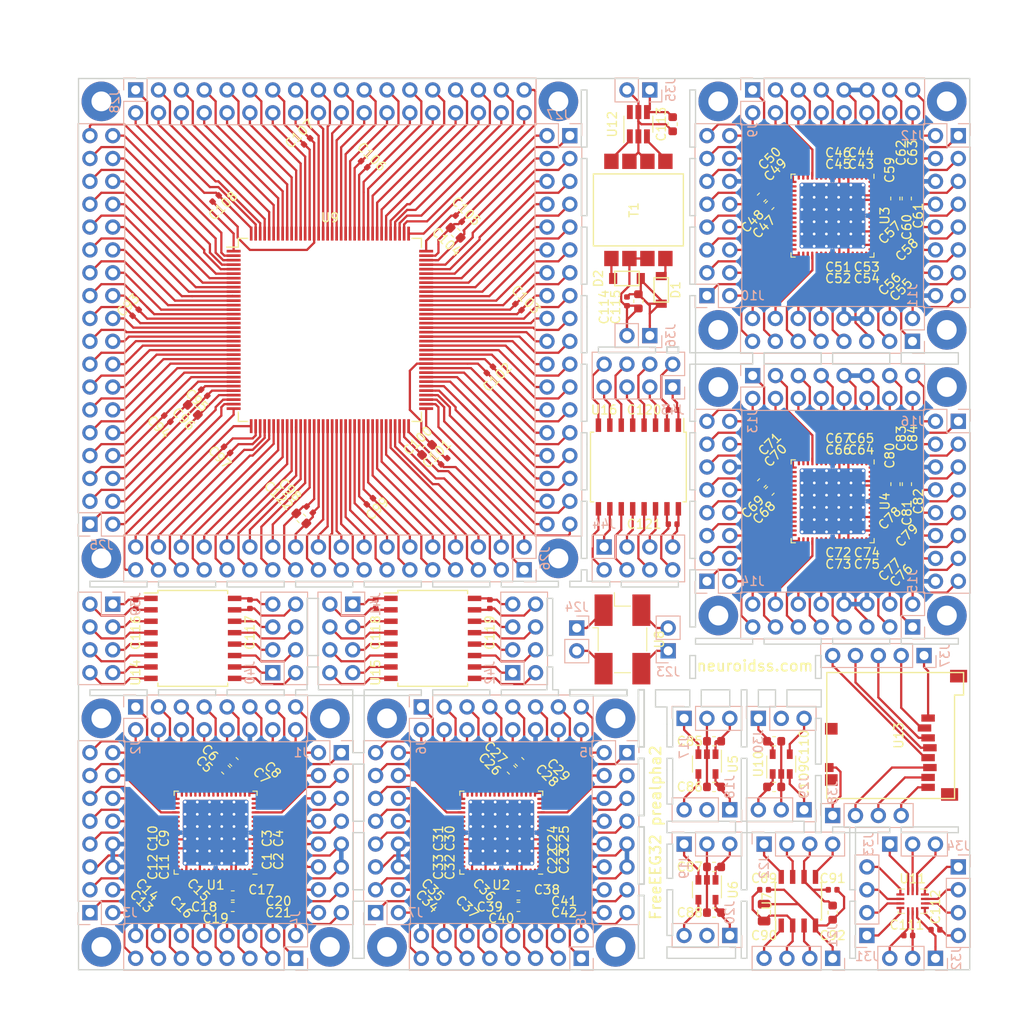
<source format=kicad_pcb>
(kicad_pcb (version 20171130) (host pcbnew 5.0.2-bee76a0~70~ubuntu16.04.1)
  (layers (0 F.Cu signal) (31 B.Cu signal) (34 B.Paste user) (35 F.Paste user) (36 B.SilkS user) (37 F.SilkS user) (38 B.Mask user) (39 F.Mask user) (44 Edge.Cuts user))
  (net 0 "")
  (net 1 /ADC1/6)
  (net 2 /ADC1/8)
  (net 3 /ADC1/23)
  (net 4 /ADC1/24)
  (net 5 /ADC1/62)
  (net 6 /ADC1/58)
  (net 7 /ADC1/52)
  (net 8 /ADC1/43)
  (net 9 /ADC1/41)
  (net 10 /ADC1/59)
  (net 11 /ADC1/51)
  (net 12 /ADC1/49)
  (net 13 /ADC2/6)
  (net 14 /ADC2/8)
  (net 15 /ADC2/23)
  (net 16 /ADC2/24)
  (net 17 /ADC2/62)
  (net 18 /ADC2/58)
  (net 19 /ADC2/52)
  (net 20 /ADC2/43)
  (net 21 /ADC2/41)
  (net 22 /ADC2/59)
  (net 23 /ADC2/51)
  (net 24 /ADC2/49)
  (net 25 /ADC3/6)
  (net 26 /ADC3/8)
  (net 27 /ADC3/23)
  (net 28 /ADC3/24)
  (net 29 /ADC3/62)
  (net 30 /ADC3/58)
  (net 31 /ADC3/52)
  (net 32 /ADC3/43)
  (net 33 /ADC3/41)
  (net 34 /ADC3/59)
  (net 35 /ADC3/51)
  (net 36 /ADC3/49)
  (net 37 /ADC4/6)
  (net 38 /ADC4/8)
  (net 39 /ADC4/23)
  (net 40 /ADC4/24)
  (net 41 /ADC4/62)
  (net 42 /ADC4/58)
  (net 43 /ADC4/52)
  (net 44 /ADC4/43)
  (net 45 /ADC4/41)
  (net 46 /ADC4/59)
  (net 47 /ADC4/51)
  (net 48 /ADC4/49)
  (net 49 /ADC1/16)
  (net 50 /ADC1/15)
  (net 51 /ADC1/14)
  (net 52 /ADC1/13)
  (net 53 /ADC1/12)
  (net 54 /ADC1/11)
  (net 55 /ADC1/10)
  (net 56 /ADC1/9)
  (net 57 /ADC1/4)
  (net 58 /ADC1/3)
  (net 59 /ADC1/2)
  (net 60 /ADC1/1)
  (net 61 /ADC1/17)
  (net 62 /ADC1/18)
  (net 63 /ADC1/19)
  (net 64 /ADC1/20)
  (net 65 /ADC1/21)
  (net 66 /ADC1/25)
  (net 67 /ADC1/26)
  (net 68 /ADC1/27)
  (net 69 /ADC1/28)
  (net 70 /ADC1/29)
  (net 71 /ADC1/30)
  (net 72 /ADC1/31)
  (net 73 /ADC1/32)
  (net 74 /ADC1/48)
  (net 75 /ADC1/47)
  (net 76 /ADC1/46)
  (net 77 /ADC1/45)
  (net 78 /ADC1/40)
  (net 79 /ADC1/39)
  (net 80 /ADC1/38)
  (net 81 /ADC1/37)
  (net 82 /ADC1/36)
  (net 83 /ADC1/35)
  (net 84 /ADC1/34)
  (net 85 /ADC1/33)
  (net 86 /ADC1/54)
  (net 87 /ADC1/55)
  (net 88 /ADC1/56)
  (net 89 /ADC1/57)
  (net 90 /ADC1/63)
  (net 91 /ADC1/64)
  (net 92 /ADC2/16)
  (net 93 /ADC2/15)
  (net 94 /ADC2/14)
  (net 95 /ADC2/13)
  (net 96 /ADC2/12)
  (net 97 /ADC2/11)
  (net 98 /ADC2/10)
  (net 99 /ADC2/9)
  (net 100 /ADC2/4)
  (net 101 /ADC2/3)
  (net 102 /ADC2/2)
  (net 103 /ADC2/1)
  (net 104 /ADC2/17)
  (net 105 /ADC2/18)
  (net 106 /ADC2/19)
  (net 107 /ADC2/20)
  (net 108 /ADC2/21)
  (net 109 /ADC2/25)
  (net 110 /ADC2/26)
  (net 111 /ADC2/27)
  (net 112 /ADC2/28)
  (net 113 /ADC2/29)
  (net 114 /ADC2/30)
  (net 115 /ADC2/31)
  (net 116 /ADC2/32)
  (net 117 /ADC2/48)
  (net 118 /ADC2/47)
  (net 119 /ADC2/46)
  (net 120 /ADC2/45)
  (net 121 /ADC2/40)
  (net 122 /ADC2/39)
  (net 123 /ADC2/38)
  (net 124 /ADC2/37)
  (net 125 /ADC2/36)
  (net 126 /ADC2/35)
  (net 127 /ADC2/34)
  (net 128 /ADC2/33)
  (net 129 /ADC2/64)
  (net 130 /ADC2/63)
  (net 131 /ADC2/57)
  (net 132 /ADC2/56)
  (net 133 /ADC2/55)
  (net 134 /ADC2/54)
  (net 135 /ADC3/1)
  (net 136 /ADC3/2)
  (net 137 /ADC3/3)
  (net 138 /ADC3/4)
  (net 139 /ADC3/9)
  (net 140 /ADC3/10)
  (net 141 /ADC3/11)
  (net 142 /ADC3/12)
  (net 143 /ADC3/13)
  (net 144 /ADC3/14)
  (net 145 /ADC3/15)
  (net 146 /ADC3/16)
  (net 147 /ADC3/32)
  (net 148 /ADC3/31)
  (net 149 /ADC3/30)
  (net 150 /ADC3/29)
  (net 151 /ADC3/28)
  (net 152 /ADC3/27)
  (net 153 /ADC3/26)
  (net 154 /ADC3/25)
  (net 155 /ADC3/21)
  (net 156 /ADC3/20)
  (net 157 /ADC3/19)
  (net 158 /ADC3/18)
  (net 159 /ADC3/17)
  (net 160 /ADC3/33)
  (net 161 /ADC3/34)
  (net 162 /ADC3/35)
  (net 163 /ADC3/36)
  (net 164 /ADC3/37)
  (net 165 /ADC3/38)
  (net 166 /ADC3/39)
  (net 167 /ADC3/40)
  (net 168 /ADC3/45)
  (net 169 /ADC3/46)
  (net 170 /ADC3/47)
  (net 171 /ADC3/48)
  (net 172 /ADC3/64)
  (net 173 /ADC3/63)
  (net 174 /ADC3/57)
  (net 175 /ADC3/56)
  (net 176 /ADC3/55)
  (net 177 /ADC3/54)
  (net 178 /ADC4/1)
  (net 179 /ADC4/2)
  (net 180 /ADC4/3)
  (net 181 /ADC4/4)
  (net 182 /ADC4/9)
  (net 183 /ADC4/10)
  (net 184 /ADC4/11)
  (net 185 /ADC4/12)
  (net 186 /ADC4/13)
  (net 187 /ADC4/14)
  (net 188 /ADC4/15)
  (net 189 /ADC4/16)
  (net 190 /ADC4/32)
  (net 191 /ADC4/31)
  (net 192 /ADC4/30)
  (net 193 /ADC4/29)
  (net 194 /ADC4/28)
  (net 195 /ADC4/27)
  (net 196 /ADC4/26)
  (net 197 /ADC4/25)
  (net 198 /ADC4/21)
  (net 199 /ADC4/20)
  (net 200 /ADC4/19)
  (net 201 /ADC4/18)
  (net 202 /ADC4/17)
  (net 203 /ADC4/33)
  (net 204 /ADC4/34)
  (net 205 /ADC4/35)
  (net 206 /ADC4/36)
  (net 207 /ADC4/37)
  (net 208 /ADC4/38)
  (net 209 /ADC4/39)
  (net 210 /ADC4/40)
  (net 211 /ADC4/45)
  (net 212 /ADC4/46)
  (net 213 /ADC4/47)
  (net 214 /ADC4/48)
  (net 215 /ADC4/54)
  (net 216 /ADC4/55)
  (net 217 /ADC4/56)
  (net 218 /ADC4/57)
  (net 219 /ADC4/63)
  (net 220 /ADC4/64)
  (net 221 /AVDD/1)
  (net 222 /AVDD/2)
  (net 223 /AVDD/5)
  (net 224 /IOVDD/2)
  (net 225 /IOVDD/1)
  (net 226 /IOVDD/5)
  (net 227 /REF/4)
  (net 228 /REF/2)
  (net 229 /REF/6)
  (net 230 /AVDD/3)
  (net 231 "Net-(J18-Pad2)")
  (net 232 /IOVDD/3)
  (net 233 "Net-(J20-Pad2)")
  (net 234 /REF/8)
  (net 235 /CRYSTAL/1)
  (net 236 /CRYSTAL/4)
  (net 237 /CRYSTAL/2)
  (net 238 /CRYSTAL/3)
  (net 239 /MCU/17)
  (net 240 /MCU/30)
  (net 241 /MCU/32)
  (net 242 /MCU/33)
  (net 243 /MCU/39)
  (net 244 /MCU/52)
  (net 245 /MCU/62)
  (net 246 /MCU/71)
  (net 247 /MCU/72)
  (net 248 /MCU/84)
  (net 249 /MCU/95)
  (net 250 /MCU/106)
  (net 251 /MCU/108)
  (net 252 /MCU/121)
  (net 253 /MCU/131)
  (net 254 /MCU/144)
  (net 255 /MCU/1)
  (net 256 /MCU/2)
  (net 257 /MCU/3)
  (net 258 /MCU/4)
  (net 259 /MCU/5)
  (net 260 /MCU/6)
  (net 261 /MCU/7)
  (net 262 /MCU/8)
  (net 263 /MCU/9)
  (net 264 /MCU/10)
  (net 265 /MCU/11)
  (net 266 /MCU/12)
  (net 267 /MCU/13)
  (net 268 /MCU/14)
  (net 269 /MCU/15)
  (net 270 /MCU/18)
  (net 271 /MCU/19)
  (net 272 /MCU/20)
  (net 273 /MCU/21)
  (net 274 /MCU/22)
  (net 275 /MCU/23)
  (net 276 /MCU/24)
  (net 277 /MCU/25)
  (net 278 /MCU/26)
  (net 279 /MCU/27)
  (net 280 /MCU/28)
  (net 281 /MCU/29)
  (net 282 /MCU/34)
  (net 283 /MCU/35)
  (net 284 /MCU/36)
  (net 285 /MCU/37)
  (net 286 /MCU/40)
  (net 287 /MCU/41)
  (net 288 /MCU/42)
  (net 289 /MCU/43)
  (net 290 /MCU/44)
  (net 291 /MCU/45)
  (net 292 /MCU/46)
  (net 293 /MCU/47)
  (net 294 /MCU/48)
  (net 295 /MCU/49)
  (net 296 /MCU/50)
  (net 297 /MCU/53)
  (net 298 /MCU/54)
  (net 299 /MCU/55)
  (net 300 /MCU/56)
  (net 301 /MCU/57)
  (net 302 /MCU/58)
  (net 303 /MCU/59)
  (net 304 /MCU/60)
  (net 305 /MCU/63)
  (net 306 /MCU/64)
  (net 307 /MCU/65)
  (net 308 /MCU/66)
  (net 309 /MCU/67)
  (net 310 /MCU/68)
  (net 311 /MCU/69)
  (net 312 /MCU/70)
  (net 313 /MCU/73)
  (net 314 /MCU/74)
  (net 315 /MCU/75)
  (net 316 /MCU/76)
  (net 317 /MCU/77)
  (net 318 /MCU/78)
  (net 319 /MCU/79)
  (net 320 /MCU/80)
  (net 321 /MCU/81)
  (net 322 /MCU/82)
  (net 323 /MCU/85)
  (net 324 /MCU/86)
  (net 325 /MCU/87)
  (net 326 /MCU/88)
  (net 327 /MCU/89)
  (net 328 /MCU/90)
  (net 329 /MCU/91)
  (net 330 /MCU/92)
  (net 331 /MCU/93)
  (net 332 /MCU/96)
  (net 333 /MCU/97)
  (net 334 /MCU/98)
  (net 335 /MCU/99)
  (net 336 /MCU/100)
  (net 337 /MCU/101)
  (net 338 /MCU/102)
  (net 339 /MCU/103)
  (net 340 /MCU/104)
  (net 341 /MCU/105)
  (net 342 /MCU/109)
  (net 343 /MCU/110)
  (net 344 /MCU/111)
  (net 345 /MCU/112)
  (net 346 /MCU/113)
  (net 347 /MCU/114)
  (net 348 /MCU/115)
  (net 349 /MCU/116)
  (net 350 /MCU/117)
  (net 351 /MCU/118)
  (net 352 /MCU/119)
  (net 353 /MCU/122)
  (net 354 /MCU/123)
  (net 355 /MCU/124)
  (net 356 /MCU/125)
  (net 357 /MCU/126)
  (net 358 /MCU/127)
  (net 359 /MCU/128)
  (net 360 /MCU/129)
  (net 361 /MCU/132)
  (net 362 /MCU/133)
  (net 363 /MCU/134)
  (net 364 /MCU/135)
  (net 365 /MCU/136)
  (net 366 /MCU/137)
  (net 367 /MCU/138)
  (net 368 /MCU/139)
  (net 369 /MCU/140)
  (net 370 /MCU/141)
  (net 371 /MCU/142)
  (net 372 /MCU/143)
  (net 373 /VDD/1)
  (net 374 /VDD/2)
  (net 375 /VDD/5)
  (net 376 /VDD/3)
  (net 377 "Net-(J30-Pad2)")
  (net 378 DGND)
  (net 379 AVSS)
  (net 380 /VDD/4)
  (net 381 /IOVDD/4)
  (net 382 /REF/3)
  (net 383 /REF/1)
  (net 384 /REF/7)
  (net 385 /REF/5)
  (net 386 /AVDD/4)
  (net 387 VSS)
  (net 388 /ACCEL&GYRO/6)
  (net 389 /ACCEL&GYRO/5)
  (net 390 /ACCEL&GYRO/8)
  (net 391 /ACCEL&GYRO/7)
  (net 392 /POWER/1)
  (net 393 /POWER/2)
  (net 394 /POWER/3)
  (net 395 /POWER/4)
  (net 396 "Net-(D1-Pad2)")
  (net 397 "Net-(D2-Pad2)")
  (net 398 /ACCEL&GYRO/1)
  (net 399 /ACCEL&GYRO/2)
  (net 400 /ACCEL&GYRO/3)
  (net 401 /ACCEL&GYRO/4)
  (net 402 /ACCEL&GYRO/10)
  (net 403 /ACCEL&GYRO/9)
  (net 404 /ACCEL&GYRO/11)
  (net 405 /ACCEL&GYRO/12)
  (net 406 /ACCEL&GYRO/13)
  (net 407 /ACCEL&GYRO/14)
  (net 408 "Net-(T1-Pad1)")
  (net 409 "Net-(T1-Pad4)")
  (net 410 "Net-(U12-Pad6)")
  (net 411 /SD/1)
  (net 412 /SD/2)
  (net 413 /SD/3)
  (net 414 /SD/4)
  (net 415 /SD/5)
  (net 416 /SD/6)
  (net 417 /SD/7)
  (net 418 /SD/8)
  (net 419 /SD/9)
  (net 420 /ISO1/2)
  (net 421 /ISO1/1)
  (net 422 /ISO1/16)
  (net 423 /ISO1/15)
  (net 424 /ISO2/2)
  (net 425 /ISO2/1)
  (net 426 /ISO2/16)
  (net 427 /ISO2/15)
  (net 428 /ISO3/2)
  (net 429 /ISO3/1)
  (net 430 /ISO3/16)
  (net 431 /ISO3/15)
  (net 432 /ISO1/8)
  (net 433 /ISO1/7)
  (net 434 /ISO1/6)
  (net 435 /ISO1/5)
  (net 436 /ISO1/4)
  (net 437 /ISO1/3)
  (net 438 /ISO1/9)
  (net 439 /ISO1/10)
  (net 440 /ISO1/11)
  (net 441 /ISO1/12)
  (net 442 /ISO1/13)
  (net 443 /ISO1/14)
  (net 444 /ISO2/8)
  (net 445 /ISO2/7)
  (net 446 /ISO2/6)
  (net 447 /ISO2/5)
  (net 448 /ISO2/4)
  (net 449 /ISO2/3)
  (net 450 /ISO2/9)
  (net 451 /ISO2/10)
  (net 452 /ISO2/11)
  (net 453 /ISO2/12)
  (net 454 /ISO2/13)
  (net 455 /ISO2/14)
  (net 456 /ISO3/3)
  (net 457 /ISO3/4)
  (net 458 /ISO3/5)
  (net 459 /ISO3/6)
  (net 460 /ISO3/7)
  (net 461 /ISO3/8)
  (net 462 /ISO3/14)
  (net 463 /ISO3/13)
  (net 464 /ISO3/12)
  (net 465 /ISO3/11)
  (net 466 /ISO3/10)
  (net 467 /ISO3/9)
  (module QFN64:QFN-64-1EP_9x9mm_P0.5mm_EP7.3x7.3mm_ThermalVias (layer F.Cu) (at 34.273493 -34.29 270)
    (fp_text reference U3 (at 0 -5.82 270) (layer F.SilkS))
    (fp_text value AD7779)
    (pad 64 smd roundrect (at -3.75 -4.4375 270) (size 0.25 0.875) (layers F.Cu F.Paste F.Mask) (net 172 /ADC3/64))
    (pad 63 smd roundrect (at -3.25 -4.4375 270) (size 0.25 0.875) (layers F.Cu F.Paste F.Mask) (net 173 /ADC3/63))
    (pad 62 smd roundrect (at -2.75 -4.4375 270) (size 0.25 0.875) (layers F.Cu F.Paste F.Mask) (net 29 /ADC3/62))
    (pad 61 smd roundrect (at -2.25 -4.4375 270) (size 0.25 0.875) (layers F.Cu F.Paste F.Mask) (net 379 AVSS))
    (pad 60 smd roundrect (at -1.75 -4.4375 270) (size 0.25 0.875) (layers F.Cu F.Paste F.Mask) (net 379 AVSS))
    (pad 59 smd roundrect (at -1.25 -4.4375 270) (size 0.25 0.875) (layers F.Cu F.Paste F.Mask) (net 34 /ADC3/59))
    (pad 58 smd roundrect (at -0.75 -4.4375 270) (size 0.25 0.875) (layers F.Cu F.Paste F.Mask) (net 30 /ADC3/58))
    (pad 57 smd roundrect (at -0.25 -4.4375 270) (size 0.25 0.875) (layers F.Cu F.Paste F.Mask) (net 174 /ADC3/57))
    (pad 56 smd roundrect (at 0.25 -4.4375 270) (size 0.25 0.875) (layers F.Cu F.Paste F.Mask) (net 175 /ADC3/56))
    (pad 55 smd roundrect (at 0.75 -4.4375 270) (size 0.25 0.875) (layers F.Cu F.Paste F.Mask) (net 176 /ADC3/55))
    (pad 54 smd roundrect (at 1.25 -4.4375 270) (size 0.25 0.875) (layers F.Cu F.Paste F.Mask) (net 177 /ADC3/54))
    (pad 53 smd roundrect (at 1.75 -4.4375 270) (size 0.25 0.875) (layers F.Cu F.Paste F.Mask) (net 379 AVSS))
    (pad 52 smd roundrect (at 2.25 -4.4375 270) (size 0.25 0.875) (layers F.Cu F.Paste F.Mask) (net 31 /ADC3/52))
    (pad 51 smd roundrect (at 2.75 -4.4375 270) (size 0.25 0.875) (layers F.Cu F.Paste F.Mask) (net 35 /ADC3/51))
    (pad 50 smd roundrect (at 3.25 -4.4375 270) (size 0.25 0.875) (layers F.Cu F.Paste F.Mask) (net 379 AVSS))
    (pad 49 smd roundrect (at 3.75 -4.4375 270) (size 0.25 0.875) (layers F.Cu F.Paste F.Mask) (net 36 /ADC3/49))
    (pad 48 smd roundrect (at 4.4375 -3.75 270) (size 0.875 0.25) (layers F.Cu F.Paste F.Mask) (net 171 /ADC3/48))
    (pad 47 smd roundrect (at 4.4375 -3.25 270) (size 0.875 0.25) (layers F.Cu F.Paste F.Mask) (net 170 /ADC3/47))
    (pad 46 smd roundrect (at 4.4375 -2.75 270) (size 0.875 0.25) (layers F.Cu F.Paste F.Mask) (net 169 /ADC3/46))
    (pad 45 smd roundrect (at 4.4375 -2.25 270) (size 0.875 0.25) (layers F.Cu F.Paste F.Mask) (net 168 /ADC3/45))
    (pad 44 smd roundrect (at 4.4375 -1.75 270) (size 0.875 0.25) (layers F.Cu F.Paste F.Mask) (net 379 AVSS))
    (pad 43 smd roundrect (at 4.4375 -1.25 270) (size 0.875 0.25) (layers F.Cu F.Paste F.Mask) (net 32 /ADC3/43))
    (pad 42 smd roundrect (at 4.4375 -0.75 270) (size 0.875 0.25) (layers F.Cu F.Paste F.Mask) (net 379 AVSS))
    (pad 41 smd roundrect (at 4.4375 -0.25 270) (size 0.875 0.25) (layers F.Cu F.Paste F.Mask) (net 33 /ADC3/41))
    (pad 40 smd roundrect (at 4.4375 0.25 270) (size 0.875 0.25) (layers F.Cu F.Paste F.Mask) (net 167 /ADC3/40))
    (pad 39 smd roundrect (at 4.4375 0.75 270) (size 0.875 0.25) (layers F.Cu F.Paste F.Mask) (net 166 /ADC3/39))
    (pad 38 smd roundrect (at 4.4375 1.25 270) (size 0.875 0.25) (layers F.Cu F.Paste F.Mask) (net 165 /ADC3/38))
    (pad 37 smd roundrect (at 4.4375 1.75 270) (size 0.875 0.25) (layers F.Cu F.Paste F.Mask) (net 164 /ADC3/37))
    (pad 36 smd roundrect (at 4.4375 2.25 270) (size 0.875 0.25) (layers F.Cu F.Paste F.Mask) (net 163 /ADC3/36))
    (pad 35 smd roundrect (at 4.4375 2.75 270) (size 0.875 0.25) (layers F.Cu F.Paste F.Mask) (net 162 /ADC3/35))
    (pad 34 smd roundrect (at 4.4375 3.25 270) (size 0.875 0.25) (layers F.Cu F.Paste F.Mask) (net 161 /ADC3/34))
    (pad 33 smd roundrect (at 4.4375 3.75 270) (size 0.875 0.25) (layers F.Cu F.Paste F.Mask) (net 160 /ADC3/33))
    (pad 32 smd roundrect (at 3.75 4.4375 270) (size 0.25 0.875) (layers F.Cu F.Paste F.Mask) (net 147 /ADC3/32))
    (pad 31 smd roundrect (at 3.25 4.4375 270) (size 0.25 0.875) (layers F.Cu F.Paste F.Mask) (net 148 /ADC3/31))
    (pad 30 smd roundrect (at 2.75 4.4375 270) (size 0.25 0.875) (layers F.Cu F.Paste F.Mask) (net 149 /ADC3/30))
    (pad 29 smd roundrect (at 2.25 4.4375 270) (size 0.25 0.875) (layers F.Cu F.Paste F.Mask) (net 150 /ADC3/29))
    (pad 28 smd roundrect (at 1.75 4.4375 270) (size 0.25 0.875) (layers F.Cu F.Paste F.Mask) (net 151 /ADC3/28))
    (pad 27 smd roundrect (at 1.25 4.4375 270) (size 0.25 0.875) (layers F.Cu F.Paste F.Mask) (net 152 /ADC3/27))
    (pad 26 smd roundrect (at 0.75 4.4375 270) (size 0.25 0.875) (layers F.Cu F.Paste F.Mask) (net 153 /ADC3/26))
    (pad 25 smd roundrect (at 0.25 4.4375 270) (size 0.25 0.875) (layers F.Cu F.Paste F.Mask) (net 154 /ADC3/25))
    (pad 24 smd roundrect (at -0.25 4.4375 270) (size 0.25 0.875) (layers F.Cu F.Paste F.Mask) (net 28 /ADC3/24))
    (pad 23 smd roundrect (at -0.75 4.4375 270) (size 0.25 0.875) (layers F.Cu F.Paste F.Mask) (net 27 /ADC3/23))
    (pad 22 smd roundrect (at -1.25 4.4375 270) (size 0.25 0.875) (layers F.Cu F.Paste F.Mask) (net 378 DGND))
    (pad 21 smd roundrect (at -1.75 4.4375 270) (size 0.25 0.875) (layers F.Cu F.Paste F.Mask) (net 155 /ADC3/21))
    (pad 20 smd roundrect (at -2.25 4.4375 270) (size 0.25 0.875) (layers F.Cu F.Paste F.Mask) (net 156 /ADC3/20))
    (pad 19 smd roundrect (at -2.75 4.4375 270) (size 0.25 0.875) (layers F.Cu F.Paste F.Mask) (net 157 /ADC3/19))
    (pad 18 smd roundrect (at -3.25 4.4375 270) (size 0.25 0.875) (layers F.Cu F.Paste F.Mask) (net 158 /ADC3/18))
    (pad 17 smd roundrect (at -3.75 4.4375 270) (size 0.25 0.875) (layers F.Cu F.Paste F.Mask) (net 159 /ADC3/17))
    (pad 16 smd roundrect (at -4.4375 3.75 270) (size 0.875 0.25) (layers F.Cu F.Paste F.Mask) (net 146 /ADC3/16))
    (pad 15 smd roundrect (at -4.4375 3.25 270) (size 0.875 0.25) (layers F.Cu F.Paste F.Mask) (net 145 /ADC3/15))
    (pad 14 smd roundrect (at -4.4375 2.75 270) (size 0.875 0.25) (layers F.Cu F.Paste F.Mask) (net 144 /ADC3/14))
    (pad 13 smd roundrect (at -4.4375 2.25 270) (size 0.875 0.25) (layers F.Cu F.Paste F.Mask) (net 143 /ADC3/13))
    (pad 12 smd roundrect (at -4.4375 1.75 270) (size 0.875 0.25) (layers F.Cu F.Paste F.Mask) (net 142 /ADC3/12))
    (pad 11 smd roundrect (at -4.4375 1.25 270) (size 0.875 0.25) (layers F.Cu F.Paste F.Mask) (net 141 /ADC3/11))
    (pad 10 smd roundrect (at -4.4375 0.75 270) (size 0.875 0.25) (layers F.Cu F.Paste F.Mask) (net 140 /ADC3/10))
    (pad 9 smd roundrect (at -4.4375 0.25 270) (size 0.875 0.25) (layers F.Cu F.Paste F.Mask) (net 139 /ADC3/9))
    (pad 8 smd roundrect (at -4.4375 -0.25 270) (size 0.875 0.25) (layers F.Cu F.Paste F.Mask) (net 26 /ADC3/8))
    (pad 7 smd roundrect (at -4.4375 -0.75 270) (size 0.875 0.25) (layers F.Cu F.Paste F.Mask) (net 379 AVSS))
    (pad 6 smd roundrect (at -4.4375 -1.25 270) (size 0.875 0.25) (layers F.Cu F.Paste F.Mask) (net 25 /ADC3/6))
    (pad 5 smd roundrect (at -4.4375 -1.75 270) (size 0.875 0.25) (layers F.Cu F.Paste F.Mask) (net 379 AVSS))
    (pad 4 smd roundrect (at -4.4375 -2.25 270) (size 0.875 0.25) (layers F.Cu F.Paste F.Mask) (net 138 /ADC3/4))
    (pad 3 smd roundrect (at -4.4375 -2.75 270) (size 0.875 0.25) (layers F.Cu F.Paste F.Mask) (net 137 /ADC3/3))
    (pad 2 smd roundrect (at -4.4375 -3.25 270) (size 0.875 0.25) (layers F.Cu F.Paste F.Mask) (net 136 /ADC3/2))
    (pad 1 smd roundrect (at -4.4375 -3.75 270) (size 0.875 0.25) (layers F.Cu F.Paste F.Mask) (net 135 /ADC3/1))
    (pad 65 smd roundrect (at 0 0 270) (size 7.3 7.3) (layers B.Cu) (roundrect_rratio 0.034247) (net 379 AVSS))
    (pad 65 thru_hole circle (at 3.4 3.4 270) (size 0.5 0.5) (drill 0.31) (layers *.Cu) (net 379 AVSS))
    (pad 65 thru_hole circle (at 2.04 3.4 270) (size 0.5 0.5) (drill 0.31) (layers *.Cu) (net 379 AVSS))
    (pad 65 thru_hole circle (at 0.68 3.4 270) (size 0.5 0.5) (drill 0.31) (layers *.Cu) (net 379 AVSS))
    (pad 65 thru_hole circle (at -0.68 3.4 270) (size 0.5 0.5) (drill 0.31) (layers *.Cu) (net 379 AVSS))
    (pad 65 thru_hole circle (at -2.04 3.4 270) (size 0.5 0.5) (drill 0.31) (layers *.Cu) (net 379 AVSS))
    (pad 65 thru_hole circle (at -3.4 3.4 270) (size 0.5 0.5) (drill 0.31) (layers *.Cu) (net 379 AVSS))
    (pad 65 thru_hole circle (at 3.4 2.04 270) (size 0.5 0.5) (drill 0.31) (layers *.Cu) (net 379 AVSS))
    (pad 65 thru_hole circle (at 2.04 2.04 270) (size 0.5 0.5) (drill 0.31) (layers *.Cu) (net 379 AVSS))
    (pad 65 thru_hole circle (at 0.68 2.04 270) (size 0.5 0.5) (drill 0.31) (layers *.Cu) (net 379 AVSS))
    (pad 65 thru_hole circle (at -0.68 2.04 270) (size 0.5 0.5) (drill 0.31) (layers *.Cu) (net 379 AVSS))
    (pad 65 thru_hole circle (at -2.04 2.04 270) (size 0.5 0.5) (drill 0.31) (layers *.Cu) (net 379 AVSS))
    (pad 65 thru_hole circle (at -3.4 2.04 270) (size 0.5 0.5) (drill 0.31) (layers *.Cu) (net 379 AVSS))
    (pad 65 thru_hole circle (at 3.4 0.68 270) (size 0.5 0.5) (drill 0.31) (layers *.Cu) (net 379 AVSS))
    (pad 65 thru_hole circle (at 2.04 0.68 270) (size 0.5 0.5) (drill 0.31) (layers *.Cu) (net 379 AVSS))
    (pad 65 thru_hole circle (at 0.68 0.68 270) (size 0.5 0.5) (drill 0.31) (layers *.Cu) (net 379 AVSS))
    (pad 65 thru_hole circle (at -0.68 0.68 270) (size 0.5 0.5) (drill 0.31) (layers *.Cu) (net 379 AVSS))
    (pad 65 thru_hole circle (at -2.04 0.68 270) (size 0.5 0.5) (drill 0.31) (layers *.Cu) (net 379 AVSS))
    (pad 65 thru_hole circle (at -3.4 0.68 270) (size 0.5 0.5) (drill 0.31) (layers *.Cu) (net 379 AVSS))
    (pad 65 thru_hole circle (at 3.4 -0.68 270) (size 0.5 0.5) (drill 0.31) (layers *.Cu) (net 379 AVSS))
    (pad 65 thru_hole circle (at 2.04 -0.68 270) (size 0.5 0.5) (drill 0.31) (layers *.Cu) (net 379 AVSS))
    (pad 65 thru_hole circle (at 0.68 -0.68 270) (size 0.5 0.5) (drill 0.31) (layers *.Cu) (net 379 AVSS))
    (pad 65 thru_hole circle (at -0.68 -0.68 270) (size 0.5 0.5) (drill 0.31) (layers *.Cu) (net 379 AVSS))
    (pad 65 thru_hole circle (at -2.04 -0.68 270) (size 0.5 0.5) (drill 0.31) (layers *.Cu) (net 379 AVSS))
    (pad 65 thru_hole circle (at -3.4 -0.68 270) (size 0.5 0.5) (drill 0.31) (layers *.Cu) (net 379 AVSS))
    (pad 65 thru_hole circle (at 3.4 -2.04 270) (size 0.5 0.5) (drill 0.31) (layers *.Cu) (net 379 AVSS))
    (pad 65 thru_hole circle (at 2.04 -2.04 270) (size 0.5 0.5) (drill 0.31) (layers *.Cu) (net 379 AVSS))
    (pad 65 thru_hole circle (at 0.68 -2.04 270) (size 0.5 0.5) (drill 0.31) (layers *.Cu) (net 379 AVSS))
    (pad 65 thru_hole circle (at -0.68 -2.04 270) (size 0.5 0.5) (drill 0.31) (layers *.Cu) (net 379 AVSS))
    (pad 65 thru_hole circle (at -2.04 -2.04 270) (size 0.5 0.5) (drill 0.31) (layers *.Cu) (net 379 AVSS))
    (pad 65 thru_hole circle (at -3.4 -2.04 270) (size 0.5 0.5) (drill 0.31) (layers *.Cu) (net 379 AVSS))
    (pad 65 thru_hole circle (at 3.4 -3.4 270) (size 0.5 0.5) (drill 0.31) (layers *.Cu) (net 379 AVSS))
    (pad 65 thru_hole circle (at 2.04 -3.4 270) (size 0.5 0.5) (drill 0.31) (layers *.Cu) (net 379 AVSS))
    (pad 65 thru_hole circle (at 0.68 -3.4 270) (size 0.5 0.5) (drill 0.31) (layers *.Cu) (net 379 AVSS))
    (pad 65 thru_hole circle (at -0.68 -3.4 270) (size 0.5 0.5) (drill 0.31) (layers *.Cu) (net 379 AVSS))
    (pad 65 thru_hole circle (at -2.04 -3.4 270) (size 0.5 0.5) (drill 0.31) (layers *.Cu) (net 379 AVSS))
    (pad 65 thru_hole circle (at -3.4 -3.4 270) (size 0.5 0.5) (drill 0.31) (layers *.Cu) (net 379 AVSS))
    (pad 65 smd roundrect (at 0 0 270) (size 7.3 7.3) (layers F.Cu F.Mask) (roundrect_rratio 0.034247) (net 379 AVSS))
  )
  (module QFN64:QFN-64-1EP_9x9mm_P0.5mm_EP7.3x7.3mm_ThermalVias (layer F.Cu) (at -2.54 34.29 180)
    (fp_text reference U2 (at 0 -5.82 180) (layer F.SilkS))
    (fp_text value AD7779)
    (pad 64 smd roundrect (at -3.75 -4.4375 180) (size 0.25 0.875) (layers F.Cu F.Paste F.Mask) (net 129 /ADC2/64))
    (pad 63 smd roundrect (at -3.25 -4.4375 180) (size 0.25 0.875) (layers F.Cu F.Paste F.Mask) (net 130 /ADC2/63))
    (pad 62 smd roundrect (at -2.75 -4.4375 180) (size 0.25 0.875) (layers F.Cu F.Paste F.Mask) (net 17 /ADC2/62))
    (pad 61 smd roundrect (at -2.25 -4.4375 180) (size 0.25 0.875) (layers F.Cu F.Paste F.Mask) (net 379 AVSS))
    (pad 60 smd roundrect (at -1.75 -4.4375 180) (size 0.25 0.875) (layers F.Cu F.Paste F.Mask) (net 379 AVSS))
    (pad 59 smd roundrect (at -1.25 -4.4375 180) (size 0.25 0.875) (layers F.Cu F.Paste F.Mask) (net 22 /ADC2/59))
    (pad 58 smd roundrect (at -0.75 -4.4375 180) (size 0.25 0.875) (layers F.Cu F.Paste F.Mask) (net 18 /ADC2/58))
    (pad 57 smd roundrect (at -0.25 -4.4375 180) (size 0.25 0.875) (layers F.Cu F.Paste F.Mask) (net 131 /ADC2/57))
    (pad 56 smd roundrect (at 0.25 -4.4375 180) (size 0.25 0.875) (layers F.Cu F.Paste F.Mask) (net 132 /ADC2/56))
    (pad 55 smd roundrect (at 0.75 -4.4375 180) (size 0.25 0.875) (layers F.Cu F.Paste F.Mask) (net 133 /ADC2/55))
    (pad 54 smd roundrect (at 1.25 -4.4375 180) (size 0.25 0.875) (layers F.Cu F.Paste F.Mask) (net 134 /ADC2/54))
    (pad 53 smd roundrect (at 1.75 -4.4375 180) (size 0.25 0.875) (layers F.Cu F.Paste F.Mask) (net 379 AVSS))
    (pad 52 smd roundrect (at 2.25 -4.4375 180) (size 0.25 0.875) (layers F.Cu F.Paste F.Mask) (net 19 /ADC2/52))
    (pad 51 smd roundrect (at 2.75 -4.4375 180) (size 0.25 0.875) (layers F.Cu F.Paste F.Mask) (net 23 /ADC2/51))
    (pad 50 smd roundrect (at 3.25 -4.4375 180) (size 0.25 0.875) (layers F.Cu F.Paste F.Mask) (net 379 AVSS))
    (pad 49 smd roundrect (at 3.75 -4.4375 180) (size 0.25 0.875) (layers F.Cu F.Paste F.Mask) (net 24 /ADC2/49))
    (pad 48 smd roundrect (at 4.4375 -3.75 180) (size 0.875 0.25) (layers F.Cu F.Paste F.Mask) (net 117 /ADC2/48))
    (pad 47 smd roundrect (at 4.4375 -3.25 180) (size 0.875 0.25) (layers F.Cu F.Paste F.Mask) (net 118 /ADC2/47))
    (pad 46 smd roundrect (at 4.4375 -2.75 180) (size 0.875 0.25) (layers F.Cu F.Paste F.Mask) (net 119 /ADC2/46))
    (pad 45 smd roundrect (at 4.4375 -2.25 180) (size 0.875 0.25) (layers F.Cu F.Paste F.Mask) (net 120 /ADC2/45))
    (pad 44 smd roundrect (at 4.4375 -1.75 180) (size 0.875 0.25) (layers F.Cu F.Paste F.Mask) (net 379 AVSS))
    (pad 43 smd roundrect (at 4.4375 -1.25 180) (size 0.875 0.25) (layers F.Cu F.Paste F.Mask) (net 20 /ADC2/43))
    (pad 42 smd roundrect (at 4.4375 -0.75 180) (size 0.875 0.25) (layers F.Cu F.Paste F.Mask) (net 379 AVSS))
    (pad 41 smd roundrect (at 4.4375 -0.25 180) (size 0.875 0.25) (layers F.Cu F.Paste F.Mask) (net 21 /ADC2/41))
    (pad 40 smd roundrect (at 4.4375 0.25 180) (size 0.875 0.25) (layers F.Cu F.Paste F.Mask) (net 121 /ADC2/40))
    (pad 39 smd roundrect (at 4.4375 0.75 180) (size 0.875 0.25) (layers F.Cu F.Paste F.Mask) (net 122 /ADC2/39))
    (pad 38 smd roundrect (at 4.4375 1.25 180) (size 0.875 0.25) (layers F.Cu F.Paste F.Mask) (net 123 /ADC2/38))
    (pad 37 smd roundrect (at 4.4375 1.75 180) (size 0.875 0.25) (layers F.Cu F.Paste F.Mask) (net 124 /ADC2/37))
    (pad 36 smd roundrect (at 4.4375 2.25 180) (size 0.875 0.25) (layers F.Cu F.Paste F.Mask) (net 125 /ADC2/36))
    (pad 35 smd roundrect (at 4.4375 2.75 180) (size 0.875 0.25) (layers F.Cu F.Paste F.Mask) (net 126 /ADC2/35))
    (pad 34 smd roundrect (at 4.4375 3.25 180) (size 0.875 0.25) (layers F.Cu F.Paste F.Mask) (net 127 /ADC2/34))
    (pad 33 smd roundrect (at 4.4375 3.75 180) (size 0.875 0.25) (layers F.Cu F.Paste F.Mask) (net 128 /ADC2/33))
    (pad 32 smd roundrect (at 3.75 4.4375 180) (size 0.25 0.875) (layers F.Cu F.Paste F.Mask) (net 116 /ADC2/32))
    (pad 31 smd roundrect (at 3.25 4.4375 180) (size 0.25 0.875) (layers F.Cu F.Paste F.Mask) (net 115 /ADC2/31))
    (pad 30 smd roundrect (at 2.75 4.4375 180) (size 0.25 0.875) (layers F.Cu F.Paste F.Mask) (net 114 /ADC2/30))
    (pad 29 smd roundrect (at 2.25 4.4375 180) (size 0.25 0.875) (layers F.Cu F.Paste F.Mask) (net 113 /ADC2/29))
    (pad 28 smd roundrect (at 1.75 4.4375 180) (size 0.25 0.875) (layers F.Cu F.Paste F.Mask) (net 112 /ADC2/28))
    (pad 27 smd roundrect (at 1.25 4.4375 180) (size 0.25 0.875) (layers F.Cu F.Paste F.Mask) (net 111 /ADC2/27))
    (pad 26 smd roundrect (at 0.75 4.4375 180) (size 0.25 0.875) (layers F.Cu F.Paste F.Mask) (net 110 /ADC2/26))
    (pad 25 smd roundrect (at 0.25 4.4375 180) (size 0.25 0.875) (layers F.Cu F.Paste F.Mask) (net 109 /ADC2/25))
    (pad 24 smd roundrect (at -0.25 4.4375 180) (size 0.25 0.875) (layers F.Cu F.Paste F.Mask) (net 16 /ADC2/24))
    (pad 23 smd roundrect (at -0.75 4.4375 180) (size 0.25 0.875) (layers F.Cu F.Paste F.Mask) (net 15 /ADC2/23))
    (pad 22 smd roundrect (at -1.25 4.4375 180) (size 0.25 0.875) (layers F.Cu F.Paste F.Mask) (net 378 DGND))
    (pad 21 smd roundrect (at -1.75 4.4375 180) (size 0.25 0.875) (layers F.Cu F.Paste F.Mask) (net 108 /ADC2/21))
    (pad 20 smd roundrect (at -2.25 4.4375 180) (size 0.25 0.875) (layers F.Cu F.Paste F.Mask) (net 107 /ADC2/20))
    (pad 19 smd roundrect (at -2.75 4.4375 180) (size 0.25 0.875) (layers F.Cu F.Paste F.Mask) (net 106 /ADC2/19))
    (pad 18 smd roundrect (at -3.25 4.4375 180) (size 0.25 0.875) (layers F.Cu F.Paste F.Mask) (net 105 /ADC2/18))
    (pad 17 smd roundrect (at -3.75 4.4375 180) (size 0.25 0.875) (layers F.Cu F.Paste F.Mask) (net 104 /ADC2/17))
    (pad 16 smd roundrect (at -4.4375 3.75 180) (size 0.875 0.25) (layers F.Cu F.Paste F.Mask) (net 92 /ADC2/16))
    (pad 15 smd roundrect (at -4.4375 3.25 180) (size 0.875 0.25) (layers F.Cu F.Paste F.Mask) (net 93 /ADC2/15))
    (pad 14 smd roundrect (at -4.4375 2.75 180) (size 0.875 0.25) (layers F.Cu F.Paste F.Mask) (net 94 /ADC2/14))
    (pad 13 smd roundrect (at -4.4375 2.25 180) (size 0.875 0.25) (layers F.Cu F.Paste F.Mask) (net 95 /ADC2/13))
    (pad 12 smd roundrect (at -4.4375 1.75 180) (size 0.875 0.25) (layers F.Cu F.Paste F.Mask) (net 96 /ADC2/12))
    (pad 11 smd roundrect (at -4.4375 1.25 180) (size 0.875 0.25) (layers F.Cu F.Paste F.Mask) (net 97 /ADC2/11))
    (pad 10 smd roundrect (at -4.4375 0.75 180) (size 0.875 0.25) (layers F.Cu F.Paste F.Mask) (net 98 /ADC2/10))
    (pad 9 smd roundrect (at -4.4375 0.25 180) (size 0.875 0.25) (layers F.Cu F.Paste F.Mask) (net 99 /ADC2/9))
    (pad 8 smd roundrect (at -4.4375 -0.25 180) (size 0.875 0.25) (layers F.Cu F.Paste F.Mask) (net 14 /ADC2/8))
    (pad 7 smd roundrect (at -4.4375 -0.75 180) (size 0.875 0.25) (layers F.Cu F.Paste F.Mask) (net 379 AVSS))
    (pad 6 smd roundrect (at -4.4375 -1.25 180) (size 0.875 0.25) (layers F.Cu F.Paste F.Mask) (net 13 /ADC2/6))
    (pad 5 smd roundrect (at -4.4375 -1.75 180) (size 0.875 0.25) (layers F.Cu F.Paste F.Mask) (net 379 AVSS))
    (pad 4 smd roundrect (at -4.4375 -2.25 180) (size 0.875 0.25) (layers F.Cu F.Paste F.Mask) (net 100 /ADC2/4))
    (pad 3 smd roundrect (at -4.4375 -2.75 180) (size 0.875 0.25) (layers F.Cu F.Paste F.Mask) (net 101 /ADC2/3))
    (pad 2 smd roundrect (at -4.4375 -3.25 180) (size 0.875 0.25) (layers F.Cu F.Paste F.Mask) (net 102 /ADC2/2))
    (pad 1 smd roundrect (at -4.4375 -3.75 180) (size 0.875 0.25) (layers F.Cu F.Paste F.Mask) (net 103 /ADC2/1))
    (pad 65 smd roundrect (at 0 0 180) (size 7.3 7.3) (layers B.Cu) (roundrect_rratio 0.034247) (net 379 AVSS))
    (pad 65 thru_hole circle (at 3.4 3.4 180) (size 0.5 0.5) (drill 0.31) (layers *.Cu) (net 379 AVSS))
    (pad 65 thru_hole circle (at 2.04 3.4 180) (size 0.5 0.5) (drill 0.31) (layers *.Cu) (net 379 AVSS))
    (pad 65 thru_hole circle (at 0.68 3.4 180) (size 0.5 0.5) (drill 0.31) (layers *.Cu) (net 379 AVSS))
    (pad 65 thru_hole circle (at -0.68 3.4 180) (size 0.5 0.5) (drill 0.31) (layers *.Cu) (net 379 AVSS))
    (pad 65 thru_hole circle (at -2.04 3.4 180) (size 0.5 0.5) (drill 0.31) (layers *.Cu) (net 379 AVSS))
    (pad 65 thru_hole circle (at -3.4 3.4 180) (size 0.5 0.5) (drill 0.31) (layers *.Cu) (net 379 AVSS))
    (pad 65 thru_hole circle (at 3.4 2.04 180) (size 0.5 0.5) (drill 0.31) (layers *.Cu) (net 379 AVSS))
    (pad 65 thru_hole circle (at 2.04 2.04 180) (size 0.5 0.5) (drill 0.31) (layers *.Cu) (net 379 AVSS))
    (pad 65 thru_hole circle (at 0.68 2.04 180) (size 0.5 0.5) (drill 0.31) (layers *.Cu) (net 379 AVSS))
    (pad 65 thru_hole circle (at -0.68 2.04 180) (size 0.5 0.5) (drill 0.31) (layers *.Cu) (net 379 AVSS))
    (pad 65 thru_hole circle (at -2.04 2.04 180) (size 0.5 0.5) (drill 0.31) (layers *.Cu) (net 379 AVSS))
    (pad 65 thru_hole circle (at -3.4 2.04 180) (size 0.5 0.5) (drill 0.31) (layers *.Cu) (net 379 AVSS))
    (pad 65 thru_hole circle (at 3.4 0.68 180) (size 0.5 0.5) (drill 0.31) (layers *.Cu) (net 379 AVSS))
    (pad 65 thru_hole circle (at 2.04 0.68 180) (size 0.5 0.5) (drill 0.31) (layers *.Cu) (net 379 AVSS))
    (pad 65 thru_hole circle (at 0.68 0.68 180) (size 0.5 0.5) (drill 0.31) (layers *.Cu) (net 379 AVSS))
    (pad 65 thru_hole circle (at -0.68 0.68 180) (size 0.5 0.5) (drill 0.31) (layers *.Cu) (net 379 AVSS))
    (pad 65 thru_hole circle (at -2.04 0.68 180) (size 0.5 0.5) (drill 0.31) (layers *.Cu) (net 379 AVSS))
    (pad 65 thru_hole circle (at -3.4 0.68 180) (size 0.5 0.5) (drill 0.31) (layers *.Cu) (net 379 AVSS))
    (pad 65 thru_hole circle (at 3.4 -0.68 180) (size 0.5 0.5) (drill 0.31) (layers *.Cu) (net 379 AVSS))
    (pad 65 thru_hole circle (at 2.04 -0.68 180) (size 0.5 0.5) (drill 0.31) (layers *.Cu) (net 379 AVSS))
    (pad 65 thru_hole circle (at 0.68 -0.68 180) (size 0.5 0.5) (drill 0.31) (layers *.Cu) (net 379 AVSS))
    (pad 65 thru_hole circle (at -0.68 -0.68 180) (size 0.5 0.5) (drill 0.31) (layers *.Cu) (net 379 AVSS))
    (pad 65 thru_hole circle (at -2.04 -0.68 180) (size 0.5 0.5) (drill 0.31) (layers *.Cu) (net 379 AVSS))
    (pad 65 thru_hole circle (at -3.4 -0.68 180) (size 0.5 0.5) (drill 0.31) (layers *.Cu) (net 379 AVSS))
    (pad 65 thru_hole circle (at 3.4 -2.04 180) (size 0.5 0.5) (drill 0.31) (layers *.Cu) (net 379 AVSS))
    (pad 65 thru_hole circle (at 2.04 -2.04 180) (size 0.5 0.5) (drill 0.31) (layers *.Cu) (net 379 AVSS))
    (pad 65 thru_hole circle (at 0.68 -2.04 180) (size 0.5 0.5) (drill 0.31) (layers *.Cu) (net 379 AVSS))
    (pad 65 thru_hole circle (at -0.68 -2.04 180) (size 0.5 0.5) (drill 0.31) (layers *.Cu) (net 379 AVSS))
    (pad 65 thru_hole circle (at -2.04 -2.04 180) (size 0.5 0.5) (drill 0.31) (layers *.Cu) (net 379 AVSS))
    (pad 65 thru_hole circle (at -3.4 -2.04 180) (size 0.5 0.5) (drill 0.31) (layers *.Cu) (net 379 AVSS))
    (pad 65 thru_hole circle (at 3.4 -3.4 180) (size 0.5 0.5) (drill 0.31) (layers *.Cu) (net 379 AVSS))
    (pad 65 thru_hole circle (at 2.04 -3.4 180) (size 0.5 0.5) (drill 0.31) (layers *.Cu) (net 379 AVSS))
    (pad 65 thru_hole circle (at 0.68 -3.4 180) (size 0.5 0.5) (drill 0.31) (layers *.Cu) (net 379 AVSS))
    (pad 65 thru_hole circle (at -0.68 -3.4 180) (size 0.5 0.5) (drill 0.31) (layers *.Cu) (net 379 AVSS))
    (pad 65 thru_hole circle (at -2.04 -3.4 180) (size 0.5 0.5) (drill 0.31) (layers *.Cu) (net 379 AVSS))
    (pad 65 thru_hole circle (at -3.4 -3.4 180) (size 0.5 0.5) (drill 0.31) (layers *.Cu) (net 379 AVSS))
    (pad 65 smd roundrect (at 0 0 180) (size 7.3 7.3) (layers F.Cu F.Mask) (roundrect_rratio 0.034247) (net 379 AVSS))
  )
  (module QFN64:QFN-64-1EP_9x9mm_P0.5mm_EP7.3x7.3mm_ThermalVias (layer F.Cu) (at -34.29 34.29 180)
    (fp_text reference U1 (at 0 -5.82 180) (layer F.SilkS))
    (fp_text value AD7779)
    (pad 64 smd roundrect (at -3.75 -4.4375 180) (size 0.25 0.875) (layers F.Cu F.Paste F.Mask) (net 91 /ADC1/64))
    (pad 63 smd roundrect (at -3.25 -4.4375 180) (size 0.25 0.875) (layers F.Cu F.Paste F.Mask) (net 90 /ADC1/63))
    (pad 62 smd roundrect (at -2.75 -4.4375 180) (size 0.25 0.875) (layers F.Cu F.Paste F.Mask) (net 5 /ADC1/62))
    (pad 61 smd roundrect (at -2.25 -4.4375 180) (size 0.25 0.875) (layers F.Cu F.Paste F.Mask) (net 379 AVSS))
    (pad 60 smd roundrect (at -1.75 -4.4375 180) (size 0.25 0.875) (layers F.Cu F.Paste F.Mask) (net 379 AVSS))
    (pad 59 smd roundrect (at -1.25 -4.4375 180) (size 0.25 0.875) (layers F.Cu F.Paste F.Mask) (net 10 /ADC1/59))
    (pad 58 smd roundrect (at -0.75 -4.4375 180) (size 0.25 0.875) (layers F.Cu F.Paste F.Mask) (net 6 /ADC1/58))
    (pad 57 smd roundrect (at -0.25 -4.4375 180) (size 0.25 0.875) (layers F.Cu F.Paste F.Mask) (net 89 /ADC1/57))
    (pad 56 smd roundrect (at 0.25 -4.4375 180) (size 0.25 0.875) (layers F.Cu F.Paste F.Mask) (net 88 /ADC1/56))
    (pad 55 smd roundrect (at 0.75 -4.4375 180) (size 0.25 0.875) (layers F.Cu F.Paste F.Mask) (net 87 /ADC1/55))
    (pad 54 smd roundrect (at 1.25 -4.4375 180) (size 0.25 0.875) (layers F.Cu F.Paste F.Mask) (net 86 /ADC1/54))
    (pad 53 smd roundrect (at 1.75 -4.4375 180) (size 0.25 0.875) (layers F.Cu F.Paste F.Mask) (net 379 AVSS))
    (pad 52 smd roundrect (at 2.25 -4.4375 180) (size 0.25 0.875) (layers F.Cu F.Paste F.Mask) (net 7 /ADC1/52))
    (pad 51 smd roundrect (at 2.75 -4.4375 180) (size 0.25 0.875) (layers F.Cu F.Paste F.Mask) (net 11 /ADC1/51))
    (pad 50 smd roundrect (at 3.25 -4.4375 180) (size 0.25 0.875) (layers F.Cu F.Paste F.Mask) (net 379 AVSS))
    (pad 49 smd roundrect (at 3.75 -4.4375 180) (size 0.25 0.875) (layers F.Cu F.Paste F.Mask) (net 12 /ADC1/49))
    (pad 48 smd roundrect (at 4.4375 -3.75 180) (size 0.875 0.25) (layers F.Cu F.Paste F.Mask) (net 74 /ADC1/48))
    (pad 47 smd roundrect (at 4.4375 -3.25 180) (size 0.875 0.25) (layers F.Cu F.Paste F.Mask) (net 75 /ADC1/47))
    (pad 46 smd roundrect (at 4.4375 -2.75 180) (size 0.875 0.25) (layers F.Cu F.Paste F.Mask) (net 76 /ADC1/46))
    (pad 45 smd roundrect (at 4.4375 -2.25 180) (size 0.875 0.25) (layers F.Cu F.Paste F.Mask) (net 77 /ADC1/45))
    (pad 44 smd roundrect (at 4.4375 -1.75 180) (size 0.875 0.25) (layers F.Cu F.Paste F.Mask) (net 379 AVSS))
    (pad 43 smd roundrect (at 4.4375 -1.25 180) (size 0.875 0.25) (layers F.Cu F.Paste F.Mask) (net 8 /ADC1/43))
    (pad 42 smd roundrect (at 4.4375 -0.75 180) (size 0.875 0.25) (layers F.Cu F.Paste F.Mask) (net 379 AVSS))
    (pad 41 smd roundrect (at 4.4375 -0.25 180) (size 0.875 0.25) (layers F.Cu F.Paste F.Mask) (net 9 /ADC1/41))
    (pad 40 smd roundrect (at 4.4375 0.25 180) (size 0.875 0.25) (layers F.Cu F.Paste F.Mask) (net 78 /ADC1/40))
    (pad 39 smd roundrect (at 4.4375 0.75 180) (size 0.875 0.25) (layers F.Cu F.Paste F.Mask) (net 79 /ADC1/39))
    (pad 38 smd roundrect (at 4.4375 1.25 180) (size 0.875 0.25) (layers F.Cu F.Paste F.Mask) (net 80 /ADC1/38))
    (pad 37 smd roundrect (at 4.4375 1.75 180) (size 0.875 0.25) (layers F.Cu F.Paste F.Mask) (net 81 /ADC1/37))
    (pad 36 smd roundrect (at 4.4375 2.25 180) (size 0.875 0.25) (layers F.Cu F.Paste F.Mask) (net 82 /ADC1/36))
    (pad 35 smd roundrect (at 4.4375 2.75 180) (size 0.875 0.25) (layers F.Cu F.Paste F.Mask) (net 83 /ADC1/35))
    (pad 34 smd roundrect (at 4.4375 3.25 180) (size 0.875 0.25) (layers F.Cu F.Paste F.Mask) (net 84 /ADC1/34))
    (pad 33 smd roundrect (at 4.4375 3.75 180) (size 0.875 0.25) (layers F.Cu F.Paste F.Mask) (net 85 /ADC1/33))
    (pad 32 smd roundrect (at 3.75 4.4375 180) (size 0.25 0.875) (layers F.Cu F.Paste F.Mask) (net 73 /ADC1/32))
    (pad 31 smd roundrect (at 3.25 4.4375 180) (size 0.25 0.875) (layers F.Cu F.Paste F.Mask) (net 72 /ADC1/31))
    (pad 30 smd roundrect (at 2.75 4.4375 180) (size 0.25 0.875) (layers F.Cu F.Paste F.Mask) (net 71 /ADC1/30))
    (pad 29 smd roundrect (at 2.25 4.4375 180) (size 0.25 0.875) (layers F.Cu F.Paste F.Mask) (net 70 /ADC1/29))
    (pad 28 smd roundrect (at 1.75 4.4375 180) (size 0.25 0.875) (layers F.Cu F.Paste F.Mask) (net 69 /ADC1/28))
    (pad 27 smd roundrect (at 1.25 4.4375 180) (size 0.25 0.875) (layers F.Cu F.Paste F.Mask) (net 68 /ADC1/27))
    (pad 26 smd roundrect (at 0.75 4.4375 180) (size 0.25 0.875) (layers F.Cu F.Paste F.Mask) (net 67 /ADC1/26))
    (pad 25 smd roundrect (at 0.25 4.4375 180) (size 0.25 0.875) (layers F.Cu F.Paste F.Mask) (net 66 /ADC1/25))
    (pad 24 smd roundrect (at -0.25 4.4375 180) (size 0.25 0.875) (layers F.Cu F.Paste F.Mask) (net 4 /ADC1/24))
    (pad 23 smd roundrect (at -0.75 4.4375 180) (size 0.25 0.875) (layers F.Cu F.Paste F.Mask) (net 3 /ADC1/23))
    (pad 22 smd roundrect (at -1.25 4.4375 180) (size 0.25 0.875) (layers F.Cu F.Paste F.Mask) (net 378 DGND))
    (pad 21 smd roundrect (at -1.75 4.4375 180) (size 0.25 0.875) (layers F.Cu F.Paste F.Mask) (net 65 /ADC1/21))
    (pad 20 smd roundrect (at -2.25 4.4375 180) (size 0.25 0.875) (layers F.Cu F.Paste F.Mask) (net 64 /ADC1/20))
    (pad 19 smd roundrect (at -2.75 4.4375 180) (size 0.25 0.875) (layers F.Cu F.Paste F.Mask) (net 63 /ADC1/19))
    (pad 18 smd roundrect (at -3.25 4.4375 180) (size 0.25 0.875) (layers F.Cu F.Paste F.Mask) (net 62 /ADC1/18))
    (pad 17 smd roundrect (at -3.75 4.4375 180) (size 0.25 0.875) (layers F.Cu F.Paste F.Mask) (net 61 /ADC1/17))
    (pad 16 smd roundrect (at -4.4375 3.75 180) (size 0.875 0.25) (layers F.Cu F.Paste F.Mask) (net 49 /ADC1/16))
    (pad 15 smd roundrect (at -4.4375 3.25 180) (size 0.875 0.25) (layers F.Cu F.Paste F.Mask) (net 50 /ADC1/15))
    (pad 14 smd roundrect (at -4.4375 2.75 180) (size 0.875 0.25) (layers F.Cu F.Paste F.Mask) (net 51 /ADC1/14))
    (pad 13 smd roundrect (at -4.4375 2.25 180) (size 0.875 0.25) (layers F.Cu F.Paste F.Mask) (net 52 /ADC1/13))
    (pad 12 smd roundrect (at -4.4375 1.75 180) (size 0.875 0.25) (layers F.Cu F.Paste F.Mask) (net 53 /ADC1/12))
    (pad 11 smd roundrect (at -4.4375 1.25 180) (size 0.875 0.25) (layers F.Cu F.Paste F.Mask) (net 54 /ADC1/11))
    (pad 10 smd roundrect (at -4.4375 0.75 180) (size 0.875 0.25) (layers F.Cu F.Paste F.Mask) (net 55 /ADC1/10))
    (pad 9 smd roundrect (at -4.4375 0.25 180) (size 0.875 0.25) (layers F.Cu F.Paste F.Mask) (net 56 /ADC1/9))
    (pad 8 smd roundrect (at -4.4375 -0.25 180) (size 0.875 0.25) (layers F.Cu F.Paste F.Mask) (net 2 /ADC1/8))
    (pad 7 smd roundrect (at -4.4375 -0.75 180) (size 0.875 0.25) (layers F.Cu F.Paste F.Mask) (net 379 AVSS))
    (pad 6 smd roundrect (at -4.4375 -1.25 180) (size 0.875 0.25) (layers F.Cu F.Paste F.Mask) (net 1 /ADC1/6))
    (pad 5 smd roundrect (at -4.4375 -1.75 180) (size 0.875 0.25) (layers F.Cu F.Paste F.Mask) (net 379 AVSS))
    (pad 4 smd roundrect (at -4.4375 -2.25 180) (size 0.875 0.25) (layers F.Cu F.Paste F.Mask) (net 57 /ADC1/4))
    (pad 3 smd roundrect (at -4.4375 -2.75 180) (size 0.875 0.25) (layers F.Cu F.Paste F.Mask) (net 58 /ADC1/3))
    (pad 2 smd roundrect (at -4.4375 -3.25 180) (size 0.875 0.25) (layers F.Cu F.Paste F.Mask) (net 59 /ADC1/2))
    (pad 1 smd roundrect (at -4.4375 -3.75 180) (size 0.875 0.25) (layers F.Cu F.Paste F.Mask) (net 60 /ADC1/1))
    (pad 65 smd roundrect (at 0 0 180) (size 7.3 7.3) (layers B.Cu) (roundrect_rratio 0.034247) (net 379 AVSS))
    (pad 65 thru_hole circle (at 3.4 3.4 180) (size 0.5 0.5) (drill 0.31) (layers *.Cu) (net 379 AVSS))
    (pad 65 thru_hole circle (at 2.04 3.4 180) (size 0.5 0.5) (drill 0.31) (layers *.Cu) (net 379 AVSS))
    (pad 65 thru_hole circle (at 0.68 3.4 180) (size 0.5 0.5) (drill 0.31) (layers *.Cu) (net 379 AVSS))
    (pad 65 thru_hole circle (at -0.68 3.4 180) (size 0.5 0.5) (drill 0.31) (layers *.Cu) (net 379 AVSS))
    (pad 65 thru_hole circle (at -2.04 3.4 180) (size 0.5 0.5) (drill 0.31) (layers *.Cu) (net 379 AVSS))
    (pad 65 thru_hole circle (at -3.4 3.4 180) (size 0.5 0.5) (drill 0.31) (layers *.Cu) (net 379 AVSS))
    (pad 65 thru_hole circle (at 3.4 2.04 180) (size 0.5 0.5) (drill 0.31) (layers *.Cu) (net 379 AVSS))
    (pad 65 thru_hole circle (at 2.04 2.04 180) (size 0.5 0.5) (drill 0.31) (layers *.Cu) (net 379 AVSS))
    (pad 65 thru_hole circle (at 0.68 2.04 180) (size 0.5 0.5) (drill 0.31) (layers *.Cu) (net 379 AVSS))
    (pad 65 thru_hole circle (at -0.68 2.04 180) (size 0.5 0.5) (drill 0.31) (layers *.Cu) (net 379 AVSS))
    (pad 65 thru_hole circle (at -2.04 2.04 180) (size 0.5 0.5) (drill 0.31) (layers *.Cu) (net 379 AVSS))
    (pad 65 thru_hole circle (at -3.4 2.04 180) (size 0.5 0.5) (drill 0.31) (layers *.Cu) (net 379 AVSS))
    (pad 65 thru_hole circle (at 3.4 0.68 180) (size 0.5 0.5) (drill 0.31) (layers *.Cu) (net 379 AVSS))
    (pad 65 thru_hole circle (at 2.04 0.68 180) (size 0.5 0.5) (drill 0.31) (layers *.Cu) (net 379 AVSS))
    (pad 65 thru_hole circle (at 0.68 0.68 180) (size 0.5 0.5) (drill 0.31) (layers *.Cu) (net 379 AVSS))
    (pad 65 thru_hole circle (at -0.68 0.68 180) (size 0.5 0.5) (drill 0.31) (layers *.Cu) (net 379 AVSS))
    (pad 65 thru_hole circle (at -2.04 0.68 180) (size 0.5 0.5) (drill 0.31) (layers *.Cu) (net 379 AVSS))
    (pad 65 thru_hole circle (at -3.4 0.68 180) (size 0.5 0.5) (drill 0.31) (layers *.Cu) (net 379 AVSS))
    (pad 65 thru_hole circle (at 3.4 -0.68 180) (size 0.5 0.5) (drill 0.31) (layers *.Cu) (net 379 AVSS))
    (pad 65 thru_hole circle (at 2.04 -0.68 180) (size 0.5 0.5) (drill 0.31) (layers *.Cu) (net 379 AVSS))
    (pad 65 thru_hole circle (at 0.68 -0.68 180) (size 0.5 0.5) (drill 0.31) (layers *.Cu) (net 379 AVSS))
    (pad 65 thru_hole circle (at -0.68 -0.68 180) (size 0.5 0.5) (drill 0.31) (layers *.Cu) (net 379 AVSS))
    (pad 65 thru_hole circle (at -2.04 -0.68 180) (size 0.5 0.5) (drill 0.31) (layers *.Cu) (net 379 AVSS))
    (pad 65 thru_hole circle (at -3.4 -0.68 180) (size 0.5 0.5) (drill 0.31) (layers *.Cu) (net 379 AVSS))
    (pad 65 thru_hole circle (at 3.4 -2.04 180) (size 0.5 0.5) (drill 0.31) (layers *.Cu) (net 379 AVSS))
    (pad 65 thru_hole circle (at 2.04 -2.04 180) (size 0.5 0.5) (drill 0.31) (layers *.Cu) (net 379 AVSS))
    (pad 65 thru_hole circle (at 0.68 -2.04 180) (size 0.5 0.5) (drill 0.31) (layers *.Cu) (net 379 AVSS))
    (pad 65 thru_hole circle (at -0.68 -2.04 180) (size 0.5 0.5) (drill 0.31) (layers *.Cu) (net 379 AVSS))
    (pad 65 thru_hole circle (at -2.04 -2.04 180) (size 0.5 0.5) (drill 0.31) (layers *.Cu) (net 379 AVSS))
    (pad 65 thru_hole circle (at -3.4 -2.04 180) (size 0.5 0.5) (drill 0.31) (layers *.Cu) (net 379 AVSS))
    (pad 65 thru_hole circle (at 3.4 -3.4 180) (size 0.5 0.5) (drill 0.31) (layers *.Cu) (net 379 AVSS))
    (pad 65 thru_hole circle (at 2.04 -3.4 180) (size 0.5 0.5) (drill 0.31) (layers *.Cu) (net 379 AVSS))
    (pad 65 thru_hole circle (at 0.68 -3.4 180) (size 0.5 0.5) (drill 0.31) (layers *.Cu) (net 379 AVSS))
    (pad 65 thru_hole circle (at -0.68 -3.4 180) (size 0.5 0.5) (drill 0.31) (layers *.Cu) (net 379 AVSS))
    (pad 65 thru_hole circle (at -2.04 -3.4 180) (size 0.5 0.5) (drill 0.31) (layers *.Cu) (net 379 AVSS))
    (pad 65 thru_hole circle (at -3.4 -3.4 180) (size 0.5 0.5) (drill 0.31) (layers *.Cu) (net 379 AVSS))
    (pad 65 smd roundrect (at 0 0 180) (size 7.3 7.3) (layers F.Cu F.Mask) (roundrect_rratio 0.034247) (net 379 AVSS))
  )
  (module QFN64:QFN-64-1EP_9x9mm_P0.5mm_EP7.3x7.3mm_ThermalVias (layer F.Cu) (at 34.29 -2.54 270)
    (fp_text reference U4 (at 0 -5.82 270) (layer F.SilkS))
    (fp_text value AD7779)
    (pad 64 smd roundrect (at -3.75 -4.4375 270) (size 0.25 0.875) (layers F.Cu F.Paste F.Mask) (net 220 /ADC4/64))
    (pad 63 smd roundrect (at -3.25 -4.4375 270) (size 0.25 0.875) (layers F.Cu F.Paste F.Mask) (net 219 /ADC4/63))
    (pad 62 smd roundrect (at -2.75 -4.4375 270) (size 0.25 0.875) (layers F.Cu F.Paste F.Mask) (net 41 /ADC4/62))
    (pad 61 smd roundrect (at -2.25 -4.4375 270) (size 0.25 0.875) (layers F.Cu F.Paste F.Mask) (net 379 AVSS))
    (pad 60 smd roundrect (at -1.75 -4.4375 270) (size 0.25 0.875) (layers F.Cu F.Paste F.Mask) (net 379 AVSS))
    (pad 59 smd roundrect (at -1.25 -4.4375 270) (size 0.25 0.875) (layers F.Cu F.Paste F.Mask) (net 46 /ADC4/59))
    (pad 58 smd roundrect (at -0.75 -4.4375 270) (size 0.25 0.875) (layers F.Cu F.Paste F.Mask) (net 42 /ADC4/58))
    (pad 57 smd roundrect (at -0.25 -4.4375 270) (size 0.25 0.875) (layers F.Cu F.Paste F.Mask) (net 218 /ADC4/57))
    (pad 56 smd roundrect (at 0.25 -4.4375 270) (size 0.25 0.875) (layers F.Cu F.Paste F.Mask) (net 217 /ADC4/56))
    (pad 55 smd roundrect (at 0.75 -4.4375 270) (size 0.25 0.875) (layers F.Cu F.Paste F.Mask) (net 216 /ADC4/55))
    (pad 54 smd roundrect (at 1.25 -4.4375 270) (size 0.25 0.875) (layers F.Cu F.Paste F.Mask) (net 215 /ADC4/54))
    (pad 53 smd roundrect (at 1.75 -4.4375 270) (size 0.25 0.875) (layers F.Cu F.Paste F.Mask) (net 379 AVSS))
    (pad 52 smd roundrect (at 2.25 -4.4375 270) (size 0.25 0.875) (layers F.Cu F.Paste F.Mask) (net 43 /ADC4/52))
    (pad 51 smd roundrect (at 2.75 -4.4375 270) (size 0.25 0.875) (layers F.Cu F.Paste F.Mask) (net 47 /ADC4/51))
    (pad 50 smd roundrect (at 3.25 -4.4375 270) (size 0.25 0.875) (layers F.Cu F.Paste F.Mask) (net 379 AVSS))
    (pad 49 smd roundrect (at 3.75 -4.4375 270) (size 0.25 0.875) (layers F.Cu F.Paste F.Mask) (net 48 /ADC4/49))
    (pad 48 smd roundrect (at 4.4375 -3.75 270) (size 0.875 0.25) (layers F.Cu F.Paste F.Mask) (net 214 /ADC4/48))
    (pad 47 smd roundrect (at 4.4375 -3.25 270) (size 0.875 0.25) (layers F.Cu F.Paste F.Mask) (net 213 /ADC4/47))
    (pad 46 smd roundrect (at 4.4375 -2.75 270) (size 0.875 0.25) (layers F.Cu F.Paste F.Mask) (net 212 /ADC4/46))
    (pad 45 smd roundrect (at 4.4375 -2.25 270) (size 0.875 0.25) (layers F.Cu F.Paste F.Mask) (net 211 /ADC4/45))
    (pad 44 smd roundrect (at 4.4375 -1.75 270) (size 0.875 0.25) (layers F.Cu F.Paste F.Mask) (net 379 AVSS))
    (pad 43 smd roundrect (at 4.4375 -1.25 270) (size 0.875 0.25) (layers F.Cu F.Paste F.Mask) (net 44 /ADC4/43))
    (pad 42 smd roundrect (at 4.4375 -0.75 270) (size 0.875 0.25) (layers F.Cu F.Paste F.Mask) (net 379 AVSS))
    (pad 41 smd roundrect (at 4.4375 -0.25 270) (size 0.875 0.25) (layers F.Cu F.Paste F.Mask) (net 45 /ADC4/41))
    (pad 40 smd roundrect (at 4.4375 0.25 270) (size 0.875 0.25) (layers F.Cu F.Paste F.Mask) (net 210 /ADC4/40))
    (pad 39 smd roundrect (at 4.4375 0.75 270) (size 0.875 0.25) (layers F.Cu F.Paste F.Mask) (net 209 /ADC4/39))
    (pad 38 smd roundrect (at 4.4375 1.25 270) (size 0.875 0.25) (layers F.Cu F.Paste F.Mask) (net 208 /ADC4/38))
    (pad 37 smd roundrect (at 4.4375 1.75 270) (size 0.875 0.25) (layers F.Cu F.Paste F.Mask) (net 207 /ADC4/37))
    (pad 36 smd roundrect (at 4.4375 2.25 270) (size 0.875 0.25) (layers F.Cu F.Paste F.Mask) (net 206 /ADC4/36))
    (pad 35 smd roundrect (at 4.4375 2.75 270) (size 0.875 0.25) (layers F.Cu F.Paste F.Mask) (net 205 /ADC4/35))
    (pad 34 smd roundrect (at 4.4375 3.25 270) (size 0.875 0.25) (layers F.Cu F.Paste F.Mask) (net 204 /ADC4/34))
    (pad 33 smd roundrect (at 4.4375 3.75 270) (size 0.875 0.25) (layers F.Cu F.Paste F.Mask) (net 203 /ADC4/33))
    (pad 32 smd roundrect (at 3.75 4.4375 270) (size 0.25 0.875) (layers F.Cu F.Paste F.Mask) (net 190 /ADC4/32))
    (pad 31 smd roundrect (at 3.25 4.4375 270) (size 0.25 0.875) (layers F.Cu F.Paste F.Mask) (net 191 /ADC4/31))
    (pad 30 smd roundrect (at 2.75 4.4375 270) (size 0.25 0.875) (layers F.Cu F.Paste F.Mask) (net 192 /ADC4/30))
    (pad 29 smd roundrect (at 2.25 4.4375 270) (size 0.25 0.875) (layers F.Cu F.Paste F.Mask) (net 193 /ADC4/29))
    (pad 28 smd roundrect (at 1.75 4.4375 270) (size 0.25 0.875) (layers F.Cu F.Paste F.Mask) (net 194 /ADC4/28))
    (pad 27 smd roundrect (at 1.25 4.4375 270) (size 0.25 0.875) (layers F.Cu F.Paste F.Mask) (net 195 /ADC4/27))
    (pad 26 smd roundrect (at 0.75 4.4375 270) (size 0.25 0.875) (layers F.Cu F.Paste F.Mask) (net 196 /ADC4/26))
    (pad 25 smd roundrect (at 0.25 4.4375 270) (size 0.25 0.875) (layers F.Cu F.Paste F.Mask) (net 197 /ADC4/25))
    (pad 24 smd roundrect (at -0.25 4.4375 270) (size 0.25 0.875) (layers F.Cu F.Paste F.Mask) (net 40 /ADC4/24))
    (pad 23 smd roundrect (at -0.75 4.4375 270) (size 0.25 0.875) (layers F.Cu F.Paste F.Mask) (net 39 /ADC4/23))
    (pad 22 smd roundrect (at -1.25 4.4375 270) (size 0.25 0.875) (layers F.Cu F.Paste F.Mask) (net 378 DGND))
    (pad 21 smd roundrect (at -1.75 4.4375 270) (size 0.25 0.875) (layers F.Cu F.Paste F.Mask) (net 198 /ADC4/21))
    (pad 20 smd roundrect (at -2.25 4.4375 270) (size 0.25 0.875) (layers F.Cu F.Paste F.Mask) (net 199 /ADC4/20))
    (pad 19 smd roundrect (at -2.75 4.4375 270) (size 0.25 0.875) (layers F.Cu F.Paste F.Mask) (net 200 /ADC4/19))
    (pad 18 smd roundrect (at -3.25 4.4375 270) (size 0.25 0.875) (layers F.Cu F.Paste F.Mask) (net 201 /ADC4/18))
    (pad 17 smd roundrect (at -3.75 4.4375 270) (size 0.25 0.875) (layers F.Cu F.Paste F.Mask) (net 202 /ADC4/17))
    (pad 16 smd roundrect (at -4.4375 3.75 270) (size 0.875 0.25) (layers F.Cu F.Paste F.Mask) (net 189 /ADC4/16))
    (pad 15 smd roundrect (at -4.4375 3.25 270) (size 0.875 0.25) (layers F.Cu F.Paste F.Mask) (net 188 /ADC4/15))
    (pad 14 smd roundrect (at -4.4375 2.75 270) (size 0.875 0.25) (layers F.Cu F.Paste F.Mask) (net 187 /ADC4/14))
    (pad 13 smd roundrect (at -4.4375 2.25 270) (size 0.875 0.25) (layers F.Cu F.Paste F.Mask) (net 186 /ADC4/13))
    (pad 12 smd roundrect (at -4.4375 1.75 270) (size 0.875 0.25) (layers F.Cu F.Paste F.Mask) (net 185 /ADC4/12))
    (pad 11 smd roundrect (at -4.4375 1.25 270) (size 0.875 0.25) (layers F.Cu F.Paste F.Mask) (net 184 /ADC4/11))
    (pad 10 smd roundrect (at -4.4375 0.75 270) (size 0.875 0.25) (layers F.Cu F.Paste F.Mask) (net 183 /ADC4/10))
    (pad 9 smd roundrect (at -4.4375 0.25 270) (size 0.875 0.25) (layers F.Cu F.Paste F.Mask) (net 182 /ADC4/9))
    (pad 8 smd roundrect (at -4.4375 -0.25 270) (size 0.875 0.25) (layers F.Cu F.Paste F.Mask) (net 38 /ADC4/8))
    (pad 7 smd roundrect (at -4.4375 -0.75 270) (size 0.875 0.25) (layers F.Cu F.Paste F.Mask) (net 379 AVSS))
    (pad 6 smd roundrect (at -4.4375 -1.25 270) (size 0.875 0.25) (layers F.Cu F.Paste F.Mask) (net 37 /ADC4/6))
    (pad 5 smd roundrect (at -4.4375 -1.75 270) (size 0.875 0.25) (layers F.Cu F.Paste F.Mask) (net 379 AVSS))
    (pad 4 smd roundrect (at -4.4375 -2.25 270) (size 0.875 0.25) (layers F.Cu F.Paste F.Mask) (net 181 /ADC4/4))
    (pad 3 smd roundrect (at -4.4375 -2.75 270) (size 0.875 0.25) (layers F.Cu F.Paste F.Mask) (net 180 /ADC4/3))
    (pad 2 smd roundrect (at -4.4375 -3.25 270) (size 0.875 0.25) (layers F.Cu F.Paste F.Mask) (net 179 /ADC4/2))
    (pad 1 smd roundrect (at -4.4375 -3.75 270) (size 0.875 0.25) (layers F.Cu F.Paste F.Mask) (net 178 /ADC4/1))
    (pad 65 smd roundrect (at 0 0 270) (size 7.3 7.3) (layers B.Cu) (roundrect_rratio 0.034247) (net 379 AVSS))
    (pad 65 thru_hole circle (at 3.4 3.4 270) (size 0.5 0.5) (drill 0.31) (layers *.Cu) (net 379 AVSS))
    (pad 65 thru_hole circle (at 2.04 3.4 270) (size 0.5 0.5) (drill 0.31) (layers *.Cu) (net 379 AVSS))
    (pad 65 thru_hole circle (at 0.68 3.4 270) (size 0.5 0.5) (drill 0.31) (layers *.Cu) (net 379 AVSS))
    (pad 65 thru_hole circle (at -0.68 3.4 270) (size 0.5 0.5) (drill 0.31) (layers *.Cu) (net 379 AVSS))
    (pad 65 thru_hole circle (at -2.04 3.4 270) (size 0.5 0.5) (drill 0.31) (layers *.Cu) (net 379 AVSS))
    (pad 65 thru_hole circle (at -3.4 3.4 270) (size 0.5 0.5) (drill 0.31) (layers *.Cu) (net 379 AVSS))
    (pad 65 thru_hole circle (at 3.4 2.04 270) (size 0.5 0.5) (drill 0.31) (layers *.Cu) (net 379 AVSS))
    (pad 65 thru_hole circle (at 2.04 2.04 270) (size 0.5 0.5) (drill 0.31) (layers *.Cu) (net 379 AVSS))
    (pad 65 thru_hole circle (at 0.68 2.04 270) (size 0.5 0.5) (drill 0.31) (layers *.Cu) (net 379 AVSS))
    (pad 65 thru_hole circle (at -0.68 2.04 270) (size 0.5 0.5) (drill 0.31) (layers *.Cu) (net 379 AVSS))
    (pad 65 thru_hole circle (at -2.04 2.04 270) (size 0.5 0.5) (drill 0.31) (layers *.Cu) (net 379 AVSS))
    (pad 65 thru_hole circle (at -3.4 2.04 270) (size 0.5 0.5) (drill 0.31) (layers *.Cu) (net 379 AVSS))
    (pad 65 thru_hole circle (at 3.4 0.68 270) (size 0.5 0.5) (drill 0.31) (layers *.Cu) (net 379 AVSS))
    (pad 65 thru_hole circle (at 2.04 0.68 270) (size 0.5 0.5) (drill 0.31) (layers *.Cu) (net 379 AVSS))
    (pad 65 thru_hole circle (at 0.68 0.68 270) (size 0.5 0.5) (drill 0.31) (layers *.Cu) (net 379 AVSS))
    (pad 65 thru_hole circle (at -0.68 0.68 270) (size 0.5 0.5) (drill 0.31) (layers *.Cu) (net 379 AVSS))
    (pad 65 thru_hole circle (at -2.04 0.68 270) (size 0.5 0.5) (drill 0.31) (layers *.Cu) (net 379 AVSS))
    (pad 65 thru_hole circle (at -3.4 0.68 270) (size 0.5 0.5) (drill 0.31) (layers *.Cu) (net 379 AVSS))
    (pad 65 thru_hole circle (at 3.4 -0.68 270) (size 0.5 0.5) (drill 0.31) (layers *.Cu) (net 379 AVSS))
    (pad 65 thru_hole circle (at 2.04 -0.68 270) (size 0.5 0.5) (drill 0.31) (layers *.Cu) (net 379 AVSS))
    (pad 65 thru_hole circle (at 0.68 -0.68 270) (size 0.5 0.5) (drill 0.31) (layers *.Cu) (net 379 AVSS))
    (pad 65 thru_hole circle (at -0.68 -0.68 270) (size 0.5 0.5) (drill 0.31) (layers *.Cu) (net 379 AVSS))
    (pad 65 thru_hole circle (at -2.04 -0.68 270) (size 0.5 0.5) (drill 0.31) (layers *.Cu) (net 379 AVSS))
    (pad 65 thru_hole circle (at -3.4 -0.68 270) (size 0.5 0.5) (drill 0.31) (layers *.Cu) (net 379 AVSS))
    (pad 65 thru_hole circle (at 3.4 -2.04 270) (size 0.5 0.5) (drill 0.31) (layers *.Cu) (net 379 AVSS))
    (pad 65 thru_hole circle (at 2.04 -2.04 270) (size 0.5 0.5) (drill 0.31) (layers *.Cu) (net 379 AVSS))
    (pad 65 thru_hole circle (at 0.68 -2.04 270) (size 0.5 0.5) (drill 0.31) (layers *.Cu) (net 379 AVSS))
    (pad 65 thru_hole circle (at -0.68 -2.04 270) (size 0.5 0.5) (drill 0.31) (layers *.Cu) (net 379 AVSS))
    (pad 65 thru_hole circle (at -2.04 -2.04 270) (size 0.5 0.5) (drill 0.31) (layers *.Cu) (net 379 AVSS))
    (pad 65 thru_hole circle (at -3.4 -2.04 270) (size 0.5 0.5) (drill 0.31) (layers *.Cu) (net 379 AVSS))
    (pad 65 thru_hole circle (at 3.4 -3.4 270) (size 0.5 0.5) (drill 0.31) (layers *.Cu) (net 379 AVSS))
    (pad 65 thru_hole circle (at 2.04 -3.4 270) (size 0.5 0.5) (drill 0.31) (layers *.Cu) (net 379 AVSS))
    (pad 65 thru_hole circle (at 0.68 -3.4 270) (size 0.5 0.5) (drill 0.31) (layers *.Cu) (net 379 AVSS))
    (pad 65 thru_hole circle (at -0.68 -3.4 270) (size 0.5 0.5) (drill 0.31) (layers *.Cu) (net 379 AVSS))
    (pad 65 thru_hole circle (at -2.04 -3.4 270) (size 0.5 0.5) (drill 0.31) (layers *.Cu) (net 379 AVSS))
    (pad 65 thru_hole circle (at -3.4 -3.4 270) (size 0.5 0.5) (drill 0.31) (layers *.Cu) (net 379 AVSS))
    (pad 65 smd roundrect (at 0 0 270) (size 7.3 7.3) (layers F.Cu F.Mask) (roundrect_rratio 0.034247) (net 379 AVSS))
  )
  (module Capacitor_SMD:C_0603_1608Metric (layer F.Cu) (at -7.62 -32.385 135)
    (fp_text reference C104 (at 0 -1.43 135) (layer F.SilkS))
    (fp_text value 2.2u)
    (pad 2 smd roundrect (at 0.787501 0 135) (size 0.875 0.95) (layers F.Cu F.Paste F.Mask) (net 387 VSS))
    (pad 1 smd roundrect (at -0.787501 0 135) (size 0.875 0.95) (layers F.Cu F.Paste F.Mask) (net 250 /MCU/106))
  )
  (module Connector_PinHeader_2.54mm:PinHeader_1x03_P2.54mm_Vertical (layer B.Cu) (at 17.78015 21.59043 270)
    (fp_text reference J17 (at 3.175 0 270) (layer B.SilkS) (effects (justify mirror)))
    (fp_text value Conn_01x03)
    (pad 3 thru_hole oval (at 0 -5.08 270) (size 1.7 1.7) (drill 1) (layers *.Cu *.Mask) (net 373 /VDD/1))
    (pad 2 thru_hole oval (at 0 -2.54 270) (size 1.7 1.7) (drill 1) (layers *.Cu *.Mask) (net 374 /VDD/2))
    (pad 1 thru_hole rect (at 0 0 270) (size 1.7 1.7) (drill 1) (layers *.Cu *.Mask) (net 376 /VDD/3))
  )
  (module Connector_PinHeader_2.54mm:PinHeader_2x04_P2.54mm_Vertical (layer B.Cu) (at -45.72 8.89 180)
    (fp_text reference J39 (at -2.54 0 270) (layer B.SilkS) (effects (justify mirror)))
    (fp_text value Conn_02x04_Odd_Even)
    (pad 8 thru_hole oval (at 2.54 -7.62 180) (size 1.7 1.7) (drill 1) (layers *.Cu *.Mask) (net 432 /ISO1/8))
    (pad 7 thru_hole oval (at 0 -7.62 180) (size 1.7 1.7) (drill 1) (layers *.Cu *.Mask) (net 433 /ISO1/7))
    (pad 6 thru_hole oval (at 2.54 -5.08 180) (size 1.7 1.7) (drill 1) (layers *.Cu *.Mask) (net 434 /ISO1/6))
    (pad 5 thru_hole oval (at 0 -5.08 180) (size 1.7 1.7) (drill 1) (layers *.Cu *.Mask) (net 435 /ISO1/5))
    (pad 4 thru_hole oval (at 2.54 -2.54 180) (size 1.7 1.7) (drill 1) (layers *.Cu *.Mask) (net 436 /ISO1/4))
    (pad 3 thru_hole oval (at 0 -2.54 180) (size 1.7 1.7) (drill 1) (layers *.Cu *.Mask) (net 437 /ISO1/3))
    (pad 2 thru_hole oval (at 2.54 0 180) (size 1.7 1.7) (drill 1) (layers *.Cu *.Mask) (net 420 /ISO1/2))
    (pad 1 thru_hole rect (at 0 0 180) (size 1.7 1.7) (drill 1) (layers *.Cu *.Mask) (net 421 /ISO1/1))
  )
  (module Package_SO:SOIC-16W_7.5x10.3mm_P1.27mm (layer F.Cu) (at -36.83 12.7)
    (fp_text reference U14 (at -6.35 3.81 90) (layer F.SilkS))
    (fp_text value ISO7341c)
    (pad 16 smd rect (at 4.65 -4.445) (size 1.5 0.6) (layers F.Cu F.Paste F.Mask) (net 422 /ISO1/16))
    (pad 15 smd rect (at 4.65 -3.175) (size 1.5 0.6) (layers F.Cu F.Paste F.Mask) (net 423 /ISO1/15))
    (pad 14 smd rect (at 4.65 -1.905) (size 1.5 0.6) (layers F.Cu F.Paste F.Mask) (net 443 /ISO1/14))
    (pad 13 smd rect (at 4.65 -0.635) (size 1.5 0.6) (layers F.Cu F.Paste F.Mask) (net 442 /ISO1/13))
    (pad 12 smd rect (at 4.65 0.635) (size 1.5 0.6) (layers F.Cu F.Paste F.Mask) (net 441 /ISO1/12))
    (pad 11 smd rect (at 4.65 1.905) (size 1.5 0.6) (layers F.Cu F.Paste F.Mask) (net 440 /ISO1/11))
    (pad 10 smd rect (at 4.65 3.175) (size 1.5 0.6) (layers F.Cu F.Paste F.Mask) (net 439 /ISO1/10))
    (pad 9 smd rect (at 4.65 4.445) (size 1.5 0.6) (layers F.Cu F.Paste F.Mask) (net 438 /ISO1/9))
    (pad 8 smd rect (at -4.65 4.445) (size 1.5 0.6) (layers F.Cu F.Paste F.Mask) (net 432 /ISO1/8))
    (pad 7 smd rect (at -4.65 3.175) (size 1.5 0.6) (layers F.Cu F.Paste F.Mask) (net 433 /ISO1/7))
    (pad 6 smd rect (at -4.65 1.905) (size 1.5 0.6) (layers F.Cu F.Paste F.Mask) (net 434 /ISO1/6))
    (pad 5 smd rect (at -4.65 0.635) (size 1.5 0.6) (layers F.Cu F.Paste F.Mask) (net 435 /ISO1/5))
    (pad 4 smd rect (at -4.65 -0.635) (size 1.5 0.6) (layers F.Cu F.Paste F.Mask) (net 436 /ISO1/4))
    (pad 3 smd rect (at -4.65 -1.905) (size 1.5 0.6) (layers F.Cu F.Paste F.Mask) (net 437 /ISO1/3))
    (pad 2 smd rect (at -4.65 -3.175) (size 1.5 0.6) (layers F.Cu F.Paste F.Mask) (net 420 /ISO1/2))
    (pad 1 smd rect (at -4.65 -4.445) (size 1.5 0.6) (layers F.Cu F.Paste F.Mask) (net 421 /ISO1/1))
  )
  (module Capacitor_SMD:C_0402_1005Metric (layer F.Cu) (at -43.18 8.89 270)
    (fp_text reference C116 (at 3.175 0 270) (layer F.SilkS))
    (fp_text value 100n)
    (pad 2 smd roundrect (at 0.485 0 270) (size 0.59 0.64) (layers F.Cu F.Paste F.Mask) (net 420 /ISO1/2))
    (pad 1 smd roundrect (at -0.485 0 270) (size 0.59 0.64) (layers F.Cu F.Paste F.Mask) (net 421 /ISO1/1))
  )
  (module Capacitor_SMD:C_0402_1005Metric (layer F.Cu) (at -30.48 8.89 270)
    (fp_text reference C117 (at 3.175 0 270) (layer F.SilkS))
    (fp_text value 100n)
    (pad 1 smd roundrect (at -0.485 0 270) (size 0.59 0.64) (layers F.Cu F.Paste F.Mask) (net 422 /ISO1/16))
    (pad 2 smd roundrect (at 0.485 0 270) (size 0.59 0.64) (layers F.Cu F.Paste F.Mask) (net 423 /ISO1/15))
  )
  (module Connector_PinHeader_2.54mm:PinHeader_2x04_P2.54mm_Vertical (layer B.Cu) (at -27.94 16.51)
    (fp_text reference J40 (at -2.54 0 90) (layer B.SilkS) (effects (justify mirror)))
    (fp_text value Conn_02x04_Odd_Even)
    (pad 1 thru_hole rect (at 0 0) (size 1.7 1.7) (drill 1) (layers *.Cu *.Mask) (net 439 /ISO1/10))
    (pad 2 thru_hole oval (at 2.54 0) (size 1.7 1.7) (drill 1) (layers *.Cu *.Mask) (net 438 /ISO1/9))
    (pad 3 thru_hole oval (at 0 -2.54) (size 1.7 1.7) (drill 1) (layers *.Cu *.Mask) (net 441 /ISO1/12))
    (pad 4 thru_hole oval (at 2.54 -2.54) (size 1.7 1.7) (drill 1) (layers *.Cu *.Mask) (net 440 /ISO1/11))
    (pad 5 thru_hole oval (at 0 -5.08) (size 1.7 1.7) (drill 1) (layers *.Cu *.Mask) (net 443 /ISO1/14))
    (pad 6 thru_hole oval (at 2.54 -5.08) (size 1.7 1.7) (drill 1) (layers *.Cu *.Mask) (net 442 /ISO1/13))
    (pad 7 thru_hole oval (at 0 -7.62) (size 1.7 1.7) (drill 1) (layers *.Cu *.Mask) (net 422 /ISO1/16))
    (pad 8 thru_hole oval (at 2.54 -7.62) (size 1.7 1.7) (drill 1) (layers *.Cu *.Mask) (net 423 /ISO1/15))
  )
  (module Connector_PinHeader_2.54mm:PinHeader_2x04_P2.54mm_Vertical (layer B.Cu) (at -19.05 8.89 180)
    (fp_text reference J41 (at -2.54 0 270) (layer B.SilkS) (effects (justify mirror)))
    (fp_text value Conn_02x04_Odd_Even)
    (pad 1 thru_hole rect (at 0 0 180) (size 1.7 1.7) (drill 1) (layers *.Cu *.Mask) (net 425 /ISO2/1))
    (pad 2 thru_hole oval (at 2.54 0 180) (size 1.7 1.7) (drill 1) (layers *.Cu *.Mask) (net 424 /ISO2/2))
    (pad 3 thru_hole oval (at 0 -2.54 180) (size 1.7 1.7) (drill 1) (layers *.Cu *.Mask) (net 449 /ISO2/3))
    (pad 4 thru_hole oval (at 2.54 -2.54 180) (size 1.7 1.7) (drill 1) (layers *.Cu *.Mask) (net 448 /ISO2/4))
    (pad 5 thru_hole oval (at 0 -5.08 180) (size 1.7 1.7) (drill 1) (layers *.Cu *.Mask) (net 447 /ISO2/5))
    (pad 6 thru_hole oval (at 2.54 -5.08 180) (size 1.7 1.7) (drill 1) (layers *.Cu *.Mask) (net 446 /ISO2/6))
    (pad 7 thru_hole oval (at 0 -7.62 180) (size 1.7 1.7) (drill 1) (layers *.Cu *.Mask) (net 445 /ISO2/7))
    (pad 8 thru_hole oval (at 2.54 -7.62 180) (size 1.7 1.7) (drill 1) (layers *.Cu *.Mask) (net 444 /ISO2/8))
  )
  (module Capacitor_SMD:C_0402_1005Metric (layer F.Cu) (at -16.51 8.89 270)
    (fp_text reference C118 (at 3.175 0 270) (layer F.SilkS))
    (fp_text value 100n)
    (pad 1 smd roundrect (at -0.485 0 270) (size 0.59 0.64) (layers F.Cu F.Paste F.Mask) (net 425 /ISO2/1))
    (pad 2 smd roundrect (at 0.485 0 270) (size 0.59 0.64) (layers F.Cu F.Paste F.Mask) (net 424 /ISO2/2))
  )
  (module Package_SO:SOIC-16W_7.5x10.3mm_P1.27mm (layer F.Cu) (at -10.16 12.7)
    (fp_text reference U15 (at -6.35 3.81 90) (layer F.SilkS))
    (fp_text value ISO7341c)
    (pad 1 smd rect (at -4.65 -4.445) (size 1.5 0.6) (layers F.Cu F.Paste F.Mask) (net 425 /ISO2/1))
    (pad 2 smd rect (at -4.65 -3.175) (size 1.5 0.6) (layers F.Cu F.Paste F.Mask) (net 424 /ISO2/2))
    (pad 3 smd rect (at -4.65 -1.905) (size 1.5 0.6) (layers F.Cu F.Paste F.Mask) (net 449 /ISO2/3))
    (pad 4 smd rect (at -4.65 -0.635) (size 1.5 0.6) (layers F.Cu F.Paste F.Mask) (net 448 /ISO2/4))
    (pad 5 smd rect (at -4.65 0.635) (size 1.5 0.6) (layers F.Cu F.Paste F.Mask) (net 447 /ISO2/5))
    (pad 6 smd rect (at -4.65 1.905) (size 1.5 0.6) (layers F.Cu F.Paste F.Mask) (net 446 /ISO2/6))
    (pad 7 smd rect (at -4.65 3.175) (size 1.5 0.6) (layers F.Cu F.Paste F.Mask) (net 445 /ISO2/7))
    (pad 8 smd rect (at -4.65 4.445) (size 1.5 0.6) (layers F.Cu F.Paste F.Mask) (net 444 /ISO2/8))
    (pad 9 smd rect (at 4.65 4.445) (size 1.5 0.6) (layers F.Cu F.Paste F.Mask) (net 450 /ISO2/9))
    (pad 10 smd rect (at 4.65 3.175) (size 1.5 0.6) (layers F.Cu F.Paste F.Mask) (net 451 /ISO2/10))
    (pad 11 smd rect (at 4.65 1.905) (size 1.5 0.6) (layers F.Cu F.Paste F.Mask) (net 452 /ISO2/11))
    (pad 12 smd rect (at 4.65 0.635) (size 1.5 0.6) (layers F.Cu F.Paste F.Mask) (net 453 /ISO2/12))
    (pad 13 smd rect (at 4.65 -0.635) (size 1.5 0.6) (layers F.Cu F.Paste F.Mask) (net 454 /ISO2/13))
    (pad 14 smd rect (at 4.65 -1.905) (size 1.5 0.6) (layers F.Cu F.Paste F.Mask) (net 455 /ISO2/14))
    (pad 15 smd rect (at 4.65 -3.175) (size 1.5 0.6) (layers F.Cu F.Paste F.Mask) (net 427 /ISO2/15))
    (pad 16 smd rect (at 4.65 -4.445) (size 1.5 0.6) (layers F.Cu F.Paste F.Mask) (net 426 /ISO2/16))
  )
  (module Capacitor_SMD:C_0402_1005Metric (layer F.Cu) (at -3.81 8.89 270)
    (fp_text reference C119 (at 3.175 0 270) (layer F.SilkS))
    (fp_text value 100n)
    (pad 2 smd roundrect (at 0.485 0 270) (size 0.59 0.64) (layers F.Cu F.Paste F.Mask) (net 427 /ISO2/15))
    (pad 1 smd roundrect (at -0.485 0 270) (size 0.59 0.64) (layers F.Cu F.Paste F.Mask) (net 426 /ISO2/16))
  )
  (module Connector_PinHeader_2.54mm:PinHeader_2x04_P2.54mm_Vertical (layer B.Cu) (at -1.27 16.51)
    (fp_text reference J42 (at -2.54 0 90) (layer B.SilkS) (effects (justify mirror)))
    (fp_text value Conn_02x04_Odd_Even)
    (pad 8 thru_hole oval (at 2.54 -7.62) (size 1.7 1.7) (drill 1) (layers *.Cu *.Mask) (net 427 /ISO2/15))
    (pad 7 thru_hole oval (at 0 -7.62) (size 1.7 1.7) (drill 1) (layers *.Cu *.Mask) (net 426 /ISO2/16))
    (pad 6 thru_hole oval (at 2.54 -5.08) (size 1.7 1.7) (drill 1) (layers *.Cu *.Mask) (net 454 /ISO2/13))
    (pad 5 thru_hole oval (at 0 -5.08) (size 1.7 1.7) (drill 1) (layers *.Cu *.Mask) (net 455 /ISO2/14))
    (pad 4 thru_hole oval (at 2.54 -2.54) (size 1.7 1.7) (drill 1) (layers *.Cu *.Mask) (net 452 /ISO2/11))
    (pad 3 thru_hole oval (at 0 -2.54) (size 1.7 1.7) (drill 1) (layers *.Cu *.Mask) (net 453 /ISO2/12))
    (pad 2 thru_hole oval (at 2.54 0) (size 1.7 1.7) (drill 1) (layers *.Cu *.Mask) (net 450 /ISO2/9))
    (pad 1 thru_hole rect (at 0 0) (size 1.7 1.7) (drill 1) (layers *.Cu *.Mask) (net 451 /ISO2/10))
  )
  (module Connector_PinHeader_2.54mm:PinHeader_1x04_P2.54mm_Vertical (layer B.Cu) (at 26.67 35.56 270)
    (fp_text reference J22 (at 2.54 0 270) (layer B.SilkS) (effects (justify mirror)))
    (fp_text value Conn_01x04)
    (pad 1 thru_hole rect (at 0 0 270) (size 1.7 1.7) (drill 1) (layers *.Cu *.Mask) (net 234 /REF/8))
    (pad 2 thru_hole oval (at 0 -2.54 270) (size 1.7 1.7) (drill 1) (layers *.Cu *.Mask) (net 384 /REF/7))
    (pad 3 thru_hole oval (at 0 -5.08 270) (size 1.7 1.7) (drill 1) (layers *.Cu *.Mask) (net 229 /REF/6))
    (pad 4 thru_hole oval (at 0 -7.62 270) (size 1.7 1.7) (drill 1) (layers *.Cu *.Mask) (net 385 /REF/5))
  )
  (module "SMT_Power_Transformer:SMT Power Transformer" (layer F.Cu) (at 12.7 -34.925 270)
    (fp_text reference T1 (at 0 0.5 270) (layer F.SilkS))
    (fp_text value da2303)
    (pad 7 smd rect (at 5.4 -1 270) (size 1.7 1.6) (layers F.Cu F.Paste F.Mask) (net 395 /POWER/4))
    (pad 8 smd rect (at 5.4 -3 270) (size 1.7 1.6) (layers F.Cu F.Paste F.Mask) (net 396 "Net-(D1-Pad2)"))
    (pad 6 smd rect (at 5.4 1 270) (size 1.7 1.6) (layers F.Cu F.Paste F.Mask) (net 395 /POWER/4))
    (pad 5 smd rect (at 5.4 3 270) (size 1.7 1.6) (layers F.Cu F.Paste F.Mask) (net 397 "Net-(D2-Pad2)"))
    (pad 4 smd rect (at -5.4 3 270) (size 1.7 1.6) (layers F.Cu F.Paste F.Mask) (net 409 "Net-(T1-Pad4)"))
    (pad 3 smd rect (at -5.4 1 270) (size 1.7 1.6) (layers F.Cu F.Paste F.Mask) (net 393 /POWER/2))
    (pad 1 smd rect (at -5.4 -3 270) (size 1.7 1.6) (layers F.Cu F.Paste F.Mask) (net 408 "Net-(T1-Pad1)"))
    (pad 2 smd rect (at -5.4 -1 270) (size 1.7 1.6) (layers F.Cu F.Paste F.Mask) (net 393 /POWER/2))
  )
  (module Connector_PinHeader_2.54mm:PinHeader_2x08_P2.54mm_Vertical (layer B.Cu) (at 48.26 -11.43 180)
    (fp_text reference J16 (at 5.08 0 180) (layer B.SilkS) (effects (justify mirror)))
    (fp_text value Conn_02x08_Odd_Even)
    (pad 16 thru_hole oval (at 2.54 -17.78 180) (size 1.7 1.7) (drill 1) (layers *.Cu *.Mask) (net 379 AVSS))
    (pad 15 thru_hole oval (at 0 -17.78 180) (size 1.7 1.7) (drill 1) (layers *.Cu *.Mask) (net 48 /ADC4/49))
    (pad 14 thru_hole oval (at 2.54 -15.24 180) (size 1.7 1.7) (drill 1) (layers *.Cu *.Mask) (net 43 /ADC4/52))
    (pad 13 thru_hole oval (at 0 -15.24 180) (size 1.7 1.7) (drill 1) (layers *.Cu *.Mask) (net 47 /ADC4/51))
    (pad 12 thru_hole oval (at 2.54 -12.7 180) (size 1.7 1.7) (drill 1) (layers *.Cu *.Mask) (net 215 /ADC4/54))
    (pad 11 thru_hole oval (at 0 -12.7 180) (size 1.7 1.7) (drill 1) (layers *.Cu *.Mask) (net 379 AVSS))
    (pad 10 thru_hole oval (at 2.54 -10.16 180) (size 1.7 1.7) (drill 1) (layers *.Cu *.Mask) (net 217 /ADC4/56))
    (pad 9 thru_hole oval (at 0 -10.16 180) (size 1.7 1.7) (drill 1) (layers *.Cu *.Mask) (net 216 /ADC4/55))
    (pad 8 thru_hole oval (at 2.54 -7.62 180) (size 1.7 1.7) (drill 1) (layers *.Cu *.Mask) (net 42 /ADC4/58))
    (pad 7 thru_hole oval (at 0 -7.62 180) (size 1.7 1.7) (drill 1) (layers *.Cu *.Mask) (net 218 /ADC4/57))
    (pad 6 thru_hole oval (at 2.54 -5.08 180) (size 1.7 1.7) (drill 1) (layers *.Cu *.Mask) (net 379 AVSS))
    (pad 5 thru_hole oval (at 0 -5.08 180) (size 1.7 1.7) (drill 1) (layers *.Cu *.Mask) (net 46 /ADC4/59))
    (pad 4 thru_hole oval (at 2.54 -2.54 180) (size 1.7 1.7) (drill 1) (layers *.Cu *.Mask) (net 41 /ADC4/62))
    (pad 3 thru_hole oval (at 0 -2.54 180) (size 1.7 1.7) (drill 1) (layers *.Cu *.Mask) (net 379 AVSS))
    (pad 2 thru_hole oval (at 2.54 0 180) (size 1.7 1.7) (drill 1) (layers *.Cu *.Mask) (net 220 /ADC4/64))
    (pad 1 thru_hole rect (at 0 0 180) (size 1.7 1.7) (drill 1) (layers *.Cu *.Mask) (net 219 /ADC4/63))
  )
  (module Capacitor_SMD:C_0402_1005Metric (layer F.Cu) (at 41.893494 -31.115 225)
    (fp_text reference C58 (at -0.011672 -0.909697 225) (layer F.SilkS))
    (fp_text value 1u)
    (pad 1 smd roundrect (at -0.485 0 225) (size 0.59 0.64) (layers F.Cu F.Paste F.Mask) (net 379 AVSS))
    (pad 2 smd roundrect (at 0.485 0 225) (size 0.59 0.64) (layers F.Cu F.Paste F.Mask) (net 31 /ADC3/52))
  )
  (module Connector_PinHeader_2.54mm:PinHeader_2x04_P2.54mm_Vertical (layer B.Cu) (at 16.51 -15.24 90)
    (fp_text reference J43 (at -2.54 0 180) (layer B.SilkS) (effects (justify mirror)))
    (fp_text value Conn_02x04_Odd_Even)
    (pad 8 thru_hole oval (at 2.54 -7.62 90) (size 1.7 1.7) (drill 1) (layers *.Cu *.Mask) (net 461 /ISO3/8))
    (pad 7 thru_hole oval (at 0 -7.62 90) (size 1.7 1.7) (drill 1) (layers *.Cu *.Mask) (net 460 /ISO3/7))
    (pad 6 thru_hole oval (at 2.54 -5.08 90) (size 1.7 1.7) (drill 1) (layers *.Cu *.Mask) (net 459 /ISO3/6))
    (pad 5 thru_hole oval (at 0 -5.08 90) (size 1.7 1.7) (drill 1) (layers *.Cu *.Mask) (net 458 /ISO3/5))
    (pad 4 thru_hole oval (at 2.54 -2.54 90) (size 1.7 1.7) (drill 1) (layers *.Cu *.Mask) (net 457 /ISO3/4))
    (pad 3 thru_hole oval (at 0 -2.54 90) (size 1.7 1.7) (drill 1) (layers *.Cu *.Mask) (net 456 /ISO3/3))
    (pad 2 thru_hole oval (at 2.54 0 90) (size 1.7 1.7) (drill 1) (layers *.Cu *.Mask) (net 428 /ISO3/2))
    (pad 1 thru_hole rect (at 0 0 90) (size 1.7 1.7) (drill 1) (layers *.Cu *.Mask) (net 429 /ISO3/1))
  )
  (module Capacitor_SMD:C_0402_1005Metric (layer F.Cu) (at 16.51 -12.7 180)
    (fp_text reference C120 (at 3.175 0 180) (layer F.SilkS))
    (fp_text value 100n)
    (pad 2 smd roundrect (at 0.485 0 180) (size 0.59 0.64) (layers F.Cu F.Paste F.Mask) (net 428 /ISO3/2))
    (pad 1 smd roundrect (at -0.485 0 180) (size 0.59 0.64) (layers F.Cu F.Paste F.Mask) (net 429 /ISO3/1))
  )
  (module Package_SO:SOIC-16W_7.5x10.3mm_P1.27mm (layer F.Cu) (at 12.7 -6.35 270)
    (fp_text reference U16 (at -6.35 3.81) (layer F.SilkS))
    (fp_text value ISO7341c)
    (pad 16 smd rect (at 4.65 -4.445 270) (size 1.5 0.6) (layers F.Cu F.Paste F.Mask) (net 430 /ISO3/16))
    (pad 15 smd rect (at 4.65 -3.175 270) (size 1.5 0.6) (layers F.Cu F.Paste F.Mask) (net 431 /ISO3/15))
    (pad 14 smd rect (at 4.65 -1.905 270) (size 1.5 0.6) (layers F.Cu F.Paste F.Mask) (net 462 /ISO3/14))
    (pad 13 smd rect (at 4.65 -0.635 270) (size 1.5 0.6) (layers F.Cu F.Paste F.Mask) (net 463 /ISO3/13))
    (pad 12 smd rect (at 4.65 0.635 270) (size 1.5 0.6) (layers F.Cu F.Paste F.Mask) (net 464 /ISO3/12))
    (pad 11 smd rect (at 4.65 1.905 270) (size 1.5 0.6) (layers F.Cu F.Paste F.Mask) (net 465 /ISO3/11))
    (pad 10 smd rect (at 4.65 3.175 270) (size 1.5 0.6) (layers F.Cu F.Paste F.Mask) (net 466 /ISO3/10))
    (pad 9 smd rect (at 4.65 4.445 270) (size 1.5 0.6) (layers F.Cu F.Paste F.Mask) (net 467 /ISO3/9))
    (pad 8 smd rect (at -4.65 4.445 270) (size 1.5 0.6) (layers F.Cu F.Paste F.Mask) (net 461 /ISO3/8))
    (pad 7 smd rect (at -4.65 3.175 270) (size 1.5 0.6) (layers F.Cu F.Paste F.Mask) (net 460 /ISO3/7))
    (pad 6 smd rect (at -4.65 1.905 270) (size 1.5 0.6) (layers F.Cu F.Paste F.Mask) (net 459 /ISO3/6))
    (pad 5 smd rect (at -4.65 0.635 270) (size 1.5 0.6) (layers F.Cu F.Paste F.Mask) (net 458 /ISO3/5))
    (pad 4 smd rect (at -4.65 -0.635 270) (size 1.5 0.6) (layers F.Cu F.Paste F.Mask) (net 457 /ISO3/4))
    (pad 3 smd rect (at -4.65 -1.905 270) (size 1.5 0.6) (layers F.Cu F.Paste F.Mask) (net 456 /ISO3/3))
    (pad 2 smd rect (at -4.65 -3.175 270) (size 1.5 0.6) (layers F.Cu F.Paste F.Mask) (net 428 /ISO3/2))
    (pad 1 smd rect (at -4.65 -4.445 270) (size 1.5 0.6) (layers F.Cu F.Paste F.Mask) (net 429 /ISO3/1))
  )
  (module Capacitor_SMD:C_0402_1005Metric (layer F.Cu) (at 16.51 0 180)
    (fp_text reference C121 (at 3.175 0 180) (layer F.SilkS))
    (fp_text value 100n)
    (pad 1 smd roundrect (at -0.485 0 180) (size 0.59 0.64) (layers F.Cu F.Paste F.Mask) (net 430 /ISO3/16))
    (pad 2 smd roundrect (at 0.485 0 180) (size 0.59 0.64) (layers F.Cu F.Paste F.Mask) (net 431 /ISO3/15))
  )
  (module Connector_PinHeader_2.54mm:PinHeader_2x04_P2.54mm_Vertical (layer B.Cu) (at 8.89 2.54 270)
    (fp_text reference J44 (at -2.54 0) (layer B.SilkS) (effects (justify mirror)))
    (fp_text value Conn_02x04_Odd_Even)
    (pad 1 thru_hole rect (at 0 0 270) (size 1.7 1.7) (drill 1) (layers *.Cu *.Mask) (net 466 /ISO3/10))
    (pad 2 thru_hole oval (at 2.54 0 270) (size 1.7 1.7) (drill 1) (layers *.Cu *.Mask) (net 467 /ISO3/9))
    (pad 3 thru_hole oval (at 0 -2.54 270) (size 1.7 1.7) (drill 1) (layers *.Cu *.Mask) (net 464 /ISO3/12))
    (pad 4 thru_hole oval (at 2.54 -2.54 270) (size 1.7 1.7) (drill 1) (layers *.Cu *.Mask) (net 465 /ISO3/11))
    (pad 5 thru_hole oval (at 0 -5.08 270) (size 1.7 1.7) (drill 1) (layers *.Cu *.Mask) (net 462 /ISO3/14))
    (pad 6 thru_hole oval (at 2.54 -5.08 270) (size 1.7 1.7) (drill 1) (layers *.Cu *.Mask) (net 463 /ISO3/13))
    (pad 7 thru_hole oval (at 0 -7.62 270) (size 1.7 1.7) (drill 1) (layers *.Cu *.Mask) (net 430 /ISO3/16))
    (pad 8 thru_hole oval (at 2.54 -7.62 270) (size 1.7 1.7) (drill 1) (layers *.Cu *.Mask) (net 431 /ISO3/15))
  )
  (module Capacitor_SMD:C_0402_1005Metric (layer F.Cu) (at 34.29 40.64)
    (fp_text reference C91 (at 0 -1.27) (layer F.SilkS))
    (fp_text value 100n)
    (pad 2 smd roundrect (at 0.485 0) (size 0.59 0.64) (layers F.Cu F.Paste F.Mask) (net 227 /REF/4))
    (pad 1 smd roundrect (at -0.485 0) (size 0.59 0.64) (layers F.Cu F.Paste F.Mask) (net 229 /REF/6))
  )
  (module Capacitor_SMD:C_0603_1608Metric (layer F.Cu) (at 34.29 43.18 270)
    (fp_text reference C92 (at 2.54 0) (layer F.SilkS))
    (fp_text value 10u)
    (pad 2 smd roundrect (at 0.7875 0 270) (size 0.875 0.95) (layers F.Cu F.Paste F.Mask) (net 227 /REF/4))
    (pad 1 smd roundrect (at -0.7875 0 270) (size 0.875 0.95) (layers F.Cu F.Paste F.Mask) (net 229 /REF/6))
  )
  (module Connector_PinHeader_2.54mm:PinHeader_1x04_P2.54mm_Vertical (layer B.Cu) (at 34.29 48.26 90)
    (fp_text reference J21 (at 2.54 0 90) (layer B.SilkS) (effects (justify mirror)))
    (fp_text value Conn_01x04)
    (pad 1 thru_hole rect (at 0 0 90) (size 1.7 1.7) (drill 1) (layers *.Cu *.Mask) (net 227 /REF/4))
    (pad 2 thru_hole oval (at 0 -2.54 90) (size 1.7 1.7) (drill 1) (layers *.Cu *.Mask) (net 382 /REF/3))
    (pad 3 thru_hole oval (at 0 -5.08 90) (size 1.7 1.7) (drill 1) (layers *.Cu *.Mask) (net 228 /REF/2))
    (pad 4 thru_hole oval (at 0 -7.62 90) (size 1.7 1.7) (drill 1) (layers *.Cu *.Mask) (net 383 /REF/1))
  )
  (module Package_SO:SOIC-8_3.9x4.9mm_P1.27mm (layer F.Cu) (at 30.48 41.91 90)
    (fp_text reference U7 (at 0 -3.5 90) (layer F.SilkS))
    (fp_text value ADR4525)
    (pad 8 smd rect (at 2.7 -1.905 90) (size 1.55 0.6) (layers F.Cu F.Paste F.Mask) (net 234 /REF/8))
    (pad 7 smd rect (at 2.7 -0.635 90) (size 1.55 0.6) (layers F.Cu F.Paste F.Mask) (net 384 /REF/7))
    (pad 6 smd rect (at 2.7 0.635 90) (size 1.55 0.6) (layers F.Cu F.Paste F.Mask) (net 229 /REF/6))
    (pad 5 smd rect (at 2.7 1.905 90) (size 1.55 0.6) (layers F.Cu F.Paste F.Mask) (net 385 /REF/5))
    (pad 4 smd rect (at -2.7 1.905 90) (size 1.55 0.6) (layers F.Cu F.Paste F.Mask) (net 227 /REF/4))
    (pad 3 smd rect (at -2.7 0.635 90) (size 1.55 0.6) (layers F.Cu F.Paste F.Mask) (net 382 /REF/3))
    (pad 2 smd rect (at -2.7 -0.635 90) (size 1.55 0.6) (layers F.Cu F.Paste F.Mask) (net 228 /REF/2))
    (pad 1 smd rect (at -2.7 -1.905 90) (size 1.55 0.6) (layers F.Cu F.Paste F.Mask) (net 383 /REF/1))
  )
  (module Capacitor_SMD:C_0402_1005Metric (layer F.Cu) (at 26.67 40.64)
    (fp_text reference C89 (at 0 -1.27) (layer F.SilkS))
    (fp_text value 100n)
    (pad 1 smd roundrect (at -0.485 0) (size 0.59 0.64) (layers F.Cu F.Paste F.Mask) (net 228 /REF/2))
    (pad 2 smd roundrect (at 0.485 0) (size 0.59 0.64) (layers F.Cu F.Paste F.Mask) (net 227 /REF/4))
  )
  (module Capacitor_SMD:C_0805_2012Metric (layer F.Cu) (at 26.67 43.18 90)
    (fp_text reference C90 (at -2.54 0 180) (layer F.SilkS))
    (fp_text value 22u)
    (pad 2 smd roundrect (at 0.9375 0 90) (size 0.975 1.4) (layers F.Cu F.Paste F.Mask) (net 227 /REF/4))
    (pad 1 smd roundrect (at -0.9375 0 90) (size 0.975 1.4) (layers F.Cu F.Paste F.Mask) (net 228 /REF/2))
  )
  (module Connector_PinHeader_2.54mm:PinHeader_1x03_P2.54mm_Vertical (layer B.Cu) (at 26.035 21.59 270)
    (fp_text reference J30 (at 2.54 0 270) (layer B.SilkS) (effects (justify mirror)))
    (fp_text value Conn_01x03)
    (pad 3 thru_hole oval (at 0 -5.08 270) (size 1.7 1.7) (drill 1) (layers *.Cu *.Mask) (net 386 /AVDD/4))
    (pad 2 thru_hole oval (at 0 -2.54 270) (size 1.7 1.7) (drill 1) (layers *.Cu *.Mask) (net 377 "Net-(J30-Pad2)"))
    (pad 1 thru_hole rect (at 0 0 270) (size 1.7 1.7) (drill 1) (layers *.Cu *.Mask) (net 223 /AVDD/5))
  )
  (module Connector_PinHeader_2.54mm:PinHeader_1x03_P2.54mm_Vertical (layer B.Cu) (at 31.115 31.75 90)
    (fp_text reference J29 (at 2.54 0 90) (layer B.SilkS) (effects (justify mirror)))
    (fp_text value Conn_01x03)
    (pad 3 thru_hole oval (at 0 -5.08 90) (size 1.7 1.7) (drill 1) (layers *.Cu *.Mask) (net 221 /AVDD/1))
    (pad 2 thru_hole oval (at 0 -2.54 90) (size 1.7 1.7) (drill 1) (layers *.Cu *.Mask) (net 222 /AVDD/2))
    (pad 1 thru_hole rect (at 0 0 90) (size 1.7 1.7) (drill 1) (layers *.Cu *.Mask) (net 230 /AVDD/3))
  )
  (module Capacitor_SMD:C_0603_1608Metric (layer F.Cu) (at 27.7875 24.13)
    (fp_text reference C110 (at 3.3275 0.635 90) (layer F.SilkS))
    (fp_text value 2.2u)
    (pad 2 smd roundrect (at 0.7875 0) (size 0.875 0.95) (layers F.Cu F.Paste F.Mask) (net 222 /AVDD/2))
    (pad 1 smd roundrect (at -0.7875 0) (size 0.875 0.95) (layers F.Cu F.Paste F.Mask) (net 223 /AVDD/5))
  )
  (module Capacitor_SMD:C_0603_1608Metric (layer F.Cu) (at 27.7875 29.21)
    (fp_text reference C109 (at 3.3275 -0.635 90) (layer F.SilkS))
    (fp_text value 2.2u)
    (pad 1 smd roundrect (at -0.7875 0) (size 0.875 0.95) (layers F.Cu F.Paste F.Mask) (net 221 /AVDD/1))
    (pad 2 smd roundrect (at 0.7875 0) (size 0.875 0.95) (layers F.Cu F.Paste F.Mask) (net 222 /AVDD/2))
  )
  (module Package_TO_SOT_SMD:SOT-23-5 (layer F.Cu) (at 28.575 26.67 90)
    (fp_text reference U10 (at 0 -2.54 90) (layer F.SilkS))
    (fp_text value LP5907)
    (pad 1 smd rect (at -1.1 -0.95 90) (size 1.06 0.65) (layers F.Cu F.Paste F.Mask) (net 221 /AVDD/1))
    (pad 2 smd rect (at -1.1 0 90) (size 1.06 0.65) (layers F.Cu F.Paste F.Mask) (net 222 /AVDD/2))
    (pad 3 smd rect (at -1.1 0.95 90) (size 1.06 0.65) (layers F.Cu F.Paste F.Mask) (net 230 /AVDD/3))
    (pad 4 smd rect (at 1.1 0.95 90) (size 1.06 0.65) (layers F.Cu F.Paste F.Mask) (net 386 /AVDD/4))
    (pad 5 smd rect (at 1.1 -0.95 90) (size 1.06 0.65) (layers F.Cu F.Paste F.Mask) (net 223 /AVDD/5))
  )
  (module Connector_PinHeader_2.54mm:PinHeader_1x03_P2.54mm_Vertical (layer B.Cu) (at 17.78015 35.56043 270)
    (fp_text reference J19 (at 2.54 0 270) (layer B.SilkS) (effects (justify mirror)))
    (fp_text value Conn_01x03)
    (pad 3 thru_hole oval (at 0 -5.08 270) (size 1.7 1.7) (drill 1) (layers *.Cu *.Mask) (net 225 /IOVDD/1))
    (pad 2 thru_hole oval (at 0 -2.54 270) (size 1.7 1.7) (drill 1) (layers *.Cu *.Mask) (net 224 /IOVDD/2))
    (pad 1 thru_hole rect (at 0 0 270) (size 1.7 1.7) (drill 1) (layers *.Cu *.Mask) (net 232 /IOVDD/3))
  )
  (module Connector_PinHeader_2.54mm:PinHeader_1x03_P2.54mm_Vertical (layer B.Cu) (at 22.86015 45.720431 90)
    (fp_text reference J20 (at 2.540001 0 90) (layer B.SilkS) (effects (justify mirror)))
    (fp_text value Conn_01x03)
    (pad 3 thru_hole oval (at 0 -5.08 90) (size 1.7 1.7) (drill 1) (layers *.Cu *.Mask) (net 381 /IOVDD/4))
    (pad 2 thru_hole oval (at 0 -2.54 90) (size 1.7 1.7) (drill 1) (layers *.Cu *.Mask) (net 233 "Net-(J20-Pad2)"))
    (pad 1 thru_hole rect (at 0 0 90) (size 1.7 1.7) (drill 1) (layers *.Cu *.Mask) (net 226 /IOVDD/5))
  )
  (module Connector_PinHeader_2.54mm:PinHeader_1x03_P2.54mm_Vertical (layer B.Cu) (at 22.86015 31.750429 90)
    (fp_text reference J18 (at 2.539999 0 90) (layer B.SilkS) (effects (justify mirror)))
    (fp_text value Conn_01x03)
    (pad 3 thru_hole oval (at 0 -5.08 90) (size 1.7 1.7) (drill 1) (layers *.Cu *.Mask) (net 380 /VDD/4))
    (pad 2 thru_hole oval (at 0 -2.54 90) (size 1.7 1.7) (drill 1) (layers *.Cu *.Mask) (net 231 "Net-(J18-Pad2)"))
    (pad 1 thru_hole rect (at 0 0 90) (size 1.7 1.7) (drill 1) (layers *.Cu *.Mask) (net 375 /VDD/5))
  )
  (module Connector_PinHeader_2.54mm:PinHeader_1x02_P2.54mm_Vertical (layer B.Cu) (at 16.009089 14.083353)
    (fp_text reference J23 (at 0 2.33) (layer B.SilkS) (effects (justify mirror)))
    (fp_text value Conn_01x02)
    (pad 1 thru_hole rect (at 0 0) (size 1.7 1.7) (drill 1) (layers *.Cu *.Mask) (net 238 /CRYSTAL/3))
    (pad 2 thru_hole oval (at 0 -2.54) (size 1.7 1.7) (drill 1) (layers *.Cu *.Mask) (net 236 /CRYSTAL/4))
  )
  (module Connector_PinHeader_2.54mm:PinHeader_1x02_P2.54mm_Vertical (layer B.Cu) (at 5.849089 11.543353 180)
    (fp_text reference J24 (at 0 2.33 180) (layer B.SilkS) (effects (justify mirror)))
    (fp_text value Conn_01x02)
    (pad 1 thru_hole rect (at 0 0 180) (size 1.7 1.7) (drill 1) (layers *.Cu *.Mask) (net 235 /CRYSTAL/1))
    (pad 2 thru_hole oval (at 0 -2.54 180) (size 1.7 1.7) (drill 1) (layers *.Cu *.Mask) (net 237 /CRYSTAL/2))
  )
  (module Connector_PinHeader_2.54mm:PinHeader_2x08_P2.54mm_Vertical (layer B.Cu) (at 11.43 25.4 180)
    (fp_text reference J5 (at 4.445 0 180) (layer B.SilkS) (effects (justify mirror)))
    (fp_text value Conn_02x08_Odd_Even)
    (pad 16 thru_hole oval (at 2.54 -17.78 180) (size 1.7 1.7) (drill 1) (layers *.Cu *.Mask) (net 102 /ADC2/2))
    (pad 15 thru_hole oval (at 0 -17.78 180) (size 1.7 1.7) (drill 1) (layers *.Cu *.Mask) (net 103 /ADC2/1))
    (pad 14 thru_hole oval (at 2.54 -15.24 180) (size 1.7 1.7) (drill 1) (layers *.Cu *.Mask) (net 100 /ADC2/4))
    (pad 13 thru_hole oval (at 0 -15.24 180) (size 1.7 1.7) (drill 1) (layers *.Cu *.Mask) (net 101 /ADC2/3))
    (pad 12 thru_hole oval (at 2.54 -12.7 180) (size 1.7 1.7) (drill 1) (layers *.Cu *.Mask) (net 13 /ADC2/6))
    (pad 11 thru_hole oval (at 0 -12.7 180) (size 1.7 1.7) (drill 1) (layers *.Cu *.Mask) (net 379 AVSS))
    (pad 10 thru_hole oval (at 2.54 -10.16 180) (size 1.7 1.7) (drill 1) (layers *.Cu *.Mask) (net 14 /ADC2/8))
    (pad 9 thru_hole oval (at 0 -10.16 180) (size 1.7 1.7) (drill 1) (layers *.Cu *.Mask) (net 379 AVSS))
    (pad 8 thru_hole oval (at 2.54 -7.62 180) (size 1.7 1.7) (drill 1) (layers *.Cu *.Mask) (net 98 /ADC2/10))
    (pad 7 thru_hole oval (at 0 -7.62 180) (size 1.7 1.7) (drill 1) (layers *.Cu *.Mask) (net 99 /ADC2/9))
    (pad 6 thru_hole oval (at 2.54 -5.08 180) (size 1.7 1.7) (drill 1) (layers *.Cu *.Mask) (net 96 /ADC2/12))
    (pad 5 thru_hole oval (at 0 -5.08 180) (size 1.7 1.7) (drill 1) (layers *.Cu *.Mask) (net 97 /ADC2/11))
    (pad 4 thru_hole oval (at 2.54 -2.54 180) (size 1.7 1.7) (drill 1) (layers *.Cu *.Mask) (net 94 /ADC2/14))
    (pad 3 thru_hole oval (at 0 -2.54 180) (size 1.7 1.7) (drill 1) (layers *.Cu *.Mask) (net 95 /ADC2/13))
    (pad 2 thru_hole oval (at 2.54 0 180) (size 1.7 1.7) (drill 1) (layers *.Cu *.Mask) (net 92 /ADC2/16))
    (pad 1 thru_hole rect (at 0 0 180) (size 1.7 1.7) (drill 1) (layers *.Cu *.Mask) (net 93 /ADC2/15))
  )
  (module Connector_PinHeader_2.54mm:PinHeader_2x08_P2.54mm_Vertical (layer B.Cu) (at -11.43 20.32 270)
    (fp_text reference J6 (at 4.445 0 270) (layer B.SilkS) (effects (justify mirror)))
    (fp_text value Conn_02x08_Odd_Even)
    (pad 16 thru_hole oval (at 2.54 -17.78 270) (size 1.7 1.7) (drill 1) (layers *.Cu *.Mask) (net 105 /ADC2/18))
    (pad 15 thru_hole oval (at 0 -17.78 270) (size 1.7 1.7) (drill 1) (layers *.Cu *.Mask) (net 104 /ADC2/17))
    (pad 14 thru_hole oval (at 2.54 -15.24 270) (size 1.7 1.7) (drill 1) (layers *.Cu *.Mask) (net 107 /ADC2/20))
    (pad 13 thru_hole oval (at 0 -15.24 270) (size 1.7 1.7) (drill 1) (layers *.Cu *.Mask) (net 106 /ADC2/19))
    (pad 12 thru_hole oval (at 2.54 -12.7 270) (size 1.7 1.7) (drill 1) (layers *.Cu *.Mask) (net 378 DGND))
    (pad 11 thru_hole oval (at 0 -12.7 270) (size 1.7 1.7) (drill 1) (layers *.Cu *.Mask) (net 108 /ADC2/21))
    (pad 10 thru_hole oval (at 2.54 -10.16 270) (size 1.7 1.7) (drill 1) (layers *.Cu *.Mask) (net 16 /ADC2/24))
    (pad 9 thru_hole oval (at 0 -10.16 270) (size 1.7 1.7) (drill 1) (layers *.Cu *.Mask) (net 15 /ADC2/23))
    (pad 8 thru_hole oval (at 2.54 -7.62 270) (size 1.7 1.7) (drill 1) (layers *.Cu *.Mask) (net 110 /ADC2/26))
    (pad 7 thru_hole oval (at 0 -7.62 270) (size 1.7 1.7) (drill 1) (layers *.Cu *.Mask) (net 109 /ADC2/25))
    (pad 6 thru_hole oval (at 2.54 -5.08 270) (size 1.7 1.7) (drill 1) (layers *.Cu *.Mask) (net 112 /ADC2/28))
    (pad 5 thru_hole oval (at 0 -5.08 270) (size 1.7 1.7) (drill 1) (layers *.Cu *.Mask) (net 111 /ADC2/27))
    (pad 4 thru_hole oval (at 2.54 -2.54 270) (size 1.7 1.7) (drill 1) (layers *.Cu *.Mask) (net 114 /ADC2/30))
    (pad 3 thru_hole oval (at 0 -2.54 270) (size 1.7 1.7) (drill 1) (layers *.Cu *.Mask) (net 113 /ADC2/29))
    (pad 2 thru_hole oval (at 2.54 0 270) (size 1.7 1.7) (drill 1) (layers *.Cu *.Mask) (net 116 /ADC2/32))
    (pad 1 thru_hole rect (at 0 0 270) (size 1.7 1.7) (drill 1) (layers *.Cu *.Mask) (net 115 /ADC2/31))
  )
  (module Connector_PinHeader_2.54mm:PinHeader_2x08_P2.54mm_Vertical (layer B.Cu) (at -16.51 43.18)
    (fp_text reference J7 (at 4.445 0) (layer B.SilkS) (effects (justify mirror)))
    (fp_text value Conn_02x08_Odd_Even)
    (pad 16 thru_hole oval (at 2.54 -17.78) (size 1.7 1.7) (drill 1) (layers *.Cu *.Mask) (net 127 /ADC2/34))
    (pad 15 thru_hole oval (at 0 -17.78) (size 1.7 1.7) (drill 1) (layers *.Cu *.Mask) (net 128 /ADC2/33))
    (pad 14 thru_hole oval (at 2.54 -15.24) (size 1.7 1.7) (drill 1) (layers *.Cu *.Mask) (net 125 /ADC2/36))
    (pad 13 thru_hole oval (at 0 -15.24) (size 1.7 1.7) (drill 1) (layers *.Cu *.Mask) (net 126 /ADC2/35))
    (pad 12 thru_hole oval (at 2.54 -12.7) (size 1.7 1.7) (drill 1) (layers *.Cu *.Mask) (net 123 /ADC2/38))
    (pad 11 thru_hole oval (at 0 -12.7) (size 1.7 1.7) (drill 1) (layers *.Cu *.Mask) (net 124 /ADC2/37))
    (pad 10 thru_hole oval (at 2.54 -10.16) (size 1.7 1.7) (drill 1) (layers *.Cu *.Mask) (net 121 /ADC2/40))
    (pad 9 thru_hole oval (at 0 -10.16) (size 1.7 1.7) (drill 1) (layers *.Cu *.Mask) (net 122 /ADC2/39))
    (pad 8 thru_hole oval (at 2.54 -7.62) (size 1.7 1.7) (drill 1) (layers *.Cu *.Mask) (net 379 AVSS))
    (pad 7 thru_hole oval (at 0 -7.62) (size 1.7 1.7) (drill 1) (layers *.Cu *.Mask) (net 21 /ADC2/41))
    (pad 6 thru_hole oval (at 2.54 -5.08) (size 1.7 1.7) (drill 1) (layers *.Cu *.Mask) (net 379 AVSS))
    (pad 5 thru_hole oval (at 0 -5.08) (size 1.7 1.7) (drill 1) (layers *.Cu *.Mask) (net 20 /ADC2/43))
    (pad 4 thru_hole oval (at 2.54 -2.54) (size 1.7 1.7) (drill 1) (layers *.Cu *.Mask) (net 119 /ADC2/46))
    (pad 3 thru_hole oval (at 0 -2.54) (size 1.7 1.7) (drill 1) (layers *.Cu *.Mask) (net 120 /ADC2/45))
    (pad 2 thru_hole oval (at 2.54 0) (size 1.7 1.7) (drill 1) (layers *.Cu *.Mask) (net 117 /ADC2/48))
    (pad 1 thru_hole rect (at 0 0) (size 1.7 1.7) (drill 1) (layers *.Cu *.Mask) (net 118 /ADC2/47))
  )
  (module Connector_PinHeader_2.54mm:PinHeader_2x08_P2.54mm_Vertical (layer B.Cu) (at 6.35 48.26 90)
    (fp_text reference J8 (at 4.445 0 90) (layer B.SilkS) (effects (justify mirror)))
    (fp_text value Conn_02x08_Odd_Even)
    (pad 16 thru_hole oval (at 2.54 -17.78 90) (size 1.7 1.7) (drill 1) (layers *.Cu *.Mask) (net 379 AVSS))
    (pad 15 thru_hole oval (at 0 -17.78 90) (size 1.7 1.7) (drill 1) (layers *.Cu *.Mask) (net 24 /ADC2/49))
    (pad 14 thru_hole oval (at 2.54 -15.24 90) (size 1.7 1.7) (drill 1) (layers *.Cu *.Mask) (net 19 /ADC2/52))
    (pad 13 thru_hole oval (at 0 -15.24 90) (size 1.7 1.7) (drill 1) (layers *.Cu *.Mask) (net 23 /ADC2/51))
    (pad 12 thru_hole oval (at 2.54 -12.7 90) (size 1.7 1.7) (drill 1) (layers *.Cu *.Mask) (net 134 /ADC2/54))
    (pad 11 thru_hole oval (at 0 -12.7 90) (size 1.7 1.7) (drill 1) (layers *.Cu *.Mask) (net 379 AVSS))
    (pad 10 thru_hole oval (at 2.54 -10.16 90) (size 1.7 1.7) (drill 1) (layers *.Cu *.Mask) (net 132 /ADC2/56))
    (pad 9 thru_hole oval (at 0 -10.16 90) (size 1.7 1.7) (drill 1) (layers *.Cu *.Mask) (net 133 /ADC2/55))
    (pad 8 thru_hole oval (at 2.54 -7.62 90) (size 1.7 1.7) (drill 1) (layers *.Cu *.Mask) (net 18 /ADC2/58))
    (pad 7 thru_hole oval (at 0 -7.62 90) (size 1.7 1.7) (drill 1) (layers *.Cu *.Mask) (net 131 /ADC2/57))
    (pad 6 thru_hole oval (at 2.54 -5.08 90) (size 1.7 1.7) (drill 1) (layers *.Cu *.Mask) (net 379 AVSS))
    (pad 5 thru_hole oval (at 0 -5.08 90) (size 1.7 1.7) (drill 1) (layers *.Cu *.Mask) (net 22 /ADC2/59))
    (pad 4 thru_hole oval (at 2.54 -2.54 90) (size 1.7 1.7) (drill 1) (layers *.Cu *.Mask) (net 17 /ADC2/62))
    (pad 3 thru_hole oval (at 0 -2.54 90) (size 1.7 1.7) (drill 1) (layers *.Cu *.Mask) (net 379 AVSS))
    (pad 2 thru_hole oval (at 2.54 0 90) (size 1.7 1.7) (drill 1) (layers *.Cu *.Mask) (net 129 /ADC2/64))
    (pad 1 thru_hole rect (at 0 0 90) (size 1.7 1.7) (drill 1) (layers *.Cu *.Mask) (net 130 /ADC2/63))
  )
  (module Connector_PinHeader_2.54mm:PinHeader_2x08_P2.54mm_Vertical (layer B.Cu) (at 43.18 11.43 90)
    (fp_text reference J15 (at 5.08 0 90) (layer B.SilkS) (effects (justify mirror)))
    (fp_text value Conn_02x08_Odd_Even)
    (pad 16 thru_hole oval (at 2.54 -17.78 90) (size 1.7 1.7) (drill 1) (layers *.Cu *.Mask) (net 204 /ADC4/34))
    (pad 15 thru_hole oval (at 0 -17.78 90) (size 1.7 1.7) (drill 1) (layers *.Cu *.Mask) (net 203 /ADC4/33))
    (pad 14 thru_hole oval (at 2.54 -15.24 90) (size 1.7 1.7) (drill 1) (layers *.Cu *.Mask) (net 206 /ADC4/36))
    (pad 13 thru_hole oval (at 0 -15.24 90) (size 1.7 1.7) (drill 1) (layers *.Cu *.Mask) (net 205 /ADC4/35))
    (pad 12 thru_hole oval (at 2.54 -12.7 90) (size 1.7 1.7) (drill 1) (layers *.Cu *.Mask) (net 208 /ADC4/38))
    (pad 11 thru_hole oval (at 0 -12.7 90) (size 1.7 1.7) (drill 1) (layers *.Cu *.Mask) (net 207 /ADC4/37))
    (pad 10 thru_hole oval (at 2.54 -10.16 90) (size 1.7 1.7) (drill 1) (layers *.Cu *.Mask) (net 210 /ADC4/40))
    (pad 9 thru_hole oval (at 0 -10.16 90) (size 1.7 1.7) (drill 1) (layers *.Cu *.Mask) (net 209 /ADC4/39))
    (pad 8 thru_hole oval (at 2.54 -7.62 90) (size 1.7 1.7) (drill 1) (layers *.Cu *.Mask) (net 379 AVSS))
    (pad 7 thru_hole oval (at 0 -7.62 90) (size 1.7 1.7) (drill 1) (layers *.Cu *.Mask) (net 45 /ADC4/41))
    (pad 6 thru_hole oval (at 2.54 -5.08 90) (size 1.7 1.7) (drill 1) (layers *.Cu *.Mask) (net 379 AVSS))
    (pad 5 thru_hole oval (at 0 -5.08 90) (size 1.7 1.7) (drill 1) (layers *.Cu *.Mask) (net 44 /ADC4/43))
    (pad 4 thru_hole oval (at 2.54 -2.54 90) (size 1.7 1.7) (drill 1) (layers *.Cu *.Mask) (net 212 /ADC4/46))
    (pad 3 thru_hole oval (at 0 -2.54 90) (size 1.7 1.7) (drill 1) (layers *.Cu *.Mask) (net 211 /ADC4/45))
    (pad 2 thru_hole oval (at 2.54 0 90) (size 1.7 1.7) (drill 1) (layers *.Cu *.Mask) (net 214 /ADC4/48))
    (pad 1 thru_hole rect (at 0 0 90) (size 1.7 1.7) (drill 1) (layers *.Cu *.Mask) (net 213 /ADC4/47))
  )
  (module Connector_PinHeader_2.54mm:PinHeader_2x08_P2.54mm_Vertical (layer B.Cu) (at 20.32 6.35)
    (fp_text reference J14 (at 5.08 0) (layer B.SilkS) (effects (justify mirror)))
    (fp_text value Conn_02x08_Odd_Even)
    (pad 16 thru_hole oval (at 2.54 -17.78) (size 1.7 1.7) (drill 1) (layers *.Cu *.Mask) (net 201 /ADC4/18))
    (pad 15 thru_hole oval (at 0 -17.78) (size 1.7 1.7) (drill 1) (layers *.Cu *.Mask) (net 202 /ADC4/17))
    (pad 14 thru_hole oval (at 2.54 -15.24) (size 1.7 1.7) (drill 1) (layers *.Cu *.Mask) (net 199 /ADC4/20))
    (pad 13 thru_hole oval (at 0 -15.24) (size 1.7 1.7) (drill 1) (layers *.Cu *.Mask) (net 200 /ADC4/19))
    (pad 12 thru_hole oval (at 2.54 -12.7) (size 1.7 1.7) (drill 1) (layers *.Cu *.Mask) (net 378 DGND))
    (pad 11 thru_hole oval (at 0 -12.7) (size 1.7 1.7) (drill 1) (layers *.Cu *.Mask) (net 198 /ADC4/21))
    (pad 10 thru_hole oval (at 2.54 -10.16) (size 1.7 1.7) (drill 1) (layers *.Cu *.Mask) (net 40 /ADC4/24))
    (pad 9 thru_hole oval (at 0 -10.16) (size 1.7 1.7) (drill 1) (layers *.Cu *.Mask) (net 39 /ADC4/23))
    (pad 8 thru_hole oval (at 2.54 -7.62) (size 1.7 1.7) (drill 1) (layers *.Cu *.Mask) (net 196 /ADC4/26))
    (pad 7 thru_hole oval (at 0 -7.62) (size 1.7 1.7) (drill 1) (layers *.Cu *.Mask) (net 197 /ADC4/25))
    (pad 6 thru_hole oval (at 2.54 -5.08) (size 1.7 1.7) (drill 1) (layers *.Cu *.Mask) (net 194 /ADC4/28))
    (pad 5 thru_hole oval (at 0 -5.08) (size 1.7 1.7) (drill 1) (layers *.Cu *.Mask) (net 195 /ADC4/27))
    (pad 4 thru_hole oval (at 2.54 -2.54) (size 1.7 1.7) (drill 1) (layers *.Cu *.Mask) (net 192 /ADC4/30))
    (pad 3 thru_hole oval (at 0 -2.54) (size 1.7 1.7) (drill 1) (layers *.Cu *.Mask) (net 193 /ADC4/29))
    (pad 2 thru_hole oval (at 2.54 0) (size 1.7 1.7) (drill 1) (layers *.Cu *.Mask) (net 190 /ADC4/32))
    (pad 1 thru_hole rect (at 0 0) (size 1.7 1.7) (drill 1) (layers *.Cu *.Mask) (net 191 /ADC4/31))
  )
  (module Connector_PinHeader_2.54mm:PinHeader_2x08_P2.54mm_Vertical (layer B.Cu) (at 25.4 -16.51 270)
    (fp_text reference J13 (at 5.08 0 270) (layer B.SilkS) (effects (justify mirror)))
    (fp_text value Conn_02x08_Odd_Even)
    (pad 16 thru_hole oval (at 2.54 -17.78 270) (size 1.7 1.7) (drill 1) (layers *.Cu *.Mask) (net 179 /ADC4/2))
    (pad 15 thru_hole oval (at 0 -17.78 270) (size 1.7 1.7) (drill 1) (layers *.Cu *.Mask) (net 178 /ADC4/1))
    (pad 14 thru_hole oval (at 2.54 -15.24 270) (size 1.7 1.7) (drill 1) (layers *.Cu *.Mask) (net 181 /ADC4/4))
    (pad 13 thru_hole oval (at 0 -15.24 270) (size 1.7 1.7) (drill 1) (layers *.Cu *.Mask) (net 180 /ADC4/3))
    (pad 12 thru_hole oval (at 2.54 -12.7 270) (size 1.7 1.7) (drill 1) (layers *.Cu *.Mask) (net 37 /ADC4/6))
    (pad 11 thru_hole oval (at 0 -12.7 270) (size 1.7 1.7) (drill 1) (layers *.Cu *.Mask) (net 379 AVSS))
    (pad 10 thru_hole oval (at 2.54 -10.16 270) (size 1.7 1.7) (drill 1) (layers *.Cu *.Mask) (net 38 /ADC4/8))
    (pad 9 thru_hole oval (at 0 -10.16 270) (size 1.7 1.7) (drill 1) (layers *.Cu *.Mask) (net 379 AVSS))
    (pad 8 thru_hole oval (at 2.54 -7.62 270) (size 1.7 1.7) (drill 1) (layers *.Cu *.Mask) (net 183 /ADC4/10))
    (pad 7 thru_hole oval (at 0 -7.62 270) (size 1.7 1.7) (drill 1) (layers *.Cu *.Mask) (net 182 /ADC4/9))
    (pad 6 thru_hole oval (at 2.54 -5.08 270) (size 1.7 1.7) (drill 1) (layers *.Cu *.Mask) (net 185 /ADC4/12))
    (pad 5 thru_hole oval (at 0 -5.08 270) (size 1.7 1.7) (drill 1) (layers *.Cu *.Mask) (net 184 /ADC4/11))
    (pad 4 thru_hole oval (at 2.54 -2.54 270) (size 1.7 1.7) (drill 1) (layers *.Cu *.Mask) (net 187 /ADC4/14))
    (pad 3 thru_hole oval (at 0 -2.54 270) (size 1.7 1.7) (drill 1) (layers *.Cu *.Mask) (net 186 /ADC4/13))
    (pad 2 thru_hole oval (at 2.54 0 270) (size 1.7 1.7) (drill 1) (layers *.Cu *.Mask) (net 189 /ADC4/16))
    (pad 1 thru_hole rect (at 0 0 270) (size 1.7 1.7) (drill 1) (layers *.Cu *.Mask) (net 188 /ADC4/15))
  )
  (module Connector_PinHeader_2.54mm:PinHeader_2x08_P2.54mm_Vertical (layer B.Cu) (at 43.163494 -20.32 90)
    (fp_text reference J11 (at 5.08 0.016506 90) (layer B.SilkS) (effects (justify mirror)))
    (fp_text value Conn_02x08_Odd_Even)
    (pad 16 thru_hole oval (at 2.54 -17.78 90) (size 1.7 1.7) (drill 1) (layers *.Cu *.Mask) (net 161 /ADC3/34))
    (pad 15 thru_hole oval (at 0 -17.78 90) (size 1.7 1.7) (drill 1) (layers *.Cu *.Mask) (net 160 /ADC3/33))
    (pad 14 thru_hole oval (at 2.54 -15.24 90) (size 1.7 1.7) (drill 1) (layers *.Cu *.Mask) (net 163 /ADC3/36))
    (pad 13 thru_hole oval (at 0 -15.24 90) (size 1.7 1.7) (drill 1) (layers *.Cu *.Mask) (net 162 /ADC3/35))
    (pad 12 thru_hole oval (at 2.54 -12.7 90) (size 1.7 1.7) (drill 1) (layers *.Cu *.Mask) (net 165 /ADC3/38))
    (pad 11 thru_hole oval (at 0 -12.7 90) (size 1.7 1.7) (drill 1) (layers *.Cu *.Mask) (net 164 /ADC3/37))
    (pad 10 thru_hole oval (at 2.54 -10.16 90) (size 1.7 1.7) (drill 1) (layers *.Cu *.Mask) (net 167 /ADC3/40))
    (pad 9 thru_hole oval (at 0 -10.16 90) (size 1.7 1.7) (drill 1) (layers *.Cu *.Mask) (net 166 /ADC3/39))
    (pad 8 thru_hole oval (at 2.54 -7.62 90) (size 1.7 1.7) (drill 1) (layers *.Cu *.Mask) (net 379 AVSS))
    (pad 7 thru_hole oval (at 0 -7.62 90) (size 1.7 1.7) (drill 1) (layers *.Cu *.Mask) (net 33 /ADC3/41))
    (pad 6 thru_hole oval (at 2.54 -5.08 90) (size 1.7 1.7) (drill 1) (layers *.Cu *.Mask) (net 379 AVSS))
    (pad 5 thru_hole oval (at 0 -5.08 90) (size 1.7 1.7) (drill 1) (layers *.Cu *.Mask) (net 32 /ADC3/43))
    (pad 4 thru_hole oval (at 2.54 -2.54 90) (size 1.7 1.7) (drill 1) (layers *.Cu *.Mask) (net 169 /ADC3/46))
    (pad 3 thru_hole oval (at 0 -2.54 90) (size 1.7 1.7) (drill 1) (layers *.Cu *.Mask) (net 168 /ADC3/45))
    (pad 2 thru_hole oval (at 2.54 0 90) (size 1.7 1.7) (drill 1) (layers *.Cu *.Mask) (net 171 /ADC3/48))
    (pad 1 thru_hole rect (at 0 0 90) (size 1.7 1.7) (drill 1) (layers *.Cu *.Mask) (net 170 /ADC3/47))
  )
  (module Connector_PinHeader_2.54mm:PinHeader_2x08_P2.54mm_Vertical (layer B.Cu) (at 25.4 -48.26 270)
    (fp_text reference J9 (at 4.445 0 270) (layer B.SilkS) (effects (justify mirror)))
    (fp_text value Conn_02x08_Odd_Even)
    (pad 16 thru_hole oval (at 2.54 -17.78 270) (size 1.7 1.7) (drill 1) (layers *.Cu *.Mask) (net 136 /ADC3/2))
    (pad 15 thru_hole oval (at 0 -17.78 270) (size 1.7 1.7) (drill 1) (layers *.Cu *.Mask) (net 135 /ADC3/1))
    (pad 14 thru_hole oval (at 2.54 -15.24 270) (size 1.7 1.7) (drill 1) (layers *.Cu *.Mask) (net 138 /ADC3/4))
    (pad 13 thru_hole oval (at 0 -15.24 270) (size 1.7 1.7) (drill 1) (layers *.Cu *.Mask) (net 137 /ADC3/3))
    (pad 12 thru_hole oval (at 2.54 -12.7 270) (size 1.7 1.7) (drill 1) (layers *.Cu *.Mask) (net 25 /ADC3/6))
    (pad 11 thru_hole oval (at 0 -12.7 270) (size 1.7 1.7) (drill 1) (layers *.Cu *.Mask) (net 379 AVSS))
    (pad 10 thru_hole oval (at 2.54 -10.16 270) (size 1.7 1.7) (drill 1) (layers *.Cu *.Mask) (net 26 /ADC3/8))
    (pad 9 thru_hole oval (at 0 -10.16 270) (size 1.7 1.7) (drill 1) (layers *.Cu *.Mask) (net 379 AVSS))
    (pad 8 thru_hole oval (at 2.54 -7.62 270) (size 1.7 1.7) (drill 1) (layers *.Cu *.Mask) (net 140 /ADC3/10))
    (pad 7 thru_hole oval (at 0 -7.62 270) (size 1.7 1.7) (drill 1) (layers *.Cu *.Mask) (net 139 /ADC3/9))
    (pad 6 thru_hole oval (at 2.54 -5.08 270) (size 1.7 1.7) (drill 1) (layers *.Cu *.Mask) (net 142 /ADC3/12))
    (pad 5 thru_hole oval (at 0 -5.08 270) (size 1.7 1.7) (drill 1) (layers *.Cu *.Mask) (net 141 /ADC3/11))
    (pad 4 thru_hole oval (at 2.54 -2.54 270) (size 1.7 1.7) (drill 1) (layers *.Cu *.Mask) (net 144 /ADC3/14))
    (pad 3 thru_hole oval (at 0 -2.54 270) (size 1.7 1.7) (drill 1) (layers *.Cu *.Mask) (net 143 /ADC3/13))
    (pad 2 thru_hole oval (at 2.54 0 270) (size 1.7 1.7) (drill 1) (layers *.Cu *.Mask) (net 146 /ADC3/16))
    (pad 1 thru_hole rect (at 0 0 270) (size 1.7 1.7) (drill 1) (layers *.Cu *.Mask) (net 145 /ADC3/15))
  )
  (module Connector_PinHeader_2.54mm:PinHeader_2x08_P2.54mm_Vertical (layer B.Cu) (at 20.32 -25.4)
    (fp_text reference J10 (at 5.08 0) (layer B.SilkS) (effects (justify mirror)))
    (fp_text value Conn_02x08_Odd_Even)
    (pad 16 thru_hole oval (at 2.54 -17.78) (size 1.7 1.7) (drill 1) (layers *.Cu *.Mask) (net 158 /ADC3/18))
    (pad 15 thru_hole oval (at 0 -17.78) (size 1.7 1.7) (drill 1) (layers *.Cu *.Mask) (net 159 /ADC3/17))
    (pad 14 thru_hole oval (at 2.54 -15.24) (size 1.7 1.7) (drill 1) (layers *.Cu *.Mask) (net 156 /ADC3/20))
    (pad 13 thru_hole oval (at 0 -15.24) (size 1.7 1.7) (drill 1) (layers *.Cu *.Mask) (net 157 /ADC3/19))
    (pad 12 thru_hole oval (at 2.54 -12.7) (size 1.7 1.7) (drill 1) (layers *.Cu *.Mask) (net 378 DGND))
    (pad 11 thru_hole oval (at 0 -12.7) (size 1.7 1.7) (drill 1) (layers *.Cu *.Mask) (net 155 /ADC3/21))
    (pad 10 thru_hole oval (at 2.54 -10.16) (size 1.7 1.7) (drill 1) (layers *.Cu *.Mask) (net 28 /ADC3/24))
    (pad 9 thru_hole oval (at 0 -10.16) (size 1.7 1.7) (drill 1) (layers *.Cu *.Mask) (net 27 /ADC3/23))
    (pad 8 thru_hole oval (at 2.54 -7.62) (size 1.7 1.7) (drill 1) (layers *.Cu *.Mask) (net 153 /ADC3/26))
    (pad 7 thru_hole oval (at 0 -7.62) (size 1.7 1.7) (drill 1) (layers *.Cu *.Mask) (net 154 /ADC3/25))
    (pad 6 thru_hole oval (at 2.54 -5.08) (size 1.7 1.7) (drill 1) (layers *.Cu *.Mask) (net 151 /ADC3/28))
    (pad 5 thru_hole oval (at 0 -5.08) (size 1.7 1.7) (drill 1) (layers *.Cu *.Mask) (net 152 /ADC3/27))
    (pad 4 thru_hole oval (at 2.54 -2.54) (size 1.7 1.7) (drill 1) (layers *.Cu *.Mask) (net 149 /ADC3/30))
    (pad 3 thru_hole oval (at 0 -2.54) (size 1.7 1.7) (drill 1) (layers *.Cu *.Mask) (net 150 /ADC3/29))
    (pad 2 thru_hole oval (at 2.54 0) (size 1.7 1.7) (drill 1) (layers *.Cu *.Mask) (net 147 /ADC3/32))
    (pad 1 thru_hole rect (at 0 0) (size 1.7 1.7) (drill 1) (layers *.Cu *.Mask) (net 148 /ADC3/31))
  )
  (module Connector_PinHeader_2.54mm:PinHeader_2x08_P2.54mm_Vertical (layer B.Cu) (at 48.26 -43.18 180)
    (fp_text reference J12 (at 5.08 0 180) (layer B.SilkS) (effects (justify mirror)))
    (fp_text value Conn_02x08_Odd_Even)
    (pad 16 thru_hole oval (at 2.54 -17.78 180) (size 1.7 1.7) (drill 1) (layers *.Cu *.Mask) (net 379 AVSS))
    (pad 15 thru_hole oval (at 0 -17.78 180) (size 1.7 1.7) (drill 1) (layers *.Cu *.Mask) (net 36 /ADC3/49))
    (pad 14 thru_hole oval (at 2.54 -15.24 180) (size 1.7 1.7) (drill 1) (layers *.Cu *.Mask) (net 31 /ADC3/52))
    (pad 13 thru_hole oval (at 0 -15.24 180) (size 1.7 1.7) (drill 1) (layers *.Cu *.Mask) (net 35 /ADC3/51))
    (pad 12 thru_hole oval (at 2.54 -12.7 180) (size 1.7 1.7) (drill 1) (layers *.Cu *.Mask) (net 177 /ADC3/54))
    (pad 11 thru_hole oval (at 0 -12.7 180) (size 1.7 1.7) (drill 1) (layers *.Cu *.Mask) (net 379 AVSS))
    (pad 10 thru_hole oval (at 2.54 -10.16 180) (size 1.7 1.7) (drill 1) (layers *.Cu *.Mask) (net 175 /ADC3/56))
    (pad 9 thru_hole oval (at 0 -10.16 180) (size 1.7 1.7) (drill 1) (layers *.Cu *.Mask) (net 176 /ADC3/55))
    (pad 8 thru_hole oval (at 2.54 -7.62 180) (size 1.7 1.7) (drill 1) (layers *.Cu *.Mask) (net 30 /ADC3/58))
    (pad 7 thru_hole oval (at 0 -7.62 180) (size 1.7 1.7) (drill 1) (layers *.Cu *.Mask) (net 174 /ADC3/57))
    (pad 6 thru_hole oval (at 2.54 -5.08 180) (size 1.7 1.7) (drill 1) (layers *.Cu *.Mask) (net 379 AVSS))
    (pad 5 thru_hole oval (at 0 -5.08 180) (size 1.7 1.7) (drill 1) (layers *.Cu *.Mask) (net 34 /ADC3/59))
    (pad 4 thru_hole oval (at 2.54 -2.54 180) (size 1.7 1.7) (drill 1) (layers *.Cu *.Mask) (net 29 /ADC3/62))
    (pad 3 thru_hole oval (at 0 -2.54 180) (size 1.7 1.7) (drill 1) (layers *.Cu *.Mask) (net 379 AVSS))
    (pad 2 thru_hole oval (at 2.54 0 180) (size 1.7 1.7) (drill 1) (layers *.Cu *.Mask) (net 172 /ADC3/64))
    (pad 1 thru_hole rect (at 0 0 180) (size 1.7 1.7) (drill 1) (layers *.Cu *.Mask) (net 173 /ADC3/63))
  )
  (module Connector_PinHeader_2.54mm:PinHeader_2x08_P2.54mm_Vertical (layer B.Cu) (at -20.32 25.4 180)
    (fp_text reference J1 (at 4.445 0 180) (layer B.SilkS) (effects (justify mirror)))
    (fp_text value Conn_02x08_Odd_Even)
    (pad 16 thru_hole oval (at 2.54 -17.78 180) (size 1.7 1.7) (drill 1) (layers *.Cu *.Mask) (net 59 /ADC1/2))
    (pad 15 thru_hole oval (at 0 -17.78 180) (size 1.7 1.7) (drill 1) (layers *.Cu *.Mask) (net 60 /ADC1/1))
    (pad 14 thru_hole oval (at 2.54 -15.24 180) (size 1.7 1.7) (drill 1) (layers *.Cu *.Mask) (net 57 /ADC1/4))
    (pad 13 thru_hole oval (at 0 -15.24 180) (size 1.7 1.7) (drill 1) (layers *.Cu *.Mask) (net 58 /ADC1/3))
    (pad 12 thru_hole oval (at 2.54 -12.7 180) (size 1.7 1.7) (drill 1) (layers *.Cu *.Mask) (net 1 /ADC1/6))
    (pad 11 thru_hole oval (at 0 -12.7 180) (size 1.7 1.7) (drill 1) (layers *.Cu *.Mask) (net 379 AVSS))
    (pad 10 thru_hole oval (at 2.54 -10.16 180) (size 1.7 1.7) (drill 1) (layers *.Cu *.Mask) (net 2 /ADC1/8))
    (pad 9 thru_hole oval (at 0 -10.16 180) (size 1.7 1.7) (drill 1) (layers *.Cu *.Mask) (net 379 AVSS))
    (pad 8 thru_hole oval (at 2.54 -7.62 180) (size 1.7 1.7) (drill 1) (layers *.Cu *.Mask) (net 55 /ADC1/10))
    (pad 7 thru_hole oval (at 0 -7.62 180) (size 1.7 1.7) (drill 1) (layers *.Cu *.Mask) (net 56 /ADC1/9))
    (pad 6 thru_hole oval (at 2.54 -5.08 180) (size 1.7 1.7) (drill 1) (layers *.Cu *.Mask) (net 53 /ADC1/12))
    (pad 5 thru_hole oval (at 0 -5.08 180) (size 1.7 1.7) (drill 1) (layers *.Cu *.Mask) (net 54 /ADC1/11))
    (pad 4 thru_hole oval (at 2.54 -2.54 180) (size 1.7 1.7) (drill 1) (layers *.Cu *.Mask) (net 51 /ADC1/14))
    (pad 3 thru_hole oval (at 0 -2.54 180) (size 1.7 1.7) (drill 1) (layers *.Cu *.Mask) (net 52 /ADC1/13))
    (pad 2 thru_hole oval (at 2.54 0 180) (size 1.7 1.7) (drill 1) (layers *.Cu *.Mask) (net 49 /ADC1/16))
    (pad 1 thru_hole rect (at 0 0 180) (size 1.7 1.7) (drill 1) (layers *.Cu *.Mask) (net 50 /ADC1/15))
  )
  (module Connector_PinHeader_2.54mm:PinHeader_2x08_P2.54mm_Vertical (layer B.Cu) (at -43.18 20.32 270)
    (fp_text reference J2 (at 4.445 0 270) (layer B.SilkS) (effects (justify mirror)))
    (fp_text value Conn_02x08_Odd_Even)
    (pad 16 thru_hole oval (at 2.54 -17.78 270) (size 1.7 1.7) (drill 1) (layers *.Cu *.Mask) (net 62 /ADC1/18))
    (pad 15 thru_hole oval (at 0 -17.78 270) (size 1.7 1.7) (drill 1) (layers *.Cu *.Mask) (net 61 /ADC1/17))
    (pad 14 thru_hole oval (at 2.54 -15.24 270) (size 1.7 1.7) (drill 1) (layers *.Cu *.Mask) (net 64 /ADC1/20))
    (pad 13 thru_hole oval (at 0 -15.24 270) (size 1.7 1.7) (drill 1) (layers *.Cu *.Mask) (net 63 /ADC1/19))
    (pad 12 thru_hole oval (at 2.54 -12.7 270) (size 1.7 1.7) (drill 1) (layers *.Cu *.Mask) (net 378 DGND))
    (pad 11 thru_hole oval (at 0 -12.7 270) (size 1.7 1.7) (drill 1) (layers *.Cu *.Mask) (net 65 /ADC1/21))
    (pad 10 thru_hole oval (at 2.54 -10.16 270) (size 1.7 1.7) (drill 1) (layers *.Cu *.Mask) (net 4 /ADC1/24))
    (pad 9 thru_hole oval (at 0 -10.16 270) (size 1.7 1.7) (drill 1) (layers *.Cu *.Mask) (net 3 /ADC1/23))
    (pad 8 thru_hole oval (at 2.54 -7.62 270) (size 1.7 1.7) (drill 1) (layers *.Cu *.Mask) (net 67 /ADC1/26))
    (pad 7 thru_hole oval (at 0 -7.62 270) (size 1.7 1.7) (drill 1) (layers *.Cu *.Mask) (net 66 /ADC1/25))
    (pad 6 thru_hole oval (at 2.54 -5.08 270) (size 1.7 1.7) (drill 1) (layers *.Cu *.Mask) (net 69 /ADC1/28))
    (pad 5 thru_hole oval (at 0 -5.08 270) (size 1.7 1.7) (drill 1) (layers *.Cu *.Mask) (net 68 /ADC1/27))
    (pad 4 thru_hole oval (at 2.54 -2.54 270) (size 1.7 1.7) (drill 1) (layers *.Cu *.Mask) (net 71 /ADC1/30))
    (pad 3 thru_hole oval (at 0 -2.54 270) (size 1.7 1.7) (drill 1) (layers *.Cu *.Mask) (net 70 /ADC1/29))
    (pad 2 thru_hole oval (at 2.54 0 270) (size 1.7 1.7) (drill 1) (layers *.Cu *.Mask) (net 73 /ADC1/32))
    (pad 1 thru_hole rect (at 0 0 270) (size 1.7 1.7) (drill 1) (layers *.Cu *.Mask) (net 72 /ADC1/31))
  )
  (module Connector_PinHeader_2.54mm:PinHeader_2x08_P2.54mm_Vertical (layer B.Cu) (at -48.26 43.179999)
    (fp_text reference J3 (at 4.445 0.000001) (layer B.SilkS) (effects (justify mirror)))
    (fp_text value Conn_02x08_Odd_Even)
    (pad 16 thru_hole oval (at 2.54 -17.78) (size 1.7 1.7) (drill 1) (layers *.Cu *.Mask) (net 84 /ADC1/34))
    (pad 15 thru_hole oval (at 0 -17.78) (size 1.7 1.7) (drill 1) (layers *.Cu *.Mask) (net 85 /ADC1/33))
    (pad 14 thru_hole oval (at 2.54 -15.24) (size 1.7 1.7) (drill 1) (layers *.Cu *.Mask) (net 82 /ADC1/36))
    (pad 13 thru_hole oval (at 0 -15.24) (size 1.7 1.7) (drill 1) (layers *.Cu *.Mask) (net 83 /ADC1/35))
    (pad 12 thru_hole oval (at 2.54 -12.7) (size 1.7 1.7) (drill 1) (layers *.Cu *.Mask) (net 80 /ADC1/38))
    (pad 11 thru_hole oval (at 0 -12.7) (size 1.7 1.7) (drill 1) (layers *.Cu *.Mask) (net 81 /ADC1/37))
    (pad 10 thru_hole oval (at 2.54 -10.16) (size 1.7 1.7) (drill 1) (layers *.Cu *.Mask) (net 78 /ADC1/40))
    (pad 9 thru_hole oval (at 0 -10.16) (size 1.7 1.7) (drill 1) (layers *.Cu *.Mask) (net 79 /ADC1/39))
    (pad 8 thru_hole oval (at 2.54 -7.62) (size 1.7 1.7) (drill 1) (layers *.Cu *.Mask) (net 379 AVSS))
    (pad 7 thru_hole oval (at 0 -7.62) (size 1.7 1.7) (drill 1) (layers *.Cu *.Mask) (net 9 /ADC1/41))
    (pad 6 thru_hole oval (at 2.54 -5.08) (size 1.7 1.7) (drill 1) (layers *.Cu *.Mask) (net 379 AVSS))
    (pad 5 thru_hole oval (at 0 -5.08) (size 1.7 1.7) (drill 1) (layers *.Cu *.Mask) (net 8 /ADC1/43))
    (pad 4 thru_hole oval (at 2.54 -2.54) (size 1.7 1.7) (drill 1) (layers *.Cu *.Mask) (net 76 /ADC1/46))
    (pad 3 thru_hole oval (at 0 -2.54) (size 1.7 1.7) (drill 1) (layers *.Cu *.Mask) (net 77 /ADC1/45))
    (pad 2 thru_hole oval (at 2.54 0) (size 1.7 1.7) (drill 1) (layers *.Cu *.Mask) (net 74 /ADC1/48))
    (pad 1 thru_hole rect (at 0 0) (size 1.7 1.7) (drill 1) (layers *.Cu *.Mask) (net 75 /ADC1/47))
  )
  (module Connector_PinHeader_2.54mm:PinHeader_2x08_P2.54mm_Vertical (layer B.Cu) (at -25.4 48.26 90)
    (fp_text reference J4 (at 4.445 0 90) (layer B.SilkS) (effects (justify mirror)))
    (fp_text value Conn_02x08_Odd_Even)
    (pad 16 thru_hole oval (at 2.54 -17.78 90) (size 1.7 1.7) (drill 1) (layers *.Cu *.Mask) (net 379 AVSS))
    (pad 15 thru_hole oval (at 0 -17.78 90) (size 1.7 1.7) (drill 1) (layers *.Cu *.Mask) (net 12 /ADC1/49))
    (pad 14 thru_hole oval (at 2.54 -15.24 90) (size 1.7 1.7) (drill 1) (layers *.Cu *.Mask) (net 7 /ADC1/52))
    (pad 13 thru_hole oval (at 0 -15.24 90) (size 1.7 1.7) (drill 1) (layers *.Cu *.Mask) (net 11 /ADC1/51))
    (pad 12 thru_hole oval (at 2.54 -12.7 90) (size 1.7 1.7) (drill 1) (layers *.Cu *.Mask) (net 86 /ADC1/54))
    (pad 11 thru_hole oval (at 0 -12.7 90) (size 1.7 1.7) (drill 1) (layers *.Cu *.Mask) (net 379 AVSS))
    (pad 10 thru_hole oval (at 2.54 -10.16 90) (size 1.7 1.7) (drill 1) (layers *.Cu *.Mask) (net 88 /ADC1/56))
    (pad 9 thru_hole oval (at 0 -10.16 90) (size 1.7 1.7) (drill 1) (layers *.Cu *.Mask) (net 87 /ADC1/55))
    (pad 8 thru_hole oval (at 2.54 -7.62 90) (size 1.7 1.7) (drill 1) (layers *.Cu *.Mask) (net 6 /ADC1/58))
    (pad 7 thru_hole oval (at 0 -7.62 90) (size 1.7 1.7) (drill 1) (layers *.Cu *.Mask) (net 89 /ADC1/57))
    (pad 6 thru_hole oval (at 2.54 -5.08 90) (size 1.7 1.7) (drill 1) (layers *.Cu *.Mask) (net 379 AVSS))
    (pad 5 thru_hole oval (at 0 -5.08 90) (size 1.7 1.7) (drill 1) (layers *.Cu *.Mask) (net 10 /ADC1/59))
    (pad 4 thru_hole oval (at 2.54 -2.54 90) (size 1.7 1.7) (drill 1) (layers *.Cu *.Mask) (net 5 /ADC1/62))
    (pad 3 thru_hole oval (at 0 -2.54 90) (size 1.7 1.7) (drill 1) (layers *.Cu *.Mask) (net 379 AVSS))
    (pad 2 thru_hole oval (at 2.54 0 90) (size 1.7 1.7) (drill 1) (layers *.Cu *.Mask) (net 91 /ADC1/64))
    (pad 1 thru_hole rect (at 0 0 90) (size 1.7 1.7) (drill 1) (layers *.Cu *.Mask) (net 90 /ADC1/63))
  )
  (module Capacitor_SMD:C_0402_1005Metric (layer F.Cu) (at 0 43.815)
    (fp_text reference C40 (at -2.54 0) (layer F.SilkS))
    (fp_text value 100n)
    (pad 1 smd roundrect (at -0.485 0) (size 0.59 0.64) (layers F.Cu F.Paste F.Mask) (net 22 /ADC2/59))
    (pad 2 smd roundrect (at 0.485 0) (size 0.59 0.64) (layers F.Cu F.Paste F.Mask) (net 379 AVSS))
  )
  (module Capacitor_SMD:C_0402_1005Metric (layer F.Cu) (at -10.414 37.338 90)
    (fp_text reference C32 (at -0.762 2.159 90) (layer F.SilkS))
    (fp_text value 100n)
    (pad 2 smd roundrect (at 0.485 0 90) (size 0.59 0.64) (layers F.Cu F.Paste F.Mask) (net 20 /ADC2/43))
    (pad 1 smd roundrect (at -0.485 0 90) (size 0.59 0.64) (layers F.Cu F.Paste F.Mask) (net 379 AVSS))
  )
  (module Capacitor_SMD:C_0402_1005Metric (layer F.Cu) (at -11.43 37.315 90)
    (fp_text reference C33 (at -0.785 1.905 90) (layer F.SilkS))
    (fp_text value 1u)
    (pad 2 smd roundrect (at 0.485 0 90) (size 0.59 0.64) (layers F.Cu F.Paste F.Mask) (net 20 /ADC2/43))
    (pad 1 smd roundrect (at -0.485 0 90) (size 0.59 0.64) (layers F.Cu F.Paste F.Mask) (net 379 AVSS))
  )
  (module Capacitor_SMD:C_0402_1005Metric (layer F.Cu) (at -11.43 35.306 90)
    (fp_text reference C31 (at 0.381 1.905 90) (layer F.SilkS))
    (fp_text value 1u)
    (pad 2 smd roundrect (at 0.485 0 90) (size 0.59 0.64) (layers F.Cu F.Paste F.Mask) (net 21 /ADC2/41))
    (pad 1 smd roundrect (at -0.485 0 90) (size 0.59 0.64) (layers F.Cu F.Paste F.Mask) (net 379 AVSS))
  )
  (module Capacitor_SMD:C_0402_1005Metric (layer F.Cu) (at -8.255 40.64 315)
    (fp_text reference C34 (at -0.898026 2.694077 315) (layer F.SilkS))
    (fp_text value 100n)
    (pad 1 smd roundrect (at -0.485 0 315) (size 0.59 0.64) (layers F.Cu F.Paste F.Mask) (net 24 /ADC2/49))
    (pad 2 smd roundrect (at 0.485 0 315) (size 0.59 0.64) (layers F.Cu F.Paste F.Mask) (net 379 AVSS))
  )
  (module Capacitor_SMD:C_0603_1608Metric (layer F.Cu) (at -0.635 41.274999 180)
    (fp_text reference C38 (at -3.175 0.635 180) (layer F.SilkS))
    (fp_text value 100n)
    (pad 2 smd roundrect (at 0.7875 0 180) (size 0.875 0.95) (layers F.Cu F.Paste F.Mask) (net 18 /ADC2/58))
    (pad 1 smd roundrect (at -0.7875 0 180) (size 0.875 0.95) (layers F.Cu F.Paste F.Mask) (net 379 AVSS))
  )
  (module Capacitor_SMD:C_0402_1005Metric (layer F.Cu) (at 1.905 43.18 180)
    (fp_text reference C42 (at -2.54 0 180) (layer F.SilkS))
    (fp_text value 1u)
    (pad 2 smd roundrect (at 0.485 0 180) (size 0.59 0.64) (layers F.Cu F.Paste F.Mask) (net 379 AVSS))
    (pad 1 smd roundrect (at -0.485 0 180) (size 0.59 0.64) (layers F.Cu F.Paste F.Mask) (net 17 /ADC2/62))
  )
  (module MountingHole:MountingHole_2.2mm_M2_Pad (layer F.Cu) (at -15.24 46.99 180)
    (fp_text reference REF** hide)
    (fp_text value MountingHole_2.2mm_M2_Pad)
    (pad 1 thru_hole circle (at 0 0 180) (size 4.4 4.4) (drill 2.2) (layers *.Cu *.Mask))
  )
  (module Capacitor_SMD:C_0603_1608Metric (layer F.Cu) (at -0.635 42.545 180)
    (fp_text reference C39 (at 3.175 0 180) (layer F.SilkS))
    (fp_text value 1u)
    (pad 2 smd roundrect (at 0.7875 0 180) (size 0.875 0.95) (layers F.Cu F.Paste F.Mask) (net 18 /ADC2/58))
    (pad 1 smd roundrect (at -0.7875 0 180) (size 0.875 0.95) (layers F.Cu F.Paste F.Mask) (net 379 AVSS))
  )
  (module Capacitor_SMD:C_0603_1608Metric (layer F.Cu) (at -0.508 26.416 135)
    (fp_text reference C27 (at 2.604274 -1.167433 135) (layer F.SilkS))
    (fp_text value 1u)
    (pad 2 smd roundrect (at 0.787501 0 135) (size 0.875 0.95) (layers F.Cu F.Paste F.Mask) (net 16 /ADC2/24))
    (pad 1 smd roundrect (at -0.787501 0 135) (size 0.875 0.95) (layers F.Cu F.Paste F.Mask) (net 378 DGND))
  )
  (module Capacitor_SMD:C_0402_1005Metric (layer F.Cu) (at 1.397 25.527 135)
    (fp_text reference C29 (at -2.963485 0.449013 135) (layer F.SilkS))
    (fp_text value 1u)
    (pad 2 smd roundrect (at 0.485 0 135) (size 0.59 0.64) (layers F.Cu F.Paste F.Mask) (net 15 /ADC2/23))
    (pad 1 smd roundrect (at -0.485 0 135) (size 0.59 0.64) (layers F.Cu F.Paste F.Mask) (net 378 DGND))
  )
  (module Capacitor_SMD:C_0402_1005Metric (layer F.Cu) (at -5.08 41.275 135)
    (fp_text reference C36 (at 0 0.898026 135) (layer F.SilkS))
    (fp_text value 100n)
    (pad 2 smd roundrect (at 0.485 0 135) (size 0.59 0.64) (layers F.Cu F.Paste F.Mask) (net 19 /ADC2/52))
    (pad 1 smd roundrect (at -0.485 0 135) (size 0.59 0.64) (layers F.Cu F.Paste F.Mask) (net 379 AVSS))
  )
  (module Capacitor_SMD:C_0402_1005Metric (layer F.Cu) (at 6.35 37.338 90)
    (fp_text reference C23 (at -0.127 -1.905 90) (layer F.SilkS))
    (fp_text value 1u)
    (pad 2 smd roundrect (at 0.485 0 90) (size 0.59 0.64) (layers F.Cu F.Paste F.Mask) (net 13 /ADC2/6))
    (pad 1 smd roundrect (at -0.485 0 90) (size 0.59 0.64) (layers F.Cu F.Paste F.Mask) (net 379 AVSS))
  )
  (module Capacitor_SMD:C_0603_1608Metric (layer F.Cu) (at -1.397 27.305 135)
    (fp_text reference C26 (at 2.155261 -1.257236 135) (layer F.SilkS))
    (fp_text value 100n)
    (pad 2 smd roundrect (at 0.787501 0 135) (size 0.875 0.95) (layers F.Cu F.Paste F.Mask) (net 16 /ADC2/24))
    (pad 1 smd roundrect (at -0.787501 0 135) (size 0.875 0.95) (layers F.Cu F.Paste F.Mask) (net 378 DGND))
  )
  (module MountingHole:MountingHole_2.2mm_M2_Pad (layer F.Cu) (at 10.16 46.99 180)
    (fp_text reference REF** hide)
    (fp_text value MountingHole_2.2mm_M2_Pad)
    (pad 1 thru_hole circle (at 0 0 180) (size 4.4 4.4) (drill 2.2) (layers *.Cu *.Mask))
  )
  (module Capacitor_SMD:C_0402_1005Metric (layer F.Cu) (at -5.715 41.91 135)
    (fp_text reference C37 (at 0 -0.898026 135) (layer F.SilkS))
    (fp_text value 1u)
    (pad 1 smd roundrect (at -0.485 0 135) (size 0.59 0.64) (layers F.Cu F.Paste F.Mask) (net 379 AVSS))
    (pad 2 smd roundrect (at 0.485 0 135) (size 0.59 0.64) (layers F.Cu F.Paste F.Mask) (net 19 /ADC2/52))
  )
  (module MountingHole:MountingHole_2.2mm_M2_Pad (layer F.Cu) (at 10.16 21.59 270)
    (fp_text reference REF** hide)
    (fp_text value MountingHole_2.2mm_M2_Pad)
    (pad 1 thru_hole circle (at 0 0 270) (size 4.4 4.4) (drill 2.2) (layers *.Cu *.Mask))
  )
  (module Capacitor_SMD:C_0402_1005Metric (layer F.Cu) (at 0.508 25.907999 135)
    (fp_text reference C28 (at -2.873682 0 135) (layer F.SilkS))
    (fp_text value 100n)
    (pad 2 smd roundrect (at 0.485 0 135) (size 0.59 0.64) (layers F.Cu F.Paste F.Mask) (net 15 /ADC2/23))
    (pad 1 smd roundrect (at -0.485 0 135) (size 0.59 0.64) (layers F.Cu F.Paste F.Mask) (net 378 DGND))
  )
  (module Capacitor_SMD:C_0402_1005Metric (layer F.Cu) (at -6.985001 40.64 135)
    (fp_text reference C35 (at 2.245064 -2.245064 135) (layer F.SilkS))
    (fp_text value 100n)
    (pad 2 smd roundrect (at 0.485 0 135) (size 0.59 0.64) (layers F.Cu F.Paste F.Mask) (net 379 AVSS))
    (pad 1 smd roundrect (at -0.485 0 135) (size 0.59 0.64) (layers F.Cu F.Paste F.Mask) (net 23 /ADC2/51))
  )
  (module Capacitor_SMD:C_0402_1005Metric (layer F.Cu) (at 6.35 35.306 90)
    (fp_text reference C25 (at 0.381 -1.905 90) (layer F.SilkS))
    (fp_text value 1u)
    (pad 2 smd roundrect (at 0.485 0 90) (size 0.59 0.64) (layers F.Cu F.Paste F.Mask) (net 14 /ADC2/8))
    (pad 1 smd roundrect (at -0.485 0 90) (size 0.59 0.64) (layers F.Cu F.Paste F.Mask) (net 379 AVSS))
  )
  (module Capacitor_SMD:C_0402_1005Metric (layer F.Cu) (at 5.334 37.338 90)
    (fp_text reference C22 (at -0.127 -2.159 90) (layer F.SilkS))
    (fp_text value 100n)
    (pad 1 smd roundrect (at -0.485 0 90) (size 0.59 0.64) (layers F.Cu F.Paste F.Mask) (net 379 AVSS))
    (pad 2 smd roundrect (at 0.485 0 90) (size 0.59 0.64) (layers F.Cu F.Paste F.Mask) (net 13 /ADC2/6))
  )
  (module Capacitor_SMD:C_0402_1005Metric (layer F.Cu) (at -10.414 35.306 90)
    (fp_text reference C30 (at 0.381 2.159 90) (layer F.SilkS))
    (fp_text value 100n)
    (pad 2 smd roundrect (at 0.485 0 90) (size 0.59 0.64) (layers F.Cu F.Paste F.Mask) (net 21 /ADC2/41))
    (pad 1 smd roundrect (at -0.485 0 90) (size 0.59 0.64) (layers F.Cu F.Paste F.Mask) (net 379 AVSS))
  )
  (module Capacitor_SMD:C_0402_1005Metric (layer F.Cu) (at 5.334 35.329 90)
    (fp_text reference C24 (at 0.404 -2.159 90) (layer F.SilkS))
    (fp_text value 100n)
    (pad 1 smd roundrect (at -0.485 0 90) (size 0.59 0.64) (layers F.Cu F.Paste F.Mask) (net 379 AVSS))
    (pad 2 smd roundrect (at 0.485 0 90) (size 0.59 0.64) (layers F.Cu F.Paste F.Mask) (net 14 /ADC2/8))
  )
  (module MountingHole:MountingHole_2.2mm_M2_Pad (layer F.Cu) (at -15.24 21.59 90)
    (fp_text reference REF** hide)
    (fp_text value MountingHole_2.2mm_M2_Pad)
    (pad 1 thru_hole circle (at 0 0 90) (size 4.4 4.4) (drill 2.2) (layers *.Cu *.Mask))
  )
  (module Capacitor_SMD:C_0402_1005Metric (layer F.Cu) (at 1.905 42.164 180)
    (fp_text reference C41 (at -2.54 0.254 180) (layer F.SilkS))
    (fp_text value 100n)
    (pad 2 smd roundrect (at 0.485 0 180) (size 0.59 0.64) (layers F.Cu F.Paste F.Mask) (net 379 AVSS))
    (pad 1 smd roundrect (at -0.485 0 180) (size 0.59 0.64) (layers F.Cu F.Paste F.Mask) (net 17 /ADC2/62))
  )
  (module Capacitor_SMD:C_0402_1005Metric (layer F.Cu) (at 35.306 6.35 180)
    (fp_text reference C73 (at 0.381 1.905 180) (layer F.SilkS))
    (fp_text value 1u)
    (pad 1 smd roundrect (at -0.485 0 180) (size 0.59 0.64) (layers F.Cu F.Paste F.Mask) (net 379 AVSS))
    (pad 2 smd roundrect (at 0.485 0 180) (size 0.59 0.64) (layers F.Cu F.Paste F.Mask) (net 45 /ADC4/41))
  )
  (module Capacitor_SMD:C_0402_1005Metric (layer F.Cu) (at 41.91 0.635 225)
    (fp_text reference C79 (at 0 -0.898026 225) (layer F.SilkS))
    (fp_text value 1u)
    (pad 2 smd roundrect (at 0.485 0 225) (size 0.59 0.64) (layers F.Cu F.Paste F.Mask) (net 43 /ADC4/52))
    (pad 1 smd roundrect (at -0.485 0 225) (size 0.59 0.64) (layers F.Cu F.Paste F.Mask) (net 379 AVSS))
  )
  (module Capacitor_SMD:C_0402_1005Metric (layer F.Cu) (at 35.306 -11.43 180)
    (fp_text reference C67 (at 0.381 -1.905 180) (layer F.SilkS))
    (fp_text value 1u)
    (pad 1 smd roundrect (at -0.485 0 180) (size 0.59 0.64) (layers F.Cu F.Paste F.Mask) (net 379 AVSS))
    (pad 2 smd roundrect (at 0.485 0 180) (size 0.59 0.64) (layers F.Cu F.Paste F.Mask) (net 38 /ADC4/8))
  )
  (module Capacitor_SMD:C_0402_1005Metric (layer F.Cu) (at 40.64 3.175 45)
    (fp_text reference C76 (at -0.898026 2.694077 45) (layer F.SilkS))
    (fp_text value 100n)
    (pad 2 smd roundrect (at 0.485 0 45) (size 0.59 0.64) (layers F.Cu F.Paste F.Mask) (net 379 AVSS))
    (pad 1 smd roundrect (at -0.485 0 45) (size 0.59 0.64) (layers F.Cu F.Paste F.Mask) (net 48 /ADC4/49))
  )
  (module MountingHole:MountingHole_2.2mm_M2_Pad (layer F.Cu) (at 21.59 -15.24)
    (fp_text reference REF** hide)
    (fp_text value MountingHole_2.2mm_M2_Pad)
    (pad 1 thru_hole circle (at 0 0) (size 4.4 4.4) (drill 2.2) (layers *.Cu *.Mask))
  )
  (module MountingHole:MountingHole_2.2mm_M2_Pad (layer F.Cu) (at 46.99 -15.24 270)
    (fp_text reference REF** hide)
    (fp_text value MountingHole_2.2mm_M2_Pad)
    (pad 1 thru_hole circle (at 0 0 270) (size 4.4 4.4) (drill 2.2) (layers *.Cu *.Mask))
  )
  (module MountingHole:MountingHole_2.2mm_M2_Pad (layer F.Cu) (at 46.99 10.16 270)
    (fp_text reference REF** hide)
    (fp_text value MountingHole_2.2mm_M2_Pad)
    (pad 1 thru_hole circle (at 0 0 270) (size 4.4 4.4) (drill 2.2) (layers *.Cu *.Mask))
  )
  (module Capacitor_SMD:C_0603_1608Metric (layer F.Cu) (at 41.274999 -4.445 270)
    (fp_text reference C80 (at -3.175 0.635 270) (layer F.SilkS))
    (fp_text value 100n)
    (pad 1 smd roundrect (at -0.7875 0 270) (size 0.875 0.95) (layers F.Cu F.Paste F.Mask) (net 379 AVSS))
    (pad 2 smd roundrect (at 0.7875 0 270) (size 0.875 0.95) (layers F.Cu F.Paste F.Mask) (net 42 /ADC4/58))
  )
  (module Capacitor_SMD:C_0402_1005Metric (layer F.Cu) (at 25.527 -6.477 225)
    (fp_text reference C71 (at -2.963485 0.449013 225) (layer F.SilkS))
    (fp_text value 1u)
    (pad 1 smd roundrect (at -0.485 0 225) (size 0.59 0.64) (layers F.Cu F.Paste F.Mask) (net 378 DGND))
    (pad 2 smd roundrect (at 0.485 0 225) (size 0.59 0.64) (layers F.Cu F.Paste F.Mask) (net 39 /ADC4/23))
  )
  (module Capacitor_SMD:C_0402_1005Metric (layer F.Cu) (at 37.338 -11.43 180)
    (fp_text reference C65 (at -0.127 -1.905 180) (layer F.SilkS))
    (fp_text value 1u)
    (pad 1 smd roundrect (at -0.485 0 180) (size 0.59 0.64) (layers F.Cu F.Paste F.Mask) (net 379 AVSS))
    (pad 2 smd roundrect (at 0.485 0 180) (size 0.59 0.64) (layers F.Cu F.Paste F.Mask) (net 37 /ADC4/6))
  )
  (module Capacitor_SMD:C_0402_1005Metric (layer F.Cu) (at 41.275 0 225)
    (fp_text reference C78 (at 0 0.898026 225) (layer F.SilkS))
    (fp_text value 100n)
    (pad 1 smd roundrect (at -0.485 0 225) (size 0.59 0.64) (layers F.Cu F.Paste F.Mask) (net 379 AVSS))
    (pad 2 smd roundrect (at 0.485 0 225) (size 0.59 0.64) (layers F.Cu F.Paste F.Mask) (net 43 /ADC4/52))
  )
  (module Capacitor_SMD:C_0402_1005Metric (layer F.Cu) (at 42.164 -6.985 270)
    (fp_text reference C83 (at -2.54 0.254 270) (layer F.SilkS))
    (fp_text value 100n)
    (pad 1 smd roundrect (at -0.485 0 270) (size 0.59 0.64) (layers F.Cu F.Paste F.Mask) (net 41 /ADC4/62))
    (pad 2 smd roundrect (at 0.485 0 270) (size 0.59 0.64) (layers F.Cu F.Paste F.Mask) (net 379 AVSS))
  )
  (module Capacitor_SMD:C_0402_1005Metric (layer F.Cu) (at 43.815 -5.08 90)
    (fp_text reference C82 (at -2.54 0 90) (layer F.SilkS))
    (fp_text value 100n)
    (pad 2 smd roundrect (at 0.485 0 90) (size 0.59 0.64) (layers F.Cu F.Paste F.Mask) (net 379 AVSS))
    (pad 1 smd roundrect (at -0.485 0 90) (size 0.59 0.64) (layers F.Cu F.Paste F.Mask) (net 46 /ADC4/59))
  )
  (module Capacitor_SMD:C_0603_1608Metric (layer F.Cu) (at 26.416 -4.572 225)
    (fp_text reference C69 (at 2.604274 -1.167433 225) (layer F.SilkS))
    (fp_text value 1u)
    (pad 1 smd roundrect (at -0.787501 0 225) (size 0.875 0.95) (layers F.Cu F.Paste F.Mask) (net 378 DGND))
    (pad 2 smd roundrect (at 0.787501 0 225) (size 0.875 0.95) (layers F.Cu F.Paste F.Mask) (net 40 /ADC4/24))
  )
  (module Capacitor_SMD:C_0402_1005Metric (layer F.Cu) (at 43.18 -6.985 270)
    (fp_text reference C84 (at -2.54 0 270) (layer F.SilkS))
    (fp_text value 1u)
    (pad 1 smd roundrect (at -0.485 0 270) (size 0.59 0.64) (layers F.Cu F.Paste F.Mask) (net 41 /ADC4/62))
    (pad 2 smd roundrect (at 0.485 0 270) (size 0.59 0.64) (layers F.Cu F.Paste F.Mask) (net 379 AVSS))
  )
  (module Capacitor_SMD:C_0603_1608Metric (layer F.Cu) (at 27.305 -3.683 225)
    (fp_text reference C68 (at 2.155261 -1.257236 225) (layer F.SilkS))
    (fp_text value 100n)
    (pad 1 smd roundrect (at -0.787501 0 225) (size 0.875 0.95) (layers F.Cu F.Paste F.Mask) (net 378 DGND))
    (pad 2 smd roundrect (at 0.787501 0 225) (size 0.875 0.95) (layers F.Cu F.Paste F.Mask) (net 40 /ADC4/24))
  )
  (module Capacitor_SMD:C_0402_1005Metric (layer F.Cu) (at 40.64 1.905001 225)
    (fp_text reference C77 (at 2.245064 -2.245064 225) (layer F.SilkS))
    (fp_text value 100n)
    (pad 1 smd roundrect (at -0.485 0 225) (size 0.59 0.64) (layers F.Cu F.Paste F.Mask) (net 47 /ADC4/51))
    (pad 2 smd roundrect (at 0.485 0 225) (size 0.59 0.64) (layers F.Cu F.Paste F.Mask) (net 379 AVSS))
  )
  (module Capacitor_SMD:C_0603_1608Metric (layer F.Cu) (at 42.545 -4.445 270)
    (fp_text reference C81 (at 3.175 0 270) (layer F.SilkS))
    (fp_text value 1u)
    (pad 1 smd roundrect (at -0.7875 0 270) (size 0.875 0.95) (layers F.Cu F.Paste F.Mask) (net 379 AVSS))
    (pad 2 smd roundrect (at 0.7875 0 270) (size 0.875 0.95) (layers F.Cu F.Paste F.Mask) (net 42 /ADC4/58))
  )
  (module Capacitor_SMD:C_0402_1005Metric (layer F.Cu) (at 37.338 5.334 180)
    (fp_text reference C74 (at -0.762 2.159 180) (layer F.SilkS))
    (fp_text value 100n)
    (pad 1 smd roundrect (at -0.485 0 180) (size 0.59 0.64) (layers F.Cu F.Paste F.Mask) (net 379 AVSS))
    (pad 2 smd roundrect (at 0.485 0 180) (size 0.59 0.64) (layers F.Cu F.Paste F.Mask) (net 44 /ADC4/43))
  )
  (module Capacitor_SMD:C_0402_1005Metric (layer F.Cu) (at 25.907999 -5.588 225)
    (fp_text reference C70 (at -2.873682 0 225) (layer F.SilkS))
    (fp_text value 100n)
    (pad 1 smd roundrect (at -0.485 0 225) (size 0.59 0.64) (layers F.Cu F.Paste F.Mask) (net 378 DGND))
    (pad 2 smd roundrect (at 0.485 0 225) (size 0.59 0.64) (layers F.Cu F.Paste F.Mask) (net 39 /ADC4/23))
  )
  (module Capacitor_SMD:C_0402_1005Metric (layer F.Cu) (at 35.306 5.334 180)
    (fp_text reference C72 (at 0.381 2.159 180) (layer F.SilkS))
    (fp_text value 100n)
    (pad 1 smd roundrect (at -0.485 0 180) (size 0.59 0.64) (layers F.Cu F.Paste F.Mask) (net 379 AVSS))
    (pad 2 smd roundrect (at 0.485 0 180) (size 0.59 0.64) (layers F.Cu F.Paste F.Mask) (net 45 /ADC4/41))
  )
  (module Capacitor_SMD:C_0402_1005Metric (layer F.Cu) (at 37.315 6.35 180)
    (fp_text reference C75 (at -0.785 1.905 180) (layer F.SilkS))
    (fp_text value 1u)
    (pad 1 smd roundrect (at -0.485 0 180) (size 0.59 0.64) (layers F.Cu F.Paste F.Mask) (net 379 AVSS))
    (pad 2 smd roundrect (at 0.485 0 180) (size 0.59 0.64) (layers F.Cu F.Paste F.Mask) (net 44 /ADC4/43))
  )
  (module Capacitor_SMD:C_0402_1005Metric (layer F.Cu) (at 35.329 -10.414 180)
    (fp_text reference C66 (at 0.404 -2.159 180) (layer F.SilkS))
    (fp_text value 100n)
    (pad 2 smd roundrect (at 0.485 0 180) (size 0.59 0.64) (layers F.Cu F.Paste F.Mask) (net 38 /ADC4/8))
    (pad 1 smd roundrect (at -0.485 0 180) (size 0.59 0.64) (layers F.Cu F.Paste F.Mask) (net 379 AVSS))
  )
  (module Capacitor_SMD:C_0402_1005Metric (layer F.Cu) (at 37.338 -10.414 180)
    (fp_text reference C64 (at -0.127 -2.159 180) (layer F.SilkS))
    (fp_text value 100n)
    (pad 2 smd roundrect (at 0.485 0 180) (size 0.59 0.64) (layers F.Cu F.Paste F.Mask) (net 37 /ADC4/6))
    (pad 1 smd roundrect (at -0.485 0 180) (size 0.59 0.64) (layers F.Cu F.Paste F.Mask) (net 379 AVSS))
  )
  (module MountingHole:MountingHole_2.2mm_M2_Pad (layer F.Cu) (at 21.59 10.16 180)
    (fp_text reference REF** hide)
    (fp_text value MountingHole_2.2mm_M2_Pad)
    (pad 1 thru_hole circle (at 0 0 180) (size 4.4 4.4) (drill 2.2) (layers *.Cu *.Mask))
  )
  (module Capacitor_SMD:C_0603_1608Metric (layer F.Cu) (at 21.107651 38.100429 180)
    (fp_text reference C87 (at 2.692501 -0.000001 180) (layer F.SilkS))
    (fp_text value 2.2u)
    (pad 2 smd roundrect (at 0.7875 0 180) (size 0.875 0.95) (layers F.Cu F.Paste F.Mask) (net 224 /IOVDD/2))
    (pad 1 smd roundrect (at -0.7875 0 180) (size 0.875 0.95) (layers F.Cu F.Paste F.Mask) (net 225 /IOVDD/1))
  )
  (module Package_TO_SOT_SMD:SOT-23-5 (layer F.Cu) (at 20.32015 40.64043 270)
    (fp_text reference U6 (at 0 -2.9 270) (layer F.SilkS))
    (fp_text value LP5907)
    (pad 5 smd rect (at 1.1 -0.95 270) (size 1.06 0.65) (layers F.Cu F.Paste F.Mask) (net 226 /IOVDD/5))
    (pad 4 smd rect (at 1.1 0.95 270) (size 1.06 0.65) (layers F.Cu F.Paste F.Mask) (net 381 /IOVDD/4))
    (pad 3 smd rect (at -1.1 0.95 270) (size 1.06 0.65) (layers F.Cu F.Paste F.Mask) (net 232 /IOVDD/3))
    (pad 2 smd rect (at -1.1 0 270) (size 1.06 0.65) (layers F.Cu F.Paste F.Mask) (net 224 /IOVDD/2))
    (pad 1 smd rect (at -1.1 -0.95 270) (size 1.06 0.65) (layers F.Cu F.Paste F.Mask) (net 225 /IOVDD/1))
  )
  (module Capacitor_SMD:C_0603_1608Metric (layer F.Cu) (at 21.10765 43.18043 180)
    (fp_text reference C88 (at 2.6925 0 180) (layer F.SilkS))
    (fp_text value 2.2u)
    (pad 1 smd roundrect (at -0.7875 0 180) (size 0.875 0.95) (layers F.Cu F.Paste F.Mask) (net 226 /IOVDD/5))
    (pad 2 smd roundrect (at 0.7875 0 180) (size 0.875 0.95) (layers F.Cu F.Paste F.Mask) (net 224 /IOVDD/2))
  )
  (module Capacitor_SMD:C_0402_1005Metric (layer F.Cu) (at 35.289494 -25.4 180)
    (fp_text reference C52 (at 0.381 1.905 180) (layer F.SilkS))
    (fp_text value 1u)
    (pad 2 smd roundrect (at 0.485 0 180) (size 0.59 0.64) (layers F.Cu F.Paste F.Mask) (net 33 /ADC3/41))
    (pad 1 smd roundrect (at -0.485 0 180) (size 0.59 0.64) (layers F.Cu F.Paste F.Mask) (net 379 AVSS))
  )
  (module Capacitor_SMD:C_0402_1005Metric (layer F.Cu) (at 40.623494 -29.845 225)
    (fp_text reference C56 (at 2.245064 -2.245064 225) (layer F.SilkS))
    (fp_text value 100n)
    (pad 2 smd roundrect (at 0.485 0 225) (size 0.59 0.64) (layers F.Cu F.Paste F.Mask) (net 379 AVSS))
    (pad 1 smd roundrect (at -0.485 0 225) (size 0.59 0.64) (layers F.Cu F.Paste F.Mask) (net 35 /ADC3/51))
  )
  (module Capacitor_SMD:C_0402_1005Metric (layer F.Cu) (at 42.147494 -38.735001 270)
    (fp_text reference C62 (at -2.54 0.254 270) (layer F.SilkS))
    (fp_text value 100n)
    (pad 2 smd roundrect (at 0.485 0 270) (size 0.59 0.64) (layers F.Cu F.Paste F.Mask) (net 379 AVSS))
    (pad 1 smd roundrect (at -0.485 0 270) (size 0.59 0.64) (layers F.Cu F.Paste F.Mask) (net 29 /ADC3/62))
  )
  (module Capacitor_SMD:C_0402_1005Metric (layer F.Cu) (at 40.623494 -28.575 45)
    (fp_text reference C55 (at -0.898026 2.694077 45) (layer F.SilkS))
    (fp_text value 100n)
    (pad 1 smd roundrect (at -0.485 0 45) (size 0.59 0.64) (layers F.Cu F.Paste F.Mask) (net 36 /ADC3/49))
    (pad 2 smd roundrect (at 0.485 0 45) (size 0.59 0.64) (layers F.Cu F.Paste F.Mask) (net 379 AVSS))
  )
  (module Capacitor_SMD:C_0603_1608Metric (layer F.Cu) (at 26.399493 -36.322 225)
    (fp_text reference C48 (at 2.604274 -1.167433 225) (layer F.SilkS))
    (fp_text value 1u)
    (pad 2 smd roundrect (at 0.787501 0 225) (size 0.875 0.95) (layers F.Cu F.Paste F.Mask) (net 28 /ADC3/24))
    (pad 1 smd roundrect (at -0.787501 0 225) (size 0.875 0.95) (layers F.Cu F.Paste F.Mask) (net 378 DGND))
  )
  (module Capacitor_SMD:C_0603_1608Metric (layer F.Cu) (at 42.528494 -36.194999 270)
    (fp_text reference C60 (at 3.175 0 270) (layer F.SilkS))
    (fp_text value 1u)
    (pad 2 smd roundrect (at 0.7875 0 270) (size 0.875 0.95) (layers F.Cu F.Paste F.Mask) (net 30 /ADC3/58))
    (pad 1 smd roundrect (at -0.7875 0 270) (size 0.875 0.95) (layers F.Cu F.Paste F.Mask) (net 379 AVSS))
  )
  (module Capacitor_SMD:C_0402_1005Metric (layer F.Cu) (at 25.891494 -37.338 225)
    (fp_text reference C49 (at -2.873682 0 225) (layer F.SilkS))
    (fp_text value 100n)
    (pad 2 smd roundrect (at 0.485 0 225) (size 0.59 0.64) (layers F.Cu F.Paste F.Mask) (net 27 /ADC3/23))
    (pad 1 smd roundrect (at -0.485 0 225) (size 0.59 0.64) (layers F.Cu F.Paste F.Mask) (net 378 DGND))
  )
  (module Capacitor_SMD:C_0402_1005Metric (layer F.Cu) (at 37.321494 -43.18 180)
    (fp_text reference C44 (at -0.127 -1.905 180) (layer F.SilkS))
    (fp_text value 1u)
    (pad 2 smd roundrect (at 0.485 0 180) (size 0.59 0.64) (layers F.Cu F.Paste F.Mask) (net 25 /ADC3/6))
    (pad 1 smd roundrect (at -0.485 0 180) (size 0.59 0.64) (layers F.Cu F.Paste F.Mask) (net 379 AVSS))
  )
  (module Capacitor_SMD:C_0402_1005Metric (layer F.Cu) (at 41.258494 -31.75 225)
    (fp_text reference C57 (at -0.011672 0.886354 225) (layer F.SilkS))
    (fp_text value 100n)
    (pad 2 smd roundrect (at 0.485 0 225) (size 0.59 0.64) (layers F.Cu F.Paste F.Mask) (net 31 /ADC3/52))
    (pad 1 smd roundrect (at -0.485 0 225) (size 0.59 0.64) (layers F.Cu F.Paste F.Mask) (net 379 AVSS))
  )
  (module MountingHole:MountingHole_2.2mm_M2_Pad (layer F.Cu) (at 21.573493 -21.59 180)
    (fp_text reference REF** hide)
    (fp_text value MountingHole_2.2mm_M2_Pad)
    (pad 1 thru_hole circle (at 0 0 180) (size 4.4 4.4) (drill 2.2) (layers *.Cu *.Mask))
  )
  (module MountingHole:MountingHole_2.2mm_M2_Pad (layer F.Cu) (at 21.573493 -46.99)
    (fp_text reference REF** hide)
    (fp_text value MountingHole_2.2mm_M2_Pad)
    (pad 1 thru_hole circle (at 0 0) (size 4.4 4.4) (drill 2.2) (layers *.Cu *.Mask))
  )
  (module Capacitor_SMD:C_0402_1005Metric (layer F.Cu) (at 35.289494 -26.416 180)
    (fp_text reference C51 (at 0.381 2.159 180) (layer F.SilkS))
    (fp_text value 100n)
    (pad 2 smd roundrect (at 0.485 0 180) (size 0.59 0.64) (layers F.Cu F.Paste F.Mask) (net 33 /ADC3/41))
    (pad 1 smd roundrect (at -0.485 0 180) (size 0.59 0.64) (layers F.Cu F.Paste F.Mask) (net 379 AVSS))
  )
  (module Capacitor_SMD:C_0402_1005Metric (layer F.Cu) (at 35.312494 -42.164 180)
    (fp_text reference C45 (at 0.404 -2.159 180) (layer F.SilkS))
    (fp_text value 100n)
    (pad 1 smd roundrect (at -0.485 0 180) (size 0.59 0.64) (layers F.Cu F.Paste F.Mask) (net 379 AVSS))
    (pad 2 smd roundrect (at 0.485 0 180) (size 0.59 0.64) (layers F.Cu F.Paste F.Mask) (net 26 /ADC3/8))
  )
  (module Capacitor_SMD:C_0402_1005Metric (layer F.Cu) (at 35.289494 -43.18 180)
    (fp_text reference C46 (at 0.381 -1.905 180) (layer F.SilkS))
    (fp_text value 1u)
    (pad 2 smd roundrect (at 0.485 0 180) (size 0.59 0.64) (layers F.Cu F.Paste F.Mask) (net 26 /ADC3/8))
    (pad 1 smd roundrect (at -0.485 0 180) (size 0.59 0.64) (layers F.Cu F.Paste F.Mask) (net 379 AVSS))
  )
  (module Capacitor_SMD:C_0603_1608Metric (layer F.Cu) (at 27.288493 -35.433 225)
    (fp_text reference C47 (at 2.155261 -1.257236 225) (layer F.SilkS))
    (fp_text value 100n)
    (pad 2 smd roundrect (at 0.787501 0 225) (size 0.875 0.95) (layers F.Cu F.Paste F.Mask) (net 28 /ADC3/24))
    (pad 1 smd roundrect (at -0.787501 0 225) (size 0.875 0.95) (layers F.Cu F.Paste F.Mask) (net 378 DGND))
  )
  (module Capacitor_SMD:C_0402_1005Metric (layer F.Cu) (at 43.163494 -38.735 270)
    (fp_text reference C63 (at -2.54 0 270) (layer F.SilkS))
    (fp_text value 1u)
    (pad 2 smd roundrect (at 0.485 0 270) (size 0.59 0.64) (layers F.Cu F.Paste F.Mask) (net 379 AVSS))
    (pad 1 smd roundrect (at -0.485 0 270) (size 0.59 0.64) (layers F.Cu F.Paste F.Mask) (net 29 /ADC3/62))
  )
  (module Capacitor_SMD:C_0402_1005Metric (layer F.Cu) (at 43.798494 -36.83 90)
    (fp_text reference C61 (at -2.54 0 90) (layer F.SilkS))
    (fp_text value 100n)
    (pad 1 smd roundrect (at -0.485 0 90) (size 0.59 0.64) (layers F.Cu F.Paste F.Mask) (net 34 /ADC3/59))
    (pad 2 smd roundrect (at 0.485 0 90) (size 0.59 0.64) (layers F.Cu F.Paste F.Mask) (net 379 AVSS))
  )
  (module Capacitor_SMD:C_0402_1005Metric (layer F.Cu) (at 25.510494 -38.227 225)
    (fp_text reference C50 (at -2.963485 0.449013 225) (layer F.SilkS))
    (fp_text value 1u)
    (pad 2 smd roundrect (at 0.485 0 225) (size 0.59 0.64) (layers F.Cu F.Paste F.Mask) (net 27 /ADC3/23))
    (pad 1 smd roundrect (at -0.485 0 225) (size 0.59 0.64) (layers F.Cu F.Paste F.Mask) (net 378 DGND))
  )
  (module Capacitor_SMD:C_0402_1005Metric (layer F.Cu) (at 37.321494 -42.164 180)
    (fp_text reference C43 (at -0.127 -2.159 180) (layer F.SilkS))
    (fp_text value 100n)
    (pad 1 smd roundrect (at -0.485 0 180) (size 0.59 0.64) (layers F.Cu F.Paste F.Mask) (net 379 AVSS))
    (pad 2 smd roundrect (at 0.485 0 180) (size 0.59 0.64) (layers F.Cu F.Paste F.Mask) (net 25 /ADC3/6))
  )
  (module Capacitor_SMD:C_0603_1608Metric (layer F.Cu) (at 41.258495 -36.194999 270)
    (fp_text reference C59 (at -3.175 0.635 270) (layer F.SilkS))
    (fp_text value 100n)
    (pad 2 smd roundrect (at 0.7875 0 270) (size 0.875 0.95) (layers F.Cu F.Paste F.Mask) (net 30 /ADC3/58))
    (pad 1 smd roundrect (at -0.7875 0 270) (size 0.875 0.95) (layers F.Cu F.Paste F.Mask) (net 379 AVSS))
  )
  (module Capacitor_SMD:C_0402_1005Metric (layer F.Cu) (at 37.321494 -26.416 180)
    (fp_text reference C53 (at -0.762 2.159 180) (layer F.SilkS))
    (fp_text value 100n)
    (pad 2 smd roundrect (at 0.485 0 180) (size 0.59 0.64) (layers F.Cu F.Paste F.Mask) (net 32 /ADC3/43))
    (pad 1 smd roundrect (at -0.485 0 180) (size 0.59 0.64) (layers F.Cu F.Paste F.Mask) (net 379 AVSS))
  )
  (module MountingHole:MountingHole_2.2mm_M2_Pad (layer F.Cu) (at 46.973493 -46.99 270)
    (fp_text reference REF** hide)
    (fp_text value MountingHole_2.2mm_M2_Pad)
    (pad 1 thru_hole circle (at 0 0 270) (size 4.4 4.4) (drill 2.2) (layers *.Cu *.Mask))
  )
  (module MountingHole:MountingHole_2.2mm_M2_Pad (layer F.Cu) (at 46.973493 -21.59 270)
    (fp_text reference REF** hide)
    (fp_text value MountingHole_2.2mm_M2_Pad)
    (pad 1 thru_hole circle (at 0 0 270) (size 4.4 4.4) (drill 2.2) (layers *.Cu *.Mask))
  )
  (module Capacitor_SMD:C_0402_1005Metric (layer F.Cu) (at 37.298494 -25.4 180)
    (fp_text reference C54 (at -0.785 1.905 180) (layer F.SilkS))
    (fp_text value 1u)
    (pad 2 smd roundrect (at 0.485 0 180) (size 0.59 0.64) (layers F.Cu F.Paste F.Mask) (net 32 /ADC3/43))
    (pad 1 smd roundrect (at -0.485 0 180) (size 0.59 0.64) (layers F.Cu F.Paste F.Mask) (net 379 AVSS))
  )
  (module Capacitor_SMD:C_0402_1005Metric (layer F.Cu) (at -43.18 35.306 90)
    (fp_text reference C10 (at 0.381 1.905 90) (layer F.SilkS))
    (fp_text value 1u)
    (pad 2 smd roundrect (at 0.485 0 90) (size 0.59 0.64) (layers F.Cu F.Paste F.Mask) (net 9 /ADC1/41))
    (pad 1 smd roundrect (at -0.485 0 90) (size 0.59 0.64) (layers F.Cu F.Paste F.Mask) (net 379 AVSS))
  )
  (module Capacitor_SMD:C_0402_1005Metric (layer F.Cu) (at -43.18 37.315 90)
    (fp_text reference C12 (at -0.785 1.905 90) (layer F.SilkS))
    (fp_text value 1u)
    (pad 2 smd roundrect (at 0.485 0 90) (size 0.59 0.64) (layers F.Cu F.Paste F.Mask) (net 8 /ADC1/43))
    (pad 1 smd roundrect (at -0.485 0 90) (size 0.59 0.64) (layers F.Cu F.Paste F.Mask) (net 379 AVSS))
  )
  (module Capacitor_SMD:C_0603_1608Metric (layer F.Cu) (at -33.147 27.305 135)
    (fp_text reference C5 (at 2.155261 -1.257236 135) (layer F.SilkS))
    (fp_text value 100n)
    (pad 2 smd roundrect (at 0.787501 0 135) (size 0.875 0.95) (layers F.Cu F.Paste F.Mask) (net 4 /ADC1/24))
    (pad 1 smd roundrect (at -0.787501 0 135) (size 0.875 0.95) (layers F.Cu F.Paste F.Mask) (net 378 DGND))
  )
  (module Capacitor_SMD:C_0603_1608Metric (layer F.Cu) (at -32.258 26.416 135)
    (fp_text reference C6 (at 2.604274 -1.167433 135) (layer F.SilkS))
    (fp_text value 1u)
    (pad 2 smd roundrect (at 0.787501 0 135) (size 0.875 0.95) (layers F.Cu F.Paste F.Mask) (net 4 /ADC1/24))
    (pad 1 smd roundrect (at -0.787501 0 135) (size 0.875 0.95) (layers F.Cu F.Paste F.Mask) (net 378 DGND))
  )
  (module Capacitor_SMD:C_0603_1608Metric (layer F.Cu) (at -32.385 42.545 180)
    (fp_text reference C18 (at 3.175 0 180) (layer F.SilkS))
    (fp_text value 1u)
    (pad 2 smd roundrect (at 0.7875 0 180) (size 0.875 0.95) (layers F.Cu F.Paste F.Mask) (net 6 /ADC1/58))
    (pad 1 smd roundrect (at -0.7875 0 180) (size 0.875 0.95) (layers F.Cu F.Paste F.Mask) (net 379 AVSS))
  )
  (module Capacitor_SMD:C_0603_1608Metric (layer F.Cu) (at -32.385 41.274999 180)
    (fp_text reference C17 (at -3.175 0.635 180) (layer F.SilkS))
    (fp_text value 100n)
    (pad 2 smd roundrect (at 0.7875 0 180) (size 0.875 0.95) (layers F.Cu F.Paste F.Mask) (net 6 /ADC1/58))
    (pad 1 smd roundrect (at -0.7875 0 180) (size 0.875 0.95) (layers F.Cu F.Paste F.Mask) (net 379 AVSS))
  )
  (module Capacitor_SMD:C_0402_1005Metric (layer F.Cu) (at -26.416 37.338 90)
    (fp_text reference C1 (at -0.127 -2.159 90) (layer F.SilkS))
    (fp_text value 100n)
    (pad 1 smd roundrect (at -0.485 0 90) (size 0.59 0.64) (layers F.Cu F.Paste F.Mask) (net 379 AVSS))
    (pad 2 smd roundrect (at 0.485 0 90) (size 0.59 0.64) (layers F.Cu F.Paste F.Mask) (net 1 /ADC1/6))
  )
  (module Capacitor_SMD:C_0402_1005Metric (layer F.Cu) (at -26.416 35.329 90)
    (fp_text reference C3 (at 0.404 -2.159 90) (layer F.SilkS))
    (fp_text value 100n)
    (pad 1 smd roundrect (at -0.485 0 90) (size 0.59 0.64) (layers F.Cu F.Paste F.Mask) (net 379 AVSS))
    (pad 2 smd roundrect (at 0.485 0 90) (size 0.59 0.64) (layers F.Cu F.Paste F.Mask) (net 2 /ADC1/8))
  )
  (module Capacitor_SMD:C_0402_1005Metric (layer F.Cu) (at -31.242 25.907999 135)
    (fp_text reference C7 (at -2.873682 0 135) (layer F.SilkS))
    (fp_text value 100n)
    (pad 2 smd roundrect (at 0.485 0 135) (size 0.59 0.64) (layers F.Cu F.Paste F.Mask) (net 3 /ADC1/23))
    (pad 1 smd roundrect (at -0.485 0 135) (size 0.59 0.64) (layers F.Cu F.Paste F.Mask) (net 378 DGND))
  )
  (module Capacitor_SMD:C_0402_1005Metric (layer F.Cu) (at -25.4 37.338 90)
    (fp_text reference C2 (at -0.127 -1.905 90) (layer F.SilkS))
    (fp_text value 1u)
    (pad 2 smd roundrect (at 0.485 0 90) (size 0.59 0.64) (layers F.Cu F.Paste F.Mask) (net 1 /ADC1/6))
    (pad 1 smd roundrect (at -0.485 0 90) (size 0.59 0.64) (layers F.Cu F.Paste F.Mask) (net 379 AVSS))
  )
  (module Capacitor_SMD:C_0402_1005Metric (layer F.Cu) (at -25.4 35.306 90)
    (fp_text reference C4 (at 0.381 -1.905 90) (layer F.SilkS))
    (fp_text value 1u)
    (pad 2 smd roundrect (at 0.485 0 90) (size 0.59 0.64) (layers F.Cu F.Paste F.Mask) (net 2 /ADC1/8))
    (pad 1 smd roundrect (at -0.485 0 90) (size 0.59 0.64) (layers F.Cu F.Paste F.Mask) (net 379 AVSS))
  )
  (module Capacitor_SMD:C_0402_1005Metric (layer F.Cu) (at -30.353 25.527 135)
    (fp_text reference C8 (at -2.963485 0.449013 135) (layer F.SilkS))
    (fp_text value 1u)
    (pad 2 smd roundrect (at 0.485 0 135) (size 0.59 0.64) (layers F.Cu F.Paste F.Mask) (net 3 /ADC1/23))
    (pad 1 smd roundrect (at -0.485 0 135) (size 0.59 0.64) (layers F.Cu F.Paste F.Mask) (net 378 DGND))
  )
  (module Capacitor_SMD:C_0402_1005Metric (layer F.Cu) (at -29.845 43.18 180)
    (fp_text reference C21 (at -2.54 0 180) (layer F.SilkS))
    (fp_text value 1u)
    (pad 2 smd roundrect (at 0.485 0 180) (size 0.59 0.64) (layers F.Cu F.Paste F.Mask) (net 379 AVSS))
    (pad 1 smd roundrect (at -0.485 0 180) (size 0.59 0.64) (layers F.Cu F.Paste F.Mask) (net 5 /ADC1/62))
  )
  (module Capacitor_SMD:C_0402_1005Metric (layer F.Cu) (at -37.465 41.91 135)
    (fp_text reference C16 (at 0 -0.898026 135) (layer F.SilkS))
    (fp_text value 1u)
    (pad 1 smd roundrect (at -0.485 0 135) (size 0.59 0.64) (layers F.Cu F.Paste F.Mask) (net 379 AVSS))
    (pad 2 smd roundrect (at 0.485 0 135) (size 0.59 0.64) (layers F.Cu F.Paste F.Mask) (net 7 /ADC1/52))
  )
  (module Capacitor_SMD:C_0402_1005Metric (layer F.Cu) (at -29.845 42.164 180)
    (fp_text reference C20 (at -2.54 0.254 180) (layer F.SilkS))
    (fp_text value 100n)
    (pad 2 smd roundrect (at 0.485 0 180) (size 0.59 0.64) (layers F.Cu F.Paste F.Mask) (net 379 AVSS))
    (pad 1 smd roundrect (at -0.485 0 180) (size 0.59 0.64) (layers F.Cu F.Paste F.Mask) (net 5 /ADC1/62))
  )
  (module Capacitor_SMD:C_0402_1005Metric (layer F.Cu) (at -31.75 43.815)
    (fp_text reference C19 (at -2.54 0) (layer F.SilkS))
    (fp_text value 100n)
    (pad 1 smd roundrect (at -0.485 0) (size 0.59 0.64) (layers F.Cu F.Paste F.Mask) (net 10 /ADC1/59))
    (pad 2 smd roundrect (at 0.485 0) (size 0.59 0.64) (layers F.Cu F.Paste F.Mask) (net 379 AVSS))
  )
  (module Capacitor_SMD:C_0402_1005Metric (layer F.Cu) (at -36.83 41.275 135)
    (fp_text reference C15 (at 0 0.898026 135) (layer F.SilkS))
    (fp_text value 100n)
    (pad 2 smd roundrect (at 0.485 0 135) (size 0.59 0.64) (layers F.Cu F.Paste F.Mask) (net 7 /ADC1/52))
    (pad 1 smd roundrect (at -0.485 0 135) (size 0.59 0.64) (layers F.Cu F.Paste F.Mask) (net 379 AVSS))
  )
  (module Capacitor_SMD:C_0402_1005Metric (layer F.Cu) (at -38.735001 40.64 135)
    (fp_text reference C14 (at 2.245064 -2.245064 135) (layer F.SilkS))
    (fp_text value 100n)
    (pad 2 smd roundrect (at 0.485 0 135) (size 0.59 0.64) (layers F.Cu F.Paste F.Mask) (net 379 AVSS))
    (pad 1 smd roundrect (at -0.485 0 135) (size 0.59 0.64) (layers F.Cu F.Paste F.Mask) (net 11 /ADC1/51))
  )
  (module Capacitor_SMD:C_0402_1005Metric (layer F.Cu) (at -40.005 40.64 315)
    (fp_text reference C13 (at -0.898026 2.694077 315) (layer F.SilkS))
    (fp_text value 100n)
    (pad 1 smd roundrect (at -0.485 0 315) (size 0.59 0.64) (layers F.Cu F.Paste F.Mask) (net 12 /ADC1/49))
    (pad 2 smd roundrect (at 0.485 0 315) (size 0.59 0.64) (layers F.Cu F.Paste F.Mask) (net 379 AVSS))
  )
  (module Capacitor_SMD:C_0402_1005Metric (layer F.Cu) (at -42.164 37.338 90)
    (fp_text reference C11 (at -0.762 2.159 90) (layer F.SilkS))
    (fp_text value 100n)
    (pad 2 smd roundrect (at 0.485 0 90) (size 0.59 0.64) (layers F.Cu F.Paste F.Mask) (net 8 /ADC1/43))
    (pad 1 smd roundrect (at -0.485 0 90) (size 0.59 0.64) (layers F.Cu F.Paste F.Mask) (net 379 AVSS))
  )
  (module Capacitor_SMD:C_0402_1005Metric (layer F.Cu) (at -42.164 35.306 90)
    (fp_text reference C9 (at 0.381 2.159 90) (layer F.SilkS))
    (fp_text value 100n)
    (pad 2 smd roundrect (at 0.485 0 90) (size 0.59 0.64) (layers F.Cu F.Paste F.Mask) (net 9 /ADC1/41))
    (pad 1 smd roundrect (at -0.485 0 90) (size 0.59 0.64) (layers F.Cu F.Paste F.Mask) (net 379 AVSS))
  )
  (module MountingHole:MountingHole_2.2mm_M2_Pad (layer F.Cu) (at -46.99 46.99 180)
    (fp_text reference REF** hide)
    (fp_text value MountingHole_2.2mm_M2_Pad)
    (pad 1 thru_hole circle (at 0 0 180) (size 4.4 4.4) (drill 2.2) (layers *.Cu *.Mask))
  )
  (module MountingHole:MountingHole_2.2mm_M2_Pad (layer F.Cu) (at -21.59 46.99 180)
    (fp_text reference REF** hide)
    (fp_text value MountingHole_2.2mm_M2_Pad)
    (pad 1 thru_hole circle (at 0 0 180) (size 4.4 4.4) (drill 2.2) (layers *.Cu *.Mask))
  )
  (module MountingHole:MountingHole_2.2mm_M2_Pad (layer F.Cu) (at -21.59 21.59 270)
    (fp_text reference REF** hide)
    (fp_text value MountingHole_2.2mm_M2_Pad)
    (pad 1 thru_hole circle (at 0 0 270) (size 4.4 4.4) (drill 2.2) (layers *.Cu *.Mask))
  )
  (module MountingHole:MountingHole_2.2mm_M2_Pad (layer F.Cu) (at -46.99 21.59 90)
    (fp_text reference REF** hide)
    (fp_text value MountingHole_2.2mm_M2_Pad)
    (pad 1 thru_hole circle (at 0 0 90) (size 4.4 4.4) (drill 2.2) (layers *.Cu *.Mask))
  )
  (module Capacitor_SMD:C_0603_1608Metric (layer F.Cu) (at 21.10765 24.13043 180)
    (fp_text reference C85 (at 2.6925 0 180) (layer F.SilkS))
    (fp_text value 2.2u)
    (pad 1 smd roundrect (at -0.7875 0 180) (size 0.875 0.95) (layers F.Cu F.Paste F.Mask) (net 373 /VDD/1))
    (pad 2 smd roundrect (at 0.7875 0 180) (size 0.875 0.95) (layers F.Cu F.Paste F.Mask) (net 374 /VDD/2))
  )
  (module Capacitor_SMD:C_0603_1608Metric (layer F.Cu) (at 21.107651 29.210431 180)
    (fp_text reference C86 (at 2.692501 0.000001 180) (layer F.SilkS))
    (fp_text value 2.2u)
    (pad 2 smd roundrect (at 0.7875 0 180) (size 0.875 0.95) (layers F.Cu F.Paste F.Mask) (net 374 /VDD/2))
    (pad 1 smd roundrect (at -0.7875 0 180) (size 0.875 0.95) (layers F.Cu F.Paste F.Mask) (net 375 /VDD/5))
  )
  (module Package_TO_SOT_SMD:SOT-23-5 (layer F.Cu) (at 20.32015 26.67043 270)
    (fp_text reference U5 (at 0 -2.9 270) (layer F.SilkS))
    (fp_text value LP5907)
    (pad 1 smd rect (at -1.1 -0.95 270) (size 1.06 0.65) (layers F.Cu F.Paste F.Mask) (net 373 /VDD/1))
    (pad 2 smd rect (at -1.1 0 270) (size 1.06 0.65) (layers F.Cu F.Paste F.Mask) (net 374 /VDD/2))
    (pad 3 smd rect (at -1.1 0.95 270) (size 1.06 0.65) (layers F.Cu F.Paste F.Mask) (net 376 /VDD/3))
    (pad 4 smd rect (at 1.1 0.95 270) (size 1.06 0.65) (layers F.Cu F.Paste F.Mask) (net 380 /VDD/4))
    (pad 5 smd rect (at 1.1 -0.95 270) (size 1.06 0.65) (layers F.Cu F.Paste F.Mask) (net 375 /VDD/5))
  )
  (module Oscillator:Oscillator_SMD_EuroQuartz_XO91-4Pin_7.0x5.0mm_HandSoldering (layer F.Cu) (at 10.929089 12.813353 270)
    (fp_text reference U8 (at 0 -4.1 270) (layer F.SilkS))
    (fp_text value FXO-SM7_OSC-SMD7050_short)
    (pad 4 smd rect (at -3.25 -2.1 270) (size 3.5 2) (layers F.Cu F.Paste F.Mask) (net 236 /CRYSTAL/4))
    (pad 3 smd rect (at 3.25 -2.1 270) (size 3.5 2) (layers F.Cu F.Paste F.Mask) (net 238 /CRYSTAL/3))
    (pad 2 smd rect (at 3.25 2.1 270) (size 3.5 2) (layers F.Cu F.Paste F.Mask) (net 237 /CRYSTAL/2))
    (pad 1 smd rect (at -3.25 2.1 270) (size 3.5 2) (layers F.Cu F.Paste F.Mask) (net 235 /CRYSTAL/1))
  )
  (module MountingHole:MountingHole_2.2mm_M2_Pad (layer F.Cu) (at 3.81 -46.99)
    (fp_text reference REF** hide)
    (fp_text value MountingHole_2.2mm_M2_Pad)
    (pad 1 thru_hole circle (at 0 0) (size 4.4 4.4) (drill 2.2) (layers *.Cu *.Mask))
  )
  (module MountingHole:MountingHole_2.2mm_M2_Pad (layer F.Cu) (at -46.99 -46.99)
    (fp_text reference REF** hide)
    (fp_text value MountingHole_2.2mm_M2_Pad)
    (pad 1 thru_hole circle (at 0 0) (size 4.4 4.4) (drill 2.2) (layers *.Cu *.Mask))
  )
  (module MountingHole:MountingHole_2.2mm_M2_Pad (layer F.Cu) (at -46.99 3.81 90)
    (fp_text reference REF** hide)
    (fp_text value MountingHole_2.2mm_M2_Pad)
    (pad 1 thru_hole circle (at 0 0 90) (size 4.4 4.4) (drill 2.2) (layers *.Cu *.Mask))
  )
  (module Capacitor_SMD:C_0603_1608Metric (layer F.Cu) (at -10.795 -8.255 45)
    (fp_text reference C100 (at 0 -1.43 45) (layer F.SilkS))
    (fp_text value 2.2u)
    (pad 2 smd roundrect (at 0.787501 0 45) (size 0.875 0.95) (layers F.Cu F.Paste F.Mask) (net 387 VSS))
    (pad 1 smd roundrect (at -0.787501 0 45) (size 0.875 0.95) (layers F.Cu F.Paste F.Mask) (net 246 /MCU/71))
  )
  (module Capacitor_SMD:C_0603_1608Metric (layer F.Cu) (at -36.83 -12.7 135)
    (fp_text reference C96 (at 0 -1.43 135) (layer F.SilkS))
    (fp_text value 100n)
    (pad 2 smd roundrect (at 0.787501 0 135) (size 0.875 0.95) (layers F.Cu F.Paste F.Mask) (net 387 VSS))
    (pad 1 smd roundrect (at -0.787501 0 135) (size 0.875 0.95) (layers F.Cu F.Paste F.Mask) (net 242 /MCU/33))
  )
  (module Package_QFP:LQFP-144_20x20mm_P0.5mm (layer F.Cu) (at -21.59 -21.59)
    (fp_text reference U9 (at 0 -12.475) (layer F.SilkS))
    (fp_text value STM32F765ZITx)
    (pad 144 smd rect (at -8.75 -10.7 90) (size 1.55 0.3) (layers F.Cu F.Paste F.Mask) (net 254 /MCU/144))
    (pad 143 smd rect (at -8.25 -10.7 90) (size 1.55 0.3) (layers F.Cu F.Paste F.Mask) (net 372 /MCU/143))
    (pad 142 smd rect (at -7.75 -10.7 90) (size 1.55 0.3) (layers F.Cu F.Paste F.Mask) (net 371 /MCU/142))
    (pad 141 smd rect (at -7.25 -10.7 90) (size 1.55 0.3) (layers F.Cu F.Paste F.Mask) (net 370 /MCU/141))
    (pad 140 smd rect (at -6.75 -10.7 90) (size 1.55 0.3) (layers F.Cu F.Paste F.Mask) (net 369 /MCU/140))
    (pad 139 smd rect (at -6.25 -10.7 90) (size 1.55 0.3) (layers F.Cu F.Paste F.Mask) (net 368 /MCU/139))
    (pad 138 smd rect (at -5.75 -10.7 90) (size 1.55 0.3) (layers F.Cu F.Paste F.Mask) (net 367 /MCU/138))
    (pad 137 smd rect (at -5.25 -10.7 90) (size 1.55 0.3) (layers F.Cu F.Paste F.Mask) (net 366 /MCU/137))
    (pad 136 smd rect (at -4.75 -10.7 90) (size 1.55 0.3) (layers F.Cu F.Paste F.Mask) (net 365 /MCU/136))
    (pad 135 smd rect (at -4.25 -10.7 90) (size 1.55 0.3) (layers F.Cu F.Paste F.Mask) (net 364 /MCU/135))
    (pad 134 smd rect (at -3.75 -10.7 90) (size 1.55 0.3) (layers F.Cu F.Paste F.Mask) (net 363 /MCU/134))
    (pad 133 smd rect (at -3.25 -10.7 90) (size 1.55 0.3) (layers F.Cu F.Paste F.Mask) (net 362 /MCU/133))
    (pad 132 smd rect (at -2.75 -10.7 90) (size 1.55 0.3) (layers F.Cu F.Paste F.Mask) (net 361 /MCU/132))
    (pad 131 smd rect (at -2.25 -10.7 90) (size 1.55 0.3) (layers F.Cu F.Paste F.Mask) (net 253 /MCU/131))
    (pad 130 smd rect (at -1.75 -10.7 90) (size 1.55 0.3) (layers F.Cu F.Paste F.Mask) (net 387 VSS))
    (pad 129 smd rect (at -1.25 -10.7 90) (size 1.55 0.3) (layers F.Cu F.Paste F.Mask) (net 360 /MCU/129))
    (pad 128 smd rect (at -0.75 -10.7 90) (size 1.55 0.3) (layers F.Cu F.Paste F.Mask) (net 359 /MCU/128))
    (pad 127 smd rect (at -0.25 -10.7 90) (size 1.55 0.3) (layers F.Cu F.Paste F.Mask) (net 358 /MCU/127))
    (pad 126 smd rect (at 0.25 -10.7 90) (size 1.55 0.3) (layers F.Cu F.Paste F.Mask) (net 357 /MCU/126))
    (pad 125 smd rect (at 0.75 -10.7 90) (size 1.55 0.3) (layers F.Cu F.Paste F.Mask) (net 356 /MCU/125))
    (pad 124 smd rect (at 1.25 -10.7 90) (size 1.55 0.3) (layers F.Cu F.Paste F.Mask) (net 355 /MCU/124))
    (pad 123 smd rect (at 1.75 -10.7 90) (size 1.55 0.3) (layers F.Cu F.Paste F.Mask) (net 354 /MCU/123))
    (pad 122 smd rect (at 2.25 -10.7 90) (size 1.55 0.3) (layers F.Cu F.Paste F.Mask) (net 353 /MCU/122))
    (pad 121 smd rect (at 2.75 -10.7 90) (size 1.55 0.3) (layers F.Cu F.Paste F.Mask) (net 252 /MCU/121))
    (pad 120 smd rect (at 3.25 -10.7 90) (size 1.55 0.3) (layers F.Cu F.Paste F.Mask) (net 387 VSS))
    (pad 119 smd rect (at 3.75 -10.7 90) (size 1.55 0.3) (layers F.Cu F.Paste F.Mask) (net 352 /MCU/119))
    (pad 118 smd rect (at 4.25 -10.7 90) (size 1.55 0.3) (layers F.Cu F.Paste F.Mask) (net 351 /MCU/118))
    (pad 117 smd rect (at 4.75 -10.7 90) (size 1.55 0.3) (layers F.Cu F.Paste F.Mask) (net 350 /MCU/117))
    (pad 116 smd rect (at 5.25 -10.7 90) (size 1.55 0.3) (layers F.Cu F.Paste F.Mask) (net 349 /MCU/116))
    (pad 115 smd rect (at 5.75 -10.7 90) (size 1.55 0.3) (layers F.Cu F.Paste F.Mask) (net 348 /MCU/115))
    (pad 114 smd rect (at 6.25 -10.7 90) (size 1.55 0.3) (layers F.Cu F.Paste F.Mask) (net 347 /MCU/114))
    (pad 113 smd rect (at 6.75 -10.7 90) (size 1.55 0.3) (layers F.Cu F.Paste F.Mask) (net 346 /MCU/113))
    (pad 112 smd rect (at 7.25 -10.7 90) (size 1.55 0.3) (layers F.Cu F.Paste F.Mask) (net 345 /MCU/112))
    (pad 111 smd rect (at 7.75 -10.7 90) (size 1.55 0.3) (layers F.Cu F.Paste F.Mask) (net 344 /MCU/111))
    (pad 110 smd rect (at 8.25 -10.7 90) (size 1.55 0.3) (layers F.Cu F.Paste F.Mask) (net 343 /MCU/110))
    (pad 109 smd rect (at 8.75 -10.7 90) (size 1.55 0.3) (layers F.Cu F.Paste F.Mask) (net 342 /MCU/109))
    (pad 108 smd rect (at 10.7 -8.75) (size 1.55 0.3) (layers F.Cu F.Paste F.Mask) (net 251 /MCU/108))
    (pad 107 smd rect (at 10.7 -8.25) (size 1.55 0.3) (layers F.Cu F.Paste F.Mask) (net 387 VSS))
    (pad 106 smd rect (at 10.7 -7.75) (size 1.55 0.3) (layers F.Cu F.Paste F.Mask) (net 250 /MCU/106))
    (pad 105 smd rect (at 10.7 -7.25) (size 1.55 0.3) (layers F.Cu F.Paste F.Mask) (net 341 /MCU/105))
    (pad 104 smd rect (at 10.7 -6.75) (size 1.55 0.3) (layers F.Cu F.Paste F.Mask) (net 340 /MCU/104))
    (pad 103 smd rect (at 10.7 -6.25) (size 1.55 0.3) (layers F.Cu F.Paste F.Mask) (net 339 /MCU/103))
    (pad 102 smd rect (at 10.7 -5.75) (size 1.55 0.3) (layers F.Cu F.Paste F.Mask) (net 338 /MCU/102))
    (pad 101 smd rect (at 10.7 -5.25) (size 1.55 0.3) (layers F.Cu F.Paste F.Mask) (net 337 /MCU/101))
    (pad 100 smd rect (at 10.7 -4.75) (size 1.55 0.3) (layers F.Cu F.Paste F.Mask) (net 336 /MCU/100))
    (pad 99 smd rect (at 10.7 -4.25) (size 1.55 0.3) (layers F.Cu F.Paste F.Mask) (net 335 /MCU/99))
    (pad 98 smd rect (at 10.7 -3.75) (size 1.55 0.3) (layers F.Cu F.Paste F.Mask) (net 334 /MCU/98))
    (pad 97 smd rect (at 10.7 -3.25) (size 1.55 0.3) (layers F.Cu F.Paste F.Mask) (net 333 /MCU/97))
    (pad 96 smd rect (at 10.7 -2.75) (size 1.55 0.3) (layers F.Cu F.Paste F.Mask) (net 332 /MCU/96))
    (pad 95 smd rect (at 10.7 -2.25) (size 1.55 0.3) (layers F.Cu F.Paste F.Mask) (net 249 /MCU/95))
    (pad 94 smd rect (at 10.7 -1.75) (size 1.55 0.3) (layers F.Cu F.Paste F.Mask) (net 387 VSS))
    (pad 93 smd rect (at 10.7 -1.25) (size 1.55 0.3) (layers F.Cu F.Paste F.Mask) (net 331 /MCU/93))
    (pad 92 smd rect (at 10.7 -0.75) (size 1.55 0.3) (layers F.Cu F.Paste F.Mask) (net 330 /MCU/92))
    (pad 91 smd rect (at 10.7 -0.25) (size 1.55 0.3) (layers F.Cu F.Paste F.Mask) (net 329 /MCU/91))
    (pad 90 smd rect (at 10.7 0.25) (size 1.55 0.3) (layers F.Cu F.Paste F.Mask) (net 328 /MCU/90))
    (pad 89 smd rect (at 10.7 0.75) (size 1.55 0.3) (layers F.Cu F.Paste F.Mask) (net 327 /MCU/89))
    (pad 88 smd rect (at 10.7 1.25) (size 1.55 0.3) (layers F.Cu F.Paste F.Mask) (net 326 /MCU/88))
    (pad 87 smd rect (at 10.7 1.75) (size 1.55 0.3) (layers F.Cu F.Paste F.Mask) (net 325 /MCU/87))
    (pad 86 smd rect (at 10.7 2.25) (size 1.55 0.3) (layers F.Cu F.Paste F.Mask) (net 324 /MCU/86))
    (pad 85 smd rect (at 10.7 2.75) (size 1.55 0.3) (layers F.Cu F.Paste F.Mask) (net 323 /MCU/85))
    (pad 84 smd rect (at 10.7 3.25) (size 1.55 0.3) (layers F.Cu F.Paste F.Mask) (net 248 /MCU/84))
    (pad 83 smd rect (at 10.7 3.75) (size 1.55 0.3) (layers F.Cu F.Paste F.Mask) (net 387 VSS))
    (pad 82 smd rect (at 10.7 4.25) (size 1.55 0.3) (layers F.Cu F.Paste F.Mask) (net 322 /MCU/82))
    (pad 81 smd rect (at 10.7 4.75) (size 1.55 0.3) (layers F.Cu F.Paste F.Mask) (net 321 /MCU/81))
    (pad 80 smd rect (at 10.7 5.25) (size 1.55 0.3) (layers F.Cu F.Paste F.Mask) (net 320 /MCU/80))
    (pad 79 smd rect (at 10.7 5.75) (size 1.55 0.3) (layers F.Cu F.Paste F.Mask) (net 319 /MCU/79))
    (pad 78 smd rect (at 10.7 6.25) (size 1.55 0.3) (layers F.Cu F.Paste F.Mask) (net 318 /MCU/78))
    (pad 77 smd rect (at 10.7 6.75) (size 1.55 0.3) (layers F.Cu F.Paste F.Mask) (net 317 /MCU/77))
    (pad 76 smd rect (at 10.7 7.25) (size 1.55 0.3) (layers F.Cu F.Paste F.Mask) (net 316 /MCU/76))
    (pad 75 smd rect (at 10.7 7.75) (size 1.55 0.3) (layers F.Cu F.Paste F.Mask) (net 315 /MCU/75))
    (pad 74 smd rect (at 10.7 8.25) (size 1.55 0.3) (layers F.Cu F.Paste F.Mask) (net 314 /MCU/74))
    (pad 73 smd rect (at 10.7 8.75) (size 1.55 0.3) (layers F.Cu F.Paste F.Mask) (net 313 /MCU/73))
    (pad 72 smd rect (at 8.75 10.7 90) (size 1.55 0.3) (layers F.Cu F.Paste F.Mask) (net 247 /MCU/72))
    (pad 71 smd rect (at 8.25 10.7 90) (size 1.55 0.3) (layers F.Cu F.Paste F.Mask) (net 246 /MCU/71))
    (pad 70 smd rect (at 7.75 10.7 90) (size 1.55 0.3) (layers F.Cu F.Paste F.Mask) (net 312 /MCU/70))
    (pad 69 smd rect (at 7.25 10.7 90) (size 1.55 0.3) (layers F.Cu F.Paste F.Mask) (net 311 /MCU/69))
    (pad 68 smd rect (at 6.75 10.7 90) (size 1.55 0.3) (layers F.Cu F.Paste F.Mask) (net 310 /MCU/68))
    (pad 67 smd rect (at 6.25 10.7 90) (size 1.55 0.3) (layers F.Cu F.Paste F.Mask) (net 309 /MCU/67))
    (pad 66 smd rect (at 5.75 10.7 90) (size 1.55 0.3) (layers F.Cu F.Paste F.Mask) (net 308 /MCU/66))
    (pad 65 smd rect (at 5.25 10.7 90) (size 1.55 0.3) (layers F.Cu F.Paste F.Mask) (net 307 /MCU/65))
    (pad 64 smd rect (at 4.75 10.7 90) (size 1.55 0.3) (layers F.Cu F.Paste F.Mask) (net 306 /MCU/64))
    (pad 63 smd rect (at 4.25 10.7 90) (size 1.55 0.3) (layers F.Cu F.Paste F.Mask) (net 305 /MCU/63))
    (pad 62 smd rect (at 3.75 10.7 90) (size 1.55 0.3) (layers F.Cu F.Paste F.Mask) (net 245 /MCU/62))
    (pad 61 smd rect (at 3.25 10.7 90) (size 1.55 0.3) (layers F.Cu F.Paste F.Mask) (net 387 VSS))
    (pad 60 smd rect (at 2.75 10.7 90) (size 1.55 0.3) (layers F.Cu F.Paste F.Mask) (net 304 /MCU/60))
    (pad 59 smd rect (at 2.25 10.7 90) (size 1.55 0.3) (layers F.Cu F.Paste F.Mask) (net 303 /MCU/59))
    (pad 58 smd rect (at 1.75 10.7 90) (size 1.55 0.3) (layers F.Cu F.Paste F.Mask) (net 302 /MCU/58))
    (pad 57 smd rect (at 1.25 10.7 90) (size 1.55 0.3) (layers F.Cu F.Paste F.Mask) (net 301 /MCU/57))
    (pad 56 smd rect (at 0.75 10.7 90) (size 1.55 0.3) (layers F.Cu F.Paste F.Mask) (net 300 /MCU/56))
    (pad 55 smd rect (at 0.25 10.7 90) (size 1.55 0.3) (layers F.Cu F.Paste F.Mask) (net 299 /MCU/55))
    (pad 54 smd rect (at -0.25 10.7 90) (size 1.55 0.3) (layers F.Cu F.Paste F.Mask) (net 298 /MCU/54))
    (pad 53 smd rect (at -0.75 10.7 90) (size 1.55 0.3) (layers F.Cu F.Paste F.Mask) (net 297 /MCU/53))
    (pad 52 smd rect (at -1.25 10.7 90) (size 1.55 0.3) (layers F.Cu F.Paste F.Mask) (net 244 /MCU/52))
    (pad 51 smd rect (at -1.75 10.7 90) (size 1.55 0.3) (layers F.Cu F.Paste F.Mask) (net 387 VSS))
    (pad 50 smd rect (at -2.25 10.7 90) (size 1.55 0.3) (layers F.Cu F.Paste F.Mask) (net 296 /MCU/50))
    (pad 49 smd rect (at -2.75 10.7 90) (size 1.55 0.3) (layers F.Cu F.Paste F.Mask) (net 295 /MCU/49))
    (pad 48 smd rect (at -3.25 10.7 90) (size 1.55 0.3) (layers F.Cu F.Paste F.Mask) (net 294 /MCU/48))
    (pad 47 smd rect (at -3.75 10.7 90) (size 1.55 0.3) (layers F.Cu F.Paste F.Mask) (net 293 /MCU/47))
    (pad 46 smd rect (at -4.25 10.7 90) (size 1.55 0.3) (layers F.Cu F.Paste F.Mask) (net 292 /MCU/46))
    (pad 45 smd rect (at -4.75 10.7 90) (size 1.55 0.3) (layers F.Cu F.Paste F.Mask) (net 291 /MCU/45))
    (pad 44 smd rect (at -5.25 10.7 90) (size 1.55 0.3) (layers F.Cu F.Paste F.Mask) (net 290 /MCU/44))
    (pad 43 smd rect (at -5.75 10.7 90) (size 1.55 0.3) (layers F.Cu F.Paste F.Mask) (net 289 /MCU/43))
    (pad 42 smd rect (at -6.25 10.7 90) (size 1.55 0.3) (layers F.Cu F.Paste F.Mask) (net 288 /MCU/42))
    (pad 41 smd rect (at -6.75 10.7 90) (size 1.55 0.3) (layers F.Cu F.Paste F.Mask) (net 287 /MCU/41))
    (pad 40 smd rect (at -7.25 10.7 90) (size 1.55 0.3) (layers F.Cu F.Paste F.Mask) (net 286 /MCU/40))
    (pad 39 smd rect (at -7.75 10.7 90) (size 1.55 0.3) (layers F.Cu F.Paste F.Mask) (net 243 /MCU/39))
    (pad 38 smd rect (at -8.25 10.7 90) (size 1.55 0.3) (layers F.Cu F.Paste F.Mask) (net 387 VSS))
    (pad 37 smd rect (at -8.75 10.7 90) (size 1.55 0.3) (layers F.Cu F.Paste F.Mask) (net 285 /MCU/37))
    (pad 36 smd rect (at -10.7 8.75) (size 1.55 0.3) (layers F.Cu F.Paste F.Mask) (net 284 /MCU/36))
    (pad 35 smd rect (at -10.7 8.25) (size 1.55 0.3) (layers F.Cu F.Paste F.Mask) (net 283 /MCU/35))
    (pad 34 smd rect (at -10.7 7.75) (size 1.55 0.3) (layers F.Cu F.Paste F.Mask) (net 282 /MCU/34))
    (pad 33 smd rect (at -10.7 7.25) (size 1.55 0.3) (layers F.Cu F.Paste F.Mask) (net 242 /MCU/33))
    (pad 32 smd rect (at -10.7 6.75) (size 1.55 0.3) (layers F.Cu F.Paste F.Mask) (net 241 /MCU/32))
    (pad 31 smd rect (at -10.7 6.25) (size 1.55 0.3) (layers F.Cu F.Paste F.Mask) (net 387 VSS))
    (pad 30 smd rect (at -10.7 5.75) (size 1.55 0.3) (layers F.Cu F.Paste F.Mask) (net 240 /MCU/30))
    (pad 29 smd rect (at -10.7 5.25) (size 1.55 0.3) (layers F.Cu F.Paste F.Mask) (net 281 /MCU/29))
    (pad 28 smd rect (at -10.7 4.75) (size 1.55 0.3) (layers F.Cu F.Paste F.Mask) (net 280 /MCU/28))
    (pad 27 smd rect (at -10.7 4.25) (size 1.55 0.3) (layers F.Cu F.Paste F.Mask) (net 279 /MCU/27))
    (pad 26 smd rect (at -10.7 3.75) (size 1.55 0.3) (layers F.Cu F.Paste F.Mask) (net 278 /MCU/26))
    (pad 25 smd rect (at -10.7 3.25) (size 1.55 0.3) (layers F.Cu F.Paste F.Mask) (net 277 /MCU/25))
    (pad 24 smd rect (at -10.7 2.75) (size 1.55 0.3) (layers F.Cu F.Paste F.Mask) (net 276 /MCU/24))
    (pad 23 smd rect (at -10.7 2.25) (size 1.55 0.3) (layers F.Cu F.Paste F.Mask) (net 275 /MCU/23))
    (pad 22 smd rect (at -10.7 1.75) (size 1.55 0.3) (layers F.Cu F.Paste F.Mask) (net 274 /MCU/22))
    (pad 21 smd rect (at -10.7 1.25) (size 1.55 0.3) (layers F.Cu F.Paste F.Mask) (net 273 /MCU/21))
    (pad 20 smd rect (at -10.7 0.75) (size 1.55 0.3) (layers F.Cu F.Paste F.Mask) (net 272 /MCU/20))
    (pad 19 smd rect (at -10.7 0.25) (size 1.55 0.3) (layers F.Cu F.Paste F.Mask) (net 271 /MCU/19))
    (pad 18 smd rect (at -10.7 -0.25) (size 1.55 0.3) (layers F.Cu F.Paste F.Mask) (net 270 /MCU/18))
    (pad 17 smd rect (at -10.7 -0.75) (size 1.55 0.3) (layers F.Cu F.Paste F.Mask) (net 239 /MCU/17))
    (pad 16 smd rect (at -10.7 -1.25) (size 1.55 0.3) (layers F.Cu F.Paste F.Mask) (net 387 VSS))
    (pad 15 smd rect (at -10.7 -1.75) (size 1.55 0.3) (layers F.Cu F.Paste F.Mask) (net 269 /MCU/15))
    (pad 14 smd rect (at -10.7 -2.25) (size 1.55 0.3) (layers F.Cu F.Paste F.Mask) (net 268 /MCU/14))
    (pad 13 smd rect (at -10.7 -2.75) (size 1.55 0.3) (layers F.Cu F.Paste F.Mask) (net 267 /MCU/13))
    (pad 12 smd rect (at -10.7 -3.25) (size 1.55 0.3) (layers F.Cu F.Paste F.Mask) (net 266 /MCU/12))
    (pad 11 smd rect (at -10.7 -3.75) (size 1.55 0.3) (layers F.Cu F.Paste F.Mask) (net 265 /MCU/11))
    (pad 10 smd rect (at -10.7 -4.25) (size 1.55 0.3) (layers F.Cu F.Paste F.Mask) (net 264 /MCU/10))
    (pad 9 smd rect (at -10.7 -4.75) (size 1.55 0.3) (layers F.Cu F.Paste F.Mask) (net 263 /MCU/9))
    (pad 8 smd rect (at -10.7 -5.25) (size 1.55 0.3) (layers F.Cu F.Paste F.Mask) (net 262 /MCU/8))
    (pad 7 smd rect (at -10.7 -5.75) (size 1.55 0.3) (layers F.Cu F.Paste F.Mask) (net 261 /MCU/7))
    (pad 6 smd rect (at -10.7 -6.25) (size 1.55 0.3) (layers F.Cu F.Paste F.Mask) (net 260 /MCU/6))
    (pad 5 smd rect (at -10.7 -6.75) (size 1.55 0.3) (layers F.Cu F.Paste F.Mask) (net 259 /MCU/5))
    (pad 4 smd rect (at -10.7 -7.25) (size 1.55 0.3) (layers F.Cu F.Paste F.Mask) (net 258 /MCU/4))
    (pad 3 smd rect (at -10.7 -7.75) (size 1.55 0.3) (layers F.Cu F.Paste F.Mask) (net 257 /MCU/3))
    (pad 2 smd rect (at -10.7 -8.25) (size 1.55 0.3) (layers F.Cu F.Paste F.Mask) (net 256 /MCU/2))
    (pad 1 smd rect (at -10.7 -8.75) (size 1.55 0.3) (layers F.Cu F.Paste F.Mask) (net 255 /MCU/1))
  )
  (module Capacitor_SMD:C_0402_1005Metric (layer F.Cu) (at -43.18 -23.495 45)
    (fp_text reference C93 (at 0 -1.17 45) (layer F.SilkS))
    (fp_text value 100n)
    (pad 1 smd roundrect (at -0.485 0 45) (size 0.59 0.64) (layers F.Cu F.Paste F.Mask) (net 239 /MCU/17))
    (pad 2 smd roundrect (at 0.485 0 45) (size 0.59 0.64) (layers F.Cu F.Paste F.Mask) (net 387 VSS))
  )
  (module Capacitor_SMD:C_0402_1005Metric (layer F.Cu) (at -33.02 -8.255 135)
    (fp_text reference C97 (at 0 -1.17 135) (layer F.SilkS))
    (fp_text value 100n)
    (pad 2 smd roundrect (at 0.485 0 135) (size 0.59 0.64) (layers F.Cu F.Paste F.Mask) (net 387 VSS))
    (pad 1 smd roundrect (at -0.485 0 135) (size 0.59 0.64) (layers F.Cu F.Paste F.Mask) (net 243 /MCU/39))
  )
  (module Capacitor_SMD:C_0402_1005Metric (layer F.Cu) (at -23.837947 -1.612947 135)
    (fp_text reference C98 (at 3.107102 0 135) (layer F.SilkS))
    (fp_text value 100n)
    (pad 1 smd roundrect (at -0.485 0 135) (size 0.59 0.64) (layers F.Cu F.Paste F.Mask) (net 244 /MCU/52))
    (pad 2 smd roundrect (at 0.485 0 135) (size 0.59 0.64) (layers F.Cu F.Paste F.Mask) (net 387 VSS))
  )
  (module Capacitor_SMD:C_0402_1005Metric (layer F.Cu) (at -17.145 -2.54 225)
    (fp_text reference C99 (at 0 -1.17 225) (layer F.SilkS))
    (fp_text value 100n)
    (pad 2 smd roundrect (at 0.485 0 225) (size 0.59 0.64) (layers F.Cu F.Paste F.Mask) (net 387 VSS))
    (pad 1 smd roundrect (at -0.485 0 225) (size 0.59 0.64) (layers F.Cu F.Paste F.Mask) (net 245 /MCU/62))
  )
  (module Capacitor_SMD:C_0402_1005Metric (layer F.Cu) (at -3.81 -17.145 225)
    (fp_text reference C102 (at 0 -1.17 225) (layer F.SilkS))
    (fp_text value 100n)
    (pad 1 smd roundrect (at -0.485 0 225) (size 0.59 0.64) (layers F.Cu F.Paste F.Mask) (net 248 /MCU/84))
    (pad 2 smd roundrect (at 0.485 0 225) (size 0.59 0.64) (layers F.Cu F.Paste F.Mask) (net 387 VSS))
  )
  (module Capacitor_SMD:C_0402_1005Metric (layer F.Cu) (at -0.635 -24.13 315)
    (fp_text reference C103 (at 0 -1.17 315) (layer F.SilkS))
    (fp_text value 100n)
    (pad 2 smd roundrect (at 0.485 0 315) (size 0.59 0.64) (layers F.Cu F.Paste F.Mask) (net 387 VSS))
    (pad 1 smd roundrect (at -0.485 0 315) (size 0.59 0.64) (layers F.Cu F.Paste F.Mask) (net 249 /MCU/95))
  )
  (module Capacitor_SMD:C_0402_1005Metric (layer F.Cu) (at -7.277053 -33.947053 315)
    (fp_text reference C105 (at 0 -1.17 315) (layer F.SilkS))
    (fp_text value 100n)
    (pad 1 smd roundrect (at -0.485 0 315) (size 0.59 0.64) (layers F.Cu F.Paste F.Mask) (net 251 /MCU/108))
    (pad 2 smd roundrect (at 0.485 0 315) (size 0.59 0.64) (layers F.Cu F.Paste F.Mask) (net 387 VSS))
  )
  (module Capacitor_SMD:C_0402_1005Metric (layer F.Cu) (at -17.78 -40.005 315)
    (fp_text reference C106 (at 0 -1.17 315) (layer F.SilkS))
    (fp_text value 100n)
    (pad 2 smd roundrect (at 0.485 0 315) (size 0.59 0.64) (layers F.Cu F.Paste F.Mask) (net 387 VSS))
    (pad 1 smd roundrect (at -0.485 0 315) (size 0.59 0.64) (layers F.Cu F.Paste F.Mask) (net 252 /MCU/121))
  )
  (module Capacitor_SMD:C_0402_1005Metric (layer F.Cu) (at -24.13 -42.545 45)
    (fp_text reference C107 (at 0 -1.17 45) (layer F.SilkS))
    (fp_text value 100n)
    (pad 1 smd roundrect (at -0.485 0 45) (size 0.59 0.64) (layers F.Cu F.Paste F.Mask) (net 253 /MCU/131))
    (pad 2 smd roundrect (at 0.485 0 45) (size 0.59 0.64) (layers F.Cu F.Paste F.Mask) (net 387 VSS))
  )
  (module Capacitor_SMD:C_0402_1005Metric (layer F.Cu) (at -35.56 -14.605 135)
    (fp_text reference C95 (at 0 -1.17 135) (layer F.SilkS))
    (fp_text value 100n)
    (pad 1 smd roundrect (at -0.485 0 135) (size 0.59 0.64) (layers F.Cu F.Paste F.Mask) (net 241 /MCU/32))
    (pad 2 smd roundrect (at 0.485 0 135) (size 0.59 0.64) (layers F.Cu F.Paste F.Mask) (net 387 VSS))
  )
  (module Capacitor_SMD:C_0402_1005Metric (layer F.Cu) (at -39.662053 -11.722053 315)
    (fp_text reference C94 (at -0.035987 1.347038 315) (layer F.SilkS))
    (fp_text value 100n)
    (pad 2 smd roundrect (at 0.485 0 315) (size 0.59 0.64) (layers F.Cu F.Paste F.Mask) (net 387 VSS))
    (pad 1 smd roundrect (at -0.485 0 315) (size 0.59 0.64) (layers F.Cu F.Paste F.Mask) (net 240 /MCU/30))
  )
  (module Capacitor_SMD:C_0402_1005Metric (layer F.Cu) (at -34.29 -36.195 225)
    (fp_text reference C108 (at 0 -1.17 225) (layer F.SilkS))
    (fp_text value 100n)
    (pad 1 smd roundrect (at -0.485 0 225) (size 0.59 0.64) (layers F.Cu F.Paste F.Mask) (net 254 /MCU/144))
    (pad 2 smd roundrect (at 0.485 0 225) (size 0.59 0.64) (layers F.Cu F.Paste F.Mask) (net 387 VSS))
  )
  (module Capacitor_SMD:C_0402_1005Metric (layer F.Cu) (at -8.89 -6.985 45)
    (fp_text reference C101 (at 0 -1.17 45) (layer F.SilkS))
    (fp_text value 100n)
    (pad 2 smd roundrect (at 0.485 0 45) (size 0.59 0.64) (layers F.Cu F.Paste F.Mask) (net 387 VSS))
    (pad 1 smd roundrect (at -0.485 0 45) (size 0.59 0.64) (layers F.Cu F.Paste F.Mask) (net 247 /MCU/72))
  )
  (module MountingHole:MountingHole_2.2mm_M2_Pad (layer F.Cu) (at 3.81 3.81 270)
    (fp_text reference REF** hide)
    (fp_text value MountingHole_2.2mm_M2_Pad)
    (pad 1 thru_hole circle (at 0 0 270) (size 4.4 4.4) (drill 2.2) (layers *.Cu *.Mask))
  )
  (module Capacitor_SMD:C_0402_1005Metric (layer F.Cu) (at 42.695 45.72)
    (fp_text reference C111 (at -0.15 -1.17) (layer F.SilkS))
    (fp_text value 100n)
    (pad 2 smd roundrect (at 0.485 0) (size 0.59 0.64) (layers F.Cu F.Paste F.Mask) (net 388 /ACCEL&GYRO/6))
    (pad 1 smd roundrect (at -0.485 0) (size 0.59 0.64) (layers F.Cu F.Paste F.Mask) (net 389 /ACCEL&GYRO/5))
  )
  (module Capacitor_SMD:C_0402_1005Metric (layer F.Cu) (at 45.72 45.085 180)
    (fp_text reference C112 (at 0 2.54 270) (layer F.SilkS))
    (fp_text value 100n)
    (pad 1 smd roundrect (at -0.485 0 180) (size 0.59 0.64) (layers F.Cu F.Paste F.Mask) (net 390 /ACCEL&GYRO/8))
    (pad 2 smd roundrect (at 0.485 0 180) (size 0.59 0.64) (layers F.Cu F.Paste F.Mask) (net 391 /ACCEL&GYRO/7))
  )
  (module Capacitor_SMD:C_0603_1608Metric (layer F.Cu) (at 16.51 -44.45 270)
    (fp_text reference C113 (at 0 1.27 270) (layer F.SilkS))
    (fp_text value 10u)
    (pad 1 smd roundrect (at -0.7875 0 270) (size 0.875 0.95) (layers F.Cu F.Paste F.Mask) (net 392 /POWER/1))
    (pad 2 smd roundrect (at 0.7875 0 270) (size 0.875 0.95) (layers F.Cu F.Paste F.Mask) (net 393 /POWER/2))
  )
  (module Capacitor_SMD:C_0402_1005Metric (layer F.Cu) (at 11.429999 -24.765 270)
    (fp_text reference C114 (at 0.635 2.54 270) (layer F.SilkS))
    (fp_text value 100n)
    (pad 1 smd roundrect (at -0.485 0 270) (size 0.59 0.64) (layers F.Cu F.Paste F.Mask) (net 394 /POWER/3))
    (pad 2 smd roundrect (at 0.485 0 270) (size 0.59 0.64) (layers F.Cu F.Paste F.Mask) (net 395 /POWER/4))
  )
  (module Capacitor_SMD:C_0603_1608Metric (layer F.Cu) (at 12.7 -24.765 270)
    (fp_text reference C115 (at 0.635 2.54 270) (layer F.SilkS))
    (fp_text value 10u)
    (pad 2 smd roundrect (at 0.7875 0 270) (size 0.875 0.95) (layers F.Cu F.Paste F.Mask) (net 395 /POWER/4))
    (pad 1 smd roundrect (at -0.7875 0 270) (size 0.875 0.95) (layers F.Cu F.Paste F.Mask) (net 394 /POWER/3))
  )
  (module SOD-123:SOD−123 (layer F.Cu) (at 15.24 -26.035 90)
    (fp_text reference D1 (at 0 1.6 90) (layer F.SilkS))
    (fp_text value D_Schottky)
    (pad 2 smd rect (at 1.535 0 90) (size 0.91 1.22) (layers F.Cu F.Paste F.Mask) (net 396 "Net-(D1-Pad2)"))
    (pad 1 smd rect (at -1.535 0 90) (size 0.91 1.22) (layers F.Cu F.Paste F.Mask) (net 394 /POWER/3))
  )
  (module SOD-123:SOD−123 (layer F.Cu) (at 11.43 -27.305 180)
    (fp_text reference D2 (at 3.175 0 270) (layer F.SilkS))
    (fp_text value D_Schottky)
    (pad 1 smd rect (at -1.535 0 180) (size 0.91 1.22) (layers F.Cu F.Paste F.Mask) (net 394 /POWER/3))
    (pad 2 smd rect (at 1.535 0 180) (size 0.91 1.22) (layers F.Cu F.Paste F.Mask) (net 397 "Net-(D2-Pad2)"))
  )
  (module Connector_PinHeader_2.54mm:PinHeader_1x04_P2.54mm_Vertical (layer B.Cu) (at 38.1 45.72)
    (fp_text reference J31 (at 0 2.33) (layer B.SilkS) (effects (justify mirror)))
    (fp_text value Conn_01x04)
    (pad 4 thru_hole oval (at 0 -7.62) (size 1.7 1.7) (drill 1) (layers *.Cu *.Mask) (net 398 /ACCEL&GYRO/1))
    (pad 3 thru_hole oval (at 0 -5.08) (size 1.7 1.7) (drill 1) (layers *.Cu *.Mask) (net 399 /ACCEL&GYRO/2))
    (pad 2 thru_hole oval (at 0 -2.54) (size 1.7 1.7) (drill 1) (layers *.Cu *.Mask) (net 400 /ACCEL&GYRO/3))
    (pad 1 thru_hole rect (at 0 0) (size 1.7 1.7) (drill 1) (layers *.Cu *.Mask) (net 401 /ACCEL&GYRO/4))
  )
  (module Connector_PinHeader_2.54mm:PinHeader_1x03_P2.54mm_Vertical (layer B.Cu) (at 45.72 48.26 90)
    (fp_text reference J32 (at 0 2.33 90) (layer B.SilkS) (effects (justify mirror)))
    (fp_text value Conn_01x03)
    (pad 1 thru_hole rect (at 0 0 90) (size 1.7 1.7) (drill 1) (layers *.Cu *.Mask) (net 391 /ACCEL&GYRO/7))
    (pad 2 thru_hole oval (at 0 -2.54 90) (size 1.7 1.7) (drill 1) (layers *.Cu *.Mask) (net 388 /ACCEL&GYRO/6))
    (pad 3 thru_hole oval (at 0 -5.08 90) (size 1.7 1.7) (drill 1) (layers *.Cu *.Mask) (net 389 /ACCEL&GYRO/5))
  )
  (module Connector_PinHeader_2.54mm:PinHeader_1x03_P2.54mm_Vertical (layer B.Cu) (at 40.64 35.56 270)
    (fp_text reference J33 (at 0 2.33 270) (layer B.SilkS) (effects (justify mirror)))
    (fp_text value Conn_01x03)
    (pad 3 thru_hole oval (at 0 -5.08 270) (size 1.7 1.7) (drill 1) (layers *.Cu *.Mask) (net 405 /ACCEL&GYRO/12))
    (pad 2 thru_hole oval (at 0 -2.54 270) (size 1.7 1.7) (drill 1) (layers *.Cu *.Mask) (net 406 /ACCEL&GYRO/13))
    (pad 1 thru_hole rect (at 0 0 270) (size 1.7 1.7) (drill 1) (layers *.Cu *.Mask) (net 407 /ACCEL&GYRO/14))
  )
  (module Connector_PinHeader_2.54mm:PinHeader_1x04_P2.54mm_Vertical (layer B.Cu) (at 48.26 38.1 180)
    (fp_text reference J34 (at 0 2.33 180) (layer B.SilkS) (effects (justify mirror)))
    (fp_text value Conn_01x04)
    (pad 1 thru_hole rect (at 0 0 180) (size 1.7 1.7) (drill 1) (layers *.Cu *.Mask) (net 404 /ACCEL&GYRO/11))
    (pad 2 thru_hole oval (at 0 -2.54 180) (size 1.7 1.7) (drill 1) (layers *.Cu *.Mask) (net 402 /ACCEL&GYRO/10))
    (pad 3 thru_hole oval (at 0 -5.08 180) (size 1.7 1.7) (drill 1) (layers *.Cu *.Mask) (net 403 /ACCEL&GYRO/9))
    (pad 4 thru_hole oval (at 0 -7.62 180) (size 1.7 1.7) (drill 1) (layers *.Cu *.Mask) (net 390 /ACCEL&GYRO/8))
  )
  (module Connector_PinHeader_2.54mm:PinHeader_1x02_P2.54mm_Vertical (layer B.Cu) (at 13.970001 -48.26 90)
    (fp_text reference J35 (at 0 2.33 90) (layer B.SilkS) (effects (justify mirror)))
    (fp_text value Conn_01x02)
    (pad 1 thru_hole rect (at 0 0 90) (size 1.7 1.7) (drill 1) (layers *.Cu *.Mask) (net 392 /POWER/1))
    (pad 2 thru_hole oval (at 0 -2.54 90) (size 1.7 1.7) (drill 1) (layers *.Cu *.Mask) (net 393 /POWER/2))
  )
  (module Connector_PinHeader_2.54mm:PinHeader_1x02_P2.54mm_Vertical (layer B.Cu) (at 13.97 -20.955 90)
    (fp_text reference J36 (at 0 2.33 90) (layer B.SilkS) (effects (justify mirror)))
    (fp_text value Conn_01x02)
    (pad 2 thru_hole oval (at 0 -2.54 90) (size 1.7 1.7) (drill 1) (layers *.Cu *.Mask) (net 395 /POWER/4))
    (pad 1 thru_hole rect (at 0 0 90) (size 1.7 1.7) (drill 1) (layers *.Cu *.Mask) (net 394 /POWER/3))
  )
  (module LSM6DS3TR:Bosch_LGA-14_3x2.5mm_P0.5mm (layer F.Cu) (at 43.18 41.91)
    (fp_text reference U11 (at 0 -2.5) (layer F.SilkS))
    (fp_text value LSM6DS3)
    (pad 11 smd rect (at 1.3625 -0.75) (size 0.875 0.25) (layers F.Cu F.Paste F.Mask) (net 404 /ACCEL&GYRO/11))
    (pad 10 smd rect (at 1.3625 -0.25) (size 0.875 0.25) (layers F.Cu F.Paste F.Mask) (net 402 /ACCEL&GYRO/10))
    (pad 9 smd rect (at 1.3625 0.25) (size 0.875 0.25) (layers F.Cu F.Paste F.Mask) (net 403 /ACCEL&GYRO/9))
    (pad 8 smd rect (at 1.3625 0.75) (size 0.875 0.25) (layers F.Cu F.Paste F.Mask) (net 390 /ACCEL&GYRO/8))
    (pad 4 smd rect (at -1.3625 0.75) (size 0.875 0.25) (layers F.Cu F.Paste F.Mask) (net 401 /ACCEL&GYRO/4))
    (pad 3 smd rect (at -1.3625 0.25) (size 0.875 0.25) (layers F.Cu F.Paste F.Mask) (net 400 /ACCEL&GYRO/3))
    (pad 2 smd rect (at -1.3625 -0.25) (size 0.875 0.25) (layers F.Cu F.Paste F.Mask) (net 399 /ACCEL&GYRO/2))
    (pad 1 smd rect (at -1.3625 -0.75) (size 0.875 0.25) (layers F.Cu F.Paste F.Mask) (net 398 /ACCEL&GYRO/1))
    (pad 7 smd rect (at 0.5 1.1125) (size 0.25 0.875) (layers F.Cu F.Paste F.Mask) (net 391 /ACCEL&GYRO/7))
    (pad 6 smd rect (at 0 1.1125) (size 0.25 0.875) (layers F.Cu F.Paste F.Mask) (net 388 /ACCEL&GYRO/6))
    (pad 5 smd rect (at -0.5 1.1125) (size 0.25 0.875) (layers F.Cu F.Paste F.Mask) (net 389 /ACCEL&GYRO/5))
    (pad 12 smd rect (at 0.5 -1.1125) (size 0.25 0.875) (layers F.Cu F.Paste F.Mask) (net 405 /ACCEL&GYRO/12))
    (pad 14 smd rect (at -0.5 -1.1125) (size 0.25 0.875) (layers F.Cu F.Paste F.Mask) (net 407 /ACCEL&GYRO/14))
    (pad 13 smd rect (at 0 -1.1125) (size 0.25 0.875) (layers F.Cu F.Paste F.Mask) (net 406 /ACCEL&GYRO/13))
  )
  (module Package_TO_SOT_SMD:SOT-23-6_Handsoldering (layer F.Cu) (at 12.7 -44.45 90)
    (fp_text reference U12 (at 0 -2.9 90) (layer F.SilkS))
    (fp_text value SN6505A)
    (pad 1 smd rect (at -1.35 -0.95 90) (size 1.56 0.65) (layers F.Cu F.Paste F.Mask) (net 409 "Net-(T1-Pad4)"))
    (pad 2 smd rect (at -1.35 0 90) (size 1.56 0.65) (layers F.Cu F.Paste F.Mask) (net 393 /POWER/2))
    (pad 3 smd rect (at -1.35 0.95 90) (size 1.56 0.65) (layers F.Cu F.Paste F.Mask) (net 408 "Net-(T1-Pad1)"))
    (pad 4 smd rect (at 1.35 0.95 90) (size 1.56 0.65) (layers F.Cu F.Paste F.Mask) (net 392 /POWER/1))
    (pad 6 smd rect (at 1.35 -0.95 90) (size 1.56 0.65) (layers F.Cu F.Paste F.Mask) (net 410 "Net-(U12-Pad6)"))
    (pad 5 smd rect (at 1.35 0 90) (size 1.56 0.65) (layers F.Cu F.Paste F.Mask) (net 393 /POWER/2))
  )
  (module Connector_PinHeader_2.54mm:PinHeader_1x05_P2.54mm_Vertical (layer B.Cu) (at 44.45 14.605 90)
    (fp_text reference J37 (at 0 2.33 90) (layer B.SilkS) (effects (justify mirror)))
    (fp_text value Conn_01x05)
    (pad 1 thru_hole rect (at 0 0 90) (size 1.7 1.7) (drill 1) (layers *.Cu *.Mask) (net 411 /SD/1))
    (pad 2 thru_hole oval (at 0 -2.54 90) (size 1.7 1.7) (drill 1) (layers *.Cu *.Mask) (net 412 /SD/2))
    (pad 3 thru_hole oval (at 0 -5.08 90) (size 1.7 1.7) (drill 1) (layers *.Cu *.Mask) (net 413 /SD/3))
    (pad 4 thru_hole oval (at 0 -7.62 90) (size 1.7 1.7) (drill 1) (layers *.Cu *.Mask) (net 414 /SD/4))
    (pad 5 thru_hole oval (at 0 -10.16 90) (size 1.7 1.7) (drill 1) (layers *.Cu *.Mask) (net 415 /SD/5))
  )
  (module Connector_PinHeader_2.54mm:PinHeader_1x04_P2.54mm_Vertical (layer B.Cu) (at 34.29 32.385 270)
    (fp_text reference J38 (at -2.54 0 270) (layer B.SilkS) (effects (justify mirror)))
    (fp_text value Conn_01x04)
    (pad 1 thru_hole rect (at 0 0 270) (size 1.7 1.7) (drill 1) (layers *.Cu *.Mask) (net 419 /SD/9))
    (pad 2 thru_hole oval (at 0 -2.54 270) (size 1.7 1.7) (drill 1) (layers *.Cu *.Mask) (net 416 /SD/6))
    (pad 3 thru_hole oval (at 0 -5.08 270) (size 1.7 1.7) (drill 1) (layers *.Cu *.Mask) (net 417 /SD/7))
    (pad 4 thru_hole oval (at 0 -7.62 270) (size 1.7 1.7) (drill 1) (layers *.Cu *.Mask) (net 418 /SD/8))
  )
  (module 473521001:473521001 (layer F.Cu) (at 40.64 23.495 90)
    (fp_text reference U13 (at 0 1 90) (layer F.SilkS))
    (fp_text value 473521001)
    (pad "" smd rect (at 6.6 7.65 90) (size 1.4 1.9) (layers F.Cu F.Paste F.Mask))
    (pad "" smd rect (at -6.55 6.65 90) (size 1.4 1.9) (layers F.Cu F.Paste F.Mask))
    (pad "" smd rect (at 0.75 -6.5 90) (size 1.3 1.4) (layers F.Cu F.Paste F.Mask))
    (pad "" smd rect (at -4.95 -6.5 90) (size 1.3 1.4) (layers F.Cu F.Paste F.Mask))
    (pad 1 smd rect (at 1.94 4.26 90) (size 0.8 1.5) (layers F.Cu F.Paste F.Mask) (net 411 /SD/1))
    (pad 2 smd rect (at 0.84 3.86 90) (size 0.8 1.5) (layers F.Cu F.Paste F.Mask) (net 412 /SD/2))
    (pad 3 smd rect (at -0.26 4.26 90) (size 0.8 1.5) (layers F.Cu F.Paste F.Mask) (net 413 /SD/3))
    (pad 4 smd rect (at -1.36 4.46 90) (size 0.8 1.5) (layers F.Cu F.Paste F.Mask) (net 414 /SD/4))
    (pad 5 smd rect (at -2.46 4.26 90) (size 0.8 1.5) (layers F.Cu F.Paste F.Mask) (net 415 /SD/5))
    (pad 6 smd rect (at -3.56 4.46 90) (size 0.8 1.5) (layers F.Cu F.Paste F.Mask) (net 416 /SD/6))
    (pad 7 smd rect (at -4.66 4.26 90) (size 0.8 1.5) (layers F.Cu F.Paste F.Mask) (net 417 /SD/7))
    (pad 8 smd rect (at -5.76 4.26 90) (size 0.8 1.5) (layers F.Cu F.Paste F.Mask) (net 418 /SD/8))
    (pad 9 smd rect (at -3.56 -6.72 90) (size 1 0.95) (layers F.Cu F.Paste F.Mask) (net 419 /SD/9))
  )
  (module Connector_PinHeader_2.54mm:PinHeader_2x18_P2.54mm_Vertical (layer B.Cu) (at -48.26 0)
    (fp_text reference J25 (at 1.27 2.33) (layer B.SilkS) (effects (justify mirror)))
    (fp_text value Conn_02x18_Odd_Even)
    (pad 1 thru_hole rect (at 0 0) (size 1.7 1.7) (drill 1) (layers *.Cu *.Mask) (net 283 /MCU/35))
    (pad 2 thru_hole oval (at 2.54 0) (size 1.7 1.7) (drill 1) (layers *.Cu *.Mask) (net 284 /MCU/36))
    (pad 3 thru_hole oval (at 0 -2.54) (size 1.7 1.7) (drill 1) (layers *.Cu *.Mask) (net 242 /MCU/33))
    (pad 4 thru_hole oval (at 2.54 -2.54) (size 1.7 1.7) (drill 1) (layers *.Cu *.Mask) (net 282 /MCU/34))
    (pad 5 thru_hole oval (at 0 -5.08) (size 1.7 1.7) (drill 1) (layers *.Cu *.Mask) (net 387 VSS))
    (pad 6 thru_hole oval (at 2.54 -5.08) (size 1.7 1.7) (drill 1) (layers *.Cu *.Mask) (net 241 /MCU/32))
    (pad 7 thru_hole oval (at 0 -7.62) (size 1.7 1.7) (drill 1) (layers *.Cu *.Mask) (net 281 /MCU/29))
    (pad 8 thru_hole oval (at 2.54 -7.62) (size 1.7 1.7) (drill 1) (layers *.Cu *.Mask) (net 240 /MCU/30))
    (pad 9 thru_hole oval (at 0 -10.16) (size 1.7 1.7) (drill 1) (layers *.Cu *.Mask) (net 279 /MCU/27))
    (pad 10 thru_hole oval (at 2.54 -10.16) (size 1.7 1.7) (drill 1) (layers *.Cu *.Mask) (net 280 /MCU/28))
    (pad 11 thru_hole oval (at 0 -12.7) (size 1.7 1.7) (drill 1) (layers *.Cu *.Mask) (net 277 /MCU/25))
    (pad 12 thru_hole oval (at 2.54 -12.7) (size 1.7 1.7) (drill 1) (layers *.Cu *.Mask) (net 278 /MCU/26))
    (pad 13 thru_hole oval (at 0 -15.24) (size 1.7 1.7) (drill 1) (layers *.Cu *.Mask) (net 275 /MCU/23))
    (pad 14 thru_hole oval (at 2.54 -15.24) (size 1.7 1.7) (drill 1) (layers *.Cu *.Mask) (net 276 /MCU/24))
    (pad 15 thru_hole oval (at 0 -17.78) (size 1.7 1.7) (drill 1) (layers *.Cu *.Mask) (net 273 /MCU/21))
    (pad 16 thru_hole oval (at 2.54 -17.78) (size 1.7 1.7) (drill 1) (layers *.Cu *.Mask) (net 274 /MCU/22))
    (pad 17 thru_hole oval (at 0 -20.32) (size 1.7 1.7) (drill 1) (layers *.Cu *.Mask) (net 271 /MCU/19))
    (pad 18 thru_hole oval (at 2.54 -20.32) (size 1.7 1.7) (drill 1) (layers *.Cu *.Mask) (net 272 /MCU/20))
    (pad 19 thru_hole oval (at 0 -22.86) (size 1.7 1.7) (drill 1) (layers *.Cu *.Mask) (net 239 /MCU/17))
    (pad 20 thru_hole oval (at 2.54 -22.86) (size 1.7 1.7) (drill 1) (layers *.Cu *.Mask) (net 270 /MCU/18))
    (pad 21 thru_hole oval (at 0 -25.4) (size 1.7 1.7) (drill 1) (layers *.Cu *.Mask) (net 269 /MCU/15))
    (pad 22 thru_hole oval (at 2.54 -25.4) (size 1.7 1.7) (drill 1) (layers *.Cu *.Mask) (net 387 VSS))
    (pad 23 thru_hole oval (at 0 -27.94) (size 1.7 1.7) (drill 1) (layers *.Cu *.Mask) (net 267 /MCU/13))
    (pad 24 thru_hole oval (at 2.54 -27.94) (size 1.7 1.7) (drill 1) (layers *.Cu *.Mask) (net 268 /MCU/14))
    (pad 25 thru_hole oval (at 0 -30.48) (size 1.7 1.7) (drill 1) (layers *.Cu *.Mask) (net 265 /MCU/11))
    (pad 26 thru_hole oval (at 2.54 -30.48) (size 1.7 1.7) (drill 1) (layers *.Cu *.Mask) (net 266 /MCU/12))
    (pad 27 thru_hole oval (at 0 -33.02) (size 1.7 1.7) (drill 1) (layers *.Cu *.Mask) (net 263 /MCU/9))
    (pad 28 thru_hole oval (at 2.54 -33.02) (size 1.7 1.7) (drill 1) (layers *.Cu *.Mask) (net 264 /MCU/10))
    (pad 29 thru_hole oval (at 0 -35.56) (size 1.7 1.7) (drill 1) (layers *.Cu *.Mask) (net 261 /MCU/7))
    (pad 30 thru_hole oval (at 2.54 -35.56) (size 1.7 1.7) (drill 1) (layers *.Cu *.Mask) (net 262 /MCU/8))
    (pad 31 thru_hole oval (at 0 -38.1) (size 1.7 1.7) (drill 1) (layers *.Cu *.Mask) (net 259 /MCU/5))
    (pad 32 thru_hole oval (at 2.54 -38.1) (size 1.7 1.7) (drill 1) (layers *.Cu *.Mask) (net 260 /MCU/6))
    (pad 33 thru_hole oval (at 0 -40.64) (size 1.7 1.7) (drill 1) (layers *.Cu *.Mask) (net 257 /MCU/3))
    (pad 34 thru_hole oval (at 2.54 -40.64) (size 1.7 1.7) (drill 1) (layers *.Cu *.Mask) (net 258 /MCU/4))
    (pad 35 thru_hole oval (at 0 -43.18) (size 1.7 1.7) (drill 1) (layers *.Cu *.Mask) (net 255 /MCU/1))
    (pad 36 thru_hole oval (at 2.54 -43.18) (size 1.7 1.7) (drill 1) (layers *.Cu *.Mask) (net 256 /MCU/2))
  )
  (module Connector_PinHeader_2.54mm:PinHeader_2x18_P2.54mm_Vertical (layer B.Cu) (at 0 5.08 90)
    (fp_text reference J26 (at 1.27 2.33 90) (layer B.SilkS) (effects (justify mirror)))
    (fp_text value Conn_02x18_Odd_Even)
    (pad 36 thru_hole oval (at 2.54 -43.18 90) (size 1.7 1.7) (drill 1) (layers *.Cu *.Mask) (net 387 VSS))
    (pad 35 thru_hole oval (at 0 -43.18 90) (size 1.7 1.7) (drill 1) (layers *.Cu *.Mask) (net 285 /MCU/37))
    (pad 34 thru_hole oval (at 2.54 -40.64 90) (size 1.7 1.7) (drill 1) (layers *.Cu *.Mask) (net 286 /MCU/40))
    (pad 33 thru_hole oval (at 0 -40.64 90) (size 1.7 1.7) (drill 1) (layers *.Cu *.Mask) (net 243 /MCU/39))
    (pad 32 thru_hole oval (at 2.54 -38.1 90) (size 1.7 1.7) (drill 1) (layers *.Cu *.Mask) (net 288 /MCU/42))
    (pad 31 thru_hole oval (at 0 -38.1 90) (size 1.7 1.7) (drill 1) (layers *.Cu *.Mask) (net 287 /MCU/41))
    (pad 30 thru_hole oval (at 2.54 -35.56 90) (size 1.7 1.7) (drill 1) (layers *.Cu *.Mask) (net 290 /MCU/44))
    (pad 29 thru_hole oval (at 0 -35.56 90) (size 1.7 1.7) (drill 1) (layers *.Cu *.Mask) (net 289 /MCU/43))
    (pad 28 thru_hole oval (at 2.54 -33.02 90) (size 1.7 1.7) (drill 1) (layers *.Cu *.Mask) (net 292 /MCU/46))
    (pad 27 thru_hole oval (at 0 -33.02 90) (size 1.7 1.7) (drill 1) (layers *.Cu *.Mask) (net 291 /MCU/45))
    (pad 26 thru_hole oval (at 2.54 -30.48 90) (size 1.7 1.7) (drill 1) (layers *.Cu *.Mask) (net 294 /MCU/48))
    (pad 25 thru_hole oval (at 0 -30.48 90) (size 1.7 1.7) (drill 1) (layers *.Cu *.Mask) (net 293 /MCU/47))
    (pad 24 thru_hole oval (at 2.54 -27.94 90) (size 1.7 1.7) (drill 1) (layers *.Cu *.Mask) (net 296 /MCU/50))
    (pad 23 thru_hole oval (at 0 -27.94 90) (size 1.7 1.7) (drill 1) (layers *.Cu *.Mask) (net 295 /MCU/49))
    (pad 22 thru_hole oval (at 2.54 -25.4 90) (size 1.7 1.7) (drill 1) (layers *.Cu *.Mask) (net 244 /MCU/52))
    (pad 21 thru_hole oval (at 0 -25.4 90) (size 1.7 1.7) (drill 1) (layers *.Cu *.Mask) (net 387 VSS))
    (pad 20 thru_hole oval (at 2.54 -22.86 90) (size 1.7 1.7) (drill 1) (layers *.Cu *.Mask) (net 298 /MCU/54))
    (pad 19 thru_hole oval (at 0 -22.86 90) (size 1.7 1.7) (drill 1) (layers *.Cu *.Mask) (net 297 /MCU/53))
    (pad 18 thru_hole oval (at 2.54 -20.32 90) (size 1.7 1.7) (drill 1) (layers *.Cu *.Mask) (net 300 /MCU/56))
    (pad 17 thru_hole oval (at 0 -20.32 90) (size 1.7 1.7) (drill 1) (layers *.Cu *.Mask) (net 299 /MCU/55))
    (pad 16 thru_hole oval (at 2.54 -17.78 90) (size 1.7 1.7) (drill 1) (layers *.Cu *.Mask) (net 302 /MCU/58))
    (pad 15 thru_hole oval (at 0 -17.78 90) (size 1.7 1.7) (drill 1) (layers *.Cu *.Mask) (net 301 /MCU/57))
    (pad 14 thru_hole oval (at 2.54 -15.24 90) (size 1.7 1.7) (drill 1) (layers *.Cu *.Mask) (net 304 /MCU/60))
    (pad 13 thru_hole oval (at 0 -15.24 90) (size 1.7 1.7) (drill 1) (layers *.Cu *.Mask) (net 303 /MCU/59))
    (pad 12 thru_hole oval (at 2.54 -12.7 90) (size 1.7 1.7) (drill 1) (layers *.Cu *.Mask) (net 245 /MCU/62))
    (pad 11 thru_hole oval (at 0 -12.7 90) (size 1.7 1.7) (drill 1) (layers *.Cu *.Mask) (net 387 VSS))
    (pad 10 thru_hole oval (at 2.54 -10.16 90) (size 1.7 1.7) (drill 1) (layers *.Cu *.Mask) (net 306 /MCU/64))
    (pad 9 thru_hole oval (at 0 -10.16 90) (size 1.7 1.7) (drill 1) (layers *.Cu *.Mask) (net 305 /MCU/63))
    (pad 8 thru_hole oval (at 2.54 -7.62 90) (size 1.7 1.7) (drill 1) (layers *.Cu *.Mask) (net 308 /MCU/66))
    (pad 7 thru_hole oval (at 0 -7.62 90) (size 1.7 1.7) (drill 1) (layers *.Cu *.Mask) (net 307 /MCU/65))
    (pad 6 thru_hole oval (at 2.54 -5.08 90) (size 1.7 1.7) (drill 1) (layers *.Cu *.Mask) (net 310 /MCU/68))
    (pad 5 thru_hole oval (at 0 -5.08 90) (size 1.7 1.7) (drill 1) (layers *.Cu *.Mask) (net 309 /MCU/67))
    (pad 4 thru_hole oval (at 2.54 -2.54 90) (size 1.7 1.7) (drill 1) (layers *.Cu *.Mask) (net 312 /MCU/70))
    (pad 3 thru_hole oval (at 0 -2.54 90) (size 1.7 1.7) (drill 1) (layers *.Cu *.Mask) (net 311 /MCU/69))
    (pad 2 thru_hole oval (at 2.54 0 90) (size 1.7 1.7) (drill 1) (layers *.Cu *.Mask) (net 247 /MCU/72))
    (pad 1 thru_hole rect (at 0 0 90) (size 1.7 1.7) (drill 1) (layers *.Cu *.Mask) (net 246 /MCU/71))
  )
  (module Connector_PinHeader_2.54mm:PinHeader_2x18_P2.54mm_Vertical (layer B.Cu) (at 5.08 -43.18 180)
    (fp_text reference J27 (at 1.27 2.33 180) (layer B.SilkS) (effects (justify mirror)))
    (fp_text value Conn_02x18_Odd_Even)
    (pad 36 thru_hole oval (at 2.54 -43.18 180) (size 1.7 1.7) (drill 1) (layers *.Cu *.Mask) (net 314 /MCU/74))
    (pad 35 thru_hole oval (at 0 -43.18 180) (size 1.7 1.7) (drill 1) (layers *.Cu *.Mask) (net 313 /MCU/73))
    (pad 34 thru_hole oval (at 2.54 -40.64 180) (size 1.7 1.7) (drill 1) (layers *.Cu *.Mask) (net 316 /MCU/76))
    (pad 33 thru_hole oval (at 0 -40.64 180) (size 1.7 1.7) (drill 1) (layers *.Cu *.Mask) (net 315 /MCU/75))
    (pad 32 thru_hole oval (at 2.54 -38.1 180) (size 1.7 1.7) (drill 1) (layers *.Cu *.Mask) (net 318 /MCU/78))
    (pad 31 thru_hole oval (at 0 -38.1 180) (size 1.7 1.7) (drill 1) (layers *.Cu *.Mask) (net 317 /MCU/77))
    (pad 30 thru_hole oval (at 2.54 -35.56 180) (size 1.7 1.7) (drill 1) (layers *.Cu *.Mask) (net 320 /MCU/80))
    (pad 29 thru_hole oval (at 0 -35.56 180) (size 1.7 1.7) (drill 1) (layers *.Cu *.Mask) (net 319 /MCU/79))
    (pad 28 thru_hole oval (at 2.54 -33.02 180) (size 1.7 1.7) (drill 1) (layers *.Cu *.Mask) (net 322 /MCU/82))
    (pad 27 thru_hole oval (at 0 -33.02 180) (size 1.7 1.7) (drill 1) (layers *.Cu *.Mask) (net 321 /MCU/81))
    (pad 26 thru_hole oval (at 2.54 -30.48 180) (size 1.7 1.7) (drill 1) (layers *.Cu *.Mask) (net 248 /MCU/84))
    (pad 25 thru_hole oval (at 0 -30.48 180) (size 1.7 1.7) (drill 1) (layers *.Cu *.Mask) (net 387 VSS))
    (pad 24 thru_hole oval (at 2.54 -27.94 180) (size 1.7 1.7) (drill 1) (layers *.Cu *.Mask) (net 324 /MCU/86))
    (pad 23 thru_hole oval (at 0 -27.94 180) (size 1.7 1.7) (drill 1) (layers *.Cu *.Mask) (net 323 /MCU/85))
    (pad 22 thru_hole oval (at 2.54 -25.4 180) (size 1.7 1.7) (drill 1) (layers *.Cu *.Mask) (net 326 /MCU/88))
    (pad 21 thru_hole oval (at 0 -25.4 180) (size 1.7 1.7) (drill 1) (layers *.Cu *.Mask) (net 325 /MCU/87))
    (pad 20 thru_hole oval (at 2.54 -22.86 180) (size 1.7 1.7) (drill 1) (layers *.Cu *.Mask) (net 328 /MCU/90))
    (pad 19 thru_hole oval (at 0 -22.86 180) (size 1.7 1.7) (drill 1) (layers *.Cu *.Mask) (net 327 /MCU/89))
    (pad 18 thru_hole oval (at 2.54 -20.32 180) (size 1.7 1.7) (drill 1) (layers *.Cu *.Mask) (net 330 /MCU/92))
    (pad 17 thru_hole oval (at 0 -20.32 180) (size 1.7 1.7) (drill 1) (layers *.Cu *.Mask) (net 329 /MCU/91))
    (pad 16 thru_hole oval (at 2.54 -17.78 180) (size 1.7 1.7) (drill 1) (layers *.Cu *.Mask) (net 387 VSS))
    (pad 15 thru_hole oval (at 0 -17.78 180) (size 1.7 1.7) (drill 1) (layers *.Cu *.Mask) (net 331 /MCU/93))
    (pad 14 thru_hole oval (at 2.54 -15.24 180) (size 1.7 1.7) (drill 1) (layers *.Cu *.Mask) (net 332 /MCU/96))
    (pad 13 thru_hole oval (at 0 -15.24 180) (size 1.7 1.7) (drill 1) (layers *.Cu *.Mask) (net 249 /MCU/95))
    (pad 12 thru_hole oval (at 2.54 -12.7 180) (size 1.7 1.7) (drill 1) (layers *.Cu *.Mask) (net 334 /MCU/98))
    (pad 11 thru_hole oval (at 0 -12.7 180) (size 1.7 1.7) (drill 1) (layers *.Cu *.Mask) (net 333 /MCU/97))
    (pad 10 thru_hole oval (at 2.54 -10.16 180) (size 1.7 1.7) (drill 1) (layers *.Cu *.Mask) (net 336 /MCU/100))
    (pad 9 thru_hole oval (at 0 -10.16 180) (size 1.7 1.7) (drill 1) (layers *.Cu *.Mask) (net 335 /MCU/99))
    (pad 8 thru_hole oval (at 2.54 -7.62 180) (size 1.7 1.7) (drill 1) (layers *.Cu *.Mask) (net 338 /MCU/102))
    (pad 7 thru_hole oval (at 0 -7.62 180) (size 1.7 1.7) (drill 1) (layers *.Cu *.Mask) (net 337 /MCU/101))
    (pad 6 thru_hole oval (at 2.54 -5.08 180) (size 1.7 1.7) (drill 1) (layers *.Cu *.Mask) (net 340 /MCU/104))
    (pad 5 thru_hole oval (at 0 -5.08 180) (size 1.7 1.7) (drill 1) (layers *.Cu *.Mask) (net 339 /MCU/103))
    (pad 4 thru_hole oval (at 2.54 -2.54 180) (size 1.7 1.7) (drill 1) (layers *.Cu *.Mask) (net 250 /MCU/106))
    (pad 3 thru_hole oval (at 0 -2.54 180) (size 1.7 1.7) (drill 1) (layers *.Cu *.Mask) (net 341 /MCU/105))
    (pad 2 thru_hole oval (at 2.54 0 180) (size 1.7 1.7) (drill 1) (layers *.Cu *.Mask) (net 251 /MCU/108))
    (pad 1 thru_hole rect (at 0 0 180) (size 1.7 1.7) (drill 1) (layers *.Cu *.Mask) (net 387 VSS))
  )
  (module Connector_PinHeader_2.54mm:PinHeader_2x18_P2.54mm_Vertical (layer B.Cu) (at -43.18 -48.26 270)
    (fp_text reference J28 (at 1.27 2.33 270) (layer B.SilkS) (effects (justify mirror)))
    (fp_text value Conn_02x18_Odd_Even)
    (pad 1 thru_hole rect (at 0 0 270) (size 1.7 1.7) (drill 1) (layers *.Cu *.Mask) (net 372 /MCU/143))
    (pad 2 thru_hole oval (at 2.54 0 270) (size 1.7 1.7) (drill 1) (layers *.Cu *.Mask) (net 254 /MCU/144))
    (pad 3 thru_hole oval (at 0 -2.54 270) (size 1.7 1.7) (drill 1) (layers *.Cu *.Mask) (net 370 /MCU/141))
    (pad 4 thru_hole oval (at 2.54 -2.54 270) (size 1.7 1.7) (drill 1) (layers *.Cu *.Mask) (net 371 /MCU/142))
    (pad 5 thru_hole oval (at 0 -5.08 270) (size 1.7 1.7) (drill 1) (layers *.Cu *.Mask) (net 368 /MCU/139))
    (pad 6 thru_hole oval (at 2.54 -5.08 270) (size 1.7 1.7) (drill 1) (layers *.Cu *.Mask) (net 369 /MCU/140))
    (pad 7 thru_hole oval (at 0 -7.62 270) (size 1.7 1.7) (drill 1) (layers *.Cu *.Mask) (net 366 /MCU/137))
    (pad 8 thru_hole oval (at 2.54 -7.62 270) (size 1.7 1.7) (drill 1) (layers *.Cu *.Mask) (net 367 /MCU/138))
    (pad 9 thru_hole oval (at 0 -10.16 270) (size 1.7 1.7) (drill 1) (layers *.Cu *.Mask) (net 364 /MCU/135))
    (pad 10 thru_hole oval (at 2.54 -10.16 270) (size 1.7 1.7) (drill 1) (layers *.Cu *.Mask) (net 365 /MCU/136))
    (pad 11 thru_hole oval (at 0 -12.7 270) (size 1.7 1.7) (drill 1) (layers *.Cu *.Mask) (net 362 /MCU/133))
    (pad 12 thru_hole oval (at 2.54 -12.7 270) (size 1.7 1.7) (drill 1) (layers *.Cu *.Mask) (net 363 /MCU/134))
    (pad 13 thru_hole oval (at 0 -15.24 270) (size 1.7 1.7) (drill 1) (layers *.Cu *.Mask) (net 253 /MCU/131))
    (pad 14 thru_hole oval (at 2.54 -15.24 270) (size 1.7 1.7) (drill 1) (layers *.Cu *.Mask) (net 361 /MCU/132))
    (pad 15 thru_hole oval (at 0 -17.78 270) (size 1.7 1.7) (drill 1) (layers *.Cu *.Mask) (net 360 /MCU/129))
    (pad 16 thru_hole oval (at 2.54 -17.78 270) (size 1.7 1.7) (drill 1) (layers *.Cu *.Mask) (net 387 VSS))
    (pad 17 thru_hole oval (at 0 -20.32 270) (size 1.7 1.7) (drill 1) (layers *.Cu *.Mask) (net 358 /MCU/127))
    (pad 18 thru_hole oval (at 2.54 -20.32 270) (size 1.7 1.7) (drill 1) (layers *.Cu *.Mask) (net 359 /MCU/128))
    (pad 19 thru_hole oval (at 0 -22.86 270) (size 1.7 1.7) (drill 1) (layers *.Cu *.Mask) (net 356 /MCU/125))
    (pad 20 thru_hole oval (at 2.54 -22.86 270) (size 1.7 1.7) (drill 1) (layers *.Cu *.Mask) (net 357 /MCU/126))
    (pad 21 thru_hole oval (at 0 -25.4 270) (size 1.7 1.7) (drill 1) (layers *.Cu *.Mask) (net 354 /MCU/123))
    (pad 22 thru_hole oval (at 2.54 -25.4 270) (size 1.7 1.7) (drill 1) (layers *.Cu *.Mask) (net 355 /MCU/124))
    (pad 23 thru_hole oval (at 0 -27.94 270) (size 1.7 1.7) (drill 1) (layers *.Cu *.Mask) (net 252 /MCU/121))
    (pad 24 thru_hole oval (at 2.54 -27.94 270) (size 1.7 1.7) (drill 1) (layers *.Cu *.Mask) (net 353 /MCU/122))
    (pad 25 thru_hole oval (at 0 -30.48 270) (size 1.7 1.7) (drill 1) (layers *.Cu *.Mask) (net 352 /MCU/119))
    (pad 26 thru_hole oval (at 2.54 -30.48 270) (size 1.7 1.7) (drill 1) (layers *.Cu *.Mask) (net 387 VSS))
    (pad 27 thru_hole oval (at 0 -33.02 270) (size 1.7 1.7) (drill 1) (layers *.Cu *.Mask) (net 350 /MCU/117))
    (pad 28 thru_hole oval (at 2.54 -33.02 270) (size 1.7 1.7) (drill 1) (layers *.Cu *.Mask) (net 351 /MCU/118))
    (pad 29 thru_hole oval (at 0 -35.56 270) (size 1.7 1.7) (drill 1) (layers *.Cu *.Mask) (net 348 /MCU/115))
    (pad 30 thru_hole oval (at 2.54 -35.56 270) (size 1.7 1.7) (drill 1) (layers *.Cu *.Mask) (net 349 /MCU/116))
    (pad 31 thru_hole oval (at 0 -38.1 270) (size 1.7 1.7) (drill 1) (layers *.Cu *.Mask) (net 346 /MCU/113))
    (pad 32 thru_hole oval (at 2.54 -38.1 270) (size 1.7 1.7) (drill 1) (layers *.Cu *.Mask) (net 347 /MCU/114))
    (pad 33 thru_hole oval (at 0 -40.64 270) (size 1.7 1.7) (drill 1) (layers *.Cu *.Mask) (net 344 /MCU/111))
    (pad 34 thru_hole oval (at 2.54 -40.64 270) (size 1.7 1.7) (drill 1) (layers *.Cu *.Mask) (net 345 /MCU/112))
    (pad 35 thru_hole oval (at 0 -43.18 270) (size 1.7 1.7) (drill 1) (layers *.Cu *.Mask) (net 342 /MCU/109))
    (pad 36 thru_hole oval (at 2.54 -43.18 270) (size 1.7 1.7) (drill 1) (layers *.Cu *.Mask) (net 343 /MCU/110))
  )
  (module Capacitor_SMD:C_0603_1608Metric (layer F.Cu) (at -24.765 -0.635 135)
    (fp_text reference C122 (at 3.592102 0 135) (layer F.SilkS))
    (fp_text value 4.7u)
    (pad 1 smd roundrect (at -0.787501 0 135) (size 0.875 0.95) (layers F.Cu F.Paste F.Mask) (net 244 /MCU/52))
    (pad 2 smd roundrect (at 0.787501 0 135) (size 0.875 0.95) (layers F.Cu F.Paste F.Mask) (net 387 VSS))
  )
  (gr_line (start 16.51 27.305) (end 16.51 28.575) (layer Edge.Cuts) (width 0.15))
  (gr_line (start 15.875 27.305) (end 15.875 28.575) (layer Edge.Cuts) (width 0.15))
  (gr_line (start 15.875 26.035) (end 16.51 26.035) (layer Edge.Cuts) (width 0.15))
  (gr_line (start 15.875 24.765) (end 16.51 24.765) (layer Edge.Cuts) (width 0.15))
  (gr_line (start 15.875 22.225) (end 15.875 23.495) (layer Edge.Cuts) (width 0.15))
  (gr_line (start 16.51 22.225) (end 16.51 23.495) (layer Edge.Cuts) (width 0.15))
  (gr_line (start 15.875 20.32) (end 14.605 20.32) (layer Edge.Cuts) (width 0.15))
  (gr_line (start 15.875 22.225) (end 15.875 20.32) (layer Edge.Cuts) (width 0.15))
  (gr_line (start 16.51 20.32) (end 16.51 22.225) (layer Edge.Cuts) (width 0.15))
  (gr_line (start 18.415 20.32) (end 16.51 20.32) (layer Edge.Cuts) (width 0.15))
  (gr_line (start 15.875 23.495) (end 15.875 24.765) (layer Edge.Cuts) (width 0.15))
  (gr_line (start 16.51 24.765) (end 16.51 23.495) (layer Edge.Cuts) (width 0.15))
  (gr_line (start 16.51 26.035) (end 16.51 27.305) (layer Edge.Cuts) (width 0.15))
  (gr_line (start 15.875 27.305) (end 15.875 26.035) (layer Edge.Cuts) (width 0.15))
  (gr_line (start 14.605 19.05) (end 14.605 20.32) (layer Edge.Cuts) (width 0.15))
  (gr_line (start 18.415 19.05) (end 18.415 20.32) (layer Edge.Cuts) (width 0.15))
  (gr_line (start 22.86 19.05) (end 22.86 20.32) (layer Edge.Cuts) (width 0.15))
  (gr_line (start 19.685 19.05) (end 19.685 20.32) (layer Edge.Cuts) (width 0.15))
  (gr_line (start 15.87515 48.26043) (end 23.49515 48.26043) (layer Edge.Cuts) (width 0.15))
  (gr_line (start 23.49515 46.99043) (end 15.87515 46.99043) (layer Edge.Cuts) (width 0.15))
  (gr_line (start 23.49515 48.26043) (end 23.49515 46.99043) (layer Edge.Cuts) (width 0.15))
  (gr_line (start 15.87515 46.99043) (end 15.87515 48.26043) (layer Edge.Cuts) (width 0.15))
  (gr_line (start 15.875 31.115) (end 16.51 31.115) (layer Edge.Cuts) (width 0.15))
  (gr_line (start 15.875 35.56) (end 16.51 35.56) (layer Edge.Cuts) (width 0.15))
  (gr_line (start 15.875 39.37) (end 16.51 39.37) (layer Edge.Cuts) (width 0.15))
  (gr_line (start 15.875 40.64) (end 16.51 40.64) (layer Edge.Cuts) (width 0.15))
  (gr_line (start 15.875 45.72) (end 16.51 45.72) (layer Edge.Cuts) (width 0.15))
  (gr_line (start 24.13 48.26) (end 24.765 48.26) (layer Edge.Cuts) (width 0.15))
  (gr_line (start 24.13 41.91) (end 24.765 41.91) (layer Edge.Cuts) (width 0.15))
  (gr_line (start 24.13 40.64) (end 24.765 40.64) (layer Edge.Cuts) (width 0.15))
  (gr_line (start 24.13 34.29) (end 24.765 34.29) (layer Edge.Cuts) (width 0.15))
  (gr_line (start 24.13 33.02) (end 24.765 33.02) (layer Edge.Cuts) (width 0.15))
  (gr_line (start 24.13 26.035) (end 24.765 26.035) (layer Edge.Cuts) (width 0.15))
  (gr_line (start 24.13 24.765) (end 24.765 24.765) (layer Edge.Cuts) (width 0.15))
  (gr_line (start 24.13 18.415) (end 24.765 18.415) (layer Edge.Cuts) (width 0.15))
  (gr_line (start 17.145 -19.685) (end 15.875 -19.685) (layer Edge.Cuts) (width 0.2))
  (gr_line (start 17.145 -19.05) (end 17.145 -19.685) (layer Edge.Cuts) (width 0.2))
  (gr_line (start 15.875 -19.05) (end 17.145 -19.05) (layer Edge.Cuts) (width 0.2))
  (gr_line (start 15.875 -19.685) (end 15.875 -19.05) (layer Edge.Cuts) (width 0.2))
  (gr_line (start 6.985 -23.495) (end 6.985 -19.05) (layer Edge.Cuts) (width 0.15))
  (gr_line (start 6.985 6.35) (end 9.525 6.35) (layer Edge.Cuts) (width 0.15))
  (gr_line (start 5.08 6.35) (end 6.35 6.35) (layer Edge.Cuts) (width 0.15))
  (gr_line (start 5.08 6.985) (end 5.08 6.35) (layer Edge.Cuts) (width 0.15))
  (gr_line (start 6.35 5.08) (end 6.35 6.35) (layer Edge.Cuts) (width 0.15))
  (gr_line (start 6.35 5.08) (end 6.985 5.08) (layer Edge.Cuts) (width 0.15))
  (gr_line (start 9.525 6.985) (end 5.08 6.985) (layer Edge.Cuts) (width 0.15))
  (gr_line (start 9.525 6.985) (end 9.525 6.35) (layer Edge.Cuts) (width 0.15))
  (gr_line (start 17.145 6.35) (end 17.145 6.985) (layer Edge.Cuts) (width 0.15))
  (gr_line (start 10.795 6.35) (end 17.145 6.35) (layer Edge.Cuts) (width 0.15))
  (gr_line (start 10.795 6.985) (end 10.795 6.35) (layer Edge.Cuts) (width 0.15))
  (gr_line (start 17.145 6.985) (end 10.795 6.985) (layer Edge.Cuts) (width 0.15))
  (gr_line (start 6.985 5.08) (end 6.985 6.35) (layer Edge.Cuts) (width 0.15))
  (gr_line (start 15.87515 34.29043) (end 23.49515 34.29043) (layer Edge.Cuts) (width 0.15))
  (gr_line (start 15.87515 33.02043) (end 15.87515 34.29043) (layer Edge.Cuts) (width 0.15))
  (gr_line (start 23.49515 33.02043) (end 15.87515 33.02043) (layer Edge.Cuts) (width 0.15))
  (gr_line (start 32.385 21.59) (end 32.385 26.67) (layer Edge.Cuts) (width 0.15))
  (gr_line (start 33.02 21.59) (end 32.385 21.59) (layer Edge.Cuts) (width 0.15))
  (gr_line (start 33.02 21.59) (end 33.02 26.67) (layer Edge.Cuts) (width 0.15))
  (gr_line (start 33.02 20.32) (end 29.21 20.32) (layer Edge.Cuts) (width 0.15))
  (gr_line (start 33.02 18.415) (end 33.02 20.32) (layer Edge.Cuts) (width 0.15))
  (gr_line (start 19.685 20.32) (end 22.86 20.32) (layer Edge.Cuts) (width 0.15))
  (gr_line (start 19.685 18.415) (end 19.685 19.05) (layer Edge.Cuts) (width 0.15))
  (gr_line (start 22.86 18.415) (end 19.685 18.415) (layer Edge.Cuts) (width 0.15))
  (gr_line (start 18.415 14.605) (end 19.05 14.605) (layer Edge.Cuts) (width 0.15))
  (gr_line (start 18.415 17.145) (end 18.415 14.605) (layer Edge.Cuts) (width 0.15))
  (gr_line (start 19.05 17.145) (end 18.415 17.145) (layer Edge.Cuts) (width 0.15))
  (gr_line (start 19.05 14.605) (end 19.05 17.145) (layer Edge.Cuts) (width 0.15))
  (gr_line (start 22.86 19.05) (end 22.86 18.415) (layer Edge.Cuts) (width 0.15))
  (gr_line (start 24.13 18.415) (end 24.13 24.765) (layer Edge.Cuts) (width 0.15))
  (gr_line (start 24.765 24.765) (end 24.765 18.415) (layer Edge.Cuts) (width 0.15))
  (gr_line (start 27.94 18.415) (end 27.94 20.32) (layer Edge.Cuts) (width 0.15))
  (gr_line (start 26.035 18.415) (end 27.94 18.415) (layer Edge.Cuts) (width 0.15))
  (gr_line (start 26.035 20.32) (end 26.035 18.415) (layer Edge.Cuts) (width 0.15))
  (gr_line (start 27.94 20.32) (end 26.035 20.32) (layer Edge.Cuts) (width 0.15))
  (gr_line (start 29.21 18.415) (end 29.21 20.32) (layer Edge.Cuts) (width 0.15))
  (gr_text neuroidss.com (at 25.654 15.748) (layer F.SilkS) (effects (font (size 1.2 1.2) (thickness 0.2))))
  (gr_text "FreeEEG32 prealpha2" (at 14.605 34.29 90) (layer F.SilkS) (effects (font (size 1.2 1.2) (thickness 0.2))))
  (gr_line (start 15.87515 45.72043) (end 15.87515 40.64043) (layer Edge.Cuts) (width 0.15))
  (gr_line (start 16.51015 40.64043) (end 16.51015 45.72043) (layer Edge.Cuts) (width 0.15))
  (gr_line (start 15.87515 39.37043) (end 15.87515 35.56043) (layer Edge.Cuts) (width 0.15))
  (gr_line (start 16.51015 35.56043) (end 16.51015 39.37043) (layer Edge.Cuts) (width 0.15))
  (gr_line (start 6.985 -10.16) (end 6.985 -8.89) (layer Edge.Cuts) (width 0.15))
  (gr_line (start 15.87515 28.57543) (end 15.87515 31.11543) (layer Edge.Cuts) (width 0.15))
  (gr_line (start 16.51015 31.11543) (end 16.51015 28.57543) (layer Edge.Cuts) (width 0.15))
  (gr_line (start 13.335 48.26) (end 13.335 41.275) (layer Edge.Cuts) (width 0.15))
  (gr_line (start 12.7 48.26) (end 13.335 48.26) (layer Edge.Cuts) (width 0.15))
  (gr_line (start 12.7 41.275) (end 12.7 48.26) (layer Edge.Cuts) (width 0.15))
  (gr_line (start 32.385 14.605) (end 33.02 14.605) (layer Edge.Cuts) (width 0.15))
  (gr_line (start 32.385 17.145) (end 32.385 14.605) (layer Edge.Cuts) (width 0.15))
  (gr_line (start 33.02 17.145) (end 32.385 17.145) (layer Edge.Cuts) (width 0.15))
  (gr_line (start 33.02 14.605) (end 33.02 17.145) (layer Edge.Cuts) (width 0.15))
  (gr_line (start 24.13 26.035) (end 24.13 33.02) (layer Edge.Cuts) (width 0.15))
  (gr_line (start 24.765 33.02) (end 24.765 26.035) (layer Edge.Cuts) (width 0.15))
  (gr_line (start 32.385 26.67) (end 33.02 26.67) (layer Edge.Cuts) (width 0.15))
  (gr_line (start 32.385 27.94) (end 32.385 33.02) (layer Edge.Cuts) (width 0.15))
  (gr_line (start 33.02 27.94) (end 32.385 27.94) (layer Edge.Cuts) (width 0.15))
  (gr_line (start 33.02 33.02) (end 33.02 27.94) (layer Edge.Cuts) (width 0.15))
  (gr_line (start 34.29 34.29) (end 34.925 34.29) (layer Edge.Cuts) (width 0.15))
  (gr_line (start 34.29 33.655) (end 34.29 34.29) (layer Edge.Cuts) (width 0.15))
  (gr_line (start 34.925 33.655) (end 34.29 33.655) (layer Edge.Cuts) (width 0.15))
  (gr_line (start 33.02 34.29) (end 32.385 34.29) (layer Edge.Cuts) (width 0.15))
  (gr_line (start 33.02 33.02) (end 33.02 34.29) (layer Edge.Cuts) (width 0.15))
  (gr_line (start 40.64 33.655) (end 40.64 34.29) (layer Edge.Cuts) (width 0.15))
  (gr_line (start 36.83 33.655) (end 40.64 33.655) (layer Edge.Cuts) (width 0.15))
  (gr_line (start 40.64 34.29) (end 36.83 34.29) (layer Edge.Cuts) (width 0.15))
  (gr_line (start 48.26 33.655) (end 48.26 34.29) (layer Edge.Cuts) (width 0.15))
  (gr_line (start 41.91 33.655) (end 48.26 33.655) (layer Edge.Cuts) (width 0.15))
  (gr_line (start 41.91 34.29) (end 41.91 33.655) (layer Edge.Cuts) (width 0.15))
  (gr_line (start 48.26 34.29) (end 41.91 34.29) (layer Edge.Cuts) (width 0.15))
  (gr_line (start 36.83 34.29) (end 36.83 33.655) (layer Edge.Cuts) (width 0.15))
  (gr_line (start 36.195 33.655) (end 34.925 33.655) (layer Edge.Cuts) (width 0.15))
  (gr_line (start 36.195 34.29) (end 36.195 33.655) (layer Edge.Cuts) (width 0.15))
  (gr_line (start 34.925 34.29) (end 36.195 34.29) (layer Edge.Cuts) (width 0.15))
  (gr_line (start 32.385 33.02) (end 32.385 34.29) (layer Edge.Cuts) (width 0.15))
  (gr_line (start 24.13 34.29) (end 24.13 40.64) (layer Edge.Cuts) (width 0.15))
  (gr_line (start 24.765 40.64) (end 24.765 34.29) (layer Edge.Cuts) (width 0.15))
  (gr_line (start 24.13 41.91) (end 24.13 48.26) (layer Edge.Cuts) (width 0.15))
  (gr_line (start 24.765 48.26) (end 24.765 41.91) (layer Edge.Cuts) (width 0.15))
  (gr_line (start 18.415 19.05) (end 18.415 18.415) (layer Edge.Cuts) (width 0.15))
  (gr_line (start 14.605 18.415) (end 14.605 19.05) (layer Edge.Cuts) (width 0.15))
  (gr_line (start 18.415 18.415) (end 14.605 18.415) (layer Edge.Cuts) (width 0.15))
  (gr_line (start 36.195 40.64) (end 36.83 40.64) (layer Edge.Cuts) (width 0.15))
  (gr_line (start 36.195 34.29) (end 36.195 40.64) (layer Edge.Cuts) (width 0.15))
  (gr_line (start 36.83 34.29) (end 36.195 34.29) (layer Edge.Cuts) (width 0.15))
  (gr_line (start 36.83 40.64) (end 36.83 34.29) (layer Edge.Cuts) (width 0.15))
  (gr_line (start 36.195 48.26) (end 36.83 48.26) (layer Edge.Cuts) (width 0.15))
  (gr_line (start 36.195 41.91) (end 36.195 48.26) (layer Edge.Cuts) (width 0.15))
  (gr_line (start 36.83 41.91) (end 36.195 41.91) (layer Edge.Cuts) (width 0.15))
  (gr_line (start 36.83 48.26) (end 36.83 41.91) (layer Edge.Cuts) (width 0.15))
  (gr_line (start 31.115 33.02) (end 24.765 33.02) (layer Edge.Cuts) (width 0.15))
  (gr_line (start 31.115 34.29) (end 31.115 33.02) (layer Edge.Cuts) (width 0.15))
  (gr_line (start 24.765 34.29) (end 31.115 34.29) (layer Edge.Cuts) (width 0.15))
  (gr_line (start 24.765 33.02) (end 24.765 34.29) (layer Edge.Cuts) (width 0.15))
  (gr_line (start 29.21 18.415) (end 33.02 18.415) (layer Edge.Cuts) (width 0.15))
  (gr_line (start 13.335 41.275) (end 12.7 41.275) (layer Edge.Cuts) (width 0.2))
  (gr_line (start 13.335 33.655) (end 12.7 33.655) (layer Edge.Cuts) (width 0.2))
  (gr_line (start 13.335 40.005) (end 13.335 33.655) (layer Edge.Cuts) (width 0.2))
  (gr_line (start 12.7 40.005) (end 13.335 40.005) (layer Edge.Cuts) (width 0.2))
  (gr_line (start 12.7 33.655) (end 12.7 40.005) (layer Edge.Cuts) (width 0.2))
  (gr_line (start 13.335 26.035) (end 12.7 26.035) (layer Edge.Cuts) (width 0.2))
  (gr_line (start 13.335 32.385) (end 13.335 26.035) (layer Edge.Cuts) (width 0.2))
  (gr_line (start 12.7 32.385) (end 13.335 32.385) (layer Edge.Cuts) (width 0.2))
  (gr_line (start 12.7 26.035) (end 12.7 32.385) (layer Edge.Cuts) (width 0.2))
  (gr_line (start 12.7 24.765) (end 12.7 19.05) (layer Edge.Cuts) (width 0.2))
  (gr_line (start 13.335 24.765) (end 12.7 24.765) (layer Edge.Cuts) (width 0.2))
  (gr_line (start 13.335 18.415) (end 13.335 24.765) (layer Edge.Cuts) (width 0.2))
  (gr_line (start 12.7 18.415) (end 13.335 18.415) (layer Edge.Cuts) (width 0.2))
  (gr_line (start 12.7 19.05) (end 12.7 18.415) (layer Edge.Cuts) (width 0.2))
  (gr_line (start 5.08 18.415) (end 5.08 19.05) (layer Edge.Cuts) (width 0.2))
  (gr_line (start 11.43 18.415) (end 5.08 18.415) (layer Edge.Cuts) (width 0.2))
  (gr_line (start 11.43 19.05) (end 11.43 18.415) (layer Edge.Cuts) (width 0.2))
  (gr_line (start 5.08 19.05) (end 11.43 19.05) (layer Edge.Cuts) (width 0.2))
  (gr_line (start 6.985 -8.89) (end 6.985 -3.81) (layer Edge.Cuts) (width 0.15))
  (gr_line (start 23.49515 34.29043) (end 23.49515 33.02043) (layer Edge.Cuts) (width 0.15))
  (gr_line (start 18.415 -10.16) (end 18.415 -3.81) (layer Edge.Cuts) (width 0.15))
  (gr_line (start 8.255 -19.05) (end 14.605 -19.05) (layer Edge.Cuts) (width 0.15))
  (gr_line (start 3.175 18.415) (end 3.81 18.415) (layer Edge.Cuts) (width 0.15))
  (gr_line (start -2.54 18.415) (end 2.54 18.415) (layer Edge.Cuts) (width 0.15))
  (gr_line (start -22.86 18.415) (end -19.05 18.415) (layer Edge.Cuts) (width 0.15))
  (gr_line (start -25.4 18.415) (end -24.13 18.415) (layer Edge.Cuts) (width 0.15))
  (gr_line (start 3.175 15.875) (end 2.54 15.875) (layer Edge.Cuts) (width 0.15))
  (gr_line (start 3.175 18.415) (end 3.175 15.875) (layer Edge.Cuts) (width 0.15))
  (gr_line (start 2.54 15.875) (end 2.54 18.415) (layer Edge.Cuts) (width 0.15))
  (gr_line (start 3.175 8.255) (end 2.54 8.255) (layer Edge.Cuts) (width 0.15))
  (gr_line (start 3.175 14.605) (end 3.175 8.255) (layer Edge.Cuts) (width 0.15))
  (gr_line (start 2.54 14.605) (end 3.175 14.605) (layer Edge.Cuts) (width 0.15))
  (gr_line (start 2.54 8.255) (end 2.54 14.605) (layer Edge.Cuts) (width 0.15))
  (gr_line (start -2.54 19.05) (end -2.54 18.415) (layer Edge.Cuts) (width 0.15))
  (gr_line (start 3.81 19.05) (end -2.54 19.05) (layer Edge.Cuts) (width 0.15))
  (gr_line (start 3.81 18.415) (end 3.81 19.05) (layer Edge.Cuts) (width 0.15))
  (gr_line (start -10.16 18.415) (end -10.16 19.05) (layer Edge.Cuts) (width 0.15))
  (gr_line (start -3.81 18.415) (end -10.16 18.415) (layer Edge.Cuts) (width 0.15))
  (gr_line (start -3.81 19.05) (end -3.81 18.415) (layer Edge.Cuts) (width 0.15))
  (gr_line (start -10.16 19.05) (end -3.81 19.05) (layer Edge.Cuts) (width 0.15))
  (gr_line (start -17.78 19.05) (end -17.78 18.415) (layer Edge.Cuts) (width 0.15))
  (gr_line (start -11.43 19.05) (end -17.78 19.05) (layer Edge.Cuts) (width 0.15))
  (gr_line (start -11.43 18.415) (end -11.43 19.05) (layer Edge.Cuts) (width 0.15))
  (gr_line (start -17.78 18.415) (end -11.43 18.415) (layer Edge.Cuts) (width 0.15))
  (gr_line (start -19.05 19.05) (end -19.05 18.415) (layer Edge.Cuts) (width 0.15))
  (gr_line (start -25.4 19.05) (end -19.05 19.05) (layer Edge.Cuts) (width 0.15))
  (gr_line (start -24.13 15.875) (end -22.86 15.875) (layer Edge.Cuts) (width 0.15))
  (gr_line (start -24.13 18.415) (end -24.13 15.875) (layer Edge.Cuts) (width 0.15))
  (gr_line (start -22.86 15.875) (end -22.86 18.415) (layer Edge.Cuts) (width 0.15))
  (gr_line (start -24.13 14.605) (end -24.13 8.255) (layer Edge.Cuts) (width 0.15))
  (gr_line (start -22.86 14.605) (end -24.13 14.605) (layer Edge.Cuts) (width 0.15))
  (gr_line (start -22.86 8.255) (end -22.86 14.605) (layer Edge.Cuts) (width 0.15))
  (gr_line (start -24.13 8.255) (end -22.86 8.255) (layer Edge.Cuts) (width 0.15))
  (gr_line (start -2.54 6.985) (end -2.54 6.35) (layer Edge.Cuts) (width 0.15))
  (gr_line (start 3.81 6.985) (end -2.54 6.985) (layer Edge.Cuts) (width 0.15))
  (gr_line (start 3.81 6.35) (end 3.81 6.985) (layer Edge.Cuts) (width 0.15))
  (gr_line (start -2.54 6.35) (end 3.81 6.35) (layer Edge.Cuts) (width 0.15))
  (gr_line (start -10.16 6.985) (end -10.16 6.35) (layer Edge.Cuts) (width 0.15))
  (gr_line (start -3.81 6.985) (end -10.16 6.985) (layer Edge.Cuts) (width 0.15))
  (gr_line (start -3.81 6.35) (end -3.81 6.985) (layer Edge.Cuts) (width 0.15))
  (gr_line (start -10.16 6.35) (end -3.81 6.35) (layer Edge.Cuts) (width 0.15))
  (gr_line (start -17.78 6.985) (end -17.78 6.35) (layer Edge.Cuts) (width 0.15))
  (gr_line (start -11.43 6.985) (end -17.78 6.985) (layer Edge.Cuts) (width 0.15))
  (gr_line (start -11.43 6.35) (end -11.43 6.985) (layer Edge.Cuts) (width 0.15))
  (gr_line (start -17.78 6.35) (end -11.43 6.35) (layer Edge.Cuts) (width 0.15))
  (gr_line (start 18.415 5.08) (end 19.05 5.08) (layer Edge.Cuts) (width 0.15))
  (gr_line (start 18.415 11.43) (end 18.415 5.08) (layer Edge.Cuts) (width 0.15))
  (gr_line (start 19.05 11.43) (end 18.415 11.43) (layer Edge.Cuts) (width 0.15))
  (gr_line (start 19.05 5.08) (end 19.05 11.43) (layer Edge.Cuts) (width 0.15))
  (gr_line (start 18.415 -2.54) (end 19.05 -2.54) (layer Edge.Cuts) (width 0.15))
  (gr_line (start 18.415 3.81) (end 18.415 -2.54) (layer Edge.Cuts) (width 0.15))
  (gr_line (start 19.05 3.81) (end 18.415 3.81) (layer Edge.Cuts) (width 0.15))
  (gr_line (start 19.05 -2.54) (end 19.05 3.81) (layer Edge.Cuts) (width 0.15))
  (gr_line (start 18.415 -10.16) (end 19.05 -10.16) (layer Edge.Cuts) (width 0.15))
  (gr_line (start 19.05 -3.81) (end 18.415 -3.81) (layer Edge.Cuts) (width 0.15))
  (gr_line (start 19.05 -10.16) (end 19.05 -3.81) (layer Edge.Cuts) (width 0.15))
  (gr_line (start 25.4 13.335) (end 25.4 12.7) (layer Edge.Cuts) (width 0.15))
  (gr_line (start 19.05 13.335) (end 25.4 13.335) (layer Edge.Cuts) (width 0.15))
  (gr_line (start 19.05 12.7) (end 19.05 13.335) (layer Edge.Cuts) (width 0.15))
  (gr_line (start 25.4 12.7) (end 19.05 12.7) (layer Edge.Cuts) (width 0.15))
  (gr_line (start 33.02 13.335) (end 33.02 12.7) (layer Edge.Cuts) (width 0.15))
  (gr_line (start 26.67 13.335) (end 33.02 13.335) (layer Edge.Cuts) (width 0.15))
  (gr_line (start 26.67 12.7) (end 26.67 13.335) (layer Edge.Cuts) (width 0.15))
  (gr_line (start 33.02 12.7) (end 26.67 12.7) (layer Edge.Cuts) (width 0.15))
  (gr_line (start 40.64 13.335) (end 40.64 12.7) (layer Edge.Cuts) (width 0.15))
  (gr_line (start 34.29 13.335) (end 40.64 13.335) (layer Edge.Cuts) (width 0.15))
  (gr_line (start 34.29 12.7) (end 34.29 13.335) (layer Edge.Cuts) (width 0.15))
  (gr_line (start 40.64 12.7) (end 34.29 12.7) (layer Edge.Cuts) (width 0.15))
  (gr_line (start 48.26 13.335) (end 48.26 12.7) (layer Edge.Cuts) (width 0.15))
  (gr_line (start 41.91 13.335) (end 48.26 13.335) (layer Edge.Cuts) (width 0.15))
  (gr_line (start 41.91 12.7) (end 41.91 13.335) (layer Edge.Cuts) (width 0.15))
  (gr_line (start 48.26 12.7) (end 41.91 12.7) (layer Edge.Cuts) (width 0.15))
  (gr_line (start 18.415 -17.78) (end 19.05 -17.78) (layer Edge.Cuts) (width 0.15))
  (gr_line (start 18.415 -11.43) (end 18.415 -17.78) (layer Edge.Cuts) (width 0.15))
  (gr_line (start 19.05 -11.43) (end 18.415 -11.43) (layer Edge.Cuts) (width 0.15))
  (gr_line (start 19.05 -17.78) (end 19.05 -11.43) (layer Edge.Cuts) (width 0.15))
  (gr_line (start 25.4 -17.78) (end 25.4 -19.05) (layer Edge.Cuts) (width 0.15))
  (gr_line (start 19.05 -17.78) (end 25.4 -17.78) (layer Edge.Cuts) (width 0.15))
  (gr_line (start 19.05 -19.05) (end 19.05 -17.78) (layer Edge.Cuts) (width 0.15))
  (gr_line (start 25.4 -19.05) (end 19.05 -19.05) (layer Edge.Cuts) (width 0.15))
  (gr_line (start 33.02 -17.78) (end 33.02 -19.05) (layer Edge.Cuts) (width 0.15))
  (gr_line (start 26.67 -17.78) (end 33.02 -17.78) (layer Edge.Cuts) (width 0.15))
  (gr_line (start 26.67 -19.05) (end 26.67 -17.78) (layer Edge.Cuts) (width 0.15))
  (gr_line (start 33.02 -19.05) (end 26.67 -19.05) (layer Edge.Cuts) (width 0.15))
  (gr_line (start 40.64 -17.78) (end 40.64 -19.05) (layer Edge.Cuts) (width 0.15))
  (gr_line (start 34.29 -17.78) (end 40.64 -17.78) (layer Edge.Cuts) (width 0.15))
  (gr_line (start 34.29 -19.05) (end 34.29 -17.78) (layer Edge.Cuts) (width 0.15))
  (gr_line (start 40.64 -19.05) (end 34.29 -19.05) (layer Edge.Cuts) (width 0.15))
  (gr_line (start 48.26 -17.78) (end 48.26 -19.05) (layer Edge.Cuts) (width 0.15))
  (gr_line (start 41.91 -17.78) (end 48.26 -17.78) (layer Edge.Cuts) (width 0.15))
  (gr_line (start 41.91 -19.05) (end 41.91 -17.78) (layer Edge.Cuts) (width 0.15))
  (gr_line (start 48.26 -19.05) (end 41.91 -19.05) (layer Edge.Cuts) (width 0.15))
  (gr_line (start 6.35 -2.54) (end 6.985 -2.54) (layer Edge.Cuts) (width 0.15))
  (gr_line (start 6.35 3.81) (end 6.35 -2.54) (layer Edge.Cuts) (width 0.15))
  (gr_line (start 6.985 3.81) (end 6.35 3.81) (layer Edge.Cuts) (width 0.15))
  (gr_line (start 6.985 -2.54) (end 6.985 3.81) (layer Edge.Cuts) (width 0.15))
  (gr_line (start 6.35 -10.16) (end 6.985 -10.16) (layer Edge.Cuts) (width 0.15))
  (gr_line (start 6.35 -3.81) (end 6.35 -10.16) (layer Edge.Cuts) (width 0.15))
  (gr_line (start 6.985 -3.81) (end 6.35 -3.81) (layer Edge.Cuts) (width 0.15))
  (gr_line (start 6.35 -17.78) (end 6.985 -17.78) (layer Edge.Cuts) (width 0.15))
  (gr_line (start 6.35 -11.43) (end 6.35 -17.78) (layer Edge.Cuts) (width 0.15))
  (gr_line (start 6.985 -11.43) (end 6.35 -11.43) (layer Edge.Cuts) (width 0.15))
  (gr_line (start 6.985 -17.78) (end 6.985 -11.43) (layer Edge.Cuts) (width 0.15))
  (gr_line (start 6.35 -19.05) (end 6.35 -23.495) (layer Edge.Cuts) (width 0.15))
  (gr_line (start 6.985 -19.05) (end 6.35 -19.05) (layer Edge.Cuts) (width 0.15))
  (gr_line (start 6.985 -25.4) (end 6.35 -25.4) (layer Edge.Cuts) (width 0.15))
  (gr_line (start 6.985 -24.13) (end 6.985 -25.4) (layer Edge.Cuts) (width 0.15))
  (gr_line (start 6.35 -25.4) (end 6.35 -24.13) (layer Edge.Cuts) (width 0.15))
  (gr_line (start 6.985 -33.02) (end 6.35 -33.02) (layer Edge.Cuts) (width 0.15))
  (gr_line (start 6.985 -26.67) (end 6.985 -33.02) (layer Edge.Cuts) (width 0.15))
  (gr_line (start 6.35 -26.67) (end 6.985 -26.67) (layer Edge.Cuts) (width 0.15))
  (gr_line (start 6.35 -33.02) (end 6.35 -26.67) (layer Edge.Cuts) (width 0.15))
  (gr_line (start 6.985 -40.64) (end 6.35 -40.64) (layer Edge.Cuts) (width 0.15))
  (gr_line (start 6.985 -34.29) (end 6.985 -40.64) (layer Edge.Cuts) (width 0.15))
  (gr_line (start 6.35 -34.29) (end 6.985 -34.29) (layer Edge.Cuts) (width 0.15))
  (gr_line (start 6.35 -40.64) (end 6.35 -34.29) (layer Edge.Cuts) (width 0.15))
  (gr_line (start 6.985 -48.26) (end 6.35 -48.26) (layer Edge.Cuts) (width 0.15))
  (gr_line (start 6.985 -41.91) (end 6.985 -48.26) (layer Edge.Cuts) (width 0.15))
  (gr_line (start 6.35 -41.91) (end 6.985 -41.91) (layer Edge.Cuts) (width 0.15))
  (gr_line (start 6.35 -48.26) (end 6.35 -41.91) (layer Edge.Cuts) (width 0.15))
  (gr_line (start 6.985 -23.495) (end 6.985 -24.13) (layer Edge.Cuts) (width 0.15))
  (gr_line (start 6.35 -24.13) (end 6.35 -23.495) (layer Edge.Cuts) (width 0.15))
  (gr_line (start 14.605 -19.05) (end 14.605 -19.685) (layer Edge.Cuts) (width 0.15))
  (gr_line (start 8.255 -19.685) (end 8.255 -19.05) (layer Edge.Cuts) (width 0.15))
  (gr_line (start 14.605 -19.685) (end 8.255 -19.685) (layer Edge.Cuts) (width 0.15))
  (gr_line (start 18.415 -25.4) (end 19.05 -25.4) (layer Edge.Cuts) (width 0.15))
  (gr_line (start 18.415 -19.05) (end 18.415 -25.4) (layer Edge.Cuts) (width 0.15))
  (gr_line (start 19.05 -19.05) (end 18.415 -19.05) (layer Edge.Cuts) (width 0.15))
  (gr_line (start 19.05 -25.4) (end 19.05 -19.05) (layer Edge.Cuts) (width 0.15))
  (gr_line (start 19.05 -26.67) (end 19.05 -33.02) (layer Edge.Cuts) (width 0.15))
  (gr_line (start 18.415 -26.67) (end 19.05 -26.67) (layer Edge.Cuts) (width 0.15))
  (gr_line (start 18.415 -33.02) (end 18.415 -26.67) (layer Edge.Cuts) (width 0.15))
  (gr_line (start 19.05 -33.02) (end 18.415 -33.02) (layer Edge.Cuts) (width 0.15))
  (gr_line (start 19.05 -34.29) (end 19.05 -40.64) (layer Edge.Cuts) (width 0.15))
  (gr_line (start 18.415 -34.29) (end 19.05 -34.29) (layer Edge.Cuts) (width 0.15))
  (gr_line (start 18.415 -40.64) (end 18.415 -34.29) (layer Edge.Cuts) (width 0.15))
  (gr_line (start 19.05 -40.64) (end 18.415 -40.64) (layer Edge.Cuts) (width 0.15))
  (gr_line (start 18.415 -41.91) (end 18.415 -48.26) (layer Edge.Cuts) (width 0.15))
  (gr_line (start 19.05 -41.91) (end 18.415 -41.91) (layer Edge.Cuts) (width 0.15))
  (gr_line (start 19.05 -48.26) (end 19.05 -41.91) (layer Edge.Cuts) (width 0.15))
  (gr_line (start 19.05 -48.26) (end 18.415 -48.26) (layer Edge.Cuts) (width 0.15))
  (gr_line (start -25.4 18.415) (end -25.4 19.05) (layer Edge.Cuts) (width 0.15))
  (gr_line (start -26.67 18.415) (end -33.02 18.415) (layer Edge.Cuts) (width 0.15))
  (gr_line (start -26.67 19.05) (end -26.67 18.415) (layer Edge.Cuts) (width 0.15))
  (gr_line (start -33.02 19.05) (end -26.67 19.05) (layer Edge.Cuts) (width 0.15))
  (gr_line (start -33.02 18.415) (end -33.02 19.05) (layer Edge.Cuts) (width 0.15))
  (gr_line (start -40.64 19.05) (end -40.64 18.415) (layer Edge.Cuts) (width 0.15))
  (gr_line (start -34.29 19.05) (end -40.64 19.05) (layer Edge.Cuts) (width 0.15))
  (gr_line (start -34.29 18.415) (end -34.29 19.05) (layer Edge.Cuts) (width 0.15))
  (gr_line (start -40.64 18.415) (end -34.29 18.415) (layer Edge.Cuts) (width 0.15))
  (gr_line (start -19.05 6.35) (end -25.4 6.35) (layer Edge.Cuts) (width 0.15))
  (gr_line (start -19.05 6.985) (end -19.05 6.35) (layer Edge.Cuts) (width 0.15))
  (gr_line (start -25.4 6.985) (end -19.05 6.985) (layer Edge.Cuts) (width 0.15))
  (gr_line (start -25.4 6.35) (end -25.4 6.985) (layer Edge.Cuts) (width 0.15))
  (gr_line (start -26.67 6.35) (end -33.02 6.35) (layer Edge.Cuts) (width 0.15))
  (gr_line (start -26.67 6.985) (end -26.67 6.35) (layer Edge.Cuts) (width 0.15))
  (gr_line (start -33.02 6.985) (end -26.67 6.985) (layer Edge.Cuts) (width 0.15))
  (gr_line (start -33.02 6.35) (end -33.02 6.985) (layer Edge.Cuts) (width 0.15))
  (gr_line (start -34.29 6.35) (end -40.64 6.35) (layer Edge.Cuts) (width 0.15))
  (gr_line (start -34.29 6.985) (end -34.29 6.35) (layer Edge.Cuts) (width 0.15))
  (gr_line (start -40.64 6.985) (end -34.29 6.985) (layer Edge.Cuts) (width 0.15))
  (gr_line (start -40.64 6.35) (end -40.64 6.985) (layer Edge.Cuts) (width 0.15))
  (gr_line (start -41.91 6.985) (end -41.91 6.35) (layer Edge.Cuts) (width 0.15))
  (gr_line (start -48.26 6.985) (end -41.91 6.985) (layer Edge.Cuts) (width 0.15))
  (gr_line (start -48.26 6.35) (end -48.26 6.985) (layer Edge.Cuts) (width 0.15))
  (gr_line (start -41.91 18.415) (end -41.91 19.05) (layer Edge.Cuts) (width 0.15))
  (gr_line (start -48.26 18.415) (end -41.91 18.415) (layer Edge.Cuts) (width 0.15))
  (gr_line (start -48.26 19.05) (end -48.26 18.415) (layer Edge.Cuts) (width 0.15))
  (gr_line (start -41.91 19.05) (end -48.26 19.05) (layer Edge.Cuts) (width 0.15))
  (gr_line (start -48.26 6.35) (end -41.91 6.35) (layer Edge.Cuts) (width 0.15))
  (gr_line (start -19.05 19.05) (end -19.05 25.4) (layer Edge.Cuts) (width 0.15))
  (gr_line (start -17.78 19.05) (end -19.05 19.05) (layer Edge.Cuts) (width 0.15))
  (gr_line (start -17.78 25.4) (end -17.78 19.05) (layer Edge.Cuts) (width 0.15))
  (gr_line (start -19.05 25.4) (end -17.78 25.4) (layer Edge.Cuts) (width 0.15))
  (gr_line (start -19.05 26.67) (end -19.05 33.02) (layer Edge.Cuts) (width 0.15))
  (gr_line (start -17.78 26.67) (end -19.05 26.67) (layer Edge.Cuts) (width 0.15))
  (gr_line (start -17.78 33.02) (end -17.78 26.67) (layer Edge.Cuts) (width 0.15))
  (gr_line (start -19.05 33.02) (end -17.78 33.02) (layer Edge.Cuts) (width 0.15))
  (gr_line (start -19.05 34.29) (end -19.05 40.64) (layer Edge.Cuts) (width 0.15))
  (gr_line (start -17.78 34.29) (end -19.05 34.29) (layer Edge.Cuts) (width 0.15))
  (gr_line (start -17.78 40.64) (end -17.78 34.29) (layer Edge.Cuts) (width 0.15))
  (gr_line (start -19.05 40.64) (end -17.78 40.64) (layer Edge.Cuts) (width 0.15))
  (gr_line (start -17.78 48.26) (end -17.78 46.99) (layer Edge.Cuts) (width 0.15))
  (gr_line (start -19.05 48.26) (end -17.78 48.26) (layer Edge.Cuts) (width 0.15))
  (gr_line (start -19.05 46.99) (end -19.05 48.26) (layer Edge.Cuts) (width 0.15))
  (gr_line (start -19.05 41.91) (end -19.05 46.99) (layer Edge.Cuts) (width 0.15))
  (gr_line (start -17.78 41.91) (end -19.05 41.91) (layer Edge.Cuts) (width 0.15))
  (gr_line (start -17.78 46.99) (end -17.78 41.91) (layer Edge.Cuts) (width 0.15))
  (gr_line (start -49.53 49.53) (end -49.53 -49.53) (layer Edge.Cuts) (width 0.15))
  (gr_line (start 49.53 49.53) (end -49.53 49.53) (layer Edge.Cuts) (width 0.15))
  (gr_line (start 49.53 -49.53) (end 49.53 49.53) (layer Edge.Cuts) (width 0.15))
  (gr_line (start -49.53 -49.53) (end 49.53 -49.53) (layer Edge.Cuts) (width 0.15))
  (segment (start -22.86 38.1) (end -24.062081 38.1) (width 0.25) (layer F.Cu) (net 1))
  (segment (start -24.974913 37.187168) (end -25.065832 37.187168) (width 0.25) (layer F.Cu) (net 1))
  (segment (start -25.065832 37.187168) (end -25.4 36.853) (width 0.25) (layer F.Cu) (net 1))
  (segment (start -24.062081 38.1) (end -24.974913 37.187168) (width 0.25) (layer F.Cu) (net 1))
  (segment (start -25.4 36.853) (end -26.416 36.853) (width 0.25) (layer F.Cu) (net 1))
  (segment (start -27.729 35.54) (end -29.8525 35.54) (width 0.25) (layer F.Cu) (net 1))
  (segment (start -26.416 36.853) (end -27.729 35.54) (width 0.25) (layer F.Cu) (net 1))
  (segment (start -22.86 35.56) (end -24.13 35.560001) (width 0.25) (layer F.Cu) (net 2))
  (segment (start -25.423 34.844) (end -25.4 34.821) (width 0.25) (layer F.Cu) (net 2))
  (segment (start -26.416 34.844) (end -25.423 34.844) (width 0.25) (layer F.Cu) (net 2))
  (segment (start -24.534832 35.155168) (end -24.13 35.560001) (width 0.25) (layer F.Cu) (net 2))
  (segment (start -25.065832 35.155168) (end -24.534832 35.155168) (width 0.25) (layer F.Cu) (net 2))
  (segment (start -25.4 34.821) (end -25.065832 35.155168) (width 0.25) (layer F.Cu) (net 2))
  (segment (start -27.305 34.54) (end -27.024 34.821) (width 0.25) (layer F.Cu) (net 2))
  (segment (start -27.024 34.821) (end -25.4 34.821) (width 0.25) (layer F.Cu) (net 2))
  (segment (start -27.305 34.54) (end -29.8525 34.54) (width 0.25) (layer F.Cu) (net 2))
  (segment (start -33.019999 20.320001) (end -31.75 21.59) (width 0.25) (layer F.Cu) (net 3))
  (segment (start -31.75 21.59) (end -31.75 23.114) (width 0.25) (layer F.Cu) (net 3))
  (segment (start -31.75 23.114) (end -31.75 24.13) (width 0.25) (layer F.Cu) (net 3))
  (segment (start -33.54 28.042309) (end -33.54 29.8775) (width 0.25) (layer F.Cu) (net 3))
  (segment (start -31.881931 25.862037) (end -31.584947 25.565053) (width 0.25) (layer F.Cu) (net 3))
  (segment (start -31.881931 26.07527) (end -31.881931 25.862037) (width 0.25) (layer F.Cu) (net 3))
  (segment (start -33.54 27.73334) (end -31.881931 26.07527) (width 0.25) (layer F.Cu) (net 3))
  (segment (start -33.54 28.042309) (end -33.54 27.73334) (width 0.25) (layer F.Cu) (net 3))
  (segment (start -31.076947 25.565053) (end -30.695947 25.184053) (width 0.25) (layer F.Cu) (net 3))
  (segment (start -31.584947 25.565053) (end -31.076947 25.565053) (width 0.25) (layer F.Cu) (net 3))
  (segment (start -30.695947 25.184053) (end -31.75 24.13) (width 0.25) (layer F.Cu) (net 3))
  (segment (start -33.020001 24.13) (end -33.02 22.86) (width 0.25) (layer F.Cu) (net 4))
  (segment (start -33.020001 24.13) (end -33.020001 24.286307) (width 0.25) (layer F.Cu) (net 4))
  (segment (start -33.703847 26.748153) (end -32.814847 25.859153) (width 0.25) (layer F.Cu) (net 4))
  (segment (start -32.814847 24.491461) (end -33.020001 24.286307) (width 0.25) (layer F.Cu) (net 4))
  (segment (start -32.814847 25.859153) (end -32.814847 24.491461) (width 0.25) (layer F.Cu) (net 4))
  (segment (start -34.04 27.084306) (end -33.703847 26.748153) (width 0.25) (layer F.Cu) (net 4))
  (segment (start -34.04 29.8775) (end -34.04 27.084306) (width 0.25) (layer F.Cu) (net 4))
  (segment (start -27.939999 45.72) (end -27.94 44.45) (width 0.25) (layer F.Cu) (net 5))
  (segment (start -27.94 44.45) (end -29.21 43.18) (width 0.25) (layer F.Cu) (net 5))
  (segment (start -31.54 38.7025) (end -31.54 39.37641) (width 0.25) (layer F.Cu) (net 5))
  (segment (start -31.54 39.37641) (end -29.844999 41.07141) (width 0.25) (layer F.Cu) (net 5))
  (segment (start -29.36 43.18) (end -29.36 42.164) (width 0.25) (layer F.Cu) (net 5))
  (segment (start -29.36 41.55641) (end -29.844999 41.07141) (width 0.25) (layer F.Cu) (net 5))
  (segment (start -29.36 42.164) (end -29.36 41.55641) (width 0.25) (layer F.Cu) (net 5))
  (segment (start -33.02 45.72) (end -33.019999 44.45) (width 0.25) (layer F.Cu) (net 6))
  (segment (start -33.1725 40.7) (end -33.1725 41.275) (width 0.25) (layer F.Cu) (net 6))
  (segment (start -33.54 40.3325) (end -33.1725 40.7) (width 0.25) (layer F.Cu) (net 6))
  (segment (start -33.539999 39.624) (end -33.54 40.3325) (width 0.25) (layer F.Cu) (net 6))
  (segment (start -33.539999 39.624) (end -33.54 38.7025) (width 0.25) (layer F.Cu) (net 6))
  (segment (start -33.1725 41.275) (end -33.1725 42.545) (width 0.25) (layer F.Cu) (net 6))
  (segment (start -33.1725 44.2975) (end -33.019999 44.45) (width 0.25) (layer F.Cu) (net 6))
  (segment (start -33.1725 42.545) (end -33.1725 44.2975) (width 0.25) (layer F.Cu) (net 6))
  (segment (start -36.54 40.35) (end -36.54 38.7025) (width 0.25) (layer F.Cu) (net 7))
  (segment (start -40.640001 45.72) (end -40.64 44.45) (width 0.25) (layer F.Cu) (net 7))
  (segment (start -40.64 44.45) (end -36.54 40.35) (width 0.25) (layer F.Cu) (net 7))
  (segment (start -39.24 35.54) (end -38.7025 35.54) (width 0.25) (layer F.Cu) (net 8))
  (segment (start -48.26 38.1) (end -47.459002 38.1) (width 0.25) (layer F.Cu) (net 8))
  (segment (start -41.28205 36.83) (end -39.99205 35.54) (width 0.25) (layer F.Cu) (net 8))
  (segment (start -39.99205 35.54) (end -39.24 35.54) (width 0.25) (layer F.Cu) (net 8))
  (segment (start -47.459002 38.1) (end -46.189002 36.83) (width 0.25) (layer F.Cu) (net 8))
  (segment (start -46.189002 36.83) (end -41.28205 36.83) (width 0.25) (layer F.Cu) (net 8))
  (segment (start -43.919 34.821) (end -41.556 34.821) (width 0.25) (layer F.Cu) (net 9))
  (segment (start -41.275 34.54) (end -38.7025 34.54) (width 0.25) (layer F.Cu) (net 9))
  (segment (start -44.45 34.29) (end -43.919 34.821) (width 0.25) (layer F.Cu) (net 9))
  (segment (start -41.556 34.821) (end -41.275 34.54) (width 0.25) (layer F.Cu) (net 9))
  (segment (start -46.99 34.29) (end -44.45 34.29) (width 0.25) (layer F.Cu) (net 9))
  (segment (start -48.26 35.56) (end -46.99 34.29) (width 0.25) (layer F.Cu) (net 9))
  (segment (start -31.75 46.99) (end -30.48 48.260001) (width 0.25) (layer F.Cu) (net 10))
  (segment (start -31.75 44.45) (end -31.75 46.99) (width 0.25) (layer F.Cu) (net 10))
  (segment (start -33.04 38.7025) (end -33.04 39.78564) (width 0.25) (layer F.Cu) (net 10))
  (segment (start -33.04 39.78564) (end -32.385 40.44064) (width 0.25) (layer F.Cu) (net 10))
  (segment (start -32.385 40.44064) (end -32.385 43.815001) (width 0.25) (layer F.Cu) (net 10))
  (segment (start -32.385 43.815001) (end -31.75 44.45) (width 0.25) (layer F.Cu) (net 10))
  (segment (start -37.04 39.58) (end -37.04 38.7025) (width 0.25) (layer F.Cu) (net 11))
  (segment (start -41.910001 46.990001) (end -41.91 44.45) (width 0.25) (layer F.Cu) (net 11))
  (segment (start -40.640001 48.260001) (end -41.910001 46.990001) (width 0.25) (layer F.Cu) (net 11))
  (segment (start -41.91 44.45) (end -37.04 39.58) (width 0.25) (layer F.Cu) (net 11))
  (segment (start -38.7025 38.7025) (end -38.04 38.7025) (width 0.25) (layer F.Cu) (net 12))
  (segment (start -44.45 46.99) (end -44.45 44.45) (width 0.25) (layer F.Cu) (net 12))
  (segment (start -43.18 48.26) (end -44.45 46.99) (width 0.25) (layer F.Cu) (net 12))
  (segment (start -44.45 44.45) (end -38.7025 38.7025) (width 0.25) (layer F.Cu) (net 12))
  (segment (start 8.89 38.1) (end 7.687919 38.1) (width 0.25) (layer F.Cu) (net 13))
  (segment (start 6.775087 37.187168) (end 6.684168 37.187168) (width 0.25) (layer F.Cu) (net 13))
  (segment (start 6.684168 37.187168) (end 6.35 36.853) (width 0.25) (layer F.Cu) (net 13))
  (segment (start 7.687919 38.1) (end 6.775087 37.187168) (width 0.25) (layer F.Cu) (net 13))
  (segment (start 6.35 36.853) (end 5.334 36.853) (width 0.25) (layer F.Cu) (net 13))
  (segment (start 4.021 35.54) (end 1.8975 35.54) (width 0.25) (layer F.Cu) (net 13))
  (segment (start 5.334 36.853) (end 4.021 35.54) (width 0.25) (layer F.Cu) (net 13))
  (segment (start 7.215168 35.155168) (end 7.62 35.560001) (width 0.25) (layer F.Cu) (net 14))
  (segment (start 6.684168 35.155168) (end 7.215168 35.155168) (width 0.25) (layer F.Cu) (net 14))
  (segment (start 6.35 34.821) (end 6.684168 35.155168) (width 0.25) (layer F.Cu) (net 14))
  (segment (start 4.445 34.54) (end 4.726 34.821) (width 0.25) (layer F.Cu) (net 14))
  (segment (start 6.327 34.844) (end 6.35 34.821) (width 0.25) (layer F.Cu) (net 14))
  (segment (start 5.334 34.844) (end 6.327 34.844) (width 0.25) (layer F.Cu) (net 14))
  (segment (start 4.726 34.821) (end 6.35 34.821) (width 0.25) (layer F.Cu) (net 14))
  (segment (start 4.445 34.54) (end 1.8975 34.54) (width 0.25) (layer F.Cu) (net 14))
  (segment (start 8.89 35.56) (end 7.62 35.560001) (width 0.25) (layer F.Cu) (net 14))
  (segment (start -1.79 28.042309) (end -1.79 29.8775) (width 0.25) (layer F.Cu) (net 15))
  (segment (start 0 21.59) (end 0 23.114) (width 0.25) (layer F.Cu) (net 15))
  (segment (start 0 23.114) (end 0 24.13) (width 0.25) (layer F.Cu) (net 15))
  (segment (start -0.131931 26.07527) (end -0.131931 25.862037) (width 0.25) (layer F.Cu) (net 15))
  (segment (start -1.79 27.73334) (end -0.131931 26.07527) (width 0.25) (layer F.Cu) (net 15))
  (segment (start -0.131931 25.862037) (end 0.165053 25.565053) (width 0.25) (layer F.Cu) (net 15))
  (segment (start 1.054053 25.184053) (end 0 24.13) (width 0.25) (layer F.Cu) (net 15))
  (segment (start -1.79 28.042309) (end -1.79 27.73334) (width 0.25) (layer F.Cu) (net 15))
  (segment (start -1.269999 20.320001) (end 0 21.59) (width 0.25) (layer F.Cu) (net 15))
  (segment (start 0.165053 25.565053) (end 0.673053 25.565053) (width 0.25) (layer F.Cu) (net 15))
  (segment (start 0.673053 25.565053) (end 1.054053 25.184053) (width 0.25) (layer F.Cu) (net 15))
  (segment (start -1.064847 25.859153) (end -1.064847 24.491461) (width 0.25) (layer F.Cu) (net 16))
  (segment (start -2.29 27.084306) (end -1.953847 26.748153) (width 0.25) (layer F.Cu) (net 16))
  (segment (start -1.064847 24.491461) (end -1.270001 24.286307) (width 0.25) (layer F.Cu) (net 16))
  (segment (start -1.270001 24.13) (end -1.270001 24.286307) (width 0.25) (layer F.Cu) (net 16))
  (segment (start -1.953847 26.748153) (end -1.064847 25.859153) (width 0.25) (layer F.Cu) (net 16))
  (segment (start -2.29 29.8775) (end -2.29 27.084306) (width 0.25) (layer F.Cu) (net 16))
  (segment (start -1.270001 24.13) (end -1.27 22.86) (width 0.25) (layer F.Cu) (net 16))
  (segment (start 2.39 41.55641) (end 1.905001 41.07141) (width 0.25) (layer F.Cu) (net 17))
  (segment (start 0.21 38.7025) (end 0.21 39.37641) (width 0.25) (layer F.Cu) (net 17))
  (segment (start 3.810001 45.72) (end 3.81 44.45) (width 0.25) (layer F.Cu) (net 17))
  (segment (start 3.81 44.45) (end 2.54 43.18) (width 0.25) (layer F.Cu) (net 17))
  (segment (start 2.39 43.18) (end 2.39 42.164) (width 0.25) (layer F.Cu) (net 17))
  (segment (start 0.21 39.37641) (end 1.905001 41.07141) (width 0.25) (layer F.Cu) (net 17))
  (segment (start 2.39 42.164) (end 2.39 41.55641) (width 0.25) (layer F.Cu) (net 17))
  (segment (start -1.789999 39.624) (end -1.79 40.3325) (width 0.25) (layer F.Cu) (net 18))
  (segment (start -1.4225 42.545) (end -1.4225 44.2975) (width 0.25) (layer F.Cu) (net 18))
  (segment (start -1.4225 44.2975) (end -1.269999 44.45) (width 0.25) (layer F.Cu) (net 18))
  (segment (start -1.4225 41.275) (end -1.4225 42.545) (width 0.25) (layer F.Cu) (net 18))
  (segment (start -1.789999 39.624) (end -1.79 38.7025) (width 0.25) (layer F.Cu) (net 18))
  (segment (start -1.4225 40.7) (end -1.4225 41.275) (width 0.25) (layer F.Cu) (net 18))
  (segment (start -1.79 40.3325) (end -1.4225 40.7) (width 0.25) (layer F.Cu) (net 18))
  (segment (start -1.27 45.72) (end -1.269999 44.45) (width 0.25) (layer F.Cu) (net 18))
  (segment (start -4.79 40.35) (end -4.79 38.7025) (width 0.25) (layer F.Cu) (net 19))
  (segment (start -8.890001 45.72) (end -8.89 44.45) (width 0.25) (layer F.Cu) (net 19))
  (segment (start -8.89 44.45) (end -4.79 40.35) (width 0.25) (layer F.Cu) (net 19))
  (segment (start -7.49 35.54) (end -6.9525 35.54) (width 0.25) (layer F.Cu) (net 20))
  (segment (start -16.51 38.1) (end -15.709002 38.1) (width 0.25) (layer F.Cu) (net 20))
  (segment (start -15.709002 38.1) (end -14.439002 36.83) (width 0.25) (layer F.Cu) (net 20))
  (segment (start -14.439002 36.83) (end -9.53205 36.83) (width 0.25) (layer F.Cu) (net 20))
  (segment (start -8.24205 35.54) (end -7.49 35.54) (width 0.25) (layer F.Cu) (net 20))
  (segment (start -9.53205 36.83) (end -8.24205 35.54) (width 0.25) (layer F.Cu) (net 20))
  (segment (start -16.51 35.56) (end -15.24 34.29) (width 0.25) (layer F.Cu) (net 21))
  (segment (start -12.7 34.29) (end -12.169 34.821) (width 0.25) (layer F.Cu) (net 21))
  (segment (start -15.24 34.29) (end -12.7 34.29) (width 0.25) (layer F.Cu) (net 21))
  (segment (start -12.169 34.821) (end -9.806 34.821) (width 0.25) (layer F.Cu) (net 21))
  (segment (start -9.525 34.54) (end -6.9525 34.54) (width 0.25) (layer F.Cu) (net 21))
  (segment (start -9.806 34.821) (end -9.525 34.54) (width 0.25) (layer F.Cu) (net 21))
  (segment (start 0 46.99) (end 1.27 48.260001) (width 0.25) (layer F.Cu) (net 22))
  (segment (start -1.29 38.7025) (end -1.29 39.78564) (width 0.25) (layer F.Cu) (net 22))
  (segment (start 0 44.45) (end 0 46.99) (width 0.25) (layer F.Cu) (net 22))
  (segment (start -0.635 40.44064) (end -0.635 43.815001) (width 0.25) (layer F.Cu) (net 22))
  (segment (start -1.29 39.78564) (end -0.635 40.44064) (width 0.25) (layer F.Cu) (net 22))
  (segment (start -0.635 43.815001) (end 0 44.45) (width 0.25) (layer F.Cu) (net 22))
  (segment (start -10.16 44.45) (end -5.29 39.58) (width 0.25) (layer F.Cu) (net 23))
  (segment (start -10.160001 46.990001) (end -10.16 44.45) (width 0.25) (layer F.Cu) (net 23))
  (segment (start -8.890001 48.260001) (end -10.160001 46.990001) (width 0.25) (layer F.Cu) (net 23))
  (segment (start -5.29 39.58) (end -5.29 38.7025) (width 0.25) (layer F.Cu) (net 23))
  (segment (start -6.9525 38.7025) (end -6.29 38.7025) (width 0.25) (layer F.Cu) (net 24))
  (segment (start -12.7 46.99) (end -12.7 44.45) (width 0.25) (layer F.Cu) (net 24))
  (segment (start -11.43 48.26) (end -12.7 46.99) (width 0.25) (layer F.Cu) (net 24))
  (segment (start -12.7 44.45) (end -6.9525 38.7025) (width 0.25) (layer F.Cu) (net 24))
  (segment (start 37.187168 -43.605087) (end 37.187168 -43.514168) (width 0.25) (layer F.Cu) (net 25))
  (segment (start 35.54 -40.851) (end 35.54 -38.7275) (width 0.25) (layer F.Cu) (net 25))
  (segment (start 36.853 -43.18) (end 36.853 -42.164) (width 0.25) (layer F.Cu) (net 25))
  (segment (start 38.1 -44.517919) (end 37.187168 -43.605087) (width 0.25) (layer F.Cu) (net 25))
  (segment (start 38.1 -45.72) (end 38.1 -44.517919) (width 0.25) (layer F.Cu) (net 25))
  (segment (start 37.187168 -43.514168) (end 36.853 -43.18) (width 0.25) (layer F.Cu) (net 25))
  (segment (start 36.853 -42.164) (end 35.54 -40.851) (width 0.25) (layer F.Cu) (net 25))
  (segment (start 35.56 -45.72) (end 35.56 -44.45) (width 0.25) (layer F.Cu) (net 26))
  (segment (start 34.821 -41.556) (end 34.821 -43.18) (width 0.25) (layer F.Cu) (net 26))
  (segment (start 35.155168 -44.045168) (end 35.56 -44.45) (width 0.25) (layer F.Cu) (net 26))
  (segment (start 34.821 -43.18) (end 35.155168 -43.514168) (width 0.25) (layer F.Cu) (net 26))
  (segment (start 34.844 -42.164) (end 34.844 -43.157) (width 0.25) (layer F.Cu) (net 26))
  (segment (start 34.844 -43.157) (end 34.821 -43.18) (width 0.25) (layer F.Cu) (net 26))
  (segment (start 35.155168 -43.514168) (end 35.155168 -44.045168) (width 0.25) (layer F.Cu) (net 26))
  (segment (start 34.54 -41.275) (end 34.821 -41.556) (width 0.25) (layer F.Cu) (net 26))
  (segment (start 34.54 -41.275) (end 34.54 -38.7275) (width 0.25) (layer F.Cu) (net 26))
  (segment (start 25.862037 -36.698069) (end 25.565052 -36.995053) (width 0.25) (layer F.Cu) (net 27))
  (segment (start 28.042309 -35.04) (end 29.8775 -35.04) (width 0.25) (layer F.Cu) (net 27))
  (segment (start 21.59 -36.829999) (end 23.114 -36.83) (width 0.25) (layer F.Cu) (net 27))
  (segment (start 27.73334 -35.04) (end 26.07527 -36.698069) (width 0.25) (layer F.Cu) (net 27))
  (segment (start 25.565053 -37.503053) (end 25.184053 -37.884053) (width 0.25) (layer F.Cu) (net 27))
  (segment (start 23.114 -36.83) (end 24.13 -36.83) (width 0.25) (layer F.Cu) (net 27))
  (segment (start 25.565052 -36.995053) (end 25.565053 -37.503053) (width 0.25) (layer F.Cu) (net 27))
  (segment (start 28.042309 -35.04) (end 27.73334 -35.04) (width 0.25) (layer F.Cu) (net 27))
  (segment (start 25.184053 -37.884053) (end 24.13 -36.83) (width 0.25) (layer F.Cu) (net 27))
  (segment (start 20.320002 -35.560001) (end 21.59 -36.829999) (width 0.25) (layer F.Cu) (net 27))
  (segment (start 26.07527 -36.698069) (end 25.862037 -36.698069) (width 0.25) (layer F.Cu) (net 27))
  (segment (start 26.748153 -34.876153) (end 25.859153 -35.765153) (width 0.25) (layer F.Cu) (net 28))
  (segment (start 24.491461 -35.765153) (end 24.286307 -35.559999) (width 0.25) (layer F.Cu) (net 28))
  (segment (start 25.859153 -35.765153) (end 24.491461 -35.765153) (width 0.25) (layer F.Cu) (net 28))
  (segment (start 24.13 -35.559999) (end 22.86 -35.56) (width 0.25) (layer F.Cu) (net 28))
  (segment (start 27.084306 -34.54) (end 26.748153 -34.876153) (width 0.25) (layer F.Cu) (net 28))
  (segment (start 24.13 -35.559999) (end 24.286307 -35.559999) (width 0.25) (layer F.Cu) (net 28))
  (segment (start 29.8775 -34.539999) (end 27.084306 -34.54) (width 0.25) (layer F.Cu) (net 28))
  (segment (start 39.37641 -37.04) (end 41.071411 -38.735001) (width 0.25) (layer F.Cu) (net 29))
  (segment (start 38.7025 -37.04) (end 39.37641 -37.04) (width 0.25) (layer F.Cu) (net 29))
  (segment (start 42.163999 -39.22) (end 41.55641 -39.22) (width 0.25) (layer F.Cu) (net 29))
  (segment (start 45.720001 -40.640001) (end 44.45 -40.64) (width 0.25) (layer F.Cu) (net 29))
  (segment (start 41.55641 -39.22) (end 41.071411 -38.735001) (width 0.25) (layer F.Cu) (net 29))
  (segment (start 43.18 -39.22) (end 42.163999 -39.22) (width 0.25) (layer F.Cu) (net 29))
  (segment (start 44.45 -40.64) (end 43.18 -39.37) (width 0.25) (layer F.Cu) (net 29))
  (segment (start 42.545001 -35.4075) (end 44.2975 -35.4075) (width 0.25) (layer F.Cu) (net 30))
  (segment (start 44.2975 -35.4075) (end 44.449999 -35.560001) (width 0.25) (layer F.Cu) (net 30))
  (segment (start 39.624001 -35.040001) (end 40.3325 -35.04) (width 0.25) (layer F.Cu) (net 30))
  (segment (start 45.72 -35.56) (end 44.449999 -35.560001) (width 0.25) (layer F.Cu) (net 30))
  (segment (start 40.700001 -35.4075) (end 41.275 -35.4075) (width 0.25) (layer F.Cu) (net 30))
  (segment (start 39.624001 -35.040001) (end 38.7025 -35.04) (width 0.25) (layer F.Cu) (net 30))
  (segment (start 40.3325 -35.04) (end 40.700001 -35.4075) (width 0.25) (layer F.Cu) (net 30))
  (segment (start 41.275 -35.4075) (end 42.545001 -35.4075) (width 0.25) (layer F.Cu) (net 30))
  (segment (start 40.35 -32.04) (end 38.7025 -32.04) (width 0.25) (layer F.Cu) (net 31))
  (segment (start 44.45 -27.94) (end 40.35 -32.04) (width 0.25) (layer F.Cu) (net 31))
  (segment (start 45.72 -27.939999) (end 44.45 -27.94) (width 0.25) (layer F.Cu) (net 31))
  (segment (start 35.54 -29.34) (end 35.54 -29.8775) (width 0.25) (layer F.Cu) (net 32))
  (segment (start 38.099999 -21.120998) (end 36.83 -22.390998) (width 0.25) (layer F.Cu) (net 32))
  (segment (start 36.83 -22.390998) (end 36.83 -27.29795) (width 0.25) (layer F.Cu) (net 32))
  (segment (start 35.54 -28.587949) (end 35.54 -29.34) (width 0.25) (layer F.Cu) (net 32))
  (segment (start 36.83 -27.29795) (end 35.54 -28.587949) (width 0.25) (layer F.Cu) (net 32))
  (segment (start 38.099999 -20.32) (end 38.099999 -21.120998) (width 0.25) (layer F.Cu) (net 32))
  (segment (start 34.821 -24.661) (end 34.821 -27.024) (width 0.25) (layer F.Cu) (net 33))
  (segment (start 34.54 -27.305) (end 34.54 -29.8775) (width 0.25) (layer F.Cu) (net 33))
  (segment (start 34.821 -27.024) (end 34.54 -27.305) (width 0.25) (layer F.Cu) (net 33))
  (segment (start 34.29 -24.13) (end 34.821 -24.661) (width 0.25) (layer F.Cu) (net 33))
  (segment (start 35.56 -20.32) (end 34.29 -21.59) (width 0.25) (layer F.Cu) (net 33))
  (segment (start 34.29 -21.59) (end 34.29 -24.13) (width 0.25) (layer F.Cu) (net 33))
  (segment (start 46.99 -36.83) (end 48.260002 -38.1) (width 0.25) (layer F.Cu) (net 34))
  (segment (start 38.7025 -35.54) (end 39.78564 -35.54) (width 0.25) (layer F.Cu) (net 34))
  (segment (start 44.45 -36.829999) (end 46.99 -36.83) (width 0.25) (layer F.Cu) (net 34))
  (segment (start 40.44064 -36.195) (end 43.815 -36.195) (width 0.25) (layer F.Cu) (net 34))
  (segment (start 39.78564 -35.54) (end 40.44064 -36.195) (width 0.25) (layer F.Cu) (net 34))
  (segment (start 43.815 -36.195) (end 44.45 -36.829999) (width 0.25) (layer F.Cu) (net 34))
  (segment (start 48.260001 -27.939999) (end 46.990001 -26.669999) (width 0.25) (layer F.Cu) (net 35))
  (segment (start 39.579999 -31.54) (end 38.7025 -31.54) (width 0.25) (layer F.Cu) (net 35))
  (segment (start 46.990001 -26.669999) (end 44.449999 -26.67) (width 0.25) (layer F.Cu) (net 35))
  (segment (start 44.449999 -26.67) (end 39.579999 -31.54) (width 0.25) (layer F.Cu) (net 35))
  (segment (start 48.26 -25.4) (end 46.99 -24.13) (width 0.25) (layer F.Cu) (net 36))
  (segment (start 46.99 -24.13) (end 44.45 -24.13) (width 0.25) (layer F.Cu) (net 36))
  (segment (start 38.7025 -29.8775) (end 38.7025 -30.54) (width 0.25) (layer F.Cu) (net 36))
  (segment (start 44.45 -24.13) (end 38.7025 -29.8775) (width 0.25) (layer F.Cu) (net 36))
  (segment (start 37.187168 -11.855087) (end 37.187168 -11.764168) (width 0.25) (layer F.Cu) (net 37))
  (segment (start 38.1 -13.97) (end 38.1 -12.767919) (width 0.25) (layer F.Cu) (net 37))
  (segment (start 35.54 -9.101) (end 35.54 -6.9775) (width 0.25) (layer F.Cu) (net 37))
  (segment (start 38.1 -12.767919) (end 37.187168 -11.855087) (width 0.25) (layer F.Cu) (net 37))
  (segment (start 36.853 -10.414) (end 35.54 -9.101) (width 0.25) (layer F.Cu) (net 37))
  (segment (start 37.187168 -11.764168) (end 36.853 -11.43) (width 0.25) (layer F.Cu) (net 37))
  (segment (start 36.853 -11.43) (end 36.853 -10.414) (width 0.25) (layer F.Cu) (net 37))
  (segment (start 34.54 -9.525) (end 34.821 -9.806) (width 0.25) (layer F.Cu) (net 38))
  (segment (start 35.155168 -11.764168) (end 35.155168 -12.295168) (width 0.25) (layer F.Cu) (net 38))
  (segment (start 34.54 -9.525) (end 34.54 -6.9775) (width 0.25) (layer F.Cu) (net 38))
  (segment (start 34.844 -10.414) (end 34.844 -11.407) (width 0.25) (layer F.Cu) (net 38))
  (segment (start 34.844 -11.407) (end 34.821 -11.43) (width 0.25) (layer F.Cu) (net 38))
  (segment (start 35.155168 -12.295168) (end 35.56 -12.7) (width 0.25) (layer F.Cu) (net 38))
  (segment (start 34.821 -9.806) (end 34.821 -11.43) (width 0.25) (layer F.Cu) (net 38))
  (segment (start 34.821 -11.43) (end 35.155168 -11.764168) (width 0.25) (layer F.Cu) (net 38))
  (segment (start 35.56 -13.97) (end 35.56 -12.7) (width 0.25) (layer F.Cu) (net 38))
  (segment (start 20.320002 -3.810001) (end 21.59 -5.079999) (width 0.25) (layer F.Cu) (net 39))
  (segment (start 27.73334 -3.29) (end 26.07527 -4.948069) (width 0.25) (layer F.Cu) (net 39))
  (segment (start 23.114 -5.08) (end 24.13 -5.08) (width 0.25) (layer F.Cu) (net 39))
  (segment (start 28.042309 -3.29) (end 27.73334 -3.29) (width 0.25) (layer F.Cu) (net 39))
  (segment (start 28.042309 -3.29) (end 29.8775 -3.29) (width 0.25) (layer F.Cu) (net 39))
  (segment (start 26.07527 -4.948069) (end 25.862037 -4.948069) (width 0.25) (layer F.Cu) (net 39))
  (segment (start 25.862037 -4.948069) (end 25.565052 -5.245053) (width 0.25) (layer F.Cu) (net 39))
  (segment (start 25.565053 -5.753053) (end 25.184053 -6.134053) (width 0.25) (layer F.Cu) (net 39))
  (segment (start 25.565052 -5.245053) (end 25.565053 -5.753053) (width 0.25) (layer F.Cu) (net 39))
  (segment (start 21.59 -5.079999) (end 23.114 -5.08) (width 0.25) (layer F.Cu) (net 39))
  (segment (start 25.184053 -6.134053) (end 24.13 -5.08) (width 0.25) (layer F.Cu) (net 39))
  (segment (start 29.8775 -2.789999) (end 27.084306 -2.79) (width 0.25) (layer F.Cu) (net 40))
  (segment (start 24.13 -3.809999) (end 24.286307 -3.809999) (width 0.25) (layer F.Cu) (net 40))
  (segment (start 27.084306 -2.79) (end 26.748153 -3.126153) (width 0.25) (layer F.Cu) (net 40))
  (segment (start 26.748153 -3.126153) (end 25.859153 -4.015153) (width 0.25) (layer F.Cu) (net 40))
  (segment (start 24.491461 -4.015153) (end 24.286307 -3.809999) (width 0.25) (layer F.Cu) (net 40))
  (segment (start 24.13 -3.809999) (end 22.86 -3.81) (width 0.25) (layer F.Cu) (net 40))
  (segment (start 25.859153 -4.015153) (end 24.491461 -4.015153) (width 0.25) (layer F.Cu) (net 40))
  (segment (start 44.45 -8.89) (end 43.18 -7.62) (width 0.25) (layer F.Cu) (net 41))
  (segment (start 41.55641 -7.47) (end 41.071411 -6.985001) (width 0.25) (layer F.Cu) (net 41))
  (segment (start 39.37641 -5.29) (end 41.071411 -6.985001) (width 0.25) (layer F.Cu) (net 41))
  (segment (start 43.18 -7.47) (end 42.163999 -7.47) (width 0.25) (layer F.Cu) (net 41))
  (segment (start 42.163999 -7.47) (end 41.55641 -7.47) (width 0.25) (layer F.Cu) (net 41))
  (segment (start 45.720001 -8.890001) (end 44.45 -8.89) (width 0.25) (layer F.Cu) (net 41))
  (segment (start 38.7025 -5.29) (end 39.37641 -5.29) (width 0.25) (layer F.Cu) (net 41))
  (segment (start 42.545001 -3.6575) (end 44.2975 -3.6575) (width 0.25) (layer F.Cu) (net 42))
  (segment (start 45.72 -3.81) (end 44.449999 -3.810001) (width 0.25) (layer F.Cu) (net 42))
  (segment (start 39.624001 -3.290001) (end 38.7025 -3.29) (width 0.25) (layer F.Cu) (net 42))
  (segment (start 41.275 -3.6575) (end 42.545001 -3.6575) (width 0.25) (layer F.Cu) (net 42))
  (segment (start 44.2975 -3.6575) (end 44.449999 -3.810001) (width 0.25) (layer F.Cu) (net 42))
  (segment (start 40.700001 -3.6575) (end 41.275 -3.6575) (width 0.25) (layer F.Cu) (net 42))
  (segment (start 39.624001 -3.290001) (end 40.3325 -3.29) (width 0.25) (layer F.Cu) (net 42))
  (segment (start 40.3325 -3.29) (end 40.700001 -3.6575) (width 0.25) (layer F.Cu) (net 42))
  (segment (start 44.45 3.81) (end 40.35 -0.29) (width 0.25) (layer F.Cu) (net 43))
  (segment (start 40.35 -0.29) (end 38.7025 -0.29) (width 0.25) (layer F.Cu) (net 43))
  (segment (start 45.72 3.810001) (end 44.45 3.81) (width 0.25) (layer F.Cu) (net 43))
  (segment (start 38.099999 11.43) (end 38.099999 10.629002) (width 0.25) (layer F.Cu) (net 44))
  (segment (start 36.83 9.359002) (end 36.83 4.45205) (width 0.25) (layer F.Cu) (net 44))
  (segment (start 35.54 3.162051) (end 35.54 2.41) (width 0.25) (layer F.Cu) (net 44))
  (segment (start 35.54 2.41) (end 35.54 1.8725) (width 0.25) (layer F.Cu) (net 44))
  (segment (start 36.83 4.45205) (end 35.54 3.162051) (width 0.25) (layer F.Cu) (net 44))
  (segment (start 38.099999 10.629002) (end 36.83 9.359002) (width 0.25) (layer F.Cu) (net 44))
  (segment (start 35.56 11.43) (end 34.29 10.16) (width 0.25) (layer F.Cu) (net 45))
  (segment (start 34.29 10.16) (end 34.29 7.62) (width 0.25) (layer F.Cu) (net 45))
  (segment (start 34.54 4.445) (end 34.54 1.8725) (width 0.25) (layer F.Cu) (net 45))
  (segment (start 34.821 4.726) (end 34.54 4.445) (width 0.25) (layer F.Cu) (net 45))
  (segment (start 34.821 7.089) (end 34.821 4.726) (width 0.25) (layer F.Cu) (net 45))
  (segment (start 34.29 7.62) (end 34.821 7.089) (width 0.25) (layer F.Cu) (net 45))
  (segment (start 40.44064 -4.445) (end 43.815 -4.445) (width 0.25) (layer F.Cu) (net 46))
  (segment (start 38.7025 -3.79) (end 39.78564 -3.79) (width 0.25) (layer F.Cu) (net 46))
  (segment (start 44.45 -5.079999) (end 46.99 -5.08) (width 0.25) (layer F.Cu) (net 46))
  (segment (start 39.78564 -3.79) (end 40.44064 -4.445) (width 0.25) (layer F.Cu) (net 46))
  (segment (start 43.815 -4.445) (end 44.45 -5.079999) (width 0.25) (layer F.Cu) (net 46))
  (segment (start 46.99 -5.08) (end 48.260002 -6.35) (width 0.25) (layer F.Cu) (net 46))
  (segment (start 46.990001 5.080001) (end 44.449999 5.08) (width 0.25) (layer F.Cu) (net 47))
  (segment (start 39.579999 0.21) (end 38.7025 0.21) (width 0.25) (layer F.Cu) (net 47))
  (segment (start 44.449999 5.08) (end 39.579999 0.21) (width 0.25) (layer F.Cu) (net 47))
  (segment (start 48.260001 3.810001) (end 46.990001 5.080001) (width 0.25) (layer F.Cu) (net 47))
  (segment (start 46.99 7.62) (end 44.45 7.62) (width 0.25) (layer F.Cu) (net 48))
  (segment (start 38.7025 1.8725) (end 38.7025 1.21) (width 0.25) (layer F.Cu) (net 48))
  (segment (start 48.26 6.35) (end 46.99 7.62) (width 0.25) (layer F.Cu) (net 48))
  (segment (start 44.45 7.62) (end 38.7025 1.8725) (width 0.25) (layer F.Cu) (net 48))
  (segment (start -29.27 30.540001) (end -29.8775 30.54) (width 0.25) (layer F.Cu) (net 49))
  (segment (start -24.13 25.4) (end -29.27 30.540001) (width 0.25) (layer F.Cu) (net 49))
  (segment (start -22.86 25.4) (end -24.13 25.4) (width 0.25) (layer F.Cu) (net 49))
  (segment (start -28.5 31.04) (end -29.8775 31.04) (width 0.25) (layer F.Cu) (net 50))
  (segment (start -24.13 26.67) (end -28.5 31.04) (width 0.25) (layer F.Cu) (net 50))
  (segment (start -21.59 26.67) (end -24.13 26.67) (width 0.25) (layer F.Cu) (net 50))
  (segment (start -20.32 25.4) (end -21.59 26.67) (width 0.25) (layer F.Cu) (net 50))
  (segment (start -24.13 27.94) (end -27.73 31.54) (width 0.25) (layer F.Cu) (net 51))
  (segment (start -27.73 31.54) (end -29.8775 31.54) (width 0.25) (layer F.Cu) (net 51))
  (segment (start -22.86 27.939999) (end -24.13 27.94) (width 0.25) (layer F.Cu) (net 51))
  (segment (start -24.130001 29.21) (end -26.96 32.04) (width 0.25) (layer F.Cu) (net 52))
  (segment (start -26.96 32.04) (end -29.8775 32.04) (width 0.25) (layer F.Cu) (net 52))
  (segment (start -21.589999 29.21) (end -24.130001 29.21) (width 0.25) (layer F.Cu) (net 52))
  (segment (start -20.32 27.94) (end -21.589999 29.21) (width 0.25) (layer F.Cu) (net 52))
  (segment (start -24.13 30.48) (end -26.19 32.54) (width 0.25) (layer F.Cu) (net 53))
  (segment (start -26.19 32.54) (end -29.8775 32.54) (width 0.25) (layer F.Cu) (net 53))
  (segment (start -22.86 30.48) (end -24.13 30.48) (width 0.25) (layer F.Cu) (net 53))
  (segment (start -24.745 31.75) (end -26.035 33.04) (width 0.25) (layer F.Cu) (net 54))
  (segment (start -21.59 31.75) (end -24.745 31.75) (width 0.25) (layer F.Cu) (net 54))
  (segment (start -26.035 33.04) (end -29.8775 33.04) (width 0.25) (layer F.Cu) (net 54))
  (segment (start -20.32 30.48) (end -21.59 31.75) (width 0.25) (layer F.Cu) (net 54))
  (segment (start -25.780999 33.54) (end -29.8775 33.54) (width 0.25) (layer F.Cu) (net 55))
  (segment (start -25.260999 33.02) (end -25.780999 33.54) (width 0.25) (layer F.Cu) (net 55))
  (segment (start -22.86 33.02) (end -25.260999 33.02) (width 0.25) (layer F.Cu) (net 55))
  (segment (start -21.59 34.29) (end -20.32 33.02) (width 0.25) (layer F.Cu) (net 56))
  (segment (start -24.263589 34.29) (end -21.59 34.29) (width 0.25) (layer F.Cu) (net 56))
  (segment (start -24.263589 34.29) (end -24.89859 33.655) (width 0.25) (layer F.Cu) (net 56))
  (segment (start -25.64459 34.04) (end -25.908 34.04) (width 0.25) (layer F.Cu) (net 56))
  (segment (start -25.25959 33.655) (end -25.64459 34.04) (width 0.25) (layer F.Cu) (net 56))
  (segment (start -24.89859 33.655) (end -25.25959 33.655) (width 0.25) (layer F.Cu) (net 56))
  (segment (start -29.8775 34.04) (end -25.908 34.04) (width 0.25) (layer F.Cu) (net 56))
  (segment (start -24.062081 40.64) (end -22.86 40.640001) (width 0.25) (layer F.Cu) (net 57))
  (segment (start -24.76359 40.64) (end -24.062081 40.64) (width 0.25) (layer F.Cu) (net 57))
  (segment (start -28.86359 36.54) (end -24.76359 40.64) (width 0.25) (layer F.Cu) (net 57))
  (segment (start -29.8525 36.54) (end -28.86359 36.54) (width 0.25) (layer F.Cu) (net 57))
  (segment (start -29 37.04) (end -29.8775 37.04) (width 0.25) (layer F.Cu) (net 58))
  (segment (start -20.32 40.64) (end -21.59 41.91) (width 0.25) (layer F.Cu) (net 58))
  (segment (start -25.146 40.894) (end -25.654 40.894) (width 0.25) (layer F.Cu) (net 58))
  (segment (start -21.59 41.91) (end -24.13 41.91) (width 0.25) (layer F.Cu) (net 58))
  (segment (start -24.13 41.91) (end -25.146 40.894) (width 0.25) (layer F.Cu) (net 58))
  (segment (start -28.702 37.54159) (end -28.067 38.176591) (width 0.25) (layer F.Cu) (net 58))
  (segment (start -28.702 37.338) (end -28.702 37.54159) (width 0.25) (layer F.Cu) (net 58))
  (segment (start -28.702 37.338) (end -29 37.04) (width 0.25) (layer F.Cu) (net 58))
  (segment (start -28.067 38.481) (end -25.654 40.894) (width 0.25) (layer F.Cu) (net 58))
  (segment (start -28.067 38.176591) (end -28.067 38.481) (width 0.25) (layer F.Cu) (net 58))
  (segment (start -29.339999 37.54) (end -29.8775 37.54) (width 0.25) (layer F.Cu) (net 59))
  (segment (start -28.575 38.305) (end -29.339999 37.54) (width 0.25) (layer F.Cu) (net 59))
  (segment (start -28.575 38.735) (end -28.575 38.305) (width 0.25) (layer F.Cu) (net 59))
  (segment (start -24.13 43.18) (end -28.575 38.735) (width 0.25) (layer F.Cu) (net 59))
  (segment (start -22.86 43.18) (end -24.13 43.18) (width 0.25) (layer F.Cu) (net 59))
  (segment (start -29.8775 38.7025) (end -29.8775 38.04) (width 0.25) (layer F.Cu) (net 60))
  (segment (start -24.13 44.45) (end -29.8775 38.7025) (width 0.25) (layer F.Cu) (net 60))
  (segment (start -21.59 44.45) (end -24.13 44.45) (width 0.25) (layer F.Cu) (net 60))
  (segment (start -20.32 43.18) (end -21.59 44.45) (width 0.25) (layer F.Cu) (net 60))
  (segment (start -25.4 20.32) (end -24.13 21.59) (width 0.25) (layer F.Cu) (net 61))
  (segment (start -24.13 24.13) (end -29.8775 29.8775) (width 0.25) (layer F.Cu) (net 61))
  (segment (start -29.8775 29.8775) (end -30.54 29.8775) (width 0.25) (layer F.Cu) (net 61))
  (segment (start -24.13 21.59) (end -24.13 24.13) (width 0.25) (layer F.Cu) (net 61))
  (segment (start -31.04 29.339999) (end -31.04 29.8775) (width 0.25) (layer F.Cu) (net 62))
  (segment (start -25.4 22.859999) (end -25.4 24.13) (width 0.25) (layer F.Cu) (net 62))
  (segment (start -30.275 28.575) (end -31.04 29.339999) (width 0.25) (layer F.Cu) (net 62))
  (segment (start -29.845 28.575) (end -30.275 28.575) (width 0.25) (layer F.Cu) (net 62))
  (segment (start -25.4 24.13) (end -29.845 28.575) (width 0.25) (layer F.Cu) (net 62))
  (segment (start -27.94 20.32) (end -26.67 21.59) (width 0.25) (layer F.Cu) (net 63))
  (segment (start -26.67 21.59) (end -26.670001 24.13) (width 0.25) (layer F.Cu) (net 63))
  (segment (start -27.94 25.399999) (end -27.305 24.764999) (width 0.25) (layer F.Cu) (net 63))
  (segment (start -27.939999 26.03359) (end -27.94 25.399999) (width 0.25) (layer F.Cu) (net 63))
  (segment (start -31.54 29.20359) (end -30.27641 27.94) (width 0.25) (layer F.Cu) (net 63))
  (segment (start -29.846409 27.94) (end -27.939999 26.03359) (width 0.25) (layer F.Cu) (net 63))
  (segment (start -30.27641 27.94) (end -29.846409 27.94) (width 0.25) (layer F.Cu) (net 63))
  (segment (start -31.54 29.8525) (end -31.54 29.20359) (width 0.25) (layer F.Cu) (net 63))
  (segment (start -26.670001 24.13) (end -27.305 24.764999) (width 0.25) (layer F.Cu) (net 63))
  (segment (start -27.939999 22.86) (end -27.94 24.13) (width 0.25) (layer F.Cu) (net 64))
  (segment (start -31.99001 29.21) (end -31.990009 29.017189) (width 0.25) (layer F.Cu) (net 64))
  (segment (start -32.04 29.21) (end -31.99001 29.21) (width 0.25) (layer F.Cu) (net 64))
  (segment (start -32.04 29.21) (end -32.04 29.8775) (width 0.25) (layer F.Cu) (net 64))
  (segment (start -30.27782 27.305) (end -29.84782 27.305001) (width 0.25) (layer F.Cu) (net 64))
  (segment (start -31.990009 29.017189) (end -30.27782 27.305) (width 0.25) (layer F.Cu) (net 64))
  (segment (start -28.39001 24.58001) (end -27.94 24.13) (width 0.25) (layer F.Cu) (net 64))
  (segment (start -28.39001 25.84719) (end -28.39001 24.58001) (width 0.25) (layer F.Cu) (net 64))
  (segment (start -29.84782 27.305001) (end -28.39001 25.84719) (width 0.25) (layer F.Cu) (net 64))
  (segment (start -29.21 21.589999) (end -29.21 24.130001) (width 0.25) (layer F.Cu) (net 65))
  (segment (start -30.48 20.320001) (end -29.21 21.589999) (width 0.25) (layer F.Cu) (net 65))
  (segment (start -32.54 29.8775) (end -32.540001 29.21) (width 0.25) (layer F.Cu) (net 65))
  (segment (start -29.21 26.03077) (end -29.21 24.130001) (width 0.25) (layer F.Cu) (net 65))
  (segment (start -32.540001 29.21) (end -32.54 28.93077) (width 0.25) (layer F.Cu) (net 65))
  (segment (start -32.54 28.93077) (end -30.27923 26.67) (width 0.25) (layer F.Cu) (net 65))
  (segment (start -30.27923 26.67) (end -29.84923 26.67) (width 0.25) (layer F.Cu) (net 65))
  (segment (start -29.84923 26.67) (end -29.21 26.03077) (width 0.25) (layer F.Cu) (net 65))
  (segment (start -35.56 20.32) (end -34.29 21.59) (width 0.25) (layer F.Cu) (net 66))
  (segment (start -34.29 21.59) (end -34.29 24.13) (width 0.25) (layer F.Cu) (net 66))
  (segment (start -34.29 24.13) (end -34.925 24.765) (width 0.25) (layer F.Cu) (net 66))
  (segment (start -34.925 24.765) (end -34.925 27.305) (width 0.25) (layer F.Cu) (net 66))
  (segment (start -34.54 27.69) (end -34.925 27.305) (width 0.25) (layer F.Cu) (net 66))
  (segment (start -34.54 29.8525) (end -34.54 27.69) (width 0.25) (layer F.Cu) (net 66))
  (segment (start -35.560001 24.13) (end -35.56 22.86) (width 0.25) (layer F.Cu) (net 67))
  (segment (start -35.56 27.535) (end -35.560001 24.13) (width 0.25) (layer F.Cu) (net 67))
  (segment (start -35.04 28.055) (end -35.56 27.535) (width 0.25) (layer F.Cu) (net 67))
  (segment (start -35.04 29.8775) (end -35.04 28.055) (width 0.25) (layer F.Cu) (net 67))
  (segment (start -38.1 20.32) (end -36.83 21.59) (width 0.25) (layer F.Cu) (net 68))
  (segment (start -36.83 21.59) (end -36.829999 24.130001) (width 0.25) (layer F.Cu) (net 68))
  (segment (start -36.829999 24.130001) (end -36.829999 27.297951) (width 0.25) (layer F.Cu) (net 68))
  (segment (start -35.54 28.58795) (end -35.54 29.21) (width 0.25) (layer F.Cu) (net 68))
  (segment (start -36.829999 27.297951) (end -35.54 28.58795) (width 0.25) (layer F.Cu) (net 68))
  (segment (start -35.54 29.21) (end -35.54 29.8775) (width 0.25) (layer F.Cu) (net 68))
  (segment (start -38.1 22.859999) (end -38.1 24.13) (width 0.25) (layer F.Cu) (net 69))
  (segment (start -38.1 24.13) (end -38.1 26.66436) (width 0.25) (layer F.Cu) (net 69))
  (segment (start -36.08999 28.67437) (end -38.1 26.66436) (width 0.25) (layer F.Cu) (net 69))
  (segment (start -36.08999 29.29001) (end -36.08999 28.67437) (width 0.25) (layer F.Cu) (net 69))
  (segment (start -36.039999 29.34) (end -36.08999 29.29001) (width 0.25) (layer F.Cu) (net 69))
  (segment (start -36.04 29.8775) (end -36.039999 29.34) (width 0.25) (layer F.Cu) (net 69))
  (segment (start -40.64 20.32) (end -39.37 21.589999) (width 0.25) (layer F.Cu) (net 70))
  (segment (start -39.37 21.589999) (end -39.37 24.130001) (width 0.25) (layer F.Cu) (net 70))
  (segment (start -39.37 26.030769) (end -39.367886 26.032884) (width 0.25) (layer F.Cu) (net 70))
  (segment (start -39.37 24.130001) (end -39.37 26.030769) (width 0.25) (layer F.Cu) (net 70))
  (segment (start -39.37 26.03077) (end -39.37 26.030769) (width 0.25) (layer F.Cu) (net 70))
  (segment (start -36.54 28.86077) (end -39.37 26.03077) (width 0.25) (layer F.Cu) (net 70))
  (segment (start -36.54 29.8775) (end -36.54 28.86077) (width 0.25) (layer F.Cu) (net 70))
  (segment (start -40.640001 22.86) (end -40.64 24.13) (width 0.25) (layer F.Cu) (net 71))
  (segment (start -40.64 25.397179) (end -40.638591 25.398589) (width 0.25) (layer F.Cu) (net 71))
  (segment (start -40.64 24.13) (end -40.64 25.397179) (width 0.25) (layer F.Cu) (net 71))
  (segment (start -40.003591 26.033588) (end -40.64 25.397179) (width 0.25) (layer F.Cu) (net 71))
  (segment (start -37.04 28.99718) (end -40.003591 26.033588) (width 0.25) (layer F.Cu) (net 71))
  (segment (start -37.04 29.8775) (end -37.04 28.99718) (width 0.25) (layer F.Cu) (net 71))
  (segment (start -41.91 21.59) (end -43.18 20.320001) (width 0.25) (layer F.Cu) (net 72))
  (segment (start -41.91 24.763589) (end -41.91 21.59) (width 0.25) (layer F.Cu) (net 72))
  (segment (start -37.540001 29.13359) (end -41.91 24.763589) (width 0.25) (layer F.Cu) (net 72))
  (segment (start -37.54 29.8775) (end -37.540001 29.13359) (width 0.25) (layer F.Cu) (net 72))
  (segment (start -43.18 22.86) (end -43.18 24.129999) (width 0.25) (layer F.Cu) (net 73))
  (segment (start -38.039999 29.27) (end -38.04 29.8775) (width 0.25) (layer F.Cu) (net 73))
  (segment (start -43.18 24.129999) (end -38.039999 29.27) (width 0.25) (layer F.Cu) (net 73))
  (segment (start -39.31 38.039999) (end -38.7025 38.04) (width 0.25) (layer F.Cu) (net 74))
  (segment (start -44.45 43.18) (end -39.31 38.039999) (width 0.25) (layer F.Cu) (net 74))
  (segment (start -45.72 43.179999) (end -44.45 43.18) (width 0.25) (layer F.Cu) (net 74))
  (segment (start -39.240001 37.54) (end -38.7025 37.54) (width 0.25) (layer F.Cu) (net 75))
  (segment (start -48.26 43.18) (end -46.99 41.91) (width 0.25) (layer F.Cu) (net 75))
  (segment (start -39.44641 37.540001) (end -39.240001 37.54) (width 0.25) (layer F.Cu) (net 75))
  (segment (start -46.99 41.91) (end -43.81641 41.91) (width 0.25) (layer F.Cu) (net 75))
  (segment (start -43.81641 41.91) (end -39.44641 37.540001) (width 0.25) (layer F.Cu) (net 75))
  (segment (start -39.58282 37.04) (end -38.7025 37.04) (width 0.25) (layer F.Cu) (net 76))
  (segment (start -43.18282 40.64) (end -39.58282 37.04) (width 0.25) (layer F.Cu) (net 76))
  (segment (start -45.72 40.640001) (end -43.18282 40.64) (width 0.25) (layer F.Cu) (net 76))
  (segment (start -42.54923 39.37) (end -39.71923 36.54) (width 0.25) (layer F.Cu) (net 77))
  (segment (start -39.71923 36.54) (end -38.7025 36.54) (width 0.25) (layer F.Cu) (net 77))
  (segment (start -46.990001 39.37) (end -42.54923 39.37) (width 0.25) (layer F.Cu) (net 77))
  (segment (start -48.26 40.64) (end -46.990001 39.37) (width 0.25) (layer F.Cu) (net 77))
  (segment (start -44.45 33.019999) (end -43.43 34.04) (width 0.25) (layer F.Cu) (net 78))
  (segment (start -45.720001 33.02) (end -44.45 33.019999) (width 0.25) (layer F.Cu) (net 78))
  (segment (start -43.43 34.04) (end -38.7025 34.04) (width 0.25) (layer F.Cu) (net 78))
  (segment (start -42.66 33.54) (end -38.7025 33.54) (width 0.25) (layer F.Cu) (net 79))
  (segment (start -48.26 33.02) (end -46.99 31.75) (width 0.25) (layer F.Cu) (net 79))
  (segment (start -44.45 31.749999) (end -42.66 33.54) (width 0.25) (layer F.Cu) (net 79))
  (segment (start -46.99 31.75) (end -44.45 31.749999) (width 0.25) (layer F.Cu) (net 79))
  (segment (start -44.45 30.48) (end -41.89 33.040001) (width 0.25) (layer F.Cu) (net 80))
  (segment (start -41.89 33.040001) (end -38.7025 33.04) (width 0.25) (layer F.Cu) (net 80))
  (segment (start -45.72 30.48) (end -44.45 30.48) (width 0.25) (layer F.Cu) (net 80))
  (segment (start -44.449999 29.21) (end -41.91 31.75) (width 0.25) (layer F.Cu) (net 81))
  (segment (start -38.7025 32.54) (end -41.12 32.54) (width 0.25) (layer F.Cu) (net 81))
  (segment (start -41.12 32.54) (end -41.91 31.75) (width 0.25) (layer F.Cu) (net 81))
  (segment (start -41.91 31.75) (end -41.274999 32.385) (width 0.25) (layer F.Cu) (net 81))
  (segment (start -48.26 30.48) (end -46.990001 29.21) (width 0.25) (layer F.Cu) (net 81))
  (segment (start -46.990001 29.21) (end -44.449999 29.21) (width 0.25) (layer F.Cu) (net 81))
  (segment (start -45.72 27.939999) (end -44.45 27.940001) (width 0.25) (layer F.Cu) (net 82))
  (segment (start -40.35 32.04) (end -38.7025 32.04) (width 0.25) (layer F.Cu) (net 82))
  (segment (start -44.45 27.940001) (end -40.35 32.04) (width 0.25) (layer F.Cu) (net 82))
  (segment (start -44.45 26.67) (end -39.58 31.54) (width 0.25) (layer F.Cu) (net 83))
  (segment (start -48.26 27.94) (end -46.99 26.67) (width 0.25) (layer F.Cu) (net 83))
  (segment (start -39.58 31.54) (end -38.7025 31.54) (width 0.25) (layer F.Cu) (net 83))
  (segment (start -46.99 26.67) (end -44.45 26.67) (width 0.25) (layer F.Cu) (net 83))
  (segment (start -45.72 25.4) (end -44.45 25.4) (width 0.25) (layer F.Cu) (net 84))
  (segment (start -44.45 25.4) (end -40.005 29.845) (width 0.25) (layer F.Cu) (net 84))
  (segment (start -39.240001 31.04) (end -38.7025 31.04) (width 0.25) (layer F.Cu) (net 84))
  (segment (start -40.005 30.275) (end -39.240001 31.04) (width 0.25) (layer F.Cu) (net 84))
  (segment (start -40.005 29.845) (end -40.005 30.275) (width 0.25) (layer F.Cu) (net 84))
  (segment (start -46.99 24.13) (end -44.45 24.13) (width 0.25) (layer F.Cu) (net 85))
  (segment (start -48.26 25.4) (end -46.99 24.13) (width 0.25) (layer F.Cu) (net 85))
  (segment (start -38.7025 29.8775) (end -38.7025 30.54) (width 0.25) (layer F.Cu) (net 85))
  (segment (start -44.45 24.13) (end -38.7025 29.8775) (width 0.25) (layer F.Cu) (net 85))
  (segment (start -38.1 45.72) (end -38.1 44.45) (width 0.25) (layer F.Cu) (net 86))
  (segment (start -35.54 41.89) (end -35.54 38.7025) (width 0.25) (layer F.Cu) (net 86))
  (segment (start -38.1 44.45) (end -35.54 41.89) (width 0.25) (layer F.Cu) (net 86))
  (segment (start -35.56 48.26) (end -36.83 46.99) (width 0.25) (layer F.Cu) (net 87))
  (segment (start -36.83 46.99) (end -36.83 44.45) (width 0.25) (layer F.Cu) (net 87))
  (segment (start -36.83 44.45) (end -35.040001 42.660001) (width 0.25) (layer F.Cu) (net 87))
  (segment (start -35.040001 42.660001) (end -35.039999 38.7025) (width 0.25) (layer F.Cu) (net 87))
  (segment (start -35.56 45.72) (end -35.560001 44.45) (width 0.25) (layer F.Cu) (net 88))
  (segment (start -35.560001 44.45) (end -34.54 43.43) (width 0.25) (layer F.Cu) (net 88))
  (segment (start -34.54 43.43) (end -34.54 38.7025) (width 0.25) (layer F.Cu) (net 88))
  (segment (start -34.04 38.7025) (end -34.04 44.06641) (width 0.25) (layer F.Cu) (net 89))
  (segment (start -34.29 46.99) (end -33.02 48.26) (width 0.25) (layer F.Cu) (net 89))
  (segment (start -34.29 44.316411) (end -34.29 46.99) (width 0.25) (layer F.Cu) (net 89))
  (segment (start -34.04 44.06641) (end -34.29 44.316411) (width 0.25) (layer F.Cu) (net 89))
  (segment (start -26.67 46.99) (end -25.4 48.26) (width 0.25) (layer F.Cu) (net 90))
  (segment (start -26.67 43.61) (end -26.67 46.99) (width 0.25) (layer F.Cu) (net 90))
  (segment (start -31.04 39.240001) (end -26.67 43.61) (width 0.25) (layer F.Cu) (net 90))
  (segment (start -31.04 38.7025) (end -31.04 39.240001) (width 0.25) (layer F.Cu) (net 90))
  (segment (start -25.4 43.8425) (end -25.4 45.72) (width 0.25) (layer F.Cu) (net 91))
  (segment (start -30.54 38.7025) (end -25.4 43.8425) (width 0.25) (layer F.Cu) (net 91))
  (segment (start 8.89 25.4) (end 7.62 25.4) (width 0.25) (layer F.Cu) (net 92))
  (segment (start 2.48 30.540001) (end 1.8725 30.54) (width 0.25) (layer F.Cu) (net 92))
  (segment (start 7.62 25.4) (end 2.48 30.540001) (width 0.25) (layer F.Cu) (net 92))
  (segment (start 7.62 26.67) (end 3.25 31.04) (width 0.25) (layer F.Cu) (net 93))
  (segment (start 11.43 25.4) (end 10.16 26.67) (width 0.25) (layer F.Cu) (net 93))
  (segment (start 10.16 26.67) (end 7.62 26.67) (width 0.25) (layer F.Cu) (net 93))
  (segment (start 3.25 31.04) (end 1.8725 31.04) (width 0.25) (layer F.Cu) (net 93))
  (segment (start 4.02 31.54) (end 1.8725 31.54) (width 0.25) (layer F.Cu) (net 94))
  (segment (start 7.62 27.94) (end 4.02 31.54) (width 0.25) (layer F.Cu) (net 94))
  (segment (start 8.89 27.939999) (end 7.62 27.94) (width 0.25) (layer F.Cu) (net 94))
  (segment (start 7.619999 29.21) (end 4.79 32.04) (width 0.25) (layer F.Cu) (net 95))
  (segment (start 4.79 32.04) (end 1.8725 32.04) (width 0.25) (layer F.Cu) (net 95))
  (segment (start 10.160001 29.21) (end 7.619999 29.21) (width 0.25) (layer F.Cu) (net 95))
  (segment (start 11.43 27.94) (end 10.160001 29.21) (width 0.25) (layer F.Cu) (net 95))
  (segment (start 8.89 30.48) (end 7.62 30.48) (width 0.25) (layer F.Cu) (net 96))
  (segment (start 7.62 30.48) (end 5.56 32.54) (width 0.25) (layer F.Cu) (net 96))
  (segment (start 5.56 32.54) (end 1.8725 32.54) (width 0.25) (layer F.Cu) (net 96))
  (segment (start 10.16 31.75) (end 7.005 31.75) (width 0.25) (layer F.Cu) (net 97))
  (segment (start 7.005 31.75) (end 5.715 33.04) (width 0.25) (layer F.Cu) (net 97))
  (segment (start 5.715 33.04) (end 1.8725 33.04) (width 0.25) (layer F.Cu) (net 97))
  (segment (start 11.43 30.48) (end 10.16 31.75) (width 0.25) (layer F.Cu) (net 97))
  (segment (start 6.489001 33.02) (end 5.969001 33.54) (width 0.25) (layer F.Cu) (net 98))
  (segment (start 5.969001 33.54) (end 1.8725 33.54) (width 0.25) (layer F.Cu) (net 98))
  (segment (start 8.89 33.02) (end 6.489001 33.02) (width 0.25) (layer F.Cu) (net 98))
  (segment (start 7.486411 34.29) (end 10.16 34.29) (width 0.25) (layer F.Cu) (net 99))
  (segment (start 1.8725 34.04) (end 5.842 34.04) (width 0.25) (layer F.Cu) (net 99))
  (segment (start 10.16 34.29) (end 11.43 33.02) (width 0.25) (layer F.Cu) (net 99))
  (segment (start 6.85141 33.655) (end 6.49041 33.655) (width 0.25) (layer F.Cu) (net 99))
  (segment (start 7.486411 34.29) (end 6.85141 33.655) (width 0.25) (layer F.Cu) (net 99))
  (segment (start 6.10541 34.04) (end 5.842 34.04) (width 0.25) (layer F.Cu) (net 99))
  (segment (start 6.49041 33.655) (end 6.10541 34.04) (width 0.25) (layer F.Cu) (net 99))
  (segment (start 2.88641 36.54) (end 6.98641 40.64) (width 0.25) (layer F.Cu) (net 100))
  (segment (start 6.98641 40.64) (end 7.687919 40.64) (width 0.25) (layer F.Cu) (net 100))
  (segment (start 7.687919 40.64) (end 8.89 40.640001) (width 0.25) (layer F.Cu) (net 100))
  (segment (start 1.8975 36.54) (end 2.88641 36.54) (width 0.25) (layer F.Cu) (net 100))
  (segment (start 7.62 41.91) (end 6.604 40.894) (width 0.25) (layer F.Cu) (net 101))
  (segment (start 11.43 40.64) (end 10.16 41.91) (width 0.25) (layer F.Cu) (net 101))
  (segment (start 2.75 37.04) (end 1.8725 37.04) (width 0.25) (layer F.Cu) (net 101))
  (segment (start 3.048 37.338) (end 3.048 37.54159) (width 0.25) (layer F.Cu) (net 101))
  (segment (start 3.048 37.54159) (end 3.683 38.176591) (width 0.25) (layer F.Cu) (net 101))
  (segment (start 6.604 40.894) (end 6.096 40.894) (width 0.25) (layer F.Cu) (net 101))
  (segment (start 3.048 37.338) (end 2.75 37.04) (width 0.25) (layer F.Cu) (net 101))
  (segment (start 10.16 41.91) (end 7.62 41.91) (width 0.25) (layer F.Cu) (net 101))
  (segment (start 3.683 38.176591) (end 3.683 38.481) (width 0.25) (layer F.Cu) (net 101))
  (segment (start 3.683 38.481) (end 6.096 40.894) (width 0.25) (layer F.Cu) (net 101))
  (segment (start 3.175 38.305) (end 2.410001 37.54) (width 0.25) (layer F.Cu) (net 102))
  (segment (start 7.62 43.18) (end 3.175 38.735) (width 0.25) (layer F.Cu) (net 102))
  (segment (start 3.175 38.735) (end 3.175 38.305) (width 0.25) (layer F.Cu) (net 102))
  (segment (start 2.410001 37.54) (end 1.8725 37.54) (width 0.25) (layer F.Cu) (net 102))
  (segment (start 8.89 43.18) (end 7.62 43.18) (width 0.25) (layer F.Cu) (net 102))
  (segment (start 10.16 44.45) (end 7.62 44.45) (width 0.25) (layer F.Cu) (net 103))
  (segment (start 1.8725 38.7025) (end 1.8725 38.04) (width 0.25) (layer F.Cu) (net 103))
  (segment (start 11.43 43.18) (end 10.16 44.45) (width 0.25) (layer F.Cu) (net 103))
  (segment (start 7.62 44.45) (end 1.8725 38.7025) (width 0.25) (layer F.Cu) (net 103))
  (segment (start 6.35 20.32) (end 7.62 21.59) (width 0.25) (layer F.Cu) (net 104))
  (segment (start 1.8725 29.8775) (end 1.21 29.8775) (width 0.25) (layer F.Cu) (net 104))
  (segment (start 7.62 21.59) (end 7.62 24.13) (width 0.25) (layer F.Cu) (net 104))
  (segment (start 7.62 24.13) (end 1.8725 29.8775) (width 0.25) (layer F.Cu) (net 104))
  (segment (start 0.71 29.339999) (end 0.71 29.8775) (width 0.25) (layer F.Cu) (net 105))
  (segment (start 6.35 24.13) (end 1.905 28.575) (width 0.25) (layer F.Cu) (net 105))
  (segment (start 1.475 28.575) (end 0.71 29.339999) (width 0.25) (layer F.Cu) (net 105))
  (segment (start 1.905 28.575) (end 1.475 28.575) (width 0.25) (layer F.Cu) (net 105))
  (segment (start 6.35 22.859999) (end 6.35 24.13) (width 0.25) (layer F.Cu) (net 105))
  (segment (start 0.21 29.20359) (end 1.47359 27.94) (width 0.25) (layer F.Cu) (net 106))
  (segment (start 5.079999 24.13) (end 4.445 24.764999) (width 0.25) (layer F.Cu) (net 106))
  (segment (start 3.81 20.32) (end 5.08 21.59) (width 0.25) (layer F.Cu) (net 106))
  (segment (start 1.47359 27.94) (end 1.903591 27.94) (width 0.25) (layer F.Cu) (net 106))
  (segment (start 0.21 29.8525) (end 0.21 29.20359) (width 0.25) (layer F.Cu) (net 106))
  (segment (start 3.810001 26.03359) (end 3.81 25.399999) (width 0.25) (layer F.Cu) (net 106))
  (segment (start 3.81 25.399999) (end 4.445 24.764999) (width 0.25) (layer F.Cu) (net 106))
  (segment (start 1.903591 27.94) (end 3.810001 26.03359) (width 0.25) (layer F.Cu) (net 106))
  (segment (start 5.08 21.59) (end 5.079999 24.13) (width 0.25) (layer F.Cu) (net 106))
  (segment (start 1.90218 27.305001) (end 3.35999 25.84719) (width 0.25) (layer F.Cu) (net 107))
  (segment (start 3.810001 22.86) (end 3.81 24.13) (width 0.25) (layer F.Cu) (net 107))
  (segment (start -0.29 29.21) (end -0.29 29.8775) (width 0.25) (layer F.Cu) (net 107))
  (segment (start 1.47218 27.305) (end 1.90218 27.305001) (width 0.25) (layer F.Cu) (net 107))
  (segment (start 3.35999 25.84719) (end 3.35999 24.58001) (width 0.25) (layer F.Cu) (net 107))
  (segment (start -0.29 29.21) (end -0.24001 29.21) (width 0.25) (layer F.Cu) (net 107))
  (segment (start -0.24001 29.21) (end -0.240009 29.017189) (width 0.25) (layer F.Cu) (net 107))
  (segment (start -0.240009 29.017189) (end 1.47218 27.305) (width 0.25) (layer F.Cu) (net 107))
  (segment (start 3.35999 24.58001) (end 3.81 24.13) (width 0.25) (layer F.Cu) (net 107))
  (segment (start 1.90077 26.67) (end 2.54 26.03077) (width 0.25) (layer F.Cu) (net 108))
  (segment (start 1.27 20.320001) (end 2.54 21.589999) (width 0.25) (layer F.Cu) (net 108))
  (segment (start 2.54 21.589999) (end 2.54 24.130001) (width 0.25) (layer F.Cu) (net 108))
  (segment (start -0.79 29.8775) (end -0.790001 29.21) (width 0.25) (layer F.Cu) (net 108))
  (segment (start -0.790001 29.21) (end -0.79 28.93077) (width 0.25) (layer F.Cu) (net 108))
  (segment (start 2.54 26.03077) (end 2.54 24.130001) (width 0.25) (layer F.Cu) (net 108))
  (segment (start 1.47077 26.67) (end 1.90077 26.67) (width 0.25) (layer F.Cu) (net 108))
  (segment (start -0.79 28.93077) (end 1.47077 26.67) (width 0.25) (layer F.Cu) (net 108))
  (segment (start -3.81 20.32) (end -2.54 21.59) (width 0.25) (layer F.Cu) (net 109))
  (segment (start -3.175 24.765) (end -3.175 27.305) (width 0.25) (layer F.Cu) (net 109))
  (segment (start -2.54 24.13) (end -3.175 24.765) (width 0.25) (layer F.Cu) (net 109))
  (segment (start -2.54 21.59) (end -2.54 24.13) (width 0.25) (layer F.Cu) (net 109))
  (segment (start -2.79 29.8525) (end -2.79 27.69) (width 0.25) (layer F.Cu) (net 109))
  (segment (start -2.79 27.69) (end -3.175 27.305) (width 0.25) (layer F.Cu) (net 109))
  (segment (start -3.810001 24.13) (end -3.81 22.86) (width 0.25) (layer F.Cu) (net 110))
  (segment (start -3.29 29.8775) (end -3.29 28.055) (width 0.25) (layer F.Cu) (net 110))
  (segment (start -3.29 28.055) (end -3.81 27.535) (width 0.25) (layer F.Cu) (net 110))
  (segment (start -3.81 27.535) (end -3.810001 24.13) (width 0.25) (layer F.Cu) (net 110))
  (segment (start -3.79 29.21) (end -3.79 29.8775) (width 0.25) (layer F.Cu) (net 111))
  (segment (start -6.35 20.32) (end -5.08 21.59) (width 0.25) (layer F.Cu) (net 111))
  (segment (start -3.79 28.58795) (end -3.79 29.21) (width 0.25) (layer F.Cu) (net 111))
  (segment (start -5.079999 27.297951) (end -3.79 28.58795) (width 0.25) (layer F.Cu) (net 111))
  (segment (start -5.08 21.59) (end -5.079999 24.130001) (width 0.25) (layer F.Cu) (net 111))
  (segment (start -5.079999 24.130001) (end -5.079999 27.297951) (width 0.25) (layer F.Cu) (net 111))
  (segment (start -4.29 29.8775) (end -4.289999 29.34) (width 0.25) (layer F.Cu) (net 112))
  (segment (start -4.33999 28.67437) (end -6.35 26.66436) (width 0.25) (layer F.Cu) (net 112))
  (segment (start -6.35 22.859999) (end -6.35 24.13) (width 0.25) (layer F.Cu) (net 112))
  (segment (start -6.35 24.13) (end -6.35 26.66436) (width 0.25) (layer F.Cu) (net 112))
  (segment (start -4.33999 29.29001) (end -4.33999 28.67437) (width 0.25) (layer F.Cu) (net 112))
  (segment (start -4.289999 29.34) (end -4.33999 29.29001) (width 0.25) (layer F.Cu) (net 112))
  (segment (start -7.62 26.030769) (end -7.617886 26.032884) (width 0.25) (layer F.Cu) (net 113))
  (segment (start -7.62 24.130001) (end -7.62 26.030769) (width 0.25) (layer F.Cu) (net 113))
  (segment (start -4.79 28.86077) (end -7.62 26.03077) (width 0.25) (layer F.Cu) (net 113))
  (segment (start -7.62 21.589999) (end -7.62 24.130001) (width 0.25) (layer F.Cu) (net 113))
  (segment (start -7.62 26.03077) (end -7.62 26.030769) (width 0.25) (layer F.Cu) (net 113))
  (segment (start -4.79 29.8775) (end -4.79 28.86077) (width 0.25) (layer F.Cu) (net 113))
  (segment (start -8.89 20.32) (end -7.62 21.589999) (width 0.25) (layer F.Cu) (net 113))
  (segment (start -8.89 24.13) (end -8.89 25.397179) (width 0.25) (layer F.Cu) (net 114))
  (segment (start -5.29 29.8775) (end -5.29 28.99718) (width 0.25) (layer F.Cu) (net 114))
  (segment (start -8.253591 26.033588) (end -8.89 25.397179) (width 0.25) (layer F.Cu) (net 114))
  (segment (start -5.29 28.99718) (end -8.253591 26.033588) (width 0.25) (layer F.Cu) (net 114))
  (segment (start -8.890001 22.86) (end -8.89 24.13) (width 0.25) (layer F.Cu) (net 114))
  (segment (start -8.89 25.397179) (end -8.888591 25.398589) (width 0.25) (layer F.Cu) (net 114))
  (segment (start -10.16 21.59) (end -11.43 20.320001) (width 0.25) (layer F.Cu) (net 115))
  (segment (start -5.79 29.8775) (end -5.790001 29.13359) (width 0.25) (layer F.Cu) (net 115))
  (segment (start -5.790001 29.13359) (end -10.16 24.763589) (width 0.25) (layer F.Cu) (net 115))
  (segment (start -10.16 24.763589) (end -10.16 21.59) (width 0.25) (layer F.Cu) (net 115))
  (segment (start -11.43 24.129999) (end -6.289999 29.27) (width 0.25) (layer F.Cu) (net 116))
  (segment (start -6.289999 29.27) (end -6.29 29.8775) (width 0.25) (layer F.Cu) (net 116))
  (segment (start -11.43 22.86) (end -11.43 24.129999) (width 0.25) (layer F.Cu) (net 116))
  (segment (start -13.97 43.179999) (end -12.7 43.18) (width 0.25) (layer F.Cu) (net 117))
  (segment (start -7.56 38.039999) (end -6.9525 38.04) (width 0.25) (layer F.Cu) (net 117))
  (segment (start -12.7 43.18) (end -7.56 38.039999) (width 0.25) (layer F.Cu) (net 117))
  (segment (start -7.490001 37.54) (end -6.9525 37.54) (width 0.25) (layer F.Cu) (net 118))
  (segment (start -12.06641 41.91) (end -7.69641 37.540001) (width 0.25) (layer F.Cu) (net 118))
  (segment (start -16.51 43.18) (end -15.24 41.91) (width 0.25) (layer F.Cu) (net 118))
  (segment (start -15.24 41.91) (end -12.06641 41.91) (width 0.25) (layer F.Cu) (net 118))
  (segment (start -7.69641 37.540001) (end -7.490001 37.54) (width 0.25) (layer F.Cu) (net 118))
  (segment (start -7.83282 37.04) (end -6.9525 37.04) (width 0.25) (layer F.Cu) (net 119))
  (segment (start -11.43282 40.64) (end -7.83282 37.04) (width 0.25) (layer F.Cu) (net 119))
  (segment (start -13.97 40.640001) (end -11.43282 40.64) (width 0.25) (layer F.Cu) (net 119))
  (segment (start -10.79923 39.37) (end -7.96923 36.54) (width 0.25) (layer F.Cu) (net 120))
  (segment (start -7.96923 36.54) (end -6.9525 36.54) (width 0.25) (layer F.Cu) (net 120))
  (segment (start -15.240001 39.37) (end -10.79923 39.37) (width 0.25) (layer F.Cu) (net 120))
  (segment (start -16.51 40.64) (end -15.240001 39.37) (width 0.25) (layer F.Cu) (net 120))
  (segment (start -11.68 34.04) (end -6.9525 34.04) (width 0.25) (layer F.Cu) (net 121))
  (segment (start -13.970001 33.02) (end -12.7 33.019999) (width 0.25) (layer F.Cu) (net 121))
  (segment (start -12.7 33.019999) (end -11.68 34.04) (width 0.25) (layer F.Cu) (net 121))
  (segment (start -12.7 31.749999) (end -10.91 33.54) (width 0.25) (layer F.Cu) (net 122))
  (segment (start -15.24 31.75) (end -12.7 31.749999) (width 0.25) (layer F.Cu) (net 122))
  (segment (start -16.51 33.02) (end -15.24 31.75) (width 0.25) (layer F.Cu) (net 122))
  (segment (start -10.91 33.54) (end -6.9525 33.54) (width 0.25) (layer F.Cu) (net 122))
  (segment (start -10.14 33.040001) (end -6.9525 33.04) (width 0.25) (layer F.Cu) (net 123))
  (segment (start -12.7 30.48) (end -10.14 33.040001) (width 0.25) (layer F.Cu) (net 123))
  (segment (start -13.97 30.48) (end -12.7 30.48) (width 0.25) (layer F.Cu) (net 123))
  (segment (start -10.16 31.75) (end -9.524999 32.385) (width 0.25) (layer F.Cu) (net 124))
  (segment (start -15.240001 29.21) (end -12.699999 29.21) (width 0.25) (layer F.Cu) (net 124))
  (segment (start -16.51 30.48) (end -15.240001 29.21) (width 0.25) (layer F.Cu) (net 124))
  (segment (start -12.699999 29.21) (end -10.16 31.75) (width 0.25) (layer F.Cu) (net 124))
  (segment (start -6.9525 32.54) (end -9.37 32.54) (width 0.25) (layer F.Cu) (net 124))
  (segment (start -9.37 32.54) (end -10.16 31.75) (width 0.25) (layer F.Cu) (net 124))
  (segment (start -8.6 32.04) (end -6.9525 32.04) (width 0.25) (layer F.Cu) (net 125))
  (segment (start -12.7 27.940001) (end -8.6 32.04) (width 0.25) (layer F.Cu) (net 125))
  (segment (start -13.97 27.939999) (end -12.7 27.940001) (width 0.25) (layer F.Cu) (net 125))
  (segment (start -12.7 26.67) (end -7.83 31.54) (width 0.25) (layer F.Cu) (net 126))
  (segment (start -16.51 27.94) (end -15.24 26.67) (width 0.25) (layer F.Cu) (net 126))
  (segment (start -15.24 26.67) (end -12.7 26.67) (width 0.25) (layer F.Cu) (net 126))
  (segment (start -7.83 31.54) (end -6.9525 31.54) (width 0.25) (layer F.Cu) (net 126))
  (segment (start -8.255 29.845) (end -8.255 30.275) (width 0.25) (layer F.Cu) (net 127))
  (segment (start -7.490001 31.04) (end -6.9525 31.04) (width 0.25) (layer F.Cu) (net 127))
  (segment (start -8.255 30.275) (end -7.490001 31.04) (width 0.25) (layer F.Cu) (net 127))
  (segment (start -13.97 25.4) (end -12.7 25.4) (width 0.25) (layer F.Cu) (net 127))
  (segment (start -12.7 25.4) (end -8.255 29.845) (width 0.25) (layer F.Cu) (net 127))
  (segment (start -15.24 24.13) (end -12.7 24.13) (width 0.25) (layer F.Cu) (net 128))
  (segment (start -6.9525 29.8775) (end -6.9525 30.54) (width 0.25) (layer F.Cu) (net 128))
  (segment (start -12.7 24.13) (end -6.9525 29.8775) (width 0.25) (layer F.Cu) (net 128))
  (segment (start -16.51 25.4) (end -15.24 24.13) (width 0.25) (layer F.Cu) (net 128))
  (segment (start 6.35 43.8425) (end 6.35 45.72) (width 0.25) (layer F.Cu) (net 129))
  (segment (start 1.21 38.7025) (end 6.35 43.8425) (width 0.25) (layer F.Cu) (net 129))
  (segment (start 5.08 46.99) (end 6.35 48.26) (width 0.25) (layer F.Cu) (net 130))
  (segment (start 0.71 39.240001) (end 5.08 43.61) (width 0.25) (layer F.Cu) (net 130))
  (segment (start 5.08 43.61) (end 5.08 46.99) (width 0.25) (layer F.Cu) (net 130))
  (segment (start 0.71 38.7025) (end 0.71 39.240001) (width 0.25) (layer F.Cu) (net 130))
  (segment (start -2.54 46.99) (end -1.27 48.26) (width 0.25) (layer F.Cu) (net 131))
  (segment (start -2.54 44.316411) (end -2.54 46.99) (width 0.25) (layer F.Cu) (net 131))
  (segment (start -2.29 38.7025) (end -2.29 44.06641) (width 0.25) (layer F.Cu) (net 131))
  (segment (start -2.29 44.06641) (end -2.54 44.316411) (width 0.25) (layer F.Cu) (net 131))
  (segment (start -3.81 45.72) (end -3.810001 44.45) (width 0.25) (layer F.Cu) (net 132))
  (segment (start -2.79 43.43) (end -2.79 38.7025) (width 0.25) (layer F.Cu) (net 132))
  (segment (start -3.810001 44.45) (end -2.79 43.43) (width 0.25) (layer F.Cu) (net 132))
  (segment (start -3.290001 42.660001) (end -3.289999 38.7025) (width 0.25) (layer F.Cu) (net 133))
  (segment (start -5.08 44.45) (end -3.290001 42.660001) (width 0.25) (layer F.Cu) (net 133))
  (segment (start -3.81 48.26) (end -5.08 46.99) (width 0.25) (layer F.Cu) (net 133))
  (segment (start -5.08 46.99) (end -5.08 44.45) (width 0.25) (layer F.Cu) (net 133))
  (segment (start -6.35 44.45) (end -3.79 41.89) (width 0.25) (layer F.Cu) (net 134))
  (segment (start -3.79 41.89) (end -3.79 38.7025) (width 0.25) (layer F.Cu) (net 134))
  (segment (start -6.35 45.72) (end -6.35 44.45) (width 0.25) (layer F.Cu) (net 134))
  (segment (start 43.18 -48.26) (end 44.45 -46.99) (width 0.25) (layer F.Cu) (net 135))
  (segment (start 38.7025 -38.7025) (end 38.04 -38.7025) (width 0.25) (layer F.Cu) (net 135))
  (segment (start 44.45 -44.45) (end 38.7025 -38.7025) (width 0.25) (layer F.Cu) (net 135))
  (segment (start 44.45 -46.99) (end 44.45 -44.45) (width 0.25) (layer F.Cu) (net 135))
  (segment (start 38.735 -40.005) (end 38.305 -40.005) (width 0.25) (layer F.Cu) (net 136))
  (segment (start 38.305 -40.005) (end 37.540001 -39.240001) (width 0.25) (layer F.Cu) (net 136))
  (segment (start 43.18 -44.45) (end 38.735 -40.005) (width 0.25) (layer F.Cu) (net 136))
  (segment (start 37.540001 -39.240001) (end 37.54 -38.7025) (width 0.25) (layer F.Cu) (net 136))
  (segment (start 43.18 -45.72) (end 43.18 -44.45) (width 0.25) (layer F.Cu) (net 136))
  (segment (start 38.176591 -40.513) (end 38.481 -40.513) (width 0.25) (layer F.Cu) (net 137))
  (segment (start 37.04 -39.58) (end 37.04 -38.7025) (width 0.25) (layer F.Cu) (net 137))
  (segment (start 37.338 -39.877999) (end 37.54159 -39.877999) (width 0.25) (layer F.Cu) (net 137))
  (segment (start 40.894 -43.434) (end 40.894 -42.926) (width 0.25) (layer F.Cu) (net 137))
  (segment (start 41.91 -44.45) (end 40.894 -43.434) (width 0.25) (layer F.Cu) (net 137))
  (segment (start 40.64 -48.26) (end 41.91 -46.99) (width 0.25) (layer F.Cu) (net 137))
  (segment (start 41.91 -46.99) (end 41.91 -44.45) (width 0.25) (layer F.Cu) (net 137))
  (segment (start 37.54159 -39.877999) (end 38.176591 -40.513) (width 0.25) (layer F.Cu) (net 137))
  (segment (start 37.338 -39.877999) (end 37.04 -39.58) (width 0.25) (layer F.Cu) (net 137))
  (segment (start 38.481 -40.513) (end 40.894 -42.926) (width 0.25) (layer F.Cu) (net 137))
  (segment (start 40.64 -44.517919) (end 40.640001 -45.72) (width 0.25) (layer F.Cu) (net 138))
  (segment (start 36.54 -38.7275) (end 36.54 -39.71641) (width 0.25) (layer F.Cu) (net 138))
  (segment (start 36.54 -39.71641) (end 40.64 -43.81641) (width 0.25) (layer F.Cu) (net 138))
  (segment (start 40.64 -43.81641) (end 40.64 -44.517919) (width 0.25) (layer F.Cu) (net 138))
  (segment (start 34.29 -46.99) (end 33.02 -48.259999) (width 0.25) (layer F.Cu) (net 139))
  (segment (start 33.655 -43.32041) (end 34.04 -42.93541) (width 0.25) (layer F.Cu) (net 139))
  (segment (start 34.29 -44.31641) (end 33.655 -43.68141) (width 0.25) (layer F.Cu) (net 139))
  (segment (start 34.04 -38.7025) (end 34.04 -42.672) (width 0.25) (layer F.Cu) (net 139))
  (segment (start 34.04 -42.93541) (end 34.04 -42.672) (width 0.25) (layer F.Cu) (net 139))
  (segment (start 33.655 -43.68141) (end 33.655 -43.32041) (width 0.25) (layer F.Cu) (net 139))
  (segment (start 34.29 -44.31641) (end 34.29 -46.99) (width 0.25) (layer F.Cu) (net 139))
  (segment (start 33.54 -42.799) (end 33.54 -38.7025) (width 0.25) (layer F.Cu) (net 140))
  (segment (start 33.019999 -43.319001) (end 33.54 -42.799) (width 0.25) (layer F.Cu) (net 140))
  (segment (start 33.02 -45.72) (end 33.019999 -43.319001) (width 0.25) (layer F.Cu) (net 140))
  (segment (start 31.75 -46.99) (end 31.75 -43.835) (width 0.25) (layer F.Cu) (net 141))
  (segment (start 33.04 -42.545) (end 33.04 -38.7025) (width 0.25) (layer F.Cu) (net 141))
  (segment (start 31.75 -43.835) (end 33.04 -42.545) (width 0.25) (layer F.Cu) (net 141))
  (segment (start 30.48 -48.26) (end 31.75 -46.99) (width 0.25) (layer F.Cu) (net 141))
  (segment (start 32.54 -42.39) (end 32.54 -38.7025) (width 0.25) (layer F.Cu) (net 142))
  (segment (start 30.48 -44.45) (end 32.54 -42.39) (width 0.25) (layer F.Cu) (net 142))
  (segment (start 30.48 -45.72) (end 30.48 -44.45) (width 0.25) (layer F.Cu) (net 142))
  (segment (start 29.210001 -46.990001) (end 29.21 -44.449999) (width 0.25) (layer F.Cu) (net 143))
  (segment (start 29.21 -44.449999) (end 32.04 -41.62) (width 0.25) (layer F.Cu) (net 143))
  (segment (start 27.94 -48.26) (end 29.210001 -46.990001) (width 0.25) (layer F.Cu) (net 143))
  (segment (start 32.04 -41.62) (end 32.04 -38.7025) (width 0.25) (layer F.Cu) (net 143))
  (segment (start 27.94 -44.45) (end 31.54 -40.85) (width 0.25) (layer F.Cu) (net 144))
  (segment (start 31.54 -40.85) (end 31.54 -38.7025) (width 0.25) (layer F.Cu) (net 144))
  (segment (start 27.939999 -45.72) (end 27.94 -44.45) (width 0.25) (layer F.Cu) (net 144))
  (segment (start 31.04 -40.079999) (end 31.04 -38.7025) (width 0.25) (layer F.Cu) (net 145))
  (segment (start 25.4 -48.26) (end 26.67 -46.99) (width 0.25) (layer F.Cu) (net 145))
  (segment (start 26.67 -46.99) (end 26.669999 -44.45) (width 0.25) (layer F.Cu) (net 145))
  (segment (start 26.669999 -44.45) (end 31.04 -40.079999) (width 0.25) (layer F.Cu) (net 145))
  (segment (start 25.4 -44.45) (end 30.540001 -39.31) (width 0.25) (layer F.Cu) (net 146))
  (segment (start 25.4 -45.72) (end 25.4 -44.45) (width 0.25) (layer F.Cu) (net 146))
  (segment (start 30.540001 -39.31) (end 30.54 -38.7025) (width 0.25) (layer F.Cu) (net 146))
  (segment (start 22.86 -25.399999) (end 24.129999 -25.399999) (width 0.25) (layer F.Cu) (net 147))
  (segment (start 24.129999 -25.399999) (end 29.27 -30.54) (width 0.25) (layer F.Cu) (net 147))
  (segment (start 29.27 -30.54) (end 29.8775 -30.54) (width 0.25) (layer F.Cu) (net 147))
  (segment (start 24.763589 -26.67) (end 21.589999 -26.67) (width 0.25) (layer F.Cu) (net 148))
  (segment (start 29.8775 -31.040001) (end 29.13359 -31.039999) (width 0.25) (layer F.Cu) (net 148))
  (segment (start 21.589999 -26.67) (end 20.320001 -25.4) (width 0.25) (layer F.Cu) (net 148))
  (segment (start 29.13359 -31.039999) (end 24.763589 -26.67) (width 0.25) (layer F.Cu) (net 148))
  (segment (start 28.99718 -31.54) (end 26.033588 -28.576409) (width 0.25) (layer F.Cu) (net 149))
  (segment (start 26.033588 -28.576409) (end 25.397179 -27.94) (width 0.25) (layer F.Cu) (net 149))
  (segment (start 22.86 -27.939999) (end 24.13 -27.94) (width 0.25) (layer F.Cu) (net 149))
  (segment (start 25.397179 -27.94) (end 25.398589 -27.941408) (width 0.25) (layer F.Cu) (net 149))
  (segment (start 29.8775 -31.54) (end 28.99718 -31.54) (width 0.25) (layer F.Cu) (net 149))
  (segment (start 24.13 -27.94) (end 25.397179 -27.94) (width 0.25) (layer F.Cu) (net 149))
  (segment (start 21.589999 -29.21) (end 24.130001 -29.21) (width 0.25) (layer F.Cu) (net 150))
  (segment (start 29.877499 -32.04) (end 28.86077 -32.04) (width 0.25) (layer F.Cu) (net 150))
  (segment (start 20.32 -27.94) (end 21.589999 -29.21) (width 0.25) (layer F.Cu) (net 150))
  (segment (start 24.130001 -29.21) (end 26.030769 -29.21) (width 0.25) (layer F.Cu) (net 150))
  (segment (start 26.03077 -29.21) (end 26.030769 -29.21) (width 0.25) (layer F.Cu) (net 150))
  (segment (start 28.86077 -32.04) (end 26.03077 -29.21) (width 0.25) (layer F.Cu) (net 150))
  (segment (start 26.030769 -29.21) (end 26.032884 -29.212114) (width 0.25) (layer F.Cu) (net 150))
  (segment (start 29.339999 -32.540001) (end 29.29001 -32.49001) (width 0.25) (layer F.Cu) (net 151))
  (segment (start 22.859999 -30.48) (end 24.13 -30.48) (width 0.25) (layer F.Cu) (net 151))
  (segment (start 29.29001 -32.49001) (end 28.67437 -32.49001) (width 0.25) (layer F.Cu) (net 151))
  (segment (start 29.8775 -32.54) (end 29.339999 -32.540001) (width 0.25) (layer F.Cu) (net 151))
  (segment (start 28.67437 -32.49001) (end 26.66436 -30.48) (width 0.25) (layer F.Cu) (net 151))
  (segment (start 24.13 -30.48) (end 26.66436 -30.48) (width 0.25) (layer F.Cu) (net 151))
  (segment (start 20.32 -30.48) (end 21.59 -31.75) (width 0.25) (layer F.Cu) (net 152))
  (segment (start 29.21 -33.04) (end 29.8775 -33.04) (width 0.25) (layer F.Cu) (net 152))
  (segment (start 24.130001 -31.750001) (end 27.297951 -31.750001) (width 0.25) (layer F.Cu) (net 152))
  (segment (start 28.58795 -33.04) (end 29.21 -33.04) (width 0.25) (layer F.Cu) (net 152))
  (segment (start 21.59 -31.75) (end 24.130001 -31.750001) (width 0.25) (layer F.Cu) (net 152))
  (segment (start 27.297951 -31.750001) (end 28.58795 -33.04) (width 0.25) (layer F.Cu) (net 152))
  (segment (start 27.535 -33.02) (end 24.13 -33.019999) (width 0.25) (layer F.Cu) (net 153))
  (segment (start 29.877499 -33.54) (end 28.055 -33.54) (width 0.25) (layer F.Cu) (net 153))
  (segment (start 28.055 -33.54) (end 27.535 -33.02) (width 0.25) (layer F.Cu) (net 153))
  (segment (start 24.13 -33.019999) (end 22.86 -33.02) (width 0.25) (layer F.Cu) (net 153))
  (segment (start 24.765 -33.654999) (end 27.305 -33.655) (width 0.25) (layer F.Cu) (net 154))
  (segment (start 21.59 -34.29) (end 24.13 -34.29) (width 0.25) (layer F.Cu) (net 154))
  (segment (start 27.69 -34.04) (end 27.305 -33.655) (width 0.25) (layer F.Cu) (net 154))
  (segment (start 29.8525 -34.04) (end 27.69 -34.04) (width 0.25) (layer F.Cu) (net 154))
  (segment (start 20.32 -33.02) (end 21.59 -34.29) (width 0.25) (layer F.Cu) (net 154))
  (segment (start 24.13 -34.29) (end 24.765 -33.654999) (width 0.25) (layer F.Cu) (net 154))
  (segment (start 20.320001 -38.1) (end 21.589999 -39.37) (width 0.25) (layer F.Cu) (net 155))
  (segment (start 26.67 -38.73077) (end 26.03077 -39.37) (width 0.25) (layer F.Cu) (net 155))
  (segment (start 29.877499 -36.04) (end 29.21 -36.039999) (width 0.25) (layer F.Cu) (net 155))
  (segment (start 28.93077 -36.04) (end 26.67 -38.30077) (width 0.25) (layer F.Cu) (net 155))
  (segment (start 26.67 -38.30077) (end 26.67 -38.73077) (width 0.25) (layer F.Cu) (net 155))
  (segment (start 29.21 -36.039999) (end 28.93077 -36.04) (width 0.25) (layer F.Cu) (net 155))
  (segment (start 21.589999 -39.37) (end 24.13 -39.37) (width 0.25) (layer F.Cu) (net 155))
  (segment (start 26.03077 -39.37) (end 24.13 -39.37) (width 0.25) (layer F.Cu) (net 155))
  (segment (start 29.21 -36.54) (end 29.21 -36.58999) (width 0.25) (layer F.Cu) (net 156))
  (segment (start 29.017189 -36.589991) (end 27.305 -38.30218) (width 0.25) (layer F.Cu) (net 156))
  (segment (start 25.84719 -40.18999) (end 24.58001 -40.18999) (width 0.25) (layer F.Cu) (net 156))
  (segment (start 29.21 -36.54) (end 29.8775 -36.54) (width 0.25) (layer F.Cu) (net 156))
  (segment (start 27.305 -38.30218) (end 27.305001 -38.73218) (width 0.25) (layer F.Cu) (net 156))
  (segment (start 24.58001 -40.18999) (end 24.13 -40.64) (width 0.25) (layer F.Cu) (net 156))
  (segment (start 27.305001 -38.73218) (end 25.84719 -40.18999) (width 0.25) (layer F.Cu) (net 156))
  (segment (start 29.21 -36.58999) (end 29.017189 -36.589991) (width 0.25) (layer F.Cu) (net 156))
  (segment (start 22.86 -40.64) (end 24.13 -40.64) (width 0.25) (layer F.Cu) (net 156))
  (segment (start 27.94 -38.30359) (end 27.94 -38.73359) (width 0.25) (layer F.Cu) (net 157))
  (segment (start 24.13 -41.909999) (end 24.764999 -41.275) (width 0.25) (layer F.Cu) (net 157))
  (segment (start 26.03359 -40.64) (end 25.399999 -40.64) (width 0.25) (layer F.Cu) (net 157))
  (segment (start 25.399999 -40.64) (end 24.764999 -41.275) (width 0.25) (layer F.Cu) (net 157))
  (segment (start 29.20359 -37.04) (end 27.94 -38.30359) (width 0.25) (layer F.Cu) (net 157))
  (segment (start 27.94 -38.73359) (end 26.03359 -40.64) (width 0.25) (layer F.Cu) (net 157))
  (segment (start 29.8525 -37.04) (end 29.20359 -37.04) (width 0.25) (layer F.Cu) (net 157))
  (segment (start 20.32 -40.64) (end 21.59 -41.91) (width 0.25) (layer F.Cu) (net 157))
  (segment (start 21.59 -41.91) (end 24.13 -41.909999) (width 0.25) (layer F.Cu) (net 157))
  (segment (start 28.575 -38.305) (end 29.339999 -37.54) (width 0.25) (layer F.Cu) (net 158))
  (segment (start 29.339999 -37.54) (end 29.8775 -37.54) (width 0.25) (layer F.Cu) (net 158))
  (segment (start 28.575 -38.735) (end 28.575 -38.305) (width 0.25) (layer F.Cu) (net 158))
  (segment (start 24.13 -43.18) (end 28.575 -38.735) (width 0.25) (layer F.Cu) (net 158))
  (segment (start 22.859999 -43.18) (end 24.13 -43.18) (width 0.25) (layer F.Cu) (net 158))
  (segment (start 24.13 -44.45) (end 29.8775 -38.7025) (width 0.25) (layer F.Cu) (net 159))
  (segment (start 29.8775 -38.7025) (end 29.8775 -38.04) (width 0.25) (layer F.Cu) (net 159))
  (segment (start 20.32 -43.18) (end 21.59 -44.45) (width 0.25) (layer F.Cu) (net 159))
  (segment (start 21.59 -44.45) (end 24.13 -44.45) (width 0.25) (layer F.Cu) (net 159))
  (segment (start 29.8775 -29.8775) (end 30.54 -29.8775) (width 0.25) (layer F.Cu) (net 160))
  (segment (start 24.13 -21.59) (end 24.13 -24.13) (width 0.25) (layer F.Cu) (net 160))
  (segment (start 25.4 -20.32) (end 24.13 -21.59) (width 0.25) (layer F.Cu) (net 160))
  (segment (start 24.13 -24.13) (end 29.8775 -29.8775) (width 0.25) (layer F.Cu) (net 160))
  (segment (start 25.4 -24.13) (end 29.845 -28.574999) (width 0.25) (layer F.Cu) (net 161))
  (segment (start 30.275 -28.575) (end 31.04 -29.339999) (width 0.25) (layer F.Cu) (net 161))
  (segment (start 29.845 -28.574999) (end 30.275 -28.575) (width 0.25) (layer F.Cu) (net 161))
  (segment (start 31.04 -29.339999) (end 31.040001 -29.8775) (width 0.25) (layer F.Cu) (net 161))
  (segment (start 25.4 -22.86) (end 25.4 -24.13) (width 0.25) (layer F.Cu) (net 161))
  (segment (start 27.94 -20.319999) (end 26.669999 -21.59) (width 0.25) (layer F.Cu) (net 162))
  (segment (start 26.669999 -21.59) (end 26.67 -24.13) (width 0.25) (layer F.Cu) (net 162))
  (segment (start 31.54 -29) (end 31.54 -29.8775) (width 0.25) (layer F.Cu) (net 162))
  (segment (start 26.67 -24.13) (end 31.54 -29) (width 0.25) (layer F.Cu) (net 162))
  (segment (start 27.940001 -24.13) (end 32.04 -28.23) (width 0.25) (layer F.Cu) (net 163))
  (segment (start 27.939999 -22.86) (end 27.940001 -24.13) (width 0.25) (layer F.Cu) (net 163))
  (segment (start 32.04 -28.23) (end 32.04 -29.8775) (width 0.25) (layer F.Cu) (net 163))
  (segment (start 30.48 -20.32) (end 29.21 -21.589999) (width 0.25) (layer F.Cu) (net 164))
  (segment (start 32.54 -29.8775) (end 32.54 -27.46) (width 0.25) (layer F.Cu) (net 164))
  (segment (start 32.54 -27.46) (end 31.75 -26.67) (width 0.25) (layer F.Cu) (net 164))
  (segment (start 29.210001 -24.130001) (end 31.75 -26.67) (width 0.25) (layer F.Cu) (net 164))
  (segment (start 31.75 -26.67) (end 32.385001 -27.305001) (width 0.25) (layer F.Cu) (net 164))
  (segment (start 29.21 -21.589999) (end 29.210001 -24.130001) (width 0.25) (layer F.Cu) (net 164))
  (segment (start 30.48 -24.13) (end 33.040001 -26.69) (width 0.25) (layer F.Cu) (net 165))
  (segment (start 33.040001 -26.69) (end 33.04 -29.8775) (width 0.25) (layer F.Cu) (net 165))
  (segment (start 30.48 -22.86) (end 30.48 -24.13) (width 0.25) (layer F.Cu) (net 165))
  (segment (start 33.54 -25.919999) (end 33.539999 -29.8775) (width 0.25) (layer F.Cu) (net 166))
  (segment (start 31.749999 -24.13) (end 33.54 -25.919999) (width 0.25) (layer F.Cu) (net 166))
  (segment (start 31.75 -21.59) (end 31.749999 -24.13) (width 0.25) (layer F.Cu) (net 166))
  (segment (start 33.02 -20.32) (end 31.75 -21.59) (width 0.25) (layer F.Cu) (net 166))
  (segment (start 33.02 -22.859998) (end 33.019999 -24.13) (width 0.25) (layer F.Cu) (net 167))
  (segment (start 34.04 -25.15) (end 34.04 -29.8775) (width 0.25) (layer F.Cu) (net 167))
  (segment (start 33.019999 -24.13) (end 34.04 -25.15) (width 0.25) (layer F.Cu) (net 167))
  (segment (start 39.37 -26.03077) (end 36.54 -28.86077) (width 0.25) (layer F.Cu) (net 168))
  (segment (start 39.37 -21.589999) (end 39.37 -26.03077) (width 0.25) (layer F.Cu) (net 168))
  (segment (start 40.640001 -20.32) (end 39.37 -21.589999) (width 0.25) (layer F.Cu) (net 168))
  (segment (start 36.54 -28.86077) (end 36.54 -29.8775) (width 0.25) (layer F.Cu) (net 168))
  (segment (start 40.640001 -22.86) (end 40.64 -25.39718) (width 0.25) (layer F.Cu) (net 169))
  (segment (start 37.04 -28.99718) (end 37.04 -29.8775) (width 0.25) (layer F.Cu) (net 169))
  (segment (start 40.64 -25.39718) (end 37.04 -28.99718) (width 0.25) (layer F.Cu) (net 169))
  (segment (start 43.18 -20.32) (end 41.91 -21.59) (width 0.25) (layer F.Cu) (net 170))
  (segment (start 37.540001 -29.13359) (end 37.54 -29.339999) (width 0.25) (layer F.Cu) (net 170))
  (segment (start 41.91 -21.59) (end 41.91 -24.76359) (width 0.25) (layer F.Cu) (net 170))
  (segment (start 41.91 -24.76359) (end 37.540001 -29.13359) (width 0.25) (layer F.Cu) (net 170))
  (segment (start 37.54 -29.339999) (end 37.540001 -29.8775) (width 0.25) (layer F.Cu) (net 170))
  (segment (start 38.039999 -29.27) (end 38.04 -29.8775) (width 0.25) (layer F.Cu) (net 171))
  (segment (start 43.179999 -22.86) (end 43.18 -24.13) (width 0.25) (layer F.Cu) (net 171))
  (segment (start 43.18 -24.13) (end 38.039999 -29.27) (width 0.25) (layer F.Cu) (net 171))
  (segment (start 43.8425 -43.18) (end 45.72 -43.18) (width 0.25) (layer F.Cu) (net 172))
  (segment (start 38.7025 -38.04) (end 43.8425 -43.18) (width 0.25) (layer F.Cu) (net 172))
  (segment (start 43.61 -41.91) (end 46.99 -41.91) (width 0.25) (layer F.Cu) (net 173))
  (segment (start 46.99 -41.91) (end 48.26 -43.18) (width 0.25) (layer F.Cu) (net 173))
  (segment (start 38.7025 -37.54) (end 39.240001 -37.54) (width 0.25) (layer F.Cu) (net 173))
  (segment (start 39.240001 -37.54) (end 43.61 -41.91) (width 0.25) (layer F.Cu) (net 173))
  (segment (start 44.316411 -34.29) (end 46.99 -34.29) (width 0.25) (layer F.Cu) (net 174))
  (segment (start 46.99 -34.29) (end 48.26 -35.56) (width 0.25) (layer F.Cu) (net 174))
  (segment (start 38.7025 -34.54) (end 44.06641 -34.54) (width 0.25) (layer F.Cu) (net 174))
  (segment (start 44.06641 -34.54) (end 44.316411 -34.29) (width 0.25) (layer F.Cu) (net 174))
  (segment (start 43.430001 -34.04) (end 38.7025 -34.04) (width 0.25) (layer F.Cu) (net 175))
  (segment (start 45.72 -33.02) (end 44.45 -33.019999) (width 0.25) (layer F.Cu) (net 175))
  (segment (start 44.45 -33.019999) (end 43.430001 -34.04) (width 0.25) (layer F.Cu) (net 175))
  (segment (start 42.660001 -33.539999) (end 38.7025 -33.540001) (width 0.25) (layer F.Cu) (net 176))
  (segment (start 46.99 -31.75) (end 44.45 -31.75) (width 0.25) (layer F.Cu) (net 176))
  (segment (start 48.26 -33.02) (end 46.99 -31.75) (width 0.25) (layer F.Cu) (net 176))
  (segment (start 44.45 -31.75) (end 42.660001 -33.539999) (width 0.25) (layer F.Cu) (net 176))
  (segment (start 44.45 -30.48) (end 41.89 -33.04) (width 0.25) (layer F.Cu) (net 177))
  (segment (start 45.72 -30.48) (end 44.45 -30.48) (width 0.25) (layer F.Cu) (net 177))
  (segment (start 41.89 -33.04) (end 38.7025 -33.04) (width 0.25) (layer F.Cu) (net 177))
  (segment (start 44.45 -15.24) (end 44.45 -12.7) (width 0.25) (layer F.Cu) (net 178))
  (segment (start 43.18 -16.51) (end 44.45 -15.24) (width 0.25) (layer F.Cu) (net 178))
  (segment (start 44.45 -12.7) (end 38.7025 -6.9525) (width 0.25) (layer F.Cu) (net 178))
  (segment (start 38.7025 -6.9525) (end 38.04 -6.9525) (width 0.25) (layer F.Cu) (net 178))
  (segment (start 43.18 -13.97) (end 43.18 -12.7) (width 0.25) (layer F.Cu) (net 179))
  (segment (start 38.305 -8.255) (end 37.540001 -7.490001) (width 0.25) (layer F.Cu) (net 179))
  (segment (start 43.18 -12.7) (end 38.735 -8.255) (width 0.25) (layer F.Cu) (net 179))
  (segment (start 38.735 -8.255) (end 38.305 -8.255) (width 0.25) (layer F.Cu) (net 179))
  (segment (start 37.540001 -7.490001) (end 37.54 -6.9525) (width 0.25) (layer F.Cu) (net 179))
  (segment (start 41.91 -12.7) (end 40.894 -11.684) (width 0.25) (layer F.Cu) (net 180))
  (segment (start 37.338 -8.127999) (end 37.04 -7.83) (width 0.25) (layer F.Cu) (net 180))
  (segment (start 40.894 -11.684) (end 40.894 -11.176) (width 0.25) (layer F.Cu) (net 180))
  (segment (start 41.91 -15.24) (end 41.91 -12.7) (width 0.25) (layer F.Cu) (net 180))
  (segment (start 40.64 -16.51) (end 41.91 -15.24) (width 0.25) (layer F.Cu) (net 180))
  (segment (start 38.481 -8.763) (end 40.894 -11.176) (width 0.25) (layer F.Cu) (net 180))
  (segment (start 38.176591 -8.763) (end 38.481 -8.763) (width 0.25) (layer F.Cu) (net 180))
  (segment (start 37.54159 -8.127999) (end 38.176591 -8.763) (width 0.25) (layer F.Cu) (net 180))
  (segment (start 37.338 -8.127999) (end 37.54159 -8.127999) (width 0.25) (layer F.Cu) (net 180))
  (segment (start 37.04 -7.83) (end 37.04 -6.9525) (width 0.25) (layer F.Cu) (net 180))
  (segment (start 36.54 -7.96641) (end 40.64 -12.06641) (width 0.25) (layer F.Cu) (net 181))
  (segment (start 36.54 -6.9775) (end 36.54 -7.96641) (width 0.25) (layer F.Cu) (net 181))
  (segment (start 40.64 -12.767919) (end 40.640001 -13.97) (width 0.25) (layer F.Cu) (net 181))
  (segment (start 40.64 -12.06641) (end 40.64 -12.767919) (width 0.25) (layer F.Cu) (net 181))
  (segment (start 34.29 -12.56641) (end 33.655 -11.93141) (width 0.25) (layer F.Cu) (net 182))
  (segment (start 34.04 -6.9525) (end 34.04 -10.922) (width 0.25) (layer F.Cu) (net 182))
  (segment (start 33.655 -11.93141) (end 33.655 -11.57041) (width 0.25) (layer F.Cu) (net 182))
  (segment (start 33.655 -11.57041) (end 34.04 -11.18541) (width 0.25) (layer F.Cu) (net 182))
  (segment (start 34.04 -11.18541) (end 34.04 -10.922) (width 0.25) (layer F.Cu) (net 182))
  (segment (start 34.29 -15.24) (end 33.02 -16.509999) (width 0.25) (layer F.Cu) (net 182))
  (segment (start 34.29 -12.56641) (end 34.29 -15.24) (width 0.25) (layer F.Cu) (net 182))
  (segment (start 33.02 -13.97) (end 33.019999 -11.569001) (width 0.25) (layer F.Cu) (net 183))
  (segment (start 33.54 -11.049) (end 33.54 -6.9525) (width 0.25) (layer F.Cu) (net 183))
  (segment (start 33.019999 -11.569001) (end 33.54 -11.049) (width 0.25) (layer F.Cu) (net 183))
  (segment (start 30.48 -16.51) (end 31.75 -15.24) (width 0.25) (layer F.Cu) (net 184))
  (segment (start 33.04 -10.795) (end 33.04 -6.9525) (width 0.25) (layer F.Cu) (net 184))
  (segment (start 31.75 -12.085) (end 33.04 -10.795) (width 0.25) (layer F.Cu) (net 184))
  (segment (start 31.75 -15.24) (end 31.75 -12.085) (width 0.25) (layer F.Cu) (net 184))
  (segment (start 30.48 -13.97) (end 30.48 -12.7) (width 0.25) (layer F.Cu) (net 185))
  (segment (start 30.48 -12.7) (end 32.54 -10.64) (width 0.25) (layer F.Cu) (net 185))
  (segment (start 32.54 -10.64) (end 32.54 -6.9525) (width 0.25) (layer F.Cu) (net 185))
  (segment (start 27.94 -16.51) (end 29.210001 -15.240001) (width 0.25) (layer F.Cu) (net 186))
  (segment (start 32.04 -9.87) (end 32.04 -6.9525) (width 0.25) (layer F.Cu) (net 186))
  (segment (start 29.210001 -15.240001) (end 29.21 -12.699999) (width 0.25) (layer F.Cu) (net 186))
  (segment (start 29.21 -12.699999) (end 32.04 -9.87) (width 0.25) (layer F.Cu) (net 186))
  (segment (start 27.94 -12.7) (end 31.54 -9.1) (width 0.25) (layer F.Cu) (net 187))
  (segment (start 31.54 -9.1) (end 31.54 -6.9525) (width 0.25) (layer F.Cu) (net 187))
  (segment (start 27.939999 -13.97) (end 27.94 -12.7) (width 0.25) (layer F.Cu) (net 187))
  (segment (start 26.67 -15.24) (end 26.669999 -12.7) (width 0.25) (layer F.Cu) (net 188))
  (segment (start 26.669999 -12.7) (end 31.04 -8.329999) (width 0.25) (layer F.Cu) (net 188))
  (segment (start 31.04 -8.329999) (end 31.04 -6.9525) (width 0.25) (layer F.Cu) (net 188))
  (segment (start 25.4 -16.51) (end 26.67 -15.24) (width 0.25) (layer F.Cu) (net 188))
  (segment (start 25.4 -12.7) (end 30.540001 -7.56) (width 0.25) (layer F.Cu) (net 189))
  (segment (start 30.540001 -7.56) (end 30.54 -6.9525) (width 0.25) (layer F.Cu) (net 189))
  (segment (start 25.4 -13.97) (end 25.4 -12.7) (width 0.25) (layer F.Cu) (net 189))
  (segment (start 24.129999 6.350001) (end 29.27 1.21) (width 0.25) (layer F.Cu) (net 190))
  (segment (start 29.27 1.21) (end 29.8775 1.21) (width 0.25) (layer F.Cu) (net 190))
  (segment (start 22.86 6.350001) (end 24.129999 6.350001) (width 0.25) (layer F.Cu) (net 190))
  (segment (start 21.589999 5.08) (end 20.320001 6.35) (width 0.25) (layer F.Cu) (net 191))
  (segment (start 24.763589 5.08) (end 21.589999 5.08) (width 0.25) (layer F.Cu) (net 191))
  (segment (start 29.13359 0.710001) (end 24.763589 5.08) (width 0.25) (layer F.Cu) (net 191))
  (segment (start 29.8775 0.709999) (end 29.13359 0.710001) (width 0.25) (layer F.Cu) (net 191))
  (segment (start 25.397179 3.81) (end 25.398589 3.808592) (width 0.25) (layer F.Cu) (net 192))
  (segment (start 26.033588 3.173591) (end 25.397179 3.81) (width 0.25) (layer F.Cu) (net 192))
  (segment (start 24.13 3.81) (end 25.397179 3.81) (width 0.25) (layer F.Cu) (net 192))
  (segment (start 28.99718 0.21) (end 26.033588 3.173591) (width 0.25) (layer F.Cu) (net 192))
  (segment (start 29.8775 0.21) (end 28.99718 0.21) (width 0.25) (layer F.Cu) (net 192))
  (segment (start 22.86 3.810001) (end 24.13 3.81) (width 0.25) (layer F.Cu) (net 192))
  (segment (start 21.589999 2.54) (end 24.130001 2.54) (width 0.25) (layer F.Cu) (net 193))
  (segment (start 26.030769 2.54) (end 26.032884 2.537886) (width 0.25) (layer F.Cu) (net 193))
  (segment (start 29.877499 -0.29) (end 28.86077 -0.29) (width 0.25) (layer F.Cu) (net 193))
  (segment (start 28.86077 -0.29) (end 26.03077 2.54) (width 0.25) (layer F.Cu) (net 193))
  (segment (start 26.03077 2.54) (end 26.030769 2.54) (width 0.25) (layer F.Cu) (net 193))
  (segment (start 20.32 3.81) (end 21.589999 2.54) (width 0.25) (layer F.Cu) (net 193))
  (segment (start 24.130001 2.54) (end 26.030769 2.54) (width 0.25) (layer F.Cu) (net 193))
  (segment (start 28.67437 -0.74001) (end 26.66436 1.27) (width 0.25) (layer F.Cu) (net 194))
  (segment (start 22.859999 1.27) (end 24.13 1.27) (width 0.25) (layer F.Cu) (net 194))
  (segment (start 29.8775 -0.79) (end 29.339999 -0.790001) (width 0.25) (layer F.Cu) (net 194))
  (segment (start 24.13 1.27) (end 26.66436 1.27) (width 0.25) (layer F.Cu) (net 194))
  (segment (start 29.339999 -0.790001) (end 29.29001 -0.74001) (width 0.25) (layer F.Cu) (net 194))
  (segment (start 29.29001 -0.74001) (end 28.67437 -0.74001) (width 0.25) (layer F.Cu) (net 194))
  (segment (start 21.59 0) (end 24.130001 -0.000001) (width 0.25) (layer F.Cu) (net 195))
  (segment (start 20.32 1.27) (end 21.59 0) (width 0.25) (layer F.Cu) (net 195))
  (segment (start 24.130001 -0.000001) (end 27.297951 -0.000001) (width 0.25) (layer F.Cu) (net 195))
  (segment (start 27.297951 -0.000001) (end 28.58795 -1.29) (width 0.25) (layer F.Cu) (net 195))
  (segment (start 28.58795 -1.29) (end 29.21 -1.29) (width 0.25) (layer F.Cu) (net 195))
  (segment (start 29.21 -1.29) (end 29.8775 -1.29) (width 0.25) (layer F.Cu) (net 195))
  (segment (start 28.055 -1.79) (end 27.535 -1.27) (width 0.25) (layer F.Cu) (net 196))
  (segment (start 24.13 -1.269999) (end 22.86 -1.27) (width 0.25) (layer F.Cu) (net 196))
  (segment (start 29.877499 -1.79) (end 28.055 -1.79) (width 0.25) (layer F.Cu) (net 196))
  (segment (start 27.535 -1.27) (end 24.13 -1.269999) (width 0.25) (layer F.Cu) (net 196))
  (segment (start 24.13 -2.54) (end 24.765 -1.904999) (width 0.25) (layer F.Cu) (net 197))
  (segment (start 27.69 -2.29) (end 27.305 -1.905) (width 0.25) (layer F.Cu) (net 197))
  (segment (start 24.765 -1.904999) (end 27.305 -1.905) (width 0.25) (layer F.Cu) (net 197))
  (segment (start 20.32 -1.27) (end 21.59 -2.54) (width 0.25) (layer F.Cu) (net 197))
  (segment (start 29.8525 -2.29) (end 27.69 -2.29) (width 0.25) (layer F.Cu) (net 197))
  (segment (start 21.59 -2.54) (end 24.13 -2.54) (width 0.25) (layer F.Cu) (net 197))
  (segment (start 21.589999 -7.62) (end 24.13 -7.62) (width 0.25) (layer F.Cu) (net 198))
  (segment (start 29.877499 -4.29) (end 29.21 -4.289999) (width 0.25) (layer F.Cu) (net 198))
  (segment (start 20.320001 -6.35) (end 21.589999 -7.62) (width 0.25) (layer F.Cu) (net 198))
  (segment (start 28.93077 -4.29) (end 26.67 -6.55077) (width 0.25) (layer F.Cu) (net 198))
  (segment (start 26.67 -6.55077) (end 26.67 -6.98077) (width 0.25) (layer F.Cu) (net 198))
  (segment (start 29.21 -4.289999) (end 28.93077 -4.29) (width 0.25) (layer F.Cu) (net 198))
  (segment (start 26.03077 -7.62) (end 24.13 -7.62) (width 0.25) (layer F.Cu) (net 198))
  (segment (start 26.67 -6.98077) (end 26.03077 -7.62) (width 0.25) (layer F.Cu) (net 198))
  (segment (start 25.84719 -8.43999) (end 24.58001 -8.43999) (width 0.25) (layer F.Cu) (net 199))
  (segment (start 29.21 -4.83999) (end 29.017189 -4.839991) (width 0.25) (layer F.Cu) (net 199))
  (segment (start 29.21 -4.79) (end 29.8775 -4.79) (width 0.25) (layer F.Cu) (net 199))
  (segment (start 29.21 -4.79) (end 29.21 -4.83999) (width 0.25) (layer F.Cu) (net 199))
  (segment (start 29.017189 -4.839991) (end 27.305 -6.55218) (width 0.25) (layer F.Cu) (net 199))
  (segment (start 22.86 -8.89) (end 24.13 -8.89) (width 0.25) (layer F.Cu) (net 199))
  (segment (start 24.58001 -8.43999) (end 24.13 -8.89) (width 0.25) (layer F.Cu) (net 199))
  (segment (start 27.305001 -6.98218) (end 25.84719 -8.43999) (width 0.25) (layer F.Cu) (net 199))
  (segment (start 27.305 -6.55218) (end 27.305001 -6.98218) (width 0.25) (layer F.Cu) (net 199))
  (segment (start 24.13 -10.159999) (end 24.764999 -9.525) (width 0.25) (layer F.Cu) (net 200))
  (segment (start 29.20359 -5.29) (end 27.94 -6.55359) (width 0.25) (layer F.Cu) (net 200))
  (segment (start 29.8525 -5.29) (end 29.20359 -5.29) (width 0.25) (layer F.Cu) (net 200))
  (segment (start 21.59 -10.16) (end 24.13 -10.159999) (width 0.25) (layer F.Cu) (net 200))
  (segment (start 20.32 -8.89) (end 21.59 -10.16) (width 0.25) (layer F.Cu) (net 200))
  (segment (start 27.94 -6.98359) (end 26.03359 -8.89) (width 0.25) (layer F.Cu) (net 200))
  (segment (start 27.94 -6.55359) (end 27.94 -6.98359) (width 0.25) (layer F.Cu) (net 200))
  (segment (start 25.399999 -8.89) (end 24.764999 -9.525) (width 0.25) (layer F.Cu) (net 200))
  (segment (start 26.03359 -8.89) (end 25.399999 -8.89) (width 0.25) (layer F.Cu) (net 200))
  (segment (start 28.575 -6.985) (end 28.575 -6.555) (width 0.25) (layer F.Cu) (net 201))
  (segment (start 29.339999 -5.79) (end 29.8775 -5.79) (width 0.25) (layer F.Cu) (net 201))
  (segment (start 24.13 -11.43) (end 28.575 -6.985) (width 0.25) (layer F.Cu) (net 201))
  (segment (start 22.859999 -11.43) (end 24.13 -11.43) (width 0.25) (layer F.Cu) (net 201))
  (segment (start 28.575 -6.555) (end 29.339999 -5.79) (width 0.25) (layer F.Cu) (net 201))
  (segment (start 20.32 -11.43) (end 21.59 -12.7) (width 0.25) (layer F.Cu) (net 202))
  (segment (start 24.13 -12.7) (end 29.8775 -6.9525) (width 0.25) (layer F.Cu) (net 202))
  (segment (start 21.59 -12.7) (end 24.13 -12.7) (width 0.25) (layer F.Cu) (net 202))
  (segment (start 29.8775 -6.9525) (end 29.8775 -6.29) (width 0.25) (layer F.Cu) (net 202))
  (segment (start 29.8775 1.8725) (end 30.54 1.8725) (width 0.25) (layer F.Cu) (net 203))
  (segment (start 24.13 10.16) (end 24.13 7.62) (width 0.25) (layer F.Cu) (net 203))
  (segment (start 25.4 11.43) (end 24.13 10.16) (width 0.25) (layer F.Cu) (net 203))
  (segment (start 24.13 7.62) (end 29.8775 1.8725) (width 0.25) (layer F.Cu) (net 203))
  (segment (start 29.845 3.175001) (end 30.275 3.175) (width 0.25) (layer F.Cu) (net 204))
  (segment (start 25.4 8.89) (end 25.4 7.62) (width 0.25) (layer F.Cu) (net 204))
  (segment (start 25.4 7.62) (end 29.845 3.175001) (width 0.25) (layer F.Cu) (net 204))
  (segment (start 31.04 2.410001) (end 31.040001 1.8725) (width 0.25) (layer F.Cu) (net 204))
  (segment (start 30.275 3.175) (end 31.04 2.410001) (width 0.25) (layer F.Cu) (net 204))
  (segment (start 31.54 2.75) (end 31.54 1.8725) (width 0.25) (layer F.Cu) (net 205))
  (segment (start 26.67 7.62) (end 31.54 2.75) (width 0.25) (layer F.Cu) (net 205))
  (segment (start 26.669999 10.16) (end 26.67 7.62) (width 0.25) (layer F.Cu) (net 205))
  (segment (start 27.94 11.430001) (end 26.669999 10.16) (width 0.25) (layer F.Cu) (net 205))
  (segment (start 27.940001 7.62) (end 32.04 3.52) (width 0.25) (layer F.Cu) (net 206))
  (segment (start 32.04 3.52) (end 32.04 1.8725) (width 0.25) (layer F.Cu) (net 206))
  (segment (start 27.939999 8.89) (end 27.940001 7.62) (width 0.25) (layer F.Cu) (net 206))
  (segment (start 31.75 5.08) (end 32.385001 4.444999) (width 0.25) (layer F.Cu) (net 207))
  (segment (start 32.54 4.29) (end 31.75 5.08) (width 0.25) (layer F.Cu) (net 207))
  (segment (start 32.54 1.8725) (end 32.54 4.29) (width 0.25) (layer F.Cu) (net 207))
  (segment (start 29.21 10.160001) (end 29.210001 7.619999) (width 0.25) (layer F.Cu) (net 207))
  (segment (start 30.48 11.43) (end 29.21 10.160001) (width 0.25) (layer F.Cu) (net 207))
  (segment (start 29.210001 7.619999) (end 31.75 5.08) (width 0.25) (layer F.Cu) (net 207))
  (segment (start 33.040001 5.06) (end 33.04 1.8725) (width 0.25) (layer F.Cu) (net 208))
  (segment (start 30.48 7.62) (end 33.040001 5.06) (width 0.25) (layer F.Cu) (net 208))
  (segment (start 30.48 8.89) (end 30.48 7.62) (width 0.25) (layer F.Cu) (net 208))
  (segment (start 33.54 5.830001) (end 33.539999 1.8725) (width 0.25) (layer F.Cu) (net 209))
  (segment (start 31.749999 7.62) (end 33.54 5.830001) (width 0.25) (layer F.Cu) (net 209))
  (segment (start 33.02 11.43) (end 31.75 10.16) (width 0.25) (layer F.Cu) (net 209))
  (segment (start 31.75 10.16) (end 31.749999 7.62) (width 0.25) (layer F.Cu) (net 209))
  (segment (start 34.04 6.6) (end 34.04 1.8725) (width 0.25) (layer F.Cu) (net 210))
  (segment (start 33.019999 7.62) (end 34.04 6.6) (width 0.25) (layer F.Cu) (net 210))
  (segment (start 33.02 8.890002) (end 33.019999 7.62) (width 0.25) (layer F.Cu) (net 210))
  (segment (start 39.37 5.71923) (end 36.54 2.88923) (width 0.25) (layer F.Cu) (net 211))
  (segment (start 39.37 10.160001) (end 39.37 5.71923) (width 0.25) (layer F.Cu) (net 211))
  (segment (start 36.54 2.88923) (end 36.54 1.8725) (width 0.25) (layer F.Cu) (net 211))
  (segment (start 40.640001 11.43) (end 39.37 10.160001) (width 0.25) (layer F.Cu) (net 211))
  (segment (start 40.64 6.35282) (end 37.04 2.75282) (width 0.25) (layer F.Cu) (net 212))
  (segment (start 40.640001 8.89) (end 40.64 6.35282) (width 0.25) (layer F.Cu) (net 212))
  (segment (start 37.04 2.75282) (end 37.04 1.8725) (width 0.25) (layer F.Cu) (net 212))
  (segment (start 41.91 6.98641) (end 37.540001 2.61641) (width 0.25) (layer F.Cu) (net 213))
  (segment (start 37.54 2.410001) (end 37.540001 1.8725) (width 0.25) (layer F.Cu) (net 213))
  (segment (start 43.18 11.43) (end 41.91 10.16) (width 0.25) (layer F.Cu) (net 213))
  (segment (start 37.540001 2.61641) (end 37.54 2.410001) (width 0.25) (layer F.Cu) (net 213))
  (segment (start 41.91 10.16) (end 41.91 6.98641) (width 0.25) (layer F.Cu) (net 213))
  (segment (start 38.039999 2.48) (end 38.04 1.8725) (width 0.25) (layer F.Cu) (net 214))
  (segment (start 43.18 7.62) (end 38.039999 2.48) (width 0.25) (layer F.Cu) (net 214))
  (segment (start 43.179999 8.89) (end 43.18 7.62) (width 0.25) (layer F.Cu) (net 214))
  (segment (start 41.89 -1.29) (end 38.7025 -1.29) (width 0.25) (layer F.Cu) (net 215))
  (segment (start 45.72 1.27) (end 44.45 1.27) (width 0.25) (layer F.Cu) (net 215))
  (segment (start 44.45 1.27) (end 41.89 -1.29) (width 0.25) (layer F.Cu) (net 215))
  (segment (start 44.45 0) (end 42.660001 -1.789999) (width 0.25) (layer F.Cu) (net 216))
  (segment (start 48.26 -1.27) (end 46.99 0) (width 0.25) (layer F.Cu) (net 216))
  (segment (start 42.660001 -1.789999) (end 38.7025 -1.790001) (width 0.25) (layer F.Cu) (net 216))
  (segment (start 46.99 0) (end 44.45 0) (width 0.25) (layer F.Cu) (net 216))
  (segment (start 44.45 -1.269999) (end 43.430001 -2.29) (width 0.25) (layer F.Cu) (net 217))
  (segment (start 43.430001 -2.29) (end 38.7025 -2.29) (width 0.25) (layer F.Cu) (net 217))
  (segment (start 45.72 -1.27) (end 44.45 -1.269999) (width 0.25) (layer F.Cu) (net 217))
  (segment (start 44.316411 -2.54) (end 46.99 -2.54) (width 0.25) (layer F.Cu) (net 218))
  (segment (start 44.06641 -2.79) (end 44.316411 -2.54) (width 0.25) (layer F.Cu) (net 218))
  (segment (start 46.99 -2.54) (end 48.26 -3.81) (width 0.25) (layer F.Cu) (net 218))
  (segment (start 38.7025 -2.79) (end 44.06641 -2.79) (width 0.25) (layer F.Cu) (net 218))
  (segment (start 39.240001 -5.79) (end 43.61 -10.16) (width 0.25) (layer F.Cu) (net 219))
  (segment (start 43.61 -10.16) (end 46.99 -10.16) (width 0.25) (layer F.Cu) (net 219))
  (segment (start 46.99 -10.16) (end 48.26 -11.43) (width 0.25) (layer F.Cu) (net 219))
  (segment (start 38.7025 -5.79) (end 39.240001 -5.79) (width 0.25) (layer F.Cu) (net 219))
  (segment (start 43.8425 -11.43) (end 45.72 -11.43) (width 0.25) (layer F.Cu) (net 220))
  (segment (start 38.7025 -6.29) (end 43.8425 -11.43) (width 0.25) (layer F.Cu) (net 220))
  (segment (start 27 29.21) (end 27.461612 28.748388) (width 0.25) (layer F.Cu) (net 221))
  (segment (start 27.461612 28.748388) (end 27.483388 28.748388) (width 0.25) (layer F.Cu) (net 221))
  (segment (start 27.483388 28.748388) (end 27.625 28.89) (width 0.25) (layer F.Cu) (net 221))
  (segment (start 27.625 28.89) (end 27.625 27.77) (width 0.25) (layer F.Cu) (net 221))
  (segment (start 26.035 30.48) (end 27.625 28.89) (width 0.25) (layer F.Cu) (net 221))
  (segment (start 26.035 31.75) (end 26.035 30.48) (width 0.25) (layer F.Cu) (net 221))
  (segment (start 26.035 31.75) (end 26.035 31.115) (width 0.25) (layer F.Cu) (net 221))
  (segment (start 28.575 24.13) (end 28.575 27.769999) (width 0.25) (layer F.Cu) (net 222))
  (segment (start 28.575 27.769999) (end 28.575 29.21) (width 0.25) (layer F.Cu) (net 222))
  (segment (start 28.575 29.21) (end 28.575 31.75) (width 0.25) (layer F.Cu) (net 222))
  (segment (start 27 24.13) (end 27.461612 24.591612) (width 0.25) (layer F.Cu) (net 223))
  (segment (start 27.461612 24.591612) (end 27.483388 24.591612) (width 0.25) (layer F.Cu) (net 223))
  (segment (start 27.483388 24.591612) (end 27.625 24.45) (width 0.25) (layer F.Cu) (net 223))
  (segment (start 27.625 24.45) (end 27.625 25.57) (width 0.25) (layer F.Cu) (net 223))
  (segment (start 26.035 22.86) (end 27.625 24.45) (width 0.25) (layer F.Cu) (net 223))
  (segment (start 26.035 21.59) (end 26.035 22.86) (width 0.25) (layer F.Cu) (net 223))
  (segment (start 20.320149 43.18043) (end 20.32015 39.540431) (width 0.25) (layer F.Cu) (net 224))
  (segment (start 20.32015 39.540431) (end 20.32015 38.10043) (width 0.25) (layer F.Cu) (net 224))
  (segment (start 20.320151 36.762512) (end 20.320151 38.100429) (width 0.25) (layer F.Cu) (net 224))
  (segment (start 20.32015 35.56043) (end 20.320151 36.762512) (width 0.25) (layer F.Cu) (net 224))
  (segment (start 22.86015 35.56043) (end 22.86015 36.83043) (width 0.25) (layer F.Cu) (net 225))
  (segment (start 21.27015 38.42043) (end 21.27015 39.54043) (width 0.25) (layer F.Cu) (net 225))
  (segment (start 22.86015 36.83043) (end 21.27015 38.42043) (width 0.25) (layer F.Cu) (net 225))
  (segment (start 21.27015 38.18793) (end 21.27015 38.42043) (width 0.25) (layer F.Cu) (net 225))
  (segment (start 21.357651 38.100429) (end 21.27015 38.18793) (width 0.25) (layer F.Cu) (net 225))
  (segment (start 21.895151 38.100429) (end 21.357651 38.100429) (width 0.25) (layer F.Cu) (net 225))
  (segment (start 22.86015 45.720431) (end 22.86015 44.45043) (width 0.25) (layer F.Cu) (net 226))
  (segment (start 21.27015 42.86043) (end 21.27015 41.74043) (width 0.25) (layer F.Cu) (net 226))
  (segment (start 22.86015 44.45043) (end 21.27015 42.86043) (width 0.25) (layer F.Cu) (net 226))
  (segment (start 21.433538 42.718818) (end 21.411762 42.718818) (width 0.25) (layer F.Cu) (net 226))
  (segment (start 21.411762 42.718818) (end 21.27015 42.86043) (width 0.25) (layer F.Cu) (net 226))
  (segment (start 21.89515 43.18043) (end 21.433538 42.718818) (width 0.25) (layer F.Cu) (net 226))
  (segment (start 32.385 44.61) (end 32.384999 45.085) (width 0.25) (layer F.Cu) (net 227))
  (segment (start 32.384999 45.085) (end 34.29 46.99) (width 0.25) (layer F.Cu) (net 227))
  (segment (start 34.29 48.26) (end 34.29 46.99) (width 0.25) (layer F.Cu) (net 227))
  (segment (start 33.6475 44.61) (end 34.29 43.9675) (width 0.25) (layer F.Cu) (net 227))
  (segment (start 32.385 44.61) (end 33.6475 44.61) (width 0.25) (layer F.Cu) (net 227))
  (segment (start 35.56 41.425) (end 35.109168 40.974168) (width 0.25) (layer F.Cu) (net 227))
  (segment (start 35.56 42.6975) (end 35.56 41.425) (width 0.25) (layer F.Cu) (net 227))
  (segment (start 35.109168 40.974168) (end 34.775 40.64) (width 0.25) (layer F.Cu) (net 227))
  (segment (start 34.29 43.9675) (end 35.56 42.6975) (width 0.25) (layer F.Cu) (net 227))
  (segment (start 27.47 42.2425) (end 26.67 42.2425) (width 0.25) (layer F.Cu) (net 227))
  (segment (start 30.4925 42.2425) (end 27.47 42.2425) (width 0.25) (layer F.Cu) (net 227))
  (segment (start 32.385 44.135) (end 30.4925 42.2425) (width 0.25) (layer F.Cu) (net 227))
  (segment (start 32.385 44.135) (end 32.385 44.61) (width 0.25) (layer F.Cu) (net 227))
  (segment (start 28.89 40.64) (end 32.385 44.135) (width 0.25) (layer F.Cu) (net 227))
  (segment (start 27.155 40.64) (end 28.89 40.64) (width 0.25) (layer F.Cu) (net 227))
  (segment (start 29.21 46.99) (end 29.845 46.355) (width 0.25) (layer F.Cu) (net 228))
  (segment (start 29.845 46.355) (end 29.845 44.61) (width 0.25) (layer F.Cu) (net 228))
  (segment (start 29.209999 48.26) (end 29.21 46.99) (width 0.25) (layer F.Cu) (net 228))
  (segment (start 27.226237 43.561263) (end 26.67 44.1175) (width 0.25) (layer F.Cu) (net 228))
  (segment (start 27.277501 43.509999) (end 27.226237 43.561263) (width 0.25) (layer F.Cu) (net 228))
  (segment (start 29.219999 43.509999) (end 27.277501 43.509999) (width 0.25) (layer F.Cu) (net 228))
  (segment (start 29.845 44.135) (end 29.219999 43.509999) (width 0.25) (layer F.Cu) (net 228))
  (segment (start 29.845 44.61) (end 29.845 44.135) (width 0.25) (layer F.Cu) (net 228))
  (segment (start 25.850832 40.974168) (end 26.185 40.64) (width 0.25) (layer F.Cu) (net 228))
  (segment (start 25.4 41.425) (end 25.850832 40.974168) (width 0.25) (layer F.Cu) (net 228))
  (segment (start 25.4 42.8475) (end 25.4 41.425) (width 0.25) (layer F.Cu) (net 228))
  (segment (start 26.67 44.1175) (end 25.4 42.8475) (width 0.25) (layer F.Cu) (net 228))
  (segment (start 31.115 37.465) (end 31.75 36.83) (width 0.25) (layer F.Cu) (net 229))
  (segment (start 31.115 39.21) (end 31.115 37.465) (width 0.25) (layer F.Cu) (net 229))
  (segment (start 31.750001 35.56) (end 31.75 36.83) (width 0.25) (layer F.Cu) (net 229))
  (segment (start 33.828388 41.930888) (end 34.29 42.3925) (width 0.25) (layer F.Cu) (net 229))
  (segment (start 33.360888 41.930888) (end 33.828388 41.930888) (width 0.25) (layer F.Cu) (net 229))
  (segment (start 31.115 39.685) (end 33.360888 41.930888) (width 0.25) (layer F.Cu) (net 229))
  (segment (start 33.41 40.64) (end 33.805 40.64) (width 0.25) (layer F.Cu) (net 229))
  (segment (start 32.07 40.64) (end 33.41 40.64) (width 0.25) (layer F.Cu) (net 229))
  (segment (start 31.115 39.685) (end 32.07 40.64) (width 0.25) (layer F.Cu) (net 229))
  (segment (start 31.115 39.21) (end 31.115 39.685) (width 0.25) (layer F.Cu) (net 229))
  (segment (start 31.115 30.48) (end 29.525 28.89) (width 0.25) (layer F.Cu) (net 230))
  (segment (start 29.525 28.89) (end 29.525 27.77) (width 0.25) (layer F.Cu) (net 230))
  (segment (start 31.115 31.75) (end 31.115 30.48) (width 0.25) (layer F.Cu) (net 230))
  (segment (start 17.78015 35.56043) (end 17.78015 36.83043) (width 0.25) (layer F.Cu) (net 232))
  (segment (start 19.37015 38.42043) (end 19.37015 39.54043) (width 0.25) (layer F.Cu) (net 232))
  (segment (start 17.78015 36.83043) (end 19.37015 38.42043) (width 0.25) (layer F.Cu) (net 232))
  (segment (start 28.575 39.21) (end 28.575001 38.735) (width 0.25) (layer F.Cu) (net 234))
  (segment (start 28.575001 38.735) (end 26.67 36.83) (width 0.25) (layer F.Cu) (net 234))
  (segment (start 26.67 36.66) (end 26.67 36.83) (width 0.25) (layer F.Cu) (net 234))
  (segment (start 26.67 35.56) (end 26.67 36.66) (width 0.25) (layer F.Cu) (net 234))
  (segment (start 5.849089 11.543353) (end 6.949089 11.543351) (width 0.25) (layer F.Cu) (net 235))
  (segment (start 6.949089 11.543351) (end 8.829089 9.663353) (width 0.25) (layer F.Cu) (net 235))
  (segment (start 8.829089 9.663353) (end 8.829089 9.563352) (width 0.25) (layer F.Cu) (net 235))
  (segment (start 16.009089 11.543355) (end 14.739089 11.543353) (width 0.25) (layer F.Cu) (net 236))
  (segment (start 14.739089 11.543353) (end 13.029089 9.833353) (width 0.25) (layer F.Cu) (net 236))
  (segment (start 13.029089 9.833353) (end 13.029089 9.563353) (width 0.25) (layer F.Cu) (net 236))
  (segment (start 5.849089 14.083353) (end 7.119088 14.083353) (width 0.25) (layer F.Cu) (net 237))
  (segment (start 7.119088 14.083353) (end 8.829089 15.793353) (width 0.25) (layer F.Cu) (net 237))
  (segment (start 8.829089 15.793353) (end 8.829088 16.063353) (width 0.25) (layer F.Cu) (net 237))
  (segment (start 16.009089 14.083353) (end 14.739089 14.083353) (width 0.25) (layer F.Cu) (net 238))
  (segment (start 13.029089 15.793352) (end 13.029089 16.063353) (width 0.25) (layer F.Cu) (net 238))
  (segment (start 14.739089 14.083353) (end 13.029089 15.793352) (width 0.25) (layer F.Cu) (net 238))
  (segment (start -48.26 -22.86) (end -46.99 -24.13) (width 0.25) (layer F.Cu) (net 239))
  (segment (start -42.66 -22.34) (end -32.29 -22.34) (width 0.25) (layer F.Cu) (net 239))
  (segment (start -44.45 -24.13) (end -42.66 -22.34) (width 0.25) (layer F.Cu) (net 239))
  (segment (start -46.99 -24.13) (end -44.45 -24.13) (width 0.25) (layer F.Cu) (net 239))
  (segment (start -44.45 -7.62) (end -36.23 -15.84) (width 0.25) (layer F.Cu) (net 240))
  (segment (start -36.23 -15.84) (end -32.29 -15.84) (width 0.25) (layer F.Cu) (net 240))
  (segment (start -45.72 -7.62) (end -44.45 -7.62) (width 0.25) (layer F.Cu) (net 240))
  (segment (start -45.72 -5.08) (end -44.45 -5.08) (width 0.25) (layer F.Cu) (net 241))
  (segment (start -34.69 -14.84) (end -32.29 -14.84) (width 0.25) (layer F.Cu) (net 241))
  (segment (start -44.45 -5.08) (end -34.69 -14.84) (width 0.25) (layer F.Cu) (net 241))
  (segment (start -48.26 -2.54) (end -46.99 -3.81) (width 0.25) (layer F.Cu) (net 242))
  (segment (start -33.92 -14.34) (end -32.29 -14.34) (width 0.25) (layer F.Cu) (net 242))
  (segment (start -46.99 -3.81) (end -44.45 -3.81) (width 0.25) (layer F.Cu) (net 242))
  (segment (start -44.45 -3.81) (end -33.92 -14.34) (width 0.25) (layer F.Cu) (net 242))
  (segment (start -29.34 -9.865) (end -29.34 -10.89) (width 0.25) (layer F.Cu) (net 243))
  (segment (start -31.75 -8.890001) (end -30.17859 -8.89) (width 0.25) (layer F.Cu) (net 243))
  (segment (start -41.909999 3.81) (end -41.91 1.27) (width 0.25) (layer F.Cu) (net 243))
  (segment (start -29.34 -9.72859) (end -29.34 -9.865) (width 0.25) (layer F.Cu) (net 243))
  (segment (start -41.91 1.27) (end -31.75 -8.890001) (width 0.25) (layer F.Cu) (net 243))
  (segment (start -30.17859 -8.89) (end -29.34 -9.72859) (width 0.25) (layer F.Cu) (net 243))
  (segment (start -40.64 5.08) (end -41.909999 3.81) (width 0.25) (layer F.Cu) (net 243))
  (segment (start -22.84 -1.925) (end -23.495 -1.27) (width 0.25) (layer F.Cu) (net 244))
  (segment (start -22.84 -10.89) (end -22.84 -1.925) (width 0.25) (layer F.Cu) (net 244))
  (segment (start -23.495 -0.791306) (end -24.208153 -0.078153) (width 0.25) (layer F.Cu) (net 244))
  (segment (start -23.495 -1.27) (end -23.495 -0.791306) (width 0.25) (layer F.Cu) (net 244))
  (segment (start -25.4 1.113694) (end -25.4 2.54) (width 0.25) (layer F.Cu) (net 244))
  (segment (start -24.208153 -0.078153) (end -25.4 1.113694) (width 0.25) (layer F.Cu) (net 244))
  (segment (start -12.7 1.27) (end -17.84 -3.87) (width 0.25) (layer F.Cu) (net 245))
  (segment (start -17.84 -3.87) (end -17.84 -10.89) (width 0.25) (layer F.Cu) (net 245))
  (segment (start -12.7 2.54) (end -12.7 1.27) (width 0.25) (layer F.Cu) (net 245))
  (segment (start -13.34 -10.89) (end -13.34 -9.686306) (width 0.25) (layer F.Cu) (net 246))
  (segment (start -13.34 -9.686306) (end -11.351847 -7.698153) (width 0.25) (layer F.Cu) (net 246))
  (segment (start -5.715 -3.175) (end -1.27 1.27) (width 0.25) (layer F.Cu) (net 246))
  (segment (start -11.351847 -7.698153) (end -9.548754 -5.89506) (width 0.25) (layer F.Cu) (net 246))
  (segment (start -9.548754 -5.89506) (end -8.43506 -5.89506) (width 0.25) (layer F.Cu) (net 246))
  (segment (start -8.43506 -5.89506) (end -5.715 -3.175) (width 0.25) (layer F.Cu) (net 246))
  (segment (start -1.27 1.27) (end -1.27 3.81) (width 0.25) (layer F.Cu) (net 246))
  (segment (start -1.27 3.81) (end 0 5.08) (width 0.25) (layer F.Cu) (net 246))
  (segment (start -12.84 -10.89) (end -12.84 -10.265) (width 0.25) (layer F.Cu) (net 247))
  (segment (start -12.84 -10.265) (end -9.529931 -6.954931) (width 0.25) (layer F.Cu) (net 247))
  (segment (start -9.529931 -6.954931) (end -9.529931 -6.939037) (width 0.25) (layer F.Cu) (net 247))
  (segment (start -9.529931 -6.939037) (end -9.232947 -6.642053) (width 0.25) (layer F.Cu) (net 247))
  (segment (start -7.615069 -6.345069) (end -3.81 -2.54) (width 0.25) (layer F.Cu) (net 247))
  (segment (start 0 2.54) (end 0 1.27) (width 0.25) (layer F.Cu) (net 247))
  (segment (start -9.232947 -6.642053) (end -8.935963 -6.345069) (width 0.25) (layer F.Cu) (net 247))
  (segment (start 0 1.27) (end -3.81 -2.54) (width 0.25) (layer F.Cu) (net 247))
  (segment (start -8.935963 -6.345069) (end -7.615069 -6.345069) (width 0.25) (layer F.Cu) (net 247))
  (segment (start 2.54 -12.700001) (end 1.27 -12.7) (width 0.25) (layer F.Cu) (net 248))
  (segment (start -4.37 -18.34) (end -10.89 -18.34) (width 0.25) (layer F.Cu) (net 248))
  (segment (start 1.27 -12.7) (end -4.37 -18.34) (width 0.25) (layer F.Cu) (net 248))
  (segment (start 5.08 -27.94) (end 3.81 -26.67) (width 0.25) (layer F.Cu) (net 249))
  (segment (start 3.81 -26.67) (end 1.27 -26.67) (width 0.25) (layer F.Cu) (net 249))
  (segment (start -1.56 -23.84) (end -10.89 -23.84) (width 0.25) (layer F.Cu) (net 249))
  (segment (start -1.27 -24.13) (end -1.56 -23.84) (width 0.25) (layer F.Cu) (net 249))
  (segment (start 1.27 -26.67) (end -1.27 -24.13) (width 0.25) (layer F.Cu) (net 249))
  (segment (start 2.54 -40.64) (end 1.27 -40.64) (width 0.25) (layer F.Cu) (net 250))
  (segment (start -9.72859 -29.34) (end -9.865 -29.34) (width 0.25) (layer F.Cu) (net 250))
  (segment (start -9.865 -29.34) (end -10.890001 -29.34) (width 0.25) (layer F.Cu) (net 250))
  (segment (start -9.72859 -29.34) (end -9.551306 -29.34) (width 0.25) (layer F.Cu) (net 250))
  (segment (start -9.551306 -29.34) (end -7.063153 -31.828153) (width 0.25) (layer F.Cu) (net 250))
  (segment (start -6.656567 -32.234739) (end -7.063153 -31.828153) (width 0.25) (layer F.Cu) (net 250))
  (segment (start -6.731 -32.639) (end -6.656567 -32.564567) (width 0.25) (layer F.Cu) (net 250))
  (segment (start -6.656567 -32.564567) (end -6.656567 -32.234739) (width 0.25) (layer F.Cu) (net 250))
  (segment (start 1.27 -40.64) (end -6.731 -32.639) (width 0.25) (layer F.Cu) (net 250))
  (segment (start 2.54 -43.18) (end 1.27 -43.18) (width 0.25) (layer F.Cu) (net 251))
  (segment (start -6.731 -35.179) (end -7.62 -34.29) (width 0.25) (layer F.Cu) (net 251))
  (segment (start 1.27 -43.18) (end -6.731 -35.179) (width 0.25) (layer F.Cu) (net 251))
  (segment (start -10.89 -31.492032) (end -10.89 -30.34) (width 0.25) (layer F.Cu) (net 251))
  (segment (start -8.092032 -34.29) (end -10.89 -31.492032) (width 0.25) (layer F.Cu) (net 251))
  (segment (start -7.62 -34.29) (end -8.092032 -34.29) (width 0.25) (layer F.Cu) (net 251))
  (segment (start -13.969999 -44.45) (end -18.839999 -39.58) (width 0.25) (layer F.Cu) (net 252))
  (segment (start -15.24 -48.26) (end -13.97 -46.99) (width 0.25) (layer F.Cu) (net 252))
  (segment (start -13.97 -46.99) (end -13.969999 -44.45) (width 0.25) (layer F.Cu) (net 252))
  (segment (start -18.839999 -39.58) (end -18.84 -32.29) (width 0.25) (layer F.Cu) (net 252))
  (segment (start -27.94 -48.26) (end -26.67 -46.99) (width 0.25) (layer F.Cu) (net 253))
  (segment (start -26.67 -46.99) (end -26.67 -44.450001) (width 0.25) (layer F.Cu) (net 253))
  (segment (start -23.84 -41.62) (end -23.84 -32.29) (width 0.25) (layer F.Cu) (net 253))
  (segment (start -24.13 -41.91) (end -23.84 -41.62) (width 0.25) (layer F.Cu) (net 253))
  (segment (start -26.67 -44.450001) (end -24.13 -41.91) (width 0.25) (layer F.Cu) (net 253))
  (segment (start -33.02 -35.610894) (end -32.677053 -35.267947) (width 0.25) (layer F.Cu) (net 254))
  (segment (start -33.02 -35.595) (end -33.02 -35.610894) (width 0.25) (layer F.Cu) (net 254))
  (segment (start -30.34 -32.29) (end -30.34 -32.915) (width 0.25) (layer F.Cu) (net 254))
  (segment (start -30.34 -32.915) (end -33.02 -35.595) (width 0.25) (layer F.Cu) (net 254))
  (segment (start -34.239106 -36.83) (end -33.02 -35.610894) (width 0.25) (layer F.Cu) (net 254))
  (segment (start -35.559999 -36.83) (end -34.239106 -36.83) (width 0.25) (layer F.Cu) (net 254))
  (segment (start -43.18 -44.450001) (end -35.559999 -36.83) (width 0.25) (layer F.Cu) (net 254))
  (segment (start -43.18 -45.72) (end -43.18 -44.450001) (width 0.25) (layer F.Cu) (net 254))
  (segment (start -48.26 -44.28) (end -48.09 -44.45) (width 0.25) (layer F.Cu) (net 255))
  (segment (start -44.45 -44.45) (end -32.29 -32.29) (width 0.25) (layer F.Cu) (net 255))
  (segment (start -48.09 -44.45) (end -44.45 -44.45) (width 0.25) (layer F.Cu) (net 255))
  (segment (start -48.26 -43.18) (end -48.26 -44.28) (width 0.25) (layer F.Cu) (net 255))
  (segment (start -32.29 -32.29) (end -32.29 -30.34) (width 0.25) (layer F.Cu) (net 255))
  (segment (start -45.72 -43.18) (end -44.45 -43.18) (width 0.25) (layer F.Cu) (net 256))
  (segment (start -33.655 -30.18) (end -33.315 -29.84) (width 0.25) (layer F.Cu) (net 256))
  (segment (start -44.45 -43.18) (end -33.655 -32.385) (width 0.25) (layer F.Cu) (net 256))
  (segment (start -33.655 -32.385) (end -33.655 -30.18) (width 0.25) (layer F.Cu) (net 256))
  (segment (start -33.315 -29.84) (end -32.29 -29.84) (width 0.25) (layer F.Cu) (net 256))
  (segment (start -46.99 -41.91) (end -44.45 -41.91) (width 0.25) (layer F.Cu) (net 257))
  (segment (start -44.45 -41.91) (end -34.29 -31.75) (width 0.25) (layer F.Cu) (net 257))
  (segment (start -34.29 -30.17859) (end -33.45141 -29.34) (width 0.25) (layer F.Cu) (net 257))
  (segment (start -33.45141 -29.34) (end -33.315 -29.34) (width 0.25) (layer F.Cu) (net 257))
  (segment (start -33.315 -29.34) (end -32.29 -29.34) (width 0.25) (layer F.Cu) (net 257))
  (segment (start -48.26 -40.64) (end -46.99 -41.91) (width 0.25) (layer F.Cu) (net 257))
  (segment (start -34.29 -31.75) (end -34.29 -30.17859) (width 0.25) (layer F.Cu) (net 257))
  (segment (start -34.925 -31.115) (end -34.925 -30.17718) (width 0.25) (layer F.Cu) (net 258))
  (segment (start -33.58782 -28.84) (end -33.315 -28.84) (width 0.25) (layer F.Cu) (net 258))
  (segment (start -34.925 -30.17718) (end -33.58782 -28.84) (width 0.25) (layer F.Cu) (net 258))
  (segment (start -33.315 -28.84) (end -32.29 -28.84) (width 0.25) (layer F.Cu) (net 258))
  (segment (start -44.45 -40.64) (end -34.925 -31.115) (width 0.25) (layer F.Cu) (net 258))
  (segment (start -45.72 -40.64) (end -44.45 -40.64) (width 0.25) (layer F.Cu) (net 258))
  (segment (start -35.56 -30.48) (end -35.56 -30.17577) (width 0.25) (layer F.Cu) (net 259))
  (segment (start -35.56 -30.17577) (end -33.72423 -28.34) (width 0.25) (layer F.Cu) (net 259))
  (segment (start -33.72423 -28.34) (end -33.315 -28.34) (width 0.25) (layer F.Cu) (net 259))
  (segment (start -33.315 -28.34) (end -32.29 -28.34) (width 0.25) (layer F.Cu) (net 259))
  (segment (start -44.45 -39.37) (end -35.56 -30.48) (width 0.25) (layer F.Cu) (net 259))
  (segment (start -46.99 -39.37) (end -44.45 -39.37) (width 0.25) (layer F.Cu) (net 259))
  (segment (start -48.26 -38.1) (end -46.99 -39.37) (width 0.25) (layer F.Cu) (net 259))
  (segment (start -44.517919 -38.1) (end -36.83 -30.412081) (width 0.25) (layer F.Cu) (net 260))
  (segment (start -36.83 -30.412081) (end -36.262919 -29.845) (width 0.25) (layer F.Cu) (net 260))
  (segment (start -45.72 -38.1) (end -44.517919 -38.1) (width 0.25) (layer F.Cu) (net 260))
  (segment (start -32.29 -27.84) (end -34.257919 -27.84) (width 0.25) (layer F.Cu) (net 260))
  (segment (start -34.257919 -27.84) (end -36.83 -30.412081) (width 0.25) (layer F.Cu) (net 260))
  (segment (start -39.37 -31.75) (end -38.1 -30.48) (width 0.25) (layer F.Cu) (net 261))
  (segment (start -38.1 -30.48) (end -37.465 -29.845) (width 0.25) (layer F.Cu) (net 261))
  (segment (start -44.45 -36.83) (end -39.37 -31.75) (width 0.25) (layer F.Cu) (net 261))
  (segment (start -46.99 -36.83) (end -44.45 -36.83) (width 0.25) (layer F.Cu) (net 261))
  (segment (start -48.26 -35.56) (end -46.99 -36.83) (width 0.25) (layer F.Cu) (net 261))
  (segment (start -32.29 -27.34) (end -34.96 -27.34) (width 0.25) (layer F.Cu) (net 261))
  (segment (start -34.96 -27.34) (end -38.1 -30.48) (width 0.25) (layer F.Cu) (net 261))
  (segment (start -45.72 -35.56) (end -44.45 -35.56) (width 0.25) (layer F.Cu) (net 262))
  (segment (start -44.45 -35.56) (end -35.73 -26.84) (width 0.25) (layer F.Cu) (net 262))
  (segment (start -35.73 -26.84) (end -32.29 -26.84) (width 0.25) (layer F.Cu) (net 262))
  (segment (start -46.99 -34.29) (end -44.45 -34.29) (width 0.25) (layer F.Cu) (net 263))
  (segment (start -44.45 -34.29) (end -36.5 -26.34) (width 0.25) (layer F.Cu) (net 263))
  (segment (start -36.5 -26.34) (end -32.29 -26.34) (width 0.25) (layer F.Cu) (net 263))
  (segment (start -48.26 -33.02) (end -46.99 -34.29) (width 0.25) (layer F.Cu) (net 263))
  (segment (start -45.72 -33.02) (end -44.45 -33.02) (width 0.25) (layer F.Cu) (net 264))
  (segment (start -44.45 -33.02) (end -37.27 -25.84) (width 0.25) (layer F.Cu) (net 264))
  (segment (start -37.27 -25.84) (end -32.29 -25.84) (width 0.25) (layer F.Cu) (net 264))
  (segment (start -32.445 -25.34) (end -32.420001 -25.364999) (width 0.25) (layer F.Cu) (net 265))
  (segment (start -38.04 -25.34) (end -36.89 -25.34) (width 0.25) (layer F.Cu) (net 265))
  (segment (start -36.89 -25.34) (end -32.29 -25.34) (width 0.25) (layer F.Cu) (net 265))
  (segment (start -44.45 -31.75) (end -38.04 -25.34) (width 0.25) (layer F.Cu) (net 265))
  (segment (start -46.99 -31.75) (end -44.45 -31.75) (width 0.25) (layer F.Cu) (net 265))
  (segment (start -48.26 -30.48) (end -46.99 -31.75) (width 0.25) (layer F.Cu) (net 265))
  (segment (start -45.72 -30.48) (end -44.45 -30.48) (width 0.25) (layer F.Cu) (net 266))
  (segment (start -44.45 -30.48) (end -38.81 -24.84) (width 0.25) (layer F.Cu) (net 266))
  (segment (start -38.81 -24.84) (end -32.29 -24.84) (width 0.25) (layer F.Cu) (net 266))
  (segment (start -48.26 -27.94) (end -46.99 -29.21) (width 0.25) (layer F.Cu) (net 267))
  (segment (start -44.45 -29.21) (end -39.58 -24.34) (width 0.25) (layer F.Cu) (net 267))
  (segment (start -46.99 -29.21) (end -44.45 -29.21) (width 0.25) (layer F.Cu) (net 267))
  (segment (start -39.58 -24.34) (end -32.29 -24.34) (width 0.25) (layer F.Cu) (net 267))
  (segment (start -45.72 -27.94) (end -44.45 -27.94) (width 0.25) (layer F.Cu) (net 268))
  (segment (start -44.45 -27.94) (end -40.35 -23.84) (width 0.25) (layer F.Cu) (net 268))
  (segment (start -40.35 -23.84) (end -32.29 -23.84) (width 0.25) (layer F.Cu) (net 268))
  (segment (start -41.91 -24.13) (end -41.275 -23.495) (width 0.25) (layer F.Cu) (net 269))
  (segment (start -32.29 -23.34) (end -41.12 -23.34) (width 0.25) (layer F.Cu) (net 269))
  (segment (start -41.12 -23.34) (end -41.91 -24.13) (width 0.25) (layer F.Cu) (net 269))
  (segment (start -42.545 -24.765) (end -41.91 -24.13) (width 0.25) (layer F.Cu) (net 269))
  (segment (start -44.45 -26.67) (end -42.545 -24.765) (width 0.25) (layer F.Cu) (net 269))
  (segment (start -46.99 -26.67) (end -44.45 -26.67) (width 0.25) (layer F.Cu) (net 269))
  (segment (start -48.26 -25.4) (end -46.99 -26.67) (width 0.25) (layer F.Cu) (net 269))
  (segment (start -45.72 -22.86) (end -44.45 -22.86) (width 0.25) (layer F.Cu) (net 270))
  (segment (start -44.45 -22.86) (end -43.43 -21.84) (width 0.25) (layer F.Cu) (net 270))
  (segment (start -43.43 -21.84) (end -32.29 -21.84) (width 0.25) (layer F.Cu) (net 270))
  (segment (start -32.29 -21.34) (end -44.2 -21.34) (width 0.25) (layer F.Cu) (net 271))
  (segment (start -44.2 -21.34) (end -44.45 -21.59) (width 0.25) (layer F.Cu) (net 271))
  (segment (start -46.99 -21.59) (end -44.45 -21.59) (width 0.25) (layer F.Cu) (net 271))
  (segment (start -48.26 -20.32) (end -46.99 -21.59) (width 0.25) (layer F.Cu) (net 271))
  (segment (start -44.45 -20.32) (end -43.93 -20.84) (width 0.25) (layer F.Cu) (net 272))
  (segment (start -43.93 -20.84) (end -32.29 -20.84) (width 0.25) (layer F.Cu) (net 272))
  (segment (start -45.72 -20.32) (end -44.45 -20.32) (width 0.25) (layer F.Cu) (net 272))
  (segment (start -44.45 -19.05) (end -43.815 -19.685) (width 0.25) (layer F.Cu) (net 273))
  (segment (start -43.815 -19.685) (end -43.16 -20.34) (width 0.25) (layer F.Cu) (net 273))
  (segment (start -43.16 -20.34) (end -32.29 -20.34) (width 0.25) (layer F.Cu) (net 273))
  (segment (start -46.99 -19.05) (end -44.45 -19.05) (width 0.25) (layer F.Cu) (net 273))
  (segment (start -48.26 -17.78) (end -46.99 -19.05) (width 0.25) (layer F.Cu) (net 273))
  (segment (start -44.45 -17.78) (end -43.18 -19.05) (width 0.25) (layer F.Cu) (net 274))
  (segment (start -42.39 -19.84) (end -32.29 -19.84) (width 0.25) (layer F.Cu) (net 274))
  (segment (start -43.18 -19.05) (end -42.39 -19.84) (width 0.25) (layer F.Cu) (net 274))
  (segment (start -45.72 -17.78) (end -44.45 -17.78) (width 0.25) (layer F.Cu) (net 274))
  (segment (start -44.45 -16.51) (end -41.91 -19.05) (width 0.25) (layer F.Cu) (net 275))
  (segment (start -41.91 -19.05) (end -41.62 -19.34) (width 0.25) (layer F.Cu) (net 275))
  (segment (start -41.62 -19.34) (end -32.29 -19.34) (width 0.25) (layer F.Cu) (net 275))
  (segment (start -46.99 -16.51) (end -44.45 -16.51) (width 0.25) (layer F.Cu) (net 275))
  (segment (start -48.26 -15.24) (end -46.99 -16.51) (width 0.25) (layer F.Cu) (net 275))
  (segment (start -44.45 -15.24) (end -41.275 -18.415) (width 0.25) (layer F.Cu) (net 276))
  (segment (start -41.275 -18.415) (end -40.85 -18.84) (width 0.25) (layer F.Cu) (net 276))
  (segment (start -40.85 -18.84) (end -32.29 -18.84) (width 0.25) (layer F.Cu) (net 276))
  (segment (start -45.72 -15.24) (end -44.45 -15.24) (width 0.25) (layer F.Cu) (net 276))
  (segment (start -44.45 -13.97) (end -40.64 -17.78) (width 0.25) (layer F.Cu) (net 277))
  (segment (start -40.08 -18.34) (end -32.29 -18.34) (width 0.25) (layer F.Cu) (net 277))
  (segment (start -40.64 -17.78) (end -40.08 -18.34) (width 0.25) (layer F.Cu) (net 277))
  (segment (start -46.99 -13.97) (end -44.45 -13.97) (width 0.25) (layer F.Cu) (net 277))
  (segment (start -48.26 -12.7) (end -46.99 -13.97) (width 0.25) (layer F.Cu) (net 277))
  (segment (start -45.72 -12.7) (end -44.45 -12.7) (width 0.25) (layer F.Cu) (net 278))
  (segment (start -44.45 -12.7) (end -39.31 -17.84) (width 0.25) (layer F.Cu) (net 278))
  (segment (start -39.31 -17.84) (end -32.29 -17.84) (width 0.25) (layer F.Cu) (net 278))
  (segment (start -48.26 -10.16) (end -46.99 -11.43) (width 0.25) (layer F.Cu) (net 279))
  (segment (start -46.99 -11.43) (end -44.45 -11.43) (width 0.25) (layer F.Cu) (net 279))
  (segment (start -44.45 -11.43) (end -38.54 -17.34) (width 0.25) (layer F.Cu) (net 279))
  (segment (start -38.54 -17.34) (end -32.29 -17.34) (width 0.25) (layer F.Cu) (net 279))
  (segment (start -45.72 -10.16) (end -44.45 -10.16) (width 0.25) (layer F.Cu) (net 280))
  (segment (start -44.45 -10.16) (end -37.77 -16.84) (width 0.25) (layer F.Cu) (net 280))
  (segment (start -37.77 -16.84) (end -32.29 -16.84) (width 0.25) (layer F.Cu) (net 280))
  (segment (start -48.26 -7.62) (end -46.99 -8.89) (width 0.25) (layer F.Cu) (net 281))
  (segment (start -44.45 -8.89) (end -37 -16.34) (width 0.25) (layer F.Cu) (net 281))
  (segment (start -46.99 -8.89) (end -44.45 -8.89) (width 0.25) (layer F.Cu) (net 281))
  (segment (start -37 -16.34) (end -32.29 -16.34) (width 0.25) (layer F.Cu) (net 281))
  (segment (start -34.29 -12.7) (end -34.29 -13.00141) (width 0.25) (layer F.Cu) (net 282))
  (segment (start -34.29 -13.00141) (end -33.45141 -13.84) (width 0.25) (layer F.Cu) (net 282))
  (segment (start -33.45141 -13.84) (end -33.315 -13.84) (width 0.25) (layer F.Cu) (net 282))
  (segment (start -33.315 -13.84) (end -32.29 -13.84) (width 0.25) (layer F.Cu) (net 282))
  (segment (start -44.45 -2.54) (end -34.29 -12.7) (width 0.25) (layer F.Cu) (net 282))
  (segment (start -45.72 -2.54) (end -44.45 -2.54) (width 0.25) (layer F.Cu) (net 282))
  (segment (start -48.26 0) (end -46.99 -1.27) (width 0.25) (layer F.Cu) (net 283))
  (segment (start -46.99 -1.27) (end -44.45 -1.27) (width 0.25) (layer F.Cu) (net 283))
  (segment (start -44.45 -1.27) (end -33.655 -12.065) (width 0.25) (layer F.Cu) (net 283))
  (segment (start -33.655 -13) (end -33.315 -13.34) (width 0.25) (layer F.Cu) (net 283))
  (segment (start -33.655 -12.065) (end -33.655 -13) (width 0.25) (layer F.Cu) (net 283))
  (segment (start -33.315 -13.34) (end -32.29 -13.34) (width 0.25) (layer F.Cu) (net 283))
  (segment (start -45.72 0) (end -44.45 0) (width 0.25) (layer F.Cu) (net 284))
  (segment (start -44.45 0) (end -32.29 -12.16) (width 0.25) (layer F.Cu) (net 284))
  (segment (start -32.29 -12.16) (end -32.29 -12.84) (width 0.25) (layer F.Cu) (net 284))
  (segment (start -32.29 -10.89) (end -30.34 -10.89) (width 0.25) (layer F.Cu) (net 285))
  (segment (start -44.45 4.91) (end -44.45 1.27) (width 0.25) (layer F.Cu) (net 285))
  (segment (start -43.18 5.080001) (end -44.28 5.08) (width 0.25) (layer F.Cu) (net 285))
  (segment (start -44.28 5.08) (end -44.45 4.91) (width 0.25) (layer F.Cu) (net 285))
  (segment (start -44.45 1.27) (end -32.29 -10.89) (width 0.25) (layer F.Cu) (net 285))
  (segment (start -40.64 1.27) (end -31.115 -8.255) (width 0.25) (layer F.Cu) (net 286))
  (segment (start -31.115 -8.255) (end -30.17718 -8.255) (width 0.25) (layer F.Cu) (net 286))
  (segment (start -40.64 2.54) (end -40.64 1.27) (width 0.25) (layer F.Cu) (net 286))
  (segment (start -30.17718 -8.255) (end -28.84 -9.59218) (width 0.25) (layer F.Cu) (net 286))
  (segment (start -28.84 -9.865) (end -28.84 -10.89) (width 0.25) (layer F.Cu) (net 286))
  (segment (start -28.84 -9.59218) (end -28.84 -9.865) (width 0.25) (layer F.Cu) (net 286))
  (segment (start -30.479999 -7.62) (end -30.17577 -7.62) (width 0.25) (layer F.Cu) (net 287))
  (segment (start -39.37 1.27) (end -30.479999 -7.62) (width 0.25) (layer F.Cu) (net 287))
  (segment (start -28.34 -9.865) (end -28.34 -10.89) (width 0.25) (layer F.Cu) (net 287))
  (segment (start -38.1 5.08) (end -39.37 3.81) (width 0.25) (layer F.Cu) (net 287))
  (segment (start -28.34 -9.455769) (end -28.34 -9.865) (width 0.25) (layer F.Cu) (net 287))
  (segment (start -30.17577 -7.62) (end -28.34 -9.455769) (width 0.25) (layer F.Cu) (net 287))
  (segment (start -39.37 3.81) (end -39.37 1.27) (width 0.25) (layer F.Cu) (net 287))
  (segment (start -38.1 2.54) (end -38.1 1.337919) (width 0.25) (layer F.Cu) (net 288))
  (segment (start -27.84 -8.922081) (end -30.412081 -6.35) (width 0.25) (layer F.Cu) (net 288))
  (segment (start -38.1 1.337919) (end -30.412081 -6.35) (width 0.25) (layer F.Cu) (net 288))
  (segment (start -27.84 -10.89) (end -27.84 -8.922081) (width 0.25) (layer F.Cu) (net 288))
  (segment (start -30.412081 -6.35) (end -29.845 -6.917081) (width 0.25) (layer F.Cu) (net 288))
  (segment (start -30.48 -5.08) (end -29.845 -5.715) (width 0.25) (layer F.Cu) (net 289))
  (segment (start -35.56 5.08) (end -36.83 3.81) (width 0.25) (layer F.Cu) (net 289))
  (segment (start -36.83 1.27) (end -31.75 -3.81) (width 0.25) (layer F.Cu) (net 289))
  (segment (start -36.83 3.81) (end -36.83 1.27) (width 0.25) (layer F.Cu) (net 289))
  (segment (start -31.75 -3.81) (end -30.48 -5.08) (width 0.25) (layer F.Cu) (net 289))
  (segment (start -27.34 -10.89) (end -27.34 -8.22) (width 0.25) (layer F.Cu) (net 289))
  (segment (start -27.34 -8.22) (end -30.48 -5.08) (width 0.25) (layer F.Cu) (net 289))
  (segment (start -26.84 -7.45) (end -26.84 -10.89) (width 0.25) (layer F.Cu) (net 290))
  (segment (start -35.56 1.27) (end -26.84 -7.45) (width 0.25) (layer F.Cu) (net 290))
  (segment (start -35.56 2.54) (end -35.56 1.27) (width 0.25) (layer F.Cu) (net 290))
  (segment (start -34.29 1.27) (end -26.34 -6.68) (width 0.25) (layer F.Cu) (net 291))
  (segment (start -26.34 -6.68) (end -26.34 -10.89) (width 0.25) (layer F.Cu) (net 291))
  (segment (start -34.29 3.81) (end -34.29 1.27) (width 0.25) (layer F.Cu) (net 291))
  (segment (start -33.02 5.08) (end -34.29 3.81) (width 0.25) (layer F.Cu) (net 291))
  (segment (start -33.02 1.27) (end -25.84 -5.909999) (width 0.25) (layer F.Cu) (net 292))
  (segment (start -25.84 -5.909999) (end -25.84 -10.89) (width 0.25) (layer F.Cu) (net 292))
  (segment (start -33.02 2.54) (end -33.02 1.27) (width 0.25) (layer F.Cu) (net 292))
  (segment (start -25.34 -10.735) (end -25.364999 -10.759999) (width 0.25) (layer F.Cu) (net 293))
  (segment (start -31.750001 3.81) (end -30.48 5.080001) (width 0.25) (layer F.Cu) (net 293))
  (segment (start -25.340001 -5.393999) (end -31.75 1.016) (width 0.25) (layer F.Cu) (net 293))
  (segment (start -31.75 1.016) (end -31.750001 3.81) (width 0.25) (layer F.Cu) (net 293))
  (segment (start -25.34 -10.89) (end -25.340001 -5.393999) (width 0.25) (layer F.Cu) (net 293))
  (segment (start -30.48 1.27) (end -30.48 2.539999) (width 0.25) (layer F.Cu) (net 294))
  (segment (start -30.48 0.63641) (end -30.48 1.27) (width 0.25) (layer F.Cu) (net 294))
  (segment (start -24.84 -5.00359) (end -30.48 0.63641) (width 0.25) (layer F.Cu) (net 294))
  (segment (start -24.84 -10.89) (end -24.84 -5.00359) (width 0.25) (layer F.Cu) (net 294))
  (segment (start -29.21 0.298) (end -24.34 -4.572) (width 0.25) (layer F.Cu) (net 295))
  (segment (start -29.21 3.81) (end -29.21 0.298) (width 0.25) (layer F.Cu) (net 295))
  (segment (start -24.34 -4.572) (end -24.34 -10.89) (width 0.25) (layer F.Cu) (net 295))
  (segment (start -27.94 5.08) (end -29.21 3.81) (width 0.25) (layer F.Cu) (net 295))
  (segment (start -23.84 -4.064) (end -23.84 -10.89) (width 0.25) (layer F.Cu) (net 296))
  (segment (start -27.94 0.036) (end -23.84 -4.064) (width 0.25) (layer F.Cu) (net 296))
  (segment (start -27.94 2.54) (end -27.94 0.036) (width 0.25) (layer F.Cu) (net 296))
  (segment (start -24.13 3.81) (end -24.13 1.27) (width 0.25) (layer F.Cu) (net 297))
  (segment (start -24.13 1.27) (end -22.34 -0.52) (width 0.25) (layer F.Cu) (net 297))
  (segment (start -22.34 -0.52) (end -22.34 -10.89) (width 0.25) (layer F.Cu) (net 297))
  (segment (start -22.86 5.08) (end -24.13 3.81) (width 0.25) (layer F.Cu) (net 297))
  (segment (start -21.84 0.25) (end -21.84 -10.89) (width 0.25) (layer F.Cu) (net 298))
  (segment (start -22.86 1.27) (end -21.84 0.25) (width 0.25) (layer F.Cu) (net 298))
  (segment (start -22.86 2.54) (end -22.86 1.27) (width 0.25) (layer F.Cu) (net 298))
  (segment (start -21.590001 3.81) (end -21.59 1.27) (width 0.25) (layer F.Cu) (net 299))
  (segment (start -21.34 -10.89) (end -21.34 1.02) (width 0.25) (layer F.Cu) (net 299))
  (segment (start -21.34 1.02) (end -21.59 1.27) (width 0.25) (layer F.Cu) (net 299))
  (segment (start -20.32 5.080001) (end -21.590001 3.81) (width 0.25) (layer F.Cu) (net 299))
  (segment (start -20.32 2.539999) (end -20.32 1.27) (width 0.25) (layer F.Cu) (net 300))
  (segment (start -20.84 0.75) (end -20.84 -10.89) (width 0.25) (layer F.Cu) (net 300))
  (segment (start -20.32 1.27) (end -20.84 0.75) (width 0.25) (layer F.Cu) (net 300))
  (segment (start -19.049999 3.81) (end -19.05 1.27) (width 0.25) (layer F.Cu) (net 301))
  (segment (start -20.34 -0.02) (end -20.34 -10.89) (width 0.25) (layer F.Cu) (net 301))
  (segment (start -19.685 0.635) (end -20.34 -0.02) (width 0.25) (layer F.Cu) (net 301))
  (segment (start -17.78 5.08) (end -19.049999 3.81) (width 0.25) (layer F.Cu) (net 301))
  (segment (start -19.05 1.27) (end -19.685 0.635) (width 0.25) (layer F.Cu) (net 301))
  (segment (start -17.78 2.54) (end -17.78 1.27) (width 0.25) (layer F.Cu) (net 302))
  (segment (start -17.78 1.27) (end -19.05 0) (width 0.25) (layer F.Cu) (net 302))
  (segment (start -19.84 -0.79) (end -19.84 -10.89) (width 0.25) (layer F.Cu) (net 302))
  (segment (start -19.05 0) (end -19.84 -0.79) (width 0.25) (layer F.Cu) (net 302))
  (segment (start -15.24 5.08) (end -16.51 3.81) (width 0.25) (layer F.Cu) (net 303))
  (segment (start -16.51 3.81) (end -16.51 1.27) (width 0.25) (layer F.Cu) (net 303))
  (segment (start -19.34 -1.56) (end -19.34 -10.89) (width 0.25) (layer F.Cu) (net 303))
  (segment (start -16.51 1.27) (end -19.05 -1.27) (width 0.25) (layer F.Cu) (net 303))
  (segment (start -19.05 -1.27) (end -19.34 -1.56) (width 0.25) (layer F.Cu) (net 303))
  (segment (start -15.24 2.54) (end -15.24 1.27) (width 0.25) (layer F.Cu) (net 304))
  (segment (start -18.415 -1.905) (end -18.84 -2.330001) (width 0.25) (layer F.Cu) (net 304))
  (segment (start -15.24 1.27) (end -18.415 -1.905) (width 0.25) (layer F.Cu) (net 304))
  (segment (start -18.84 -2.330001) (end -18.84 -10.89) (width 0.25) (layer F.Cu) (net 304))
  (segment (start -10.16 5.080001) (end -11.43 3.81) (width 0.25) (layer F.Cu) (net 305))
  (segment (start -11.43 1.27) (end -17.34 -4.64) (width 0.25) (layer F.Cu) (net 305))
  (segment (start -17.34 -4.64) (end -17.34 -10.89) (width 0.25) (layer F.Cu) (net 305))
  (segment (start -11.43 3.81) (end -11.43 1.27) (width 0.25) (layer F.Cu) (net 305))
  (segment (start -10.16 1.27) (end -16.84 -5.41) (width 0.25) (layer F.Cu) (net 306))
  (segment (start -16.84 -5.41) (end -16.84 -10.89) (width 0.25) (layer F.Cu) (net 306))
  (segment (start -10.160001 2.54) (end -10.16 1.27) (width 0.25) (layer F.Cu) (net 306))
  (segment (start -7.62 5.080001) (end -8.89 3.810001) (width 0.25) (layer F.Cu) (net 307))
  (segment (start -8.89 1.27) (end -16.34 -6.18) (width 0.25) (layer F.Cu) (net 307))
  (segment (start -16.34 -6.18) (end -16.34 -10.89) (width 0.25) (layer F.Cu) (net 307))
  (segment (start -8.89 3.810001) (end -8.89 1.27) (width 0.25) (layer F.Cu) (net 307))
  (segment (start -15.84 -6.95) (end -15.84 -10.89) (width 0.25) (layer F.Cu) (net 308))
  (segment (start -7.62 1.27) (end -15.84 -6.95) (width 0.25) (layer F.Cu) (net 308))
  (segment (start -7.619999 2.54) (end -7.62 1.27) (width 0.25) (layer F.Cu) (net 308))
  (segment (start -15.34 -7.72) (end -15.34 -10.89) (width 0.25) (layer F.Cu) (net 309))
  (segment (start -6.35 3.81) (end -6.35 1.27) (width 0.25) (layer F.Cu) (net 309))
  (segment (start -5.08 5.08) (end -6.35 3.81) (width 0.25) (layer F.Cu) (net 309))
  (segment (start -6.35 1.27) (end -15.34 -7.72) (width 0.25) (layer F.Cu) (net 309))
  (segment (start -5.08 2.54) (end -5.08 1.27) (width 0.25) (layer F.Cu) (net 310))
  (segment (start -5.08 1.27) (end -14.84 -8.49) (width 0.25) (layer F.Cu) (net 310))
  (segment (start -14.84 -8.49) (end -14.84 -10.89) (width 0.25) (layer F.Cu) (net 310))
  (segment (start -9.52641 -4.44641) (end -10.16 -4.44641) (width 0.25) (layer F.Cu) (net 311))
  (segment (start -10.16 -4.44641) (end -14.34 -8.62641) (width 0.25) (layer F.Cu) (net 311))
  (segment (start -3.81 1.27) (end -9.52641 -4.44641) (width 0.25) (layer F.Cu) (net 311))
  (segment (start -3.81 3.81) (end -3.81 1.27) (width 0.25) (layer F.Cu) (net 311))
  (segment (start -14.34 -8.62641) (end -14.34 -10.89) (width 0.25) (layer F.Cu) (net 311))
  (segment (start -2.54 5.08) (end -3.81 3.81) (width 0.25) (layer F.Cu) (net 311))
  (segment (start -9.812048 -5.08) (end -13.84 -9.107952) (width 0.25) (layer F.Cu) (net 312))
  (segment (start -2.54 2.54) (end -2.54 1.27) (width 0.25) (layer F.Cu) (net 312))
  (segment (start -2.54 1.27) (end -8.89 -5.08) (width 0.25) (layer F.Cu) (net 312))
  (segment (start -13.84 -9.107952) (end -13.84 -10.89) (width 0.25) (layer F.Cu) (net 312))
  (segment (start -8.89 -5.08) (end -9.812048 -5.08) (width 0.25) (layer F.Cu) (net 312))
  (segment (start -10.89 -10.89) (end -10.890001 -12.84) (width 0.25) (layer F.Cu) (net 313))
  (segment (start 5.08 1.1) (end 4.91 1.27) (width 0.25) (layer F.Cu) (net 313))
  (segment (start 5.08 0) (end 5.08 1.1) (width 0.25) (layer F.Cu) (net 313))
  (segment (start 1.27 1.27) (end -10.89 -10.89) (width 0.25) (layer F.Cu) (net 313))
  (segment (start 4.91 1.27) (end 1.27 1.27) (width 0.25) (layer F.Cu) (net 313))
  (segment (start -9.865 -13.34) (end -10.89 -13.34) (width 0.25) (layer F.Cu) (net 314))
  (segment (start -9.525 -13) (end -9.865 -13.34) (width 0.25) (layer F.Cu) (net 314))
  (segment (start 1.27 0) (end -9.525 -10.795) (width 0.25) (layer F.Cu) (net 314))
  (segment (start -9.525 -10.795) (end -9.525 -13) (width 0.25) (layer F.Cu) (net 314))
  (segment (start 2.539999 0) (end 1.27 0) (width 0.25) (layer F.Cu) (net 314))
  (segment (start -9.865 -13.84) (end -10.89 -13.84) (width 0.25) (layer F.Cu) (net 315))
  (segment (start 3.81 -1.270001) (end 1.27 -1.27) (width 0.25) (layer F.Cu) (net 315))
  (segment (start -9.72859 -13.84) (end -9.865 -13.84) (width 0.25) (layer F.Cu) (net 315))
  (segment (start -8.89 -13.00141) (end -9.72859 -13.84) (width 0.25) (layer F.Cu) (net 315))
  (segment (start 5.08 -2.54) (end 3.81 -1.270001) (width 0.25) (layer F.Cu) (net 315))
  (segment (start 1.27 -1.27) (end -8.890001 -11.43) (width 0.25) (layer F.Cu) (net 315))
  (segment (start -8.890001 -11.43) (end -8.89 -13.00141) (width 0.25) (layer F.Cu) (net 315))
  (segment (start -8.255 -13.00282) (end -9.59218 -14.34) (width 0.25) (layer F.Cu) (net 316))
  (segment (start -9.59218 -14.34) (end -9.865 -14.34) (width 0.25) (layer F.Cu) (net 316))
  (segment (start 1.27 -2.54) (end -8.255 -12.065) (width 0.25) (layer F.Cu) (net 316))
  (segment (start -8.255 -12.065) (end -8.255 -13.00282) (width 0.25) (layer F.Cu) (net 316))
  (segment (start 2.54 -2.54) (end 1.27 -2.54) (width 0.25) (layer F.Cu) (net 316))
  (segment (start -9.865 -14.34) (end -10.89 -14.34) (width 0.25) (layer F.Cu) (net 316))
  (segment (start -9.865 -14.84) (end -10.89 -14.84) (width 0.25) (layer F.Cu) (net 317))
  (segment (start -9.455769 -14.84) (end -9.865 -14.84) (width 0.25) (layer F.Cu) (net 317))
  (segment (start -7.62 -12.700001) (end -7.62 -13.00423) (width 0.25) (layer F.Cu) (net 317))
  (segment (start -7.62 -13.00423) (end -9.455769 -14.84) (width 0.25) (layer F.Cu) (net 317))
  (segment (start 5.08 -5.08) (end 3.81 -3.81) (width 0.25) (layer F.Cu) (net 317))
  (segment (start 1.27 -3.81) (end -7.62 -12.700001) (width 0.25) (layer F.Cu) (net 317))
  (segment (start 3.81 -3.81) (end 1.27 -3.81) (width 0.25) (layer F.Cu) (net 317))
  (segment (start -8.922081 -15.34) (end -6.35 -12.767919) (width 0.25) (layer F.Cu) (net 318))
  (segment (start -6.35 -12.767919) (end -6.917081 -13.335) (width 0.25) (layer F.Cu) (net 318))
  (segment (start -10.890001 -15.34) (end -8.922081 -15.34) (width 0.25) (layer F.Cu) (net 318))
  (segment (start 2.54 -5.08) (end 1.337919 -5.08) (width 0.25) (layer F.Cu) (net 318))
  (segment (start 1.337919 -5.08) (end -6.35 -12.767919) (width 0.25) (layer F.Cu) (net 318))
  (segment (start -5.08 -12.7) (end -5.715 -13.335) (width 0.25) (layer F.Cu) (net 319))
  (segment (start -8.22 -15.84) (end -5.08 -12.7) (width 0.25) (layer F.Cu) (net 319))
  (segment (start -10.89 -15.84) (end -8.22 -15.84) (width 0.25) (layer F.Cu) (net 319))
  (segment (start 1.27 -6.35) (end -3.81 -11.43) (width 0.25) (layer F.Cu) (net 319))
  (segment (start 5.08 -7.62) (end 3.81 -6.35) (width 0.25) (layer F.Cu) (net 319))
  (segment (start 3.81 -6.35) (end 1.27 -6.35) (width 0.25) (layer F.Cu) (net 319))
  (segment (start -3.81 -11.43) (end -5.08 -12.7) (width 0.25) (layer F.Cu) (net 319))
  (segment (start 1.27 -7.62) (end -7.45 -16.34) (width 0.25) (layer F.Cu) (net 320))
  (segment (start 2.54 -7.62) (end 1.27 -7.62) (width 0.25) (layer F.Cu) (net 320))
  (segment (start -7.45 -16.34) (end -10.89 -16.34) (width 0.25) (layer F.Cu) (net 320))
  (segment (start 1.27 -8.89) (end -6.68 -16.84) (width 0.25) (layer F.Cu) (net 321))
  (segment (start 5.08 -10.16) (end 3.81 -8.89) (width 0.25) (layer F.Cu) (net 321))
  (segment (start -6.68 -16.84) (end -10.89 -16.84) (width 0.25) (layer F.Cu) (net 321))
  (segment (start 3.81 -8.89) (end 1.27 -8.89) (width 0.25) (layer F.Cu) (net 321))
  (segment (start 1.27 -10.16) (end -5.91 -17.34) (width 0.25) (layer F.Cu) (net 322))
  (segment (start -5.91 -17.34) (end -10.89 -17.34) (width 0.25) (layer F.Cu) (net 322))
  (segment (start 2.54 -10.159999) (end 1.27 -10.16) (width 0.25) (layer F.Cu) (net 322))
  (segment (start 5.08 -15.24) (end 3.81 -13.97) (width 0.25) (layer F.Cu) (net 323))
  (segment (start 3.81 -13.97) (end 1.27 -13.97) (width 0.25) (layer F.Cu) (net 323))
  (segment (start -3.6 -18.84) (end -10.89 -18.84) (width 0.25) (layer F.Cu) (net 323))
  (segment (start 1.27 -13.97) (end -3.6 -18.84) (width 0.25) (layer F.Cu) (net 323))
  (segment (start -2.83 -19.34) (end -10.89 -19.340001) (width 0.25) (layer F.Cu) (net 324))
  (segment (start 1.27 -15.24) (end -2.83 -19.34) (width 0.25) (layer F.Cu) (net 324))
  (segment (start 2.54 -15.24) (end 1.27 -15.24) (width 0.25) (layer F.Cu) (net 324))
  (segment (start -10.89 -19.84) (end -2.06 -19.84) (width 0.25) (layer F.Cu) (net 325))
  (segment (start -2.06 -19.84) (end -1.27 -19.05) (width 0.25) (layer F.Cu) (net 325))
  (segment (start -1.27 -19.05) (end -1.905 -19.685) (width 0.25) (layer F.Cu) (net 325))
  (segment (start 1.27 -16.51) (end -0.635 -18.415) (width 0.25) (layer F.Cu) (net 325))
  (segment (start -0.635 -18.415) (end -1.27 -19.05) (width 0.25) (layer F.Cu) (net 325))
  (segment (start 5.08 -17.78) (end 3.81 -16.51) (width 0.25) (layer F.Cu) (net 325))
  (segment (start 3.81 -16.51) (end 1.27 -16.51) (width 0.25) (layer F.Cu) (net 325))
  (segment (start 1.27 -17.78) (end -1.29 -20.339999) (width 0.25) (layer F.Cu) (net 326))
  (segment (start -1.29 -20.339999) (end -10.890001 -20.34) (width 0.25) (layer F.Cu) (net 326))
  (segment (start 2.54 -17.78) (end 1.27 -17.78) (width 0.25) (layer F.Cu) (net 326))
  (segment (start 5.08 -20.32) (end 3.81 -19.05) (width 0.25) (layer F.Cu) (net 327))
  (segment (start 3.81 -19.05) (end 1.27 -19.05) (width 0.25) (layer F.Cu) (net 327))
  (segment (start -0.52 -20.84) (end -10.89 -20.84) (width 0.25) (layer F.Cu) (net 327))
  (segment (start 1.27 -19.05) (end -0.52 -20.84) (width 0.25) (layer F.Cu) (net 327))
  (segment (start 0.25 -21.34) (end -10.89 -21.34) (width 0.25) (layer F.Cu) (net 328))
  (segment (start 1.27 -20.32) (end 0.25 -21.34) (width 0.25) (layer F.Cu) (net 328))
  (segment (start 2.54 -20.32) (end 1.27 -20.32) (width 0.25) (layer F.Cu) (net 328))
  (segment (start 5.08 -22.86) (end 3.81 -21.589999) (width 0.25) (layer F.Cu) (net 329))
  (segment (start 1.02 -21.84) (end 1.27 -21.59) (width 0.25) (layer F.Cu) (net 329))
  (segment (start 3.81 -21.589999) (end 1.27 -21.59) (width 0.25) (layer F.Cu) (net 329))
  (segment (start -10.890001 -21.84) (end 1.02 -21.84) (width 0.25) (layer F.Cu) (net 329))
  (segment (start 0.75 -22.34) (end -10.89 -22.34) (width 0.25) (layer F.Cu) (net 330))
  (segment (start 1.27 -22.86) (end 0.75 -22.34) (width 0.25) (layer F.Cu) (net 330))
  (segment (start 2.539999 -22.86) (end 1.27 -22.86) (width 0.25) (layer F.Cu) (net 330))
  (segment (start 5.08 -25.4) (end 3.81 -24.130001) (width 0.25) (layer F.Cu) (net 331))
  (segment (start 3.81 -24.130001) (end 1.27 -24.13) (width 0.25) (layer F.Cu) (net 331))
  (segment (start 0.635 -23.495) (end -0.02 -22.84) (width 0.25) (layer F.Cu) (net 331))
  (segment (start -0.02 -22.84) (end -10.89 -22.839999) (width 0.25) (layer F.Cu) (net 331))
  (segment (start 1.27 -24.13) (end 0.635 -23.495) (width 0.25) (layer F.Cu) (net 331))
  (segment (start 2.54 -27.94) (end 1.27 -27.94) (width 0.25) (layer F.Cu) (net 332))
  (segment (start 1.27 -27.94) (end -1.905 -24.765) (width 0.25) (layer F.Cu) (net 332))
  (segment (start -1.905 -24.765) (end -2.330001 -24.34) (width 0.25) (layer F.Cu) (net 332))
  (segment (start -2.330001 -24.34) (end -10.890001 -24.34) (width 0.25) (layer F.Cu) (net 332))
  (segment (start -3.1 -24.84) (end -10.89 -24.84) (width 0.25) (layer F.Cu) (net 333))
  (segment (start 3.81 -29.21) (end 1.27 -29.21) (width 0.25) (layer F.Cu) (net 333))
  (segment (start -2.54 -25.4) (end -3.1 -24.84) (width 0.25) (layer F.Cu) (net 333))
  (segment (start 5.08 -30.48) (end 3.81 -29.21) (width 0.25) (layer F.Cu) (net 333))
  (segment (start 1.27 -29.21) (end -2.54 -25.4) (width 0.25) (layer F.Cu) (net 333))
  (segment (start 1.27 -30.48) (end -3.87 -25.34) (width 0.25) (layer F.Cu) (net 334))
  (segment (start -3.87 -25.34) (end -10.89 -25.34) (width 0.25) (layer F.Cu) (net 334))
  (segment (start 2.54 -30.48) (end 1.27 -30.48) (width 0.25) (layer F.Cu) (net 334))
  (segment (start 1.27 -31.75) (end -4.64 -25.84) (width 0.25) (layer F.Cu) (net 335))
  (segment (start 3.81 -31.75) (end 1.27 -31.75) (width 0.25) (layer F.Cu) (net 335))
  (segment (start -4.64 -25.84) (end -10.89 -25.84) (width 0.25) (layer F.Cu) (net 335))
  (segment (start 5.08 -33.02) (end 3.81 -31.75) (width 0.25) (layer F.Cu) (net 335))
  (segment (start 1.27 -33.02) (end -5.41 -26.34) (width 0.25) (layer F.Cu) (net 336))
  (segment (start -5.41 -26.34) (end -10.89 -26.34) (width 0.25) (layer F.Cu) (net 336))
  (segment (start 2.54 -33.019999) (end 1.27 -33.02) (width 0.25) (layer F.Cu) (net 336))
  (segment (start 3.810001 -34.29) (end 1.27 -34.29) (width 0.25) (layer F.Cu) (net 337))
  (segment (start 1.27 -34.29) (end -6.18 -26.84) (width 0.25) (layer F.Cu) (net 337))
  (segment (start -6.18 -26.84) (end -10.890001 -26.84) (width 0.25) (layer F.Cu) (net 337))
  (segment (start 5.08 -35.56) (end 3.810001 -34.29) (width 0.25) (layer F.Cu) (net 337))
  (segment (start -6.95 -27.339999) (end -10.89 -27.34) (width 0.25) (layer F.Cu) (net 338))
  (segment (start 2.54 -35.560001) (end 1.27 -35.56) (width 0.25) (layer F.Cu) (net 338))
  (segment (start 1.27 -35.56) (end -6.95 -27.339999) (width 0.25) (layer F.Cu) (net 338))
  (segment (start 5.08 -38.1) (end 3.81 -36.83) (width 0.25) (layer F.Cu) (net 339))
  (segment (start -7.72 -27.84) (end -10.89 -27.84) (width 0.25) (layer F.Cu) (net 339))
  (segment (start 3.81 -36.83) (end 1.27 -36.83) (width 0.25) (layer F.Cu) (net 339))
  (segment (start 1.27 -36.83) (end -7.72 -27.84) (width 0.25) (layer F.Cu) (net 339))
  (segment (start 1.27 -38.1) (end 2.54 -38.1) (width 0.25) (layer F.Cu) (net 340))
  (segment (start -10.89 -28.34) (end -8.236 -28.34) (width 0.25) (layer F.Cu) (net 340))
  (segment (start -4.953 -31.623) (end -4.953 -31.877) (width 0.25) (layer F.Cu) (net 340))
  (segment (start -8.236 -28.34) (end -4.953 -31.623) (width 0.25) (layer F.Cu) (net 340))
  (segment (start -4.953 -31.877) (end 1.27 -38.1) (width 0.25) (layer F.Cu) (net 340))
  (segment (start 3.81 -39.37) (end 5.08 -40.64) (width 0.25) (layer F.Cu) (net 341))
  (segment (start 1.27 -39.37) (end 3.81 -39.37) (width 0.25) (layer F.Cu) (net 341))
  (segment (start -10.89 -28.84) (end -8.752 -28.84) (width 0.25) (layer F.Cu) (net 341))
  (segment (start -8.752 -28.84) (end -5.715 -31.877) (width 0.25) (layer F.Cu) (net 341))
  (segment (start -5.715 -31.877) (end -5.715 -32.385) (width 0.25) (layer F.Cu) (net 341))
  (segment (start -5.715 -32.385) (end 1.27 -39.37) (width 0.25) (layer F.Cu) (net 341))
  (segment (start -0.000001 -48.26) (end 1.1 -48.26) (width 0.25) (layer F.Cu) (net 342))
  (segment (start 1.1 -48.26) (end 1.27 -48.09) (width 0.25) (layer F.Cu) (net 342))
  (segment (start 1.27 -48.09) (end 1.27 -44.45) (width 0.25) (layer F.Cu) (net 342))
  (segment (start -7.398 -36.068) (end -11.176 -32.29) (width 0.25) (layer F.Cu) (net 342))
  (segment (start -7.112 -36.068) (end -7.398 -36.068) (width 0.25) (layer F.Cu) (net 342))
  (segment (start 1.27 -44.45) (end -7.112 -36.068) (width 0.25) (layer F.Cu) (net 342))
  (segment (start -11.176 -32.29) (end -12.84 -32.29) (width 0.25) (layer F.Cu) (net 342))
  (segment (start -13.34 -33.315) (end -13.34 -32.290001) (width 0.25) (layer F.Cu) (net 343))
  (segment (start 0 -45.72) (end -0.000001 -44.45) (width 0.25) (layer F.Cu) (net 343))
  (segment (start -10.795 -33.655) (end -13 -33.655) (width 0.25) (layer F.Cu) (net 343))
  (segment (start -13 -33.655) (end -13.34 -33.315) (width 0.25) (layer F.Cu) (net 343))
  (segment (start -0.000001 -44.45) (end -10.795 -33.655) (width 0.25) (layer F.Cu) (net 343))
  (segment (start -2.54 -48.26) (end -1.27 -46.99) (width 0.25) (layer F.Cu) (net 344))
  (segment (start -1.27 -44.45) (end -11.43 -34.29) (width 0.25) (layer F.Cu) (net 344))
  (segment (start -13.84 -33.315001) (end -13.84 -32.29) (width 0.25) (layer F.Cu) (net 344))
  (segment (start -11.43 -34.29) (end -13.00141 -34.29) (width 0.25) (layer F.Cu) (net 344))
  (segment (start -13.00141 -34.29) (end -13.84 -33.45141) (width 0.25) (layer F.Cu) (net 344))
  (segment (start -1.27 -46.99) (end -1.27 -44.45) (width 0.25) (layer F.Cu) (net 344))
  (segment (start -13.84 -33.45141) (end -13.84 -33.315001) (width 0.25) (layer F.Cu) (net 344))
  (segment (start -2.54 -44.45) (end -12.065 -34.925) (width 0.25) (layer F.Cu) (net 345))
  (segment (start -14.34 -33.315) (end -14.339999 -32.29) (width 0.25) (layer F.Cu) (net 345))
  (segment (start -14.34 -33.58782) (end -14.34 -33.315) (width 0.25) (layer F.Cu) (net 345))
  (segment (start -12.065 -34.925) (end -13.00282 -34.925) (width 0.25) (layer F.Cu) (net 345))
  (segment (start -13.00282 -34.925) (end -14.34 -33.58782) (width 0.25) (layer F.Cu) (net 345))
  (segment (start -2.54 -45.72) (end -2.54 -44.45) (width 0.25) (layer F.Cu) (net 345))
  (segment (start -14.84 -33.315) (end -14.84 -32.29) (width 0.25) (layer F.Cu) (net 346))
  (segment (start -14.84 -33.72423) (end -14.84 -33.315) (width 0.25) (layer F.Cu) (net 346))
  (segment (start -5.08 -48.26) (end -3.81 -46.99) (width 0.25) (layer F.Cu) (net 346))
  (segment (start -12.7 -35.56) (end -13.00423 -35.56) (width 0.25) (layer F.Cu) (net 346))
  (segment (start -3.81 -44.450001) (end -12.7 -35.56) (width 0.25) (layer F.Cu) (net 346))
  (segment (start -3.81 -46.99) (end -3.81 -44.450001) (width 0.25) (layer F.Cu) (net 346))
  (segment (start -13.00423 -35.56) (end -14.84 -33.72423) (width 0.25) (layer F.Cu) (net 346))
  (segment (start -5.08 -44.517919) (end -12.767919 -36.83) (width 0.25) (layer F.Cu) (net 347))
  (segment (start -12.767919 -36.83) (end -13.335 -36.262919) (width 0.25) (layer F.Cu) (net 347))
  (segment (start -5.08 -45.72) (end -5.08 -44.517919) (width 0.25) (layer F.Cu) (net 347))
  (segment (start -15.34 -34.257919) (end -12.767919 -36.83) (width 0.25) (layer F.Cu) (net 347))
  (segment (start -15.34 -32.29) (end -15.34 -34.257919) (width 0.25) (layer F.Cu) (net 347))
  (segment (start -11.430001 -39.37) (end -12.7 -38.1) (width 0.25) (layer F.Cu) (net 348))
  (segment (start -6.35 -46.99) (end -6.35 -44.45) (width 0.25) (layer F.Cu) (net 348))
  (segment (start -6.35 -44.45) (end -11.430001 -39.37) (width 0.25) (layer F.Cu) (net 348))
  (segment (start -7.62 -48.26) (end -6.35 -46.99) (width 0.25) (layer F.Cu) (net 348))
  (segment (start -12.7 -38.1) (end -13.335 -37.465) (width 0.25) (layer F.Cu) (net 348))
  (segment (start -15.84 -34.96) (end -12.7 -38.1) (width 0.25) (layer F.Cu) (net 348))
  (segment (start -15.84 -32.290001) (end -15.84 -34.96) (width 0.25) (layer F.Cu) (net 348))
  (segment (start -7.62 -44.45) (end -16.34 -35.729999) (width 0.25) (layer F.Cu) (net 349))
  (segment (start -7.62 -45.72) (end -7.62 -44.45) (width 0.25) (layer F.Cu) (net 349))
  (segment (start -16.34 -35.729999) (end -16.34 -32.29) (width 0.25) (layer F.Cu) (net 349))
  (segment (start -16.84 -36.5) (end -16.84 -32.29) (width 0.25) (layer F.Cu) (net 350))
  (segment (start -8.89 -44.45) (end -16.84 -36.5) (width 0.25) (layer F.Cu) (net 350))
  (segment (start -8.89 -46.99) (end -8.89 -44.45) (width 0.25) (layer F.Cu) (net 350))
  (segment (start -10.16 -48.259999) (end -8.89 -46.99) (width 0.25) (layer F.Cu) (net 350))
  (segment (start -17.34 -37.27) (end -17.34 -32.29) (width 0.25) (layer F.Cu) (net 351))
  (segment (start -10.16 -45.72) (end -10.16 -44.450001) (width 0.25) (layer F.Cu) (net 351))
  (segment (start -10.16 -44.450001) (end -17.34 -37.27) (width 0.25) (layer F.Cu) (net 351))
  (segment (start -17.84 -32.445) (end -17.815001 -32.420001) (width 0.25) (layer F.Cu) (net 352))
  (segment (start -17.84 -38.04) (end -17.84 -36.89) (width 0.25) (layer F.Cu) (net 352))
  (segment (start -11.43 -44.45) (end -17.84 -38.04) (width 0.25) (layer F.Cu) (net 352))
  (segment (start -11.43 -46.99) (end -11.43 -44.45) (width 0.25) (layer F.Cu) (net 352))
  (segment (start -17.84 -36.89) (end -17.84 -32.29) (width 0.25) (layer F.Cu) (net 352))
  (segment (start -12.7 -48.26) (end -11.43 -46.99) (width 0.25) (layer F.Cu) (net 352))
  (segment (start -15.24 -44.45) (end -19.34 -40.35) (width 0.25) (layer F.Cu) (net 353))
  (segment (start -15.24 -45.72) (end -15.24 -44.45) (width 0.25) (layer F.Cu) (net 353))
  (segment (start -19.34 -40.35) (end -19.34 -32.29) (width 0.25) (layer F.Cu) (net 353))
  (segment (start -18.415 -42.545) (end -19.05 -41.91) (width 0.25) (layer F.Cu) (net 354))
  (segment (start -16.51 -46.99) (end -16.510001 -44.45) (width 0.25) (layer F.Cu) (net 354))
  (segment (start -16.510001 -44.45) (end -18.415 -42.545) (width 0.25) (layer F.Cu) (net 354))
  (segment (start -19.05 -41.91) (end -19.685001 -41.275) (width 0.25) (layer F.Cu) (net 354))
  (segment (start -17.78 -48.26) (end -16.51 -46.99) (width 0.25) (layer F.Cu) (net 354))
  (segment (start -19.84 -32.29) (end -19.84 -41.12) (width 0.25) (layer F.Cu) (net 354))
  (segment (start -19.84 -41.12) (end -19.05 -41.91) (width 0.25) (layer F.Cu) (net 354))
  (segment (start -17.78 -45.72) (end -17.78 -44.45) (width 0.25) (layer F.Cu) (net 355))
  (segment (start -17.78 -44.45) (end -20.34 -41.89) (width 0.25) (layer F.Cu) (net 355))
  (segment (start -20.34 -41.89) (end -20.34 -32.29) (width 0.25) (layer F.Cu) (net 355))
  (segment (start -20.84 -42.66) (end -20.84 -32.290001) (width 0.25) (layer F.Cu) (net 356))
  (segment (start -20.32 -48.259999) (end -19.05 -46.99) (width 0.25) (layer F.Cu) (net 356))
  (segment (start -19.05 -44.45) (end -20.84 -42.66) (width 0.25) (layer F.Cu) (net 356))
  (segment (start -19.05 -46.99) (end -19.05 -44.45) (width 0.25) (layer F.Cu) (net 356))
  (segment (start -21.34 -43.43) (end -21.34 -32.29) (width 0.25) (layer F.Cu) (net 357))
  (segment (start -20.32 -45.72) (end -20.319999 -44.45) (width 0.25) (layer F.Cu) (net 357))
  (segment (start -20.319999 -44.45) (end -21.34 -43.43) (width 0.25) (layer F.Cu) (net 357))
  (segment (start -21.84 -44.2) (end -21.59 -44.45) (width 0.25) (layer F.Cu) (net 358))
  (segment (start -21.84 -32.29) (end -21.84 -44.2) (width 0.25) (layer F.Cu) (net 358))
  (segment (start -21.59 -46.99) (end -21.59 -44.45) (width 0.25) (layer F.Cu) (net 358))
  (segment (start -22.86 -48.26) (end -21.59 -46.99) (width 0.25) (layer F.Cu) (net 358))
  (segment (start -22.86 -44.45) (end -22.340001 -43.93) (width 0.25) (layer F.Cu) (net 359))
  (segment (start -22.340001 -43.93) (end -22.340001 -32.29) (width 0.25) (layer F.Cu) (net 359))
  (segment (start -22.86 -45.72) (end -22.86 -44.45) (width 0.25) (layer F.Cu) (net 359))
  (segment (start -23.495 -43.815) (end -22.84 -43.16) (width 0.25) (layer F.Cu) (net 360))
  (segment (start -24.13 -44.45) (end -23.495 -43.815) (width 0.25) (layer F.Cu) (net 360))
  (segment (start -25.4 -48.26) (end -24.13 -46.99) (width 0.25) (layer F.Cu) (net 360))
  (segment (start -24.13 -46.99) (end -24.13 -44.45) (width 0.25) (layer F.Cu) (net 360))
  (segment (start -22.84 -43.16) (end -22.84 -32.29) (width 0.25) (layer F.Cu) (net 360))
  (segment (start -27.94 -45.72) (end -27.94 -44.45) (width 0.25) (layer F.Cu) (net 361))
  (segment (start -24.765 -41.275) (end -24.34 -40.85) (width 0.25) (layer F.Cu) (net 361))
  (segment (start -24.34 -40.85) (end -24.34 -32.29) (width 0.25) (layer F.Cu) (net 361))
  (segment (start -27.94 -44.45) (end -24.765 -41.275) (width 0.25) (layer F.Cu) (net 361))
  (segment (start -29.21 -46.99) (end -29.21 -44.45) (width 0.25) (layer F.Cu) (net 362))
  (segment (start -29.21 -44.45) (end -25.4 -40.64) (width 0.25) (layer F.Cu) (net 362))
  (segment (start -24.840001 -40.08) (end -24.84 -32.290001) (width 0.25) (layer F.Cu) (net 362))
  (segment (start -25.4 -40.64) (end -24.840001 -40.08) (width 0.25) (layer F.Cu) (net 362))
  (segment (start -30.48 -48.26) (end -29.21 -46.99) (width 0.25) (layer F.Cu) (net 362))
  (segment (start -25.34 -39.31) (end -25.34 -32.29) (width 0.25) (layer F.Cu) (net 363))
  (segment (start -30.48 -45.72) (end -30.48 -44.45) (width 0.25) (layer F.Cu) (net 363))
  (segment (start -30.48 -44.45) (end -25.34 -39.31) (width 0.25) (layer F.Cu) (net 363))
  (segment (start -31.75 -44.45) (end -25.84 -38.54) (width 0.25) (layer F.Cu) (net 364))
  (segment (start -31.75 -46.99) (end -31.75 -44.45) (width 0.25) (layer F.Cu) (net 364))
  (segment (start -25.84 -38.54) (end -25.839999 -32.29) (width 0.25) (layer F.Cu) (net 364))
  (segment (start -33.02 -48.259999) (end -31.75 -46.99) (width 0.25) (layer F.Cu) (net 364))
  (segment (start -33.02 -44.450001) (end -26.34 -37.77) (width 0.25) (layer F.Cu) (net 365))
  (segment (start -33.02 -45.72) (end -33.02 -44.450001) (width 0.25) (layer F.Cu) (net 365))
  (segment (start -26.34 -37.77) (end -26.34 -32.29) (width 0.25) (layer F.Cu) (net 365))
  (segment (start -34.29 -46.99) (end -34.29 -44.45) (width 0.25) (layer F.Cu) (net 366))
  (segment (start -34.29 -44.45) (end -26.84 -37) (width 0.25) (layer F.Cu) (net 366))
  (segment (start -26.84 -37) (end -26.84 -32.29) (width 0.25) (layer F.Cu) (net 366))
  (segment (start -35.56 -48.26) (end -34.29 -46.99) (width 0.25) (layer F.Cu) (net 366))
  (segment (start -35.56 -45.72) (end -35.56 -44.45) (width 0.25) (layer F.Cu) (net 367))
  (segment (start -35.56 -44.45) (end -27.34 -36.23) (width 0.25) (layer F.Cu) (net 367))
  (segment (start -27.34 -36.23) (end -27.34 -32.290001) (width 0.25) (layer F.Cu) (net 367))
  (segment (start -36.829999 -44.45) (end -27.84 -35.460001) (width 0.25) (layer F.Cu) (net 368))
  (segment (start -27.84 -35.460001) (end -27.84 -32.29) (width 0.25) (layer F.Cu) (net 368))
  (segment (start -36.83 -46.99) (end -36.829999 -44.45) (width 0.25) (layer F.Cu) (net 368))
  (segment (start -38.1 -48.26) (end -36.83 -46.99) (width 0.25) (layer F.Cu) (net 368))
  (segment (start -38.1 -45.72) (end -38.1 -44.45) (width 0.25) (layer F.Cu) (net 369))
  (segment (start -28.34 -34.69) (end -28.34 -32.29) (width 0.25) (layer F.Cu) (net 369))
  (segment (start -38.1 -44.45) (end -28.34 -34.69) (width 0.25) (layer F.Cu) (net 369))
  (segment (start -40.64 -48.26) (end -39.37 -46.99) (width 0.25) (layer F.Cu) (net 370))
  (segment (start -39.370001 -44.45) (end -28.84 -33.92) (width 0.25) (layer F.Cu) (net 370))
  (segment (start -39.37 -46.99) (end -39.370001 -44.45) (width 0.25) (layer F.Cu) (net 370))
  (segment (start -28.84 -33.92) (end -28.84 -32.29) (width 0.25) (layer F.Cu) (net 370))
  (segment (start -29.34 -32.29) (end -29.34 -33.45141) (width 0.25) (layer F.Cu) (net 371))
  (segment (start -29.34 -33.45141) (end -33.98859 -38.1) (width 0.25) (layer F.Cu) (net 371))
  (segment (start -33.98859 -38.1) (end -34.29 -38.1) (width 0.25) (layer F.Cu) (net 371))
  (segment (start -34.29 -38.1) (end -40.64 -44.45) (width 0.25) (layer F.Cu) (net 371))
  (segment (start -40.64 -44.45) (end -40.64 -45.72) (width 0.25) (layer F.Cu) (net 371))
  (segment (start -29.84 -32.29) (end -29.84 -33.315) (width 0.25) (layer F.Cu) (net 372))
  (segment (start -33.99 -37.465) (end -34.925 -37.465) (width 0.25) (layer F.Cu) (net 372))
  (segment (start -29.84 -33.315) (end -33.99 -37.465) (width 0.25) (layer F.Cu) (net 372))
  (segment (start -41.91 -44.45) (end -34.925 -37.465) (width 0.25) (layer F.Cu) (net 372))
  (segment (start -41.91 -46.99) (end -41.91 -44.45) (width 0.25) (layer F.Cu) (net 372))
  (segment (start -43.18 -48.259999) (end -41.91 -46.99) (width 0.25) (layer F.Cu) (net 372))
  (segment (start 21.89515 24.13043) (end 21.35765 24.13043) (width 0.25) (layer F.Cu) (net 373))
  (segment (start 21.27015 24.21793) (end 21.27015 24.45043) (width 0.25) (layer F.Cu) (net 373))
  (segment (start 21.35765 24.13043) (end 21.27015 24.21793) (width 0.25) (layer F.Cu) (net 373))
  (segment (start 21.27015 24.45043) (end 21.27015 25.57043) (width 0.25) (layer F.Cu) (net 373))
  (segment (start 22.86015 22.86043) (end 21.27015 24.45043) (width 0.25) (layer F.Cu) (net 373))
  (segment (start 22.86015 21.59043) (end 22.86015 22.86043) (width 0.25) (layer F.Cu) (net 373))
  (segment (start 20.32015 24.13043) (end 20.32015 21.59043) (width 0.25) (layer F.Cu) (net 374))
  (segment (start 20.32015 25.57043) (end 20.32015 24.13043) (width 0.25) (layer F.Cu) (net 374))
  (segment (start 20.320151 29.210431) (end 20.32015 28.63543) (width 0.25) (layer F.Cu) (net 374))
  (segment (start 20.32015 28.63543) (end 20.32015 25.57043) (width 0.25) (layer F.Cu) (net 374))
  (segment (start 21.895151 29.210431) (end 21.433539 28.748819) (width 0.25) (layer F.Cu) (net 375))
  (segment (start 21.433539 28.748819) (end 21.411761 28.748819) (width 0.25) (layer F.Cu) (net 375))
  (segment (start 21.411761 28.748819) (end 21.27015 28.89043) (width 0.25) (layer F.Cu) (net 375))
  (segment (start 21.27015 28.89043) (end 21.27015 27.77043) (width 0.25) (layer F.Cu) (net 375))
  (segment (start 22.86015 30.48043) (end 21.27015 28.89043) (width 0.25) (layer F.Cu) (net 375))
  (segment (start 22.86015 31.750429) (end 22.86015 30.48043) (width 0.25) (layer F.Cu) (net 375))
  (segment (start 17.78015 22.86043) (end 19.37015 24.45043) (width 0.25) (layer F.Cu) (net 376))
  (segment (start 19.37015 24.45043) (end 19.37015 25.57043) (width 0.25) (layer F.Cu) (net 376))
  (segment (start 17.78015 21.59043) (end 17.78015 22.86043) (width 0.25) (layer F.Cu) (net 376))
  (segment (start -29.713069 25.572963) (end -30.010053 25.869947) (width 0.25) (layer F.Cu) (net 378))
  (segment (start -29.713069 24.829012) (end -29.713069 25.572963) (width 0.25) (layer F.Cu) (net 378))
  (segment (start -30.48 24.062081) (end -29.713069 24.829012) (width 0.25) (layer F.Cu) (net 378))
  (segment (start -30.48 22.86) (end -30.48 24.062081) (width 0.25) (layer F.Cu) (net 378))
  (segment (start -30.518054 25.869947) (end -30.899053 26.250946) (width 0.25) (layer F.Cu) (net 378))
  (segment (start -30.010053 25.869947) (end -30.518054 25.869947) (width 0.25) (layer F.Cu) (net 378))
  (segment (start -30.979252 26.250946) (end -31.701153 26.972847) (width 0.25) (layer F.Cu) (net 378))
  (segment (start -30.899053 26.250946) (end -30.979252 26.250946) (width 0.25) (layer F.Cu) (net 378))
  (segment (start -31.701153 26.972847) (end -32.590153 27.861847) (width 0.25) (layer F.Cu) (net 378))
  (segment (start -33.04 28.311694) (end -33.04 29.8525) (width 0.25) (layer F.Cu) (net 378))
  (segment (start -32.590153 27.861847) (end -33.04 28.311694) (width 0.25) (layer F.Cu) (net 378))
  (segment (start 1.739947 25.869947) (end 1.231946 25.869947) (width 0.25) (layer F.Cu) (net 378))
  (segment (start 2.036931 24.829012) (end 2.036931 25.572963) (width 0.25) (layer F.Cu) (net 378))
  (segment (start 1.27 24.062081) (end 2.036931 24.829012) (width 0.25) (layer F.Cu) (net 378))
  (segment (start 0.770748 26.250946) (end 0.048847 26.972847) (width 0.25) (layer F.Cu) (net 378))
  (segment (start 0.850947 26.250946) (end 0.770748 26.250946) (width 0.25) (layer F.Cu) (net 378))
  (segment (start 0.048847 26.972847) (end -0.840153 27.861847) (width 0.25) (layer F.Cu) (net 378))
  (segment (start -1.29 28.311694) (end -1.29 29.8525) (width 0.25) (layer F.Cu) (net 378))
  (segment (start -0.840153 27.861847) (end -1.29 28.311694) (width 0.25) (layer F.Cu) (net 378))
  (segment (start 1.27 22.86) (end 1.27 24.062081) (width 0.25) (layer F.Cu) (net 378))
  (segment (start 1.231946 25.869947) (end 0.850947 26.250946) (width 0.25) (layer F.Cu) (net 378))
  (segment (start 2.036931 25.572963) (end 1.739947 25.869947) (width 0.25) (layer F.Cu) (net 378))
  (segment (start 26.250946 -5.930947) (end 26.250946 -5.850748) (width 0.25) (layer F.Cu) (net 378))
  (segment (start 24.829012 -7.116931) (end 25.572963 -7.116931) (width 0.25) (layer F.Cu) (net 378))
  (segment (start 22.860001 -6.35) (end 24.062081 -6.35) (width 0.25) (layer F.Cu) (net 378))
  (segment (start 26.972847 -5.128847) (end 27.861847 -4.239847) (width 0.25) (layer F.Cu) (net 378))
  (segment (start 25.869947 -6.311946) (end 26.250946 -5.930947) (width 0.25) (layer F.Cu) (net 378))
  (segment (start 28.311694 -3.79) (end 29.8525 -3.79) (width 0.25) (layer F.Cu) (net 378))
  (segment (start 25.572963 -7.116931) (end 25.869947 -6.819947) (width 0.25) (layer F.Cu) (net 378))
  (segment (start 26.250946 -5.850748) (end 26.972847 -5.128847) (width 0.25) (layer F.Cu) (net 378))
  (segment (start 24.062081 -6.35) (end 24.829012 -7.116931) (width 0.25) (layer F.Cu) (net 378))
  (segment (start 25.869947 -6.819947) (end 25.869947 -6.311946) (width 0.25) (layer F.Cu) (net 378))
  (segment (start 27.861847 -4.239847) (end 28.311694 -3.79) (width 0.25) (layer F.Cu) (net 378))
  (segment (start 26.972847 -36.878847) (end 27.861847 -35.989847) (width 0.25) (layer F.Cu) (net 378))
  (segment (start 27.861847 -35.989847) (end 28.311694 -35.54) (width 0.25) (layer F.Cu) (net 378))
  (segment (start 25.869947 -38.569947) (end 25.869947 -38.061946) (width 0.25) (layer F.Cu) (net 378))
  (segment (start 25.869947 -38.061946) (end 26.250946 -37.680947) (width 0.25) (layer F.Cu) (net 378))
  (segment (start 25.572963 -38.866931) (end 25.869947 -38.569947) (width 0.25) (layer F.Cu) (net 378))
  (segment (start 26.250946 -37.680947) (end 26.250946 -37.600748) (width 0.25) (layer F.Cu) (net 378))
  (segment (start 28.311694 -35.54) (end 29.8525 -35.54) (width 0.25) (layer F.Cu) (net 378))
  (segment (start 24.829012 -38.866931) (end 25.572963 -38.866931) (width 0.25) (layer F.Cu) (net 378))
  (segment (start 22.860001 -38.1) (end 24.062081 -38.1) (width 0.25) (layer F.Cu) (net 378))
  (segment (start 26.250946 -37.600748) (end 26.972847 -36.878847) (width 0.25) (layer F.Cu) (net 378))
  (segment (start 24.062081 -38.1) (end 24.829012 -38.866931) (width 0.25) (layer F.Cu) (net 378))
  (segment (start -45.72 35.559999) (end -44.517918 35.56) (width 0.25) (layer F.Cu) (net 379))
  (segment (start -35.04 35.04) (end -34.29 34.29) (width 0.25) (layer F.Cu) (net 379))
  (segment (start -40.12846 35.04) (end -35.04 35.04) (width 0.25) (layer F.Cu) (net 379))
  (segment (start -40.87946 35.791) (end -40.12846 35.04) (width 0.25) (layer F.Cu) (net 379))
  (segment (start -44.286918 35.791) (end -40.87946 35.791) (width 0.25) (layer F.Cu) (net 379))
  (segment (start -44.517918 35.56) (end -44.286918 35.791) (width 0.25) (layer F.Cu) (net 379))
  (segment (start -45.72 38.099999) (end -44.517918 38.1) (width 0.25) (layer F.Cu) (net 379))
  (segment (start -44.240918 37.823) (end -42.164 37.823) (width 0.25) (layer F.Cu) (net 379))
  (segment (start -44.517918 38.1) (end -44.240918 37.823) (width 0.25) (layer F.Cu) (net 379))
  (segment (start -39.85564 36.04) (end -39.265 36.04) (width 0.25) (layer F.Cu) (net 379))
  (segment (start -41.63864 37.823) (end -39.85564 36.04) (width 0.25) (layer F.Cu) (net 379))
  (segment (start -39.265 36.04) (end -38.7275 36.04) (width 0.25) (layer F.Cu) (net 379))
  (segment (start -42.164 37.823) (end -41.63864 37.823) (width 0.25) (layer F.Cu) (net 379))
  (segment (start -38.7275 36.04) (end -36.04 36.04) (width 0.25) (layer F.Cu) (net 379))
  (segment (start -43.18 44.399105) (end -39.077948 40.297053) (width 0.25) (layer F.Cu) (net 379))
  (segment (start -43.18 45.72) (end -43.18 44.399105) (width 0.25) (layer F.Cu) (net 379))
  (segment (start -38.605916 40.297053) (end -39.077948 40.297053) (width 0.25) (layer F.Cu) (net 379))
  (segment (start -38.572053 40.297053) (end -38.605916 40.297053) (width 0.25) (layer F.Cu) (net 379))
  (segment (start -37.54 39.265) (end -38.572053 40.297053) (width 0.25) (layer F.Cu) (net 379))
  (segment (start -37.54 38.7275) (end -37.54 39.265) (width 0.25) (layer F.Cu) (net 379))
  (segment (start -37.54 37.54) (end -34.29 34.29) (width 0.25) (layer F.Cu) (net 379))
  (segment (start -37.54 38.7275) (end -37.54 37.54) (width 0.25) (layer F.Cu) (net 379))
  (segment (start -38.1 48.26) (end -39.37 46.99) (width 0.25) (layer F.Cu) (net 379))
  (segment (start -39.37 46.99) (end -39.37 44.45) (width 0.25) (layer F.Cu) (net 379))
  (segment (start -36.04 39.265) (end -36.04 38.7275) (width 0.25) (layer F.Cu) (net 379))
  (segment (start -36.04 41.170894) (end -36.04 39.265) (width 0.25) (layer F.Cu) (net 379))
  (segment (start -39.319106 44.45) (end -36.04 41.170894) (width 0.25) (layer F.Cu) (net 379))
  (segment (start -39.37 44.45) (end -39.319106 44.45) (width 0.25) (layer F.Cu) (net 379))
  (segment (start -36.04 36.04) (end -34.29 34.29) (width 0.25) (layer F.Cu) (net 379))
  (segment (start -36.04 38.7275) (end -36.04 36.04) (width 0.25) (layer F.Cu) (net 379))
  (segment (start -30.48 45.72) (end -30.48 44.45) (width 0.25) (layer F.Cu) (net 379))
  (segment (start -30.63 44.45) (end -31.265 43.815) (width 0.25) (layer F.Cu) (net 379))
  (segment (start -30.48 44.45) (end -30.63 44.45) (width 0.25) (layer F.Cu) (net 379))
  (segment (start -27.94 48.26) (end -29.21 46.99) (width 0.25) (layer F.Cu) (net 379))
  (segment (start -29.21 46.99) (end -29.21 44.45) (width 0.25) (layer F.Cu) (net 379))
  (segment (start -30.33 43.6) (end -30.33 43.18) (width 0.25) (layer F.Cu) (net 379))
  (segment (start -29.48 44.45) (end -30.33 43.6) (width 0.25) (layer F.Cu) (net 379))
  (segment (start -29.21 44.45) (end -29.48 44.45) (width 0.25) (layer F.Cu) (net 379))
  (segment (start -30.33 43.18) (end -30.33 42.164) (width 0.25) (layer F.Cu) (net 379))
  (segment (start -31.265 42.8775) (end -31.5975 42.545) (width 0.25) (layer F.Cu) (net 379))
  (segment (start -31.265 43.815) (end -31.265 42.8775) (width 0.25) (layer F.Cu) (net 379))
  (segment (start -31.5975 42.545) (end -31.5975 41.274999) (width 0.25) (layer F.Cu) (net 379))
  (segment (start -31.5975 40.699999) (end -31.5975 41.274999) (width 0.25) (layer F.Cu) (net 379))
  (segment (start -31.5975 40.59173) (end -31.5975 40.699999) (width 0.25) (layer F.Cu) (net 379))
  (segment (start -32.54 39.64923) (end -31.5975 40.59173) (width 0.25) (layer F.Cu) (net 379))
  (segment (start -32.54 38.7275) (end -32.54 39.64923) (width 0.25) (layer F.Cu) (net 379))
  (segment (start -30.33 41.22282) (end -30.33 42.164) (width 0.25) (layer F.Cu) (net 379))
  (segment (start -32.04 39.51282) (end -30.33 41.22282) (width 0.25) (layer F.Cu) (net 379))
  (segment (start -32.04 38.7275) (end -32.04 39.51282) (width 0.25) (layer F.Cu) (net 379))
  (segment (start -32.54 38.7275) (end -32.54 36.04) (width 0.25) (layer F.Cu) (net 379))
  (segment (start -32.04 36.54) (end -34.29 34.29) (width 0.25) (layer F.Cu) (net 379))
  (segment (start -32.04 38.7275) (end -32.04 36.54) (width 0.25) (layer F.Cu) (net 379))
  (segment (start -20.32 38.1) (end -21.59 39.37) (width 0.25) (layer F.Cu) (net 379))
  (segment (start -21.59 39.37) (end -24.13 39.37) (width 0.25) (layer F.Cu) (net 379))
  (segment (start -24.13 39.37) (end -25.4 38.1) (width 0.25) (layer F.Cu) (net 379))
  (segment (start -25.4 38.1) (end -25.4 37.823) (width 0.25) (layer F.Cu) (net 379))
  (segment (start -25.4 37.823) (end -26.416 37.823) (width 0.25) (layer F.Cu) (net 379))
  (segment (start -26.836 37.823) (end -26.416 37.823) (width 0.25) (layer F.Cu) (net 379))
  (segment (start -26.94418 37.823) (end -26.836 37.823) (width 0.25) (layer F.Cu) (net 379))
  (segment (start -28.72718 36.04) (end -26.94418 37.823) (width 0.25) (layer F.Cu) (net 379))
  (segment (start -29.8525 36.04) (end -28.72718 36.04) (width 0.25) (layer F.Cu) (net 379))
  (segment (start -32.54 36.04) (end -34.29 34.29) (width 0.25) (layer F.Cu) (net 379))
  (segment (start -29.8525 36.04) (end -32.54 36.04) (width 0.25) (layer F.Cu) (net 379))
  (segment (start -24.361 36.83) (end -25.4 35.791) (width 0.25) (layer F.Cu) (net 379))
  (segment (start -21.59 36.83) (end -24.361 36.83) (width 0.25) (layer F.Cu) (net 379))
  (segment (start -20.32 35.56) (end -21.59 36.83) (width 0.25) (layer F.Cu) (net 379))
  (segment (start -26.393 35.791) (end -26.416 35.814) (width 0.25) (layer F.Cu) (net 379))
  (segment (start -25.4 35.791) (end -26.393 35.791) (width 0.25) (layer F.Cu) (net 379))
  (segment (start -29.315 35.04) (end -29.8525 35.04) (width 0.25) (layer F.Cu) (net 379))
  (segment (start -27.152758 35.479832) (end -27.59259 35.04) (width 0.25) (layer F.Cu) (net 379))
  (segment (start -26.750168 35.479832) (end -27.152758 35.479832) (width 0.25) (layer F.Cu) (net 379))
  (segment (start -27.59259 35.04) (end -29.315 35.04) (width 0.25) (layer F.Cu) (net 379))
  (segment (start -26.416 35.814) (end -26.750168 35.479832) (width 0.25) (layer F.Cu) (net 379))
  (segment (start -33.54 35.04) (end -34.29 34.29) (width 0.25) (layer F.Cu) (net 379))
  (segment (start -29.8525 35.04) (end -33.54 35.04) (width 0.25) (layer F.Cu) (net 379))
  (segment (start 4.914 37.823) (end 5.334 37.823) (width 0.25) (layer F.Cu) (net 379))
  (segment (start 11.43 38.1) (end 10.16 39.37) (width 0.25) (layer F.Cu) (net 379))
  (segment (start -6.35 48.26) (end -7.62 46.99) (width 0.25) (layer F.Cu) (net 379))
  (segment (start -5.79 37.54) (end -2.54 34.29) (width 0.25) (layer F.Cu) (net 379))
  (segment (start 11.43 35.56) (end 10.16 36.83) (width 0.25) (layer F.Cu) (net 379))
  (segment (start -4.29 39.265) (end -4.29 38.7275) (width 0.25) (layer F.Cu) (net 379))
  (segment (start -4.29 41.170894) (end -4.29 39.265) (width 0.25) (layer F.Cu) (net 379))
  (segment (start 0.485 43.815) (end 0.485 42.8775) (width 0.25) (layer F.Cu) (net 379))
  (segment (start -5.79 38.7275) (end -5.79 37.54) (width 0.25) (layer F.Cu) (net 379))
  (segment (start -0.79 38.7275) (end -0.79 39.64923) (width 0.25) (layer F.Cu) (net 379))
  (segment (start -6.855916 40.297053) (end -7.327948 40.297053) (width 0.25) (layer F.Cu) (net 379))
  (segment (start -6.822053 40.297053) (end -6.855916 40.297053) (width 0.25) (layer F.Cu) (net 379))
  (segment (start -13.97 38.099999) (end -12.767918 38.1) (width 0.25) (layer F.Cu) (net 379))
  (segment (start 0.485 42.8775) (end 0.1525 42.545) (width 0.25) (layer F.Cu) (net 379))
  (segment (start -0.29 38.7275) (end -0.29 36.54) (width 0.25) (layer F.Cu) (net 379))
  (segment (start 1.8975 35.04) (end -1.79 35.04) (width 0.25) (layer F.Cu) (net 379))
  (segment (start -12.536918 35.791) (end -9.12946 35.791) (width 0.25) (layer F.Cu) (net 379))
  (segment (start -12.767918 35.56) (end -12.536918 35.791) (width 0.25) (layer F.Cu) (net 379))
  (segment (start 0.1525 40.59173) (end 0.1525 40.699999) (width 0.25) (layer F.Cu) (net 379))
  (segment (start -0.79 39.64923) (end 0.1525 40.59173) (width 0.25) (layer F.Cu) (net 379))
  (segment (start 2.27 44.45) (end 1.42 43.6) (width 0.25) (layer F.Cu) (net 379))
  (segment (start 6.35 35.791) (end 5.357 35.791) (width 0.25) (layer F.Cu) (net 379))
  (segment (start 2.435 35.04) (end 1.8975 35.04) (width 0.25) (layer F.Cu) (net 379))
  (segment (start -0.29 36.54) (end -2.54 34.29) (width 0.25) (layer F.Cu) (net 379))
  (segment (start -9.88864 37.823) (end -8.10564 36.04) (width 0.25) (layer F.Cu) (net 379))
  (segment (start -7.515 36.04) (end -6.9775 36.04) (width 0.25) (layer F.Cu) (net 379))
  (segment (start -7.62 46.99) (end -7.62 44.45) (width 0.25) (layer F.Cu) (net 379))
  (segment (start -8.37846 35.04) (end -3.29 35.04) (width 0.25) (layer F.Cu) (net 379))
  (segment (start -9.12946 35.791) (end -8.37846 35.04) (width 0.25) (layer F.Cu) (net 379))
  (segment (start 2.54 44.45) (end 2.27 44.45) (width 0.25) (layer F.Cu) (net 379))
  (segment (start 7.62 39.37) (end 6.35 38.1) (width 0.25) (layer F.Cu) (net 379))
  (segment (start -7.569106 44.45) (end -4.29 41.170894) (width 0.25) (layer F.Cu) (net 379))
  (segment (start -0.79 38.7275) (end -0.79 36.04) (width 0.25) (layer F.Cu) (net 379))
  (segment (start -0.29 39.51282) (end 1.42 41.22282) (width 0.25) (layer F.Cu) (net 379))
  (segment (start 4.999832 35.479832) (end 4.597242 35.479832) (width 0.25) (layer F.Cu) (net 379))
  (segment (start 4.15741 35.04) (end 2.435 35.04) (width 0.25) (layer F.Cu) (net 379))
  (segment (start 5.334 35.814) (end 4.999832 35.479832) (width 0.25) (layer F.Cu) (net 379))
  (segment (start 1.8975 36.04) (end 3.02282 36.04) (width 0.25) (layer F.Cu) (net 379))
  (segment (start 6.35 38.1) (end 6.35 37.823) (width 0.25) (layer F.Cu) (net 379))
  (segment (start 7.389 36.83) (end 6.35 35.791) (width 0.25) (layer F.Cu) (net 379))
  (segment (start 10.16 36.83) (end 7.389 36.83) (width 0.25) (layer F.Cu) (net 379))
  (segment (start 1.42 43.18) (end 1.42 42.164) (width 0.25) (layer F.Cu) (net 379))
  (segment (start 2.54 46.99) (end 2.54 44.45) (width 0.25) (layer F.Cu) (net 379))
  (segment (start 1.27 44.45) (end 1.12 44.45) (width 0.25) (layer F.Cu) (net 379))
  (segment (start 1.27 45.72) (end 1.27 44.45) (width 0.25) (layer F.Cu) (net 379))
  (segment (start 1.8975 36.04) (end -0.79 36.04) (width 0.25) (layer F.Cu) (net 379))
  (segment (start 10.16 39.37) (end 7.62 39.37) (width 0.25) (layer F.Cu) (net 379))
  (segment (start 4.80582 37.823) (end 4.914 37.823) (width 0.25) (layer F.Cu) (net 379))
  (segment (start 3.02282 36.04) (end 4.80582 37.823) (width 0.25) (layer F.Cu) (net 379))
  (segment (start -8.10564 36.04) (end -7.515 36.04) (width 0.25) (layer F.Cu) (net 379))
  (segment (start 1.12 44.45) (end 0.485 43.815) (width 0.25) (layer F.Cu) (net 379))
  (segment (start -13.97 35.559999) (end -12.767918 35.56) (width 0.25) (layer F.Cu) (net 379))
  (segment (start 0.1525 42.545) (end 0.1525 41.274999) (width 0.25) (layer F.Cu) (net 379))
  (segment (start -6.9775 36.04) (end -4.29 36.04) (width 0.25) (layer F.Cu) (net 379))
  (segment (start -4.29 36.04) (end -2.54 34.29) (width 0.25) (layer F.Cu) (net 379))
  (segment (start -4.29 38.7275) (end -4.29 36.04) (width 0.25) (layer F.Cu) (net 379))
  (segment (start -11.43 45.72) (end -11.43 44.399105) (width 0.25) (layer F.Cu) (net 379))
  (segment (start 4.597242 35.479832) (end 4.15741 35.04) (width 0.25) (layer F.Cu) (net 379))
  (segment (start -3.29 35.04) (end -2.54 34.29) (width 0.25) (layer F.Cu) (net 379))
  (segment (start 1.42 43.6) (end 1.42 43.18) (width 0.25) (layer F.Cu) (net 379))
  (segment (start 1.42 41.22282) (end 1.42 42.164) (width 0.25) (layer F.Cu) (net 379))
  (segment (start -10.414 37.823) (end -9.88864 37.823) (width 0.25) (layer F.Cu) (net 379))
  (segment (start -5.79 39.265) (end -6.822053 40.297053) (width 0.25) (layer F.Cu) (net 379))
  (segment (start -5.79 38.7275) (end -5.79 39.265) (width 0.25) (layer F.Cu) (net 379))
  (segment (start 0.1525 40.699999) (end 0.1525 41.274999) (width 0.25) (layer F.Cu) (net 379))
  (segment (start -1.79 35.04) (end -2.54 34.29) (width 0.25) (layer F.Cu) (net 379))
  (segment (start -11.43 44.399105) (end -7.327948 40.297053) (width 0.25) (layer F.Cu) (net 379))
  (segment (start 3.81 48.26) (end 2.54 46.99) (width 0.25) (layer F.Cu) (net 379))
  (segment (start 6.35 37.823) (end 5.334 37.823) (width 0.25) (layer F.Cu) (net 379))
  (segment (start -0.29 38.7275) (end -0.29 39.51282) (width 0.25) (layer F.Cu) (net 379))
  (segment (start -12.767918 38.1) (end -12.490918 37.823) (width 0.25) (layer F.Cu) (net 379))
  (segment (start -0.79 36.04) (end -2.54 34.29) (width 0.25) (layer F.Cu) (net 379))
  (segment (start -12.490918 37.823) (end -10.414 37.823) (width 0.25) (layer F.Cu) (net 379))
  (segment (start 5.357 35.791) (end 5.334 35.814) (width 0.25) (layer F.Cu) (net 379))
  (segment (start -7.62 44.45) (end -7.569106 44.45) (width 0.25) (layer F.Cu) (net 379))
  (segment (start 44.45 -6.35) (end 44.45 -6.2) (width 0.25) (layer F.Cu) (net 379))
  (segment (start 39.37 -15.24) (end 39.37 -12.700001) (width 0.25) (layer F.Cu) (net 379))
  (segment (start 44.45 2.489106) (end 41.170894 -0.79) (width 0.25) (layer F.Cu) (net 379))
  (segment (start 35.04 -1.79) (end 34.29 -2.54) (width 0.25) (layer F.Cu) (net 379))
  (segment (start 38.1 7.687918) (end 37.823 7.410918) (width 0.25) (layer F.Cu) (net 379))
  (segment (start 44.45 2.54) (end 44.45 2.489106) (width 0.25) (layer F.Cu) (net 379))
  (segment (start 36.039999 -6.9775) (end 36.04 -8.10282) (width 0.25) (layer F.Cu) (net 379))
  (segment (start 40.297053 1.775916) (end 40.297053 2.247948) (width 0.25) (layer F.Cu) (net 379))
  (segment (start 42.545 -5.2325) (end 41.274999 -5.2325) (width 0.25) (layer F.Cu) (net 379))
  (segment (start 48.26 1.27) (end 46.99 2.54) (width 0.25) (layer F.Cu) (net 379))
  (segment (start 38.7275 0.709999) (end 39.265 0.71) (width 0.25) (layer F.Cu) (net 379))
  (segment (start 36.04 -4.29) (end 34.29 -2.54) (width 0.25) (layer F.Cu) (net 379))
  (segment (start 36.04 -0.79) (end 34.29 -2.54) (width 0.25) (layer F.Cu) (net 379))
  (segment (start 35.040001 -6.9775) (end 35.04 -3.29) (width 0.25) (layer F.Cu) (net 379))
  (segment (start 35.040001 -7.515) (end 35.040001 -6.9775) (width 0.25) (layer F.Cu) (net 379))
  (segment (start 37.823 5.334) (end 37.823 4.80864) (width 0.25) (layer F.Cu) (net 379))
  (segment (start 38.7275 0.709999) (end 37.54 0.71) (width 0.25) (layer F.Cu) (net 379))
  (segment (start 37.823 7.410918) (end 37.823 5.334) (width 0.25) (layer F.Cu) (net 379))
  (segment (start 41.22282 -6.5) (end 42.164 -6.5) (width 0.25) (layer F.Cu) (net 379))
  (segment (start 38.727499 -4.29) (end 36.04 -4.29) (width 0.25) (layer F.Cu) (net 379))
  (segment (start 38.7275 -4.79) (end 39.51282 -4.79) (width 0.25) (layer F.Cu) (net 379))
  (segment (start 36.04 1.8975) (end 36.04 -0.79) (width 0.25) (layer F.Cu) (net 379))
  (segment (start 45.72 6.350001) (end 44.399105 6.35) (width 0.25) (layer F.Cu) (net 379))
  (segment (start 37.823 -11.43) (end 37.823 -10.414) (width 0.25) (layer F.Cu) (net 379))
  (segment (start 38.099999 -11.43) (end 37.823 -11.43) (width 0.25) (layer F.Cu) (net 379))
  (segment (start 44.45 -6.2) (end 43.815 -5.565) (width 0.25) (layer F.Cu) (net 379))
  (segment (start 38.7275 -0.79) (end 36.04 -0.79) (width 0.25) (layer F.Cu) (net 379))
  (segment (start 35.791 7.456918) (end 35.791 4.04946) (width 0.25) (layer F.Cu) (net 379))
  (segment (start 37.54 0.71) (end 34.29 -2.54) (width 0.25) (layer F.Cu) (net 379))
  (segment (start 36.039999 -6.9775) (end 36.04 -4.29) (width 0.25) (layer F.Cu) (net 379))
  (segment (start 40.297053 1.742054) (end 40.297053 1.775916) (width 0.25) (layer F.Cu) (net 379))
  (segment (start 35.814 -10.414) (end 35.479832 -10.079832) (width 0.25) (layer F.Cu) (net 379))
  (segment (start 39.37 -12.700001) (end 38.099999 -11.43) (width 0.25) (layer F.Cu) (net 379))
  (segment (start 45.720001 -6.35) (end 44.45 -6.35) (width 0.25) (layer F.Cu) (net 379))
  (segment (start 35.040001 3.29846) (end 35.04 -1.79) (width 0.25) (layer F.Cu) (net 379))
  (segment (start 35.04 -9.23741) (end 35.040001 -7.515) (width 0.25) (layer F.Cu) (net 379))
  (segment (start 43.18 -6.5) (end 42.164 -6.5) (width 0.25) (layer F.Cu) (net 379))
  (segment (start 46.99 -7.62) (end 44.45 -7.620001) (width 0.25) (layer F.Cu) (net 379))
  (segment (start 35.56 -16.51) (end 36.83 -15.24) (width 0.25) (layer F.Cu) (net 379))
  (segment (start 35.479832 -10.079832) (end 35.479832 -9.677242) (width 0.25) (layer F.Cu) (net 379))
  (segment (start 36.54 -4.79) (end 34.29 -2.54) (width 0.25) (layer F.Cu) (net 379))
  (segment (start 46.99 2.54) (end 44.45 2.54) (width 0.25) (layer F.Cu) (net 379))
  (segment (start 35.56 7.687918) (end 35.791 7.456918) (width 0.25) (layer F.Cu) (net 379))
  (segment (start 35.791 4.04946) (end 35.040001 3.29846) (width 0.25) (layer F.Cu) (net 379))
  (segment (start 38.099999 8.89) (end 38.1 7.687918) (width 0.25) (layer F.Cu) (net 379))
  (segment (start 41.170894 -0.79) (end 39.265 -0.79) (width 0.25) (layer F.Cu) (net 379))
  (segment (start 40.699999 -5.2325) (end 41.274999 -5.2325) (width 0.25) (layer F.Cu) (net 379))
  (segment (start 37.823 4.80864) (end 36.04 3.025641) (width 0.25) (layer F.Cu) (net 379))
  (segment (start 35.791 -10.437) (end 35.814 -10.414) (width 0.25) (layer F.Cu) (net 379))
  (segment (start 35.479832 -9.677242) (end 35.04 -9.23741) (width 0.25) (layer F.Cu) (net 379))
  (segment (start 44.45 -7.620001) (end 44.45 -7.35) (width 0.25) (layer F.Cu) (net 379))
  (segment (start 44.399105 6.35) (end 40.297053 2.247948) (width 0.25) (layer F.Cu) (net 379))
  (segment (start 39.265 0.71) (end 40.297053 1.742054) (width 0.25) (layer F.Cu) (net 379))
  (segment (start 35.791 -11.43) (end 35.791 -10.437) (width 0.25) (layer F.Cu) (net 379))
  (segment (start 36.04 2.435) (end 36.04 1.8975) (width 0.25) (layer F.Cu) (net 379))
  (segment (start 36.83 -12.469) (end 35.791 -11.43) (width 0.25) (layer F.Cu) (net 379))
  (segment (start 39.64923 -4.29) (end 40.59173 -5.2325) (width 0.25) (layer F.Cu) (net 379))
  (segment (start 39.265 -0.79) (end 38.7275 -0.79) (width 0.25) (layer F.Cu) (net 379))
  (segment (start 39.51282 -4.79) (end 41.22282 -6.5) (width 0.25) (layer F.Cu) (net 379))
  (segment (start 43.6 -6.5) (end 43.18 -6.5) (width 0.25) (layer F.Cu) (net 379))
  (segment (start 38.7275 -4.79) (end 36.54 -4.79) (width 0.25) (layer F.Cu) (net 379))
  (segment (start 37.823 -9.88582) (end 37.823 -9.994) (width 0.25) (layer F.Cu) (net 379))
  (segment (start 42.8775 -5.565) (end 42.545 -5.2325) (width 0.25) (layer F.Cu) (net 379))
  (segment (start 35.559999 8.89) (end 35.56 7.687918) (width 0.25) (layer F.Cu) (net 379))
  (segment (start 36.04 3.025641) (end 36.04 2.435) (width 0.25) (layer F.Cu) (net 379))
  (segment (start 36.04 -8.10282) (end 37.823 -9.88582) (width 0.25) (layer F.Cu) (net 379))
  (segment (start 48.26 -8.89) (end 46.99 -7.62) (width 0.25) (layer F.Cu) (net 379))
  (segment (start 38.1 -16.51) (end 39.37 -15.24) (width 0.25) (layer F.Cu) (net 379))
  (segment (start 36.83 -15.24) (end 36.83 -12.469) (width 0.25) (layer F.Cu) (net 379))
  (segment (start 40.59173 -5.2325) (end 40.699999 -5.2325) (width 0.25) (layer F.Cu) (net 379))
  (segment (start 35.04 -3.29) (end 34.29 -2.54) (width 0.25) (layer F.Cu) (net 379))
  (segment (start 37.823 -9.994) (end 37.823 -10.414) (width 0.25) (layer F.Cu) (net 379))
  (segment (start 44.45 -7.35) (end 43.6 -6.5) (width 0.25) (layer F.Cu) (net 379))
  (segment (start 43.815 -5.565) (end 42.8775 -5.565) (width 0.25) (layer F.Cu) (net 379))
  (segment (start 38.727499 -4.29) (end 39.64923 -4.29) (width 0.25) (layer F.Cu) (net 379))
  (segment (start 39.265 -32.54) (end 38.7275 -32.54) (width 0.25) (layer F.Cu) (net 379))
  (segment (start 45.72 -25.399999) (end 44.399105 -25.4) (width 0.25) (layer F.Cu) (net 379))
  (segment (start 36.54 -36.54) (end 34.29 -34.29) (width 0.25) (layer F.Cu) (net 379))
  (segment (start 35.479832 -41.829832) (end 35.479832 -41.427242) (width 0.25) (layer F.Cu) (net 379))
  (segment (start 35.04 -35.04) (end 34.29 -34.29) (width 0.25) (layer F.Cu) (net 379))
  (segment (start 38.1 -48.26) (end 39.37 -46.99) (width 0.25) (layer F.Cu) (net 379))
  (segment (start 37.823 -26.416) (end 37.823 -26.94136) (width 0.25) (layer F.Cu) (net 379))
  (segment (start 35.791 -27.70054) (end 35.040001 -28.45154) (width 0.25) (layer F.Cu) (net 379))
  (segment (start 37.823 -24.339082) (end 37.823 -26.416) (width 0.25) (layer F.Cu) (net 379))
  (segment (start 35.791 -24.293082) (end 35.791 -27.70054) (width 0.25) (layer F.Cu) (net 379))
  (segment (start 35.04 -40.98741) (end 35.040001 -39.265) (width 0.25) (layer F.Cu) (net 379))
  (segment (start 45.720001 -38.1) (end 44.45 -38.1) (width 0.25) (layer F.Cu) (net 379))
  (segment (start 39.37 -44.450001) (end 38.099999 -43.18) (width 0.25) (layer F.Cu) (net 379))
  (segment (start 38.727499 -36.04) (end 39.64923 -36.04) (width 0.25) (layer F.Cu) (net 379))
  (segment (start 38.099999 -22.86) (end 38.1 -24.062082) (width 0.25) (layer F.Cu) (net 379))
  (segment (start 44.45 -29.260894) (end 41.170894 -32.54) (width 0.25) (layer F.Cu) (net 379))
  (segment (start 48.26 -30.48) (end 46.99 -29.21) (width 0.25) (layer F.Cu) (net 379))
  (segment (start 42.8775 -37.315) (end 42.545 -36.9825) (width 0.25) (layer F.Cu) (net 379))
  (segment (start 44.399105 -25.4) (end 40.297053 -29.502052) (width 0.25) (layer F.Cu) (net 379))
  (segment (start 35.479832 -41.427242) (end 35.04 -40.98741) (width 0.25) (layer F.Cu) (net 379))
  (segment (start 44.45 -38.1) (end 44.45 -37.95) (width 0.25) (layer F.Cu) (net 379))
  (segment (start 37.823 -41.63582) (end 37.823 -41.744) (width 0.25) (layer F.Cu) (net 379))
  (segment (start 41.170894 -32.54) (end 39.265 -32.54) (width 0.25) (layer F.Cu) (net 379))
  (segment (start 38.099999 -43.18) (end 37.823 -43.18) (width 0.25) (layer F.Cu) (net 379))
  (segment (start 44.45 -39.370001) (end 44.45 -39.1) (width 0.25) (layer F.Cu) (net 379))
  (segment (start 43.815 -37.315) (end 42.8775 -37.315) (width 0.25) (layer F.Cu) (net 379))
  (segment (start 36.04 -29.315) (end 36.04 -29.8525) (width 0.25) (layer F.Cu) (net 379))
  (segment (start 35.814 -42.164) (end 35.479832 -41.829832) (width 0.25) (layer F.Cu) (net 379))
  (segment (start 43.6 -38.25) (end 43.18 -38.25) (width 0.25) (layer F.Cu) (net 379))
  (segment (start 35.040001 -28.45154) (end 35.04 -33.54) (width 0.25) (layer F.Cu) (net 379))
  (segment (start 38.7275 -36.54) (end 36.54 -36.54) (width 0.25) (layer F.Cu) (net 379))
  (segment (start 38.7275 -31.040001) (end 37.54 -31.04) (width 0.25) (layer F.Cu) (net 379))
  (segment (start 40.297053 -30.007946) (end 40.297053 -29.974084) (width 0.25) (layer F.Cu) (net 379))
  (segment (start 37.54 -31.04) (end 34.29 -34.29) (width 0.25) (layer F.Cu) (net 379))
  (segment (start 40.59173 -36.9825) (end 40.699999 -36.9825) (width 0.25) (layer F.Cu) (net 379))
  (segment (start 36.039999 -38.7275) (end 36.04 -36.04) (width 0.25) (layer F.Cu) (net 379))
  (segment (start 44.45 -39.1) (end 43.6 -38.25) (width 0.25) (layer F.Cu) (net 379))
  (segment (start 35.791 -43.18) (end 35.791 -42.187) (width 0.25) (layer F.Cu) (net 379))
  (segment (start 37.823 -26.94136) (end 36.04 -28.724359) (width 0.25) (layer F.Cu) (net 379))
  (segment (start 36.04 -28.724359) (end 36.04 -29.315) (width 0.25) (layer F.Cu) (net 379))
  (segment (start 39.265 -31.04) (end 40.297053 -30.007946) (width 0.25) (layer F.Cu) (net 379))
  (segment (start 40.297053 -29.974084) (end 40.297053 -29.502052) (width 0.25) (layer F.Cu) (net 379))
  (segment (start 35.559999 -22.86) (end 35.56 -24.062082) (width 0.25) (layer F.Cu) (net 379))
  (segment (start 41.22282 -38.25) (end 42.164 -38.25) (width 0.25) (layer F.Cu) (net 379))
  (segment (start 36.039999 -38.7275) (end 36.04 -39.85282) (width 0.25) (layer F.Cu) (net 379))
  (segment (start 36.04 -36.04) (end 34.29 -34.29) (width 0.25) (layer F.Cu) (net 379))
  (segment (start 40.699999 -36.9825) (end 41.274999 -36.9825) (width 0.25) (layer F.Cu) (net 379))
  (segment (start 35.040001 -39.265) (end 35.040001 -38.7275) (width 0.25) (layer F.Cu) (net 379))
  (segment (start 37.823 -41.744) (end 37.823 -42.164) (width 0.25) (layer F.Cu) (net 379))
  (segment (start 36.83 -46.99) (end 36.83 -44.219) (width 0.25) (layer F.Cu) (net 379))
  (segment (start 35.56 -24.062082) (end 35.791 -24.293082) (width 0.25) (layer F.Cu) (net 379))
  (segment (start 35.04 -33.54) (end 34.29 -34.29) (width 0.25) (layer F.Cu) (net 379))
  (segment (start 43.18 -38.25) (end 42.164 -38.25) (width 0.25) (layer F.Cu) (net 379))
  (segment (start 36.04 -39.85282) (end 37.823 -41.63582) (width 0.25) (layer F.Cu) (net 379))
  (segment (start 48.26 -40.64) (end 46.99 -39.37) (width 0.25) (layer F.Cu) (net 379))
  (segment (start 35.56 -48.26) (end 36.83 -46.99) (width 0.25) (layer F.Cu) (net 379))
  (segment (start 38.7275 -32.54) (end 36.04 -32.54) (width 0.25) (layer F.Cu) (net 379))
  (segment (start 36.04 -29.8525) (end 36.04 -32.54) (width 0.25) (layer F.Cu) (net 379))
  (segment (start 36.83 -44.219) (end 35.791 -43.18) (width 0.25) (layer F.Cu) (net 379))
  (segment (start 38.7275 -31.040001) (end 39.265 -31.04) (width 0.25) (layer F.Cu) (net 379))
  (segment (start 46.99 -29.21) (end 44.45 -29.21) (width 0.25) (layer F.Cu) (net 379))
  (segment (start 39.64923 -36.04) (end 40.59173 -36.9825) (width 0.25) (layer F.Cu) (net 379))
  (segment (start 35.040001 -38.7275) (end 35.04 -35.04) (width 0.25) (layer F.Cu) (net 379))
  (segment (start 46.99 -39.37) (end 44.45 -39.370001) (width 0.25) (layer F.Cu) (net 379))
  (segment (start 39.51282 -36.54) (end 41.22282 -38.25) (width 0.25) (layer F.Cu) (net 379))
  (segment (start 42.545 -36.9825) (end 41.274999 -36.9825) (width 0.25) (layer F.Cu) (net 379))
  (segment (start 39.37 -46.99) (end 39.37 -44.450001) (width 0.25) (layer F.Cu) (net 379))
  (segment (start 38.7275 -36.54) (end 39.51282 -36.54) (width 0.25) (layer F.Cu) (net 379))
  (segment (start 44.45 -29.21) (end 44.45 -29.260894) (width 0.25) (layer F.Cu) (net 379))
  (segment (start 35.791 -42.187) (end 35.814 -42.164) (width 0.25) (layer F.Cu) (net 379))
  (segment (start 36.04 -32.54) (end 34.29 -34.29) (width 0.25) (layer F.Cu) (net 379))
  (segment (start 44.45 -37.95) (end 43.815 -37.315) (width 0.25) (layer F.Cu) (net 379))
  (segment (start 38.727499 -36.04) (end 36.04 -36.04) (width 0.25) (layer F.Cu) (net 379))
  (segment (start 37.823 -43.18) (end 37.823 -42.164) (width 0.25) (layer F.Cu) (net 379))
  (segment (start 38.1 -24.062082) (end 37.823 -24.339082) (width 0.25) (layer F.Cu) (net 379))
  (segment (start 17.78015 30.48043) (end 19.37015 28.89043) (width 0.25) (layer F.Cu) (net 380))
  (segment (start 19.37015 28.89043) (end 19.37015 27.77043) (width 0.25) (layer F.Cu) (net 380))
  (segment (start 17.78015 31.750429) (end 17.78015 30.48043) (width 0.25) (layer F.Cu) (net 380))
  (segment (start 17.78015 45.720431) (end 17.78015 44.45043) (width 0.25) (layer F.Cu) (net 381))
  (segment (start 19.37015 42.86043) (end 19.37015 41.74043) (width 0.25) (layer F.Cu) (net 381))
  (segment (start 17.78015 44.45043) (end 19.37015 42.86043) (width 0.25) (layer F.Cu) (net 381))
  (segment (start 31.75 48.26) (end 31.75 46.99) (width 0.25) (layer F.Cu) (net 382))
  (segment (start 31.115 46.355) (end 31.115 44.61) (width 0.25) (layer F.Cu) (net 382))
  (segment (start 31.75 46.99) (end 31.115 46.355) (width 0.25) (layer F.Cu) (net 382))
  (segment (start 26.67 48.26) (end 26.67 46.99) (width 0.25) (layer F.Cu) (net 383))
  (segment (start 28.575 45.085) (end 28.575 44.61) (width 0.25) (layer F.Cu) (net 383))
  (segment (start 26.67 46.99) (end 28.575 45.085) (width 0.25) (layer F.Cu) (net 383))
  (segment (start 29.21 35.56) (end 29.21 36.83) (width 0.25) (layer F.Cu) (net 384))
  (segment (start 29.845 37.465) (end 29.845 39.21) (width 0.25) (layer F.Cu) (net 384))
  (segment (start 29.21 36.83) (end 29.845 37.465) (width 0.25) (layer F.Cu) (net 384))
  (segment (start 34.29 35.56) (end 34.29 36.83) (width 0.25) (layer F.Cu) (net 385))
  (segment (start 32.385 38.735) (end 32.385 39.21) (width 0.25) (layer F.Cu) (net 385))
  (segment (start 34.29 36.83) (end 32.385 38.735) (width 0.25) (layer F.Cu) (net 385))
  (segment (start 31.115 22.86) (end 29.525 24.45) (width 0.25) (layer F.Cu) (net 386))
  (segment (start 29.525 24.45) (end 29.525 25.57) (width 0.25) (layer F.Cu) (net 386))
  (segment (start 31.115 21.59) (end 31.115 22.86) (width 0.25) (layer F.Cu) (net 386))
  (segment (start -10.735 -17.84) (end -10.759999 -17.815001) (width 0.25) (layer F.Cu) (net 387))
  (segment (start -9.865 -29.84) (end -10.89 -29.84) (width 0.25) (layer F.Cu) (net 387))
  (segment (start -9.525 -30.180001) (end -9.865 -29.84) (width 0.25) (layer F.Cu) (net 387))
  (segment (start -9.524999 -31.115) (end -9.525 -30.180001) (width 0.25) (layer F.Cu) (net 387))
  (segment (start -12.7 -45.72) (end -12.7 -44.45) (width 0.25) (layer F.Cu) (net 387))
  (segment (start -12.7 -44.45) (end -18.34 -38.81) (width 0.25) (layer F.Cu) (net 387))
  (segment (start -18.34 -38.81) (end -18.34 -32.290001) (width 0.25) (layer F.Cu) (net 387))
  (segment (start -25.4 -44.45) (end -24.13 -43.18) (width 0.25) (layer F.Cu) (net 387))
  (segment (start -25.4 -45.72) (end -25.4 -44.45) (width 0.25) (layer F.Cu) (net 387))
  (segment (start -24.13 -43.18) (end -23.34 -42.39) (width 0.25) (layer F.Cu) (net 387))
  (segment (start -23.34 -42.39) (end -23.34 -32.290001) (width 0.25) (layer F.Cu) (net 387))
  (segment (start -41.89 -22.84) (end -32.29 -22.84) (width 0.25) (layer F.Cu) (net 387))
  (segment (start -44.45 -25.4) (end -41.89 -22.84) (width 0.25) (layer F.Cu) (net 387))
  (segment (start -45.72 -25.4) (end -44.45 -25.4) (width 0.25) (layer F.Cu) (net 387))
  (segment (start -44.45 -6.35) (end -35.46 -15.34) (width 0.25) (layer F.Cu) (net 387))
  (segment (start -48.26 -5.08) (end -46.99 -6.35) (width 0.25) (layer F.Cu) (net 387))
  (segment (start -46.99 -6.35) (end -44.45 -6.35) (width 0.25) (layer F.Cu) (net 387))
  (segment (start -35.46 -15.34) (end -32.29 -15.34) (width 0.25) (layer F.Cu) (net 387))
  (segment (start -43.18 2.539999) (end -43.18 1.27) (width 0.25) (layer F.Cu) (net 387))
  (segment (start -29.84 -9.865) (end -29.84 -10.89) (width 0.25) (layer F.Cu) (net 387))
  (segment (start -43.18 1.27) (end -32.385 -9.525) (width 0.25) (layer F.Cu) (net 387))
  (segment (start -32.385 -9.525) (end -30.18 -9.525) (width 0.25) (layer F.Cu) (net 387))
  (segment (start -30.18 -9.525) (end -29.84 -9.865) (width 0.25) (layer F.Cu) (net 387))
  (segment (start -8.547053 -7.327947) (end -8.754253 -7.327947) (width 0.25) (layer F.Cu) (net 387))
  (segment (start -8.754253 -7.327947) (end -10.238153 -8.811847) (width 0.25) (layer F.Cu) (net 387))
  (segment (start -12.7 -12.7) (end -12.7 -17.055) (width 0.25) (layer F.Cu) (net 387))
  (segment (start -12.7 -17.055) (end -11.915 -17.84) (width 0.25) (layer F.Cu) (net 387))
  (segment (start -11.915 -17.84) (end -10.89 -17.84) (width 0.25) (layer F.Cu) (net 387))
  (segment (start -11.43 -11.43) (end -12.7 -12.7) (width 0.25) (layer F.Cu) (net 387))
  (segment (start -11.43 -10.003694) (end -11.43 -11.43) (width 0.25) (layer F.Cu) (net 387))
  (segment (start -10.238153 -8.811847) (end -11.43 -10.003694) (width 0.25) (layer F.Cu) (net 387))
  (segment (start -12.7 5.08) (end -13.97 3.81) (width 0.25) (layer F.Cu) (net 387))
  (segment (start -13.97 3.81) (end -13.97 1.27) (width 0.25) (layer F.Cu) (net 387))
  (segment (start -13.97 1.27) (end -17.78 -2.54) (width 0.25) (layer F.Cu) (net 387))
  (segment (start -17.78 -2.54) (end -18.34 -3.1) (width 0.25) (layer F.Cu) (net 387))
  (segment (start -18.34 -3.1) (end -18.34 -10.89) (width 0.25) (layer F.Cu) (net 387))
  (segment (start 1.27 -25.4) (end 0 -24.13) (width 0.25) (layer F.Cu) (net 387))
  (segment (start 2.54 -25.4) (end 1.27 -25.4) (width 0.25) (layer F.Cu) (net 387))
  (segment (start -0.79 -23.34) (end -10.89 -23.34) (width 0.25) (layer F.Cu) (net 387))
  (segment (start 0 -24.13) (end -0.79 -23.34) (width 0.25) (layer F.Cu) (net 387))
  (segment (start 1.27 -11.43) (end -5.140001 -17.84) (width 0.25) (layer F.Cu) (net 387))
  (segment (start 5.08 -12.7) (end 3.810001 -11.43) (width 0.25) (layer F.Cu) (net 387))
  (segment (start -5.140001 -17.84) (end -6.289999 -17.84) (width 0.25) (layer F.Cu) (net 387))
  (segment (start 3.810001 -11.43) (end 1.27 -11.43) (width 0.25) (layer F.Cu) (net 387))
  (segment (start -6.289999 -17.84) (end -10.890001 -17.84) (width 0.25) (layer F.Cu) (net 387))
  (segment (start -33.362947 -34.582053) (end -34.632947 -35.852053) (width 0.25) (layer F.Cu) (net 387))
  (segment (start -31.83999 -31.83999) (end -31.83999 -33.059096) (width 0.25) (layer F.Cu) (net 387))
  (segment (start -23.34 -32.29) (end -23.34 -31.279998) (width 0.25) (layer F.Cu) (net 387))
  (segment (start -23.34 -31.279998) (end -24.139998 -30.48) (width 0.25) (layer F.Cu) (net 387))
  (segment (start -31.83999 -33.059096) (end -33.362947 -34.582053) (width 0.25) (layer F.Cu) (net 387))
  (segment (start -24.139998 -30.48) (end -30.48 -30.48) (width 0.25) (layer F.Cu) (net 387))
  (segment (start -30.48 -30.48) (end -31.83999 -31.83999) (width 0.25) (layer F.Cu) (net 387))
  (segment (start -23.34 -2.796788) (end -24.180894 -1.955894) (width 0.25) (layer F.Cu) (net 387))
  (segment (start -23.34 -10.89) (end -23.34 -2.796788) (width 0.25) (layer F.Cu) (net 387))
  (segment (start -24.5578 -1.955894) (end -25.321847 -1.191847) (width 0.25) (layer F.Cu) (net 387))
  (segment (start -24.180894 -1.955894) (end -24.5578 -1.955894) (width 0.25) (layer F.Cu) (net 387))
  (segment (start -26.67 3.81) (end -25.4 5.08) (width 0.25) (layer F.Cu) (net 387))
  (segment (start -26.67 0.156306) (end -26.67 3.81) (width 0.25) (layer F.Cu) (net 387))
  (segment (start -25.321847 -1.191847) (end -26.67 0.156306) (width 0.25) (layer F.Cu) (net 387))
  (segment (start -9.524999 -31.593695) (end -8.176847 -32.941847) (width 0.25) (layer F.Cu) (net 387))
  (segment (start -9.524999 -31.115) (end -9.524999 -31.593695) (width 0.25) (layer F.Cu) (net 387))
  (segment (start 3.81 -41.91) (end 1.27 -41.91) (width 0.25) (layer F.Cu) (net 387))
  (segment (start 5.08 -43.18) (end 3.81 -41.91) (width 0.25) (layer F.Cu) (net 387))
  (segment (start -7.770261 -33.348433) (end -7.291566 -33.348433) (width 0.25) (layer F.Cu) (net 387))
  (segment (start -8.176847 -32.941847) (end -7.770261 -33.348433) (width 0.25) (layer F.Cu) (net 387))
  (segment (start 1.27 -41.91) (end -6.35 -34.289999) (width 0.25) (layer F.Cu) (net 387))
  (segment (start -6.934106 -33.705893) (end -6.731 -33.908999) (width 0.25) (layer F.Cu) (net 387))
  (segment (start -6.934106 -33.604106) (end -6.934106 -33.705893) (width 0.25) (layer F.Cu) (net 387))
  (segment (start -6.731 -33.908999) (end -6.35 -34.289999) (width 0.25) (layer F.Cu) (net 387))
  (segment (start -7.291566 -33.348433) (end -6.731 -33.908999) (width 0.25) (layer F.Cu) (net 387))
  (segment (start 43.18 46.99) (end 43.18 43.0225) (width 0.25) (layer F.Cu) (net 388))
  (segment (start 43.18 48.26) (end 43.18 46.99) (width 0.25) (layer F.Cu) (net 388))
  (segment (start 41.91 45.72) (end 42.21 45.72) (width 0.25) (layer F.Cu) (net 389))
  (segment (start 40.64 46.99) (end 41.91 45.72) (width 0.25) (layer F.Cu) (net 389))
  (segment (start 40.64 48.26) (end 40.64 46.99) (width 0.25) (layer F.Cu) (net 389))
  (segment (start 41.91 45.72) (end 42.68 44.95) (width 0.25) (layer F.Cu) (net 389))
  (segment (start 42.68 44.95) (end 42.68 43.0225) (width 0.25) (layer F.Cu) (net 389))
  (segment (start 46.99 45.72) (end 44.5425 43.2725) (width 0.25) (layer F.Cu) (net 390))
  (segment (start 44.5425 43.2725) (end 44.5425 42.66) (width 0.25) (layer F.Cu) (net 390))
  (segment (start 48.26 45.72) (end 46.99 45.72) (width 0.25) (layer F.Cu) (net 390))
  (segment (start 45.235 45.085) (end 45.235 45.285894) (width 0.25) (layer F.Cu) (net 391))
  (segment (start 45.235 45.285894) (end 45.377053 45.427947) (width 0.25) (layer F.Cu) (net 391))
  (segment (start 45.72 46.99) (end 45.72 45.770894) (width 0.25) (layer F.Cu) (net 391))
  (segment (start 45.72 45.770894) (end 45.377053 45.427947) (width 0.25) (layer F.Cu) (net 391))
  (segment (start 45.72 48.26) (end 45.72 46.99) (width 0.25) (layer F.Cu) (net 391))
  (segment (start 45.377053 45.427947) (end 43.68 43.730894) (width 0.25) (layer F.Cu) (net 391))
  (segment (start 43.68 43.730894) (end 43.68 43.0225) (width 0.25) (layer F.Cu) (net 391))
  (segment (start 15.9475 -45.8) (end 16.51 -45.2375) (width 0.25) (layer F.Cu) (net 392))
  (segment (start 13.65 -45.8) (end 15.9475 -45.8) (width 0.25) (layer F.Cu) (net 392))
  (segment (start 13.97 -46.12) (end 13.65 -45.8) (width 0.25) (layer F.Cu) (net 392))
  (segment (start 13.970001 -48.26) (end 13.97 -46.12) (width 0.25) (layer F.Cu) (net 392))
  (segment (start 12.7 -46.99) (end 12.7 -45.8) (width 0.25) (layer F.Cu) (net 393))
  (segment (start 11.429999 -48.26) (end 12.7 -46.99) (width 0.25) (layer F.Cu) (net 393))
  (segment (start 12.7 -45.8) (end 12.7 -43.1) (width 0.25) (layer F.Cu) (net 393))
  (segment (start 12.7 -41.324999) (end 13.7 -40.325) (width 0.25) (layer F.Cu) (net 393))
  (segment (start 12.7 -41.324999) (end 11.7 -40.325) (width 0.25) (layer F.Cu) (net 393))
  (segment (start 15.7225 -44.45) (end 16.51 -43.6625) (width 0.25) (layer F.Cu) (net 393))
  (segment (start 12.7 -44.77) (end 13.02 -44.45) (width 0.25) (layer F.Cu) (net 393))
  (segment (start 13.02 -44.45) (end 15.7225 -44.45) (width 0.25) (layer F.Cu) (net 393))
  (segment (start 12.7 -45.8) (end 12.7 -44.77) (width 0.25) (layer F.Cu) (net 393))
  (segment (start 12.7 -43.1) (end 12.7 -41.324999) (width 0.25) (layer F.Cu) (net 393))
  (segment (start 12.965 -27.305) (end 12.965 -27.15) (width 0.25) (layer F.Cu) (net 394))
  (segment (start 12.965 -27.15) (end 15.24 -24.875) (width 0.25) (layer F.Cu) (net 394))
  (segment (start 15.24 -24.875) (end 15.24 -24.5) (width 0.25) (layer F.Cu) (net 394))
  (segment (start 15.24 -24.5) (end 15.085 -24.5) (width 0.25) (layer F.Cu) (net 394))
  (segment (start 15.085 -24.5) (end 13.97 -23.385) (width 0.25) (layer F.Cu) (net 394))
  (segment (start 13.97 -23.385) (end 13.97 -22.055) (width 0.25) (layer F.Cu) (net 394))
  (segment (start 13.97 -22.055) (end 13.97 -20.955) (width 0.25) (layer F.Cu) (net 394))
  (segment (start 13.970001 -24.2825) (end 13.97 -23.385) (width 0.25) (layer F.Cu) (net 394))
  (segment (start 12.7 -25.5525) (end 13.970001 -24.2825) (width 0.25) (layer F.Cu) (net 394))
  (segment (start 12.7 -25.5525) (end 11.7325 -25.5525) (width 0.25) (layer F.Cu) (net 394))
  (segment (start 11.7325 -25.5525) (end 11.429999 -25.25) (width 0.25) (layer F.Cu) (net 394))
  (segment (start 12.965 -25.8175) (end 12.7 -25.5525) (width 0.25) (layer F.Cu) (net 394))
  (segment (start 12.965 -27.305) (end 12.965 -25.8175) (width 0.25) (layer F.Cu) (net 394))
  (segment (start 13.7525 -24.5) (end 12.7 -25.5525) (width 0.25) (layer F.Cu) (net 394))
  (segment (start 15.24 -24.5) (end 13.7525 -24.5) (width 0.25) (layer F.Cu) (net 394))
  (segment (start 13.7 -29.525) (end 11.7 -29.525) (width 0.25) (layer F.Cu) (net 395))
  (segment (start 11.43 -24.28) (end 12.3975 -24.28) (width 0.25) (layer F.Cu) (net 395))
  (segment (start 12.3975 -24.28) (end 12.7 -23.977501) (width 0.25) (layer F.Cu) (net 395))
  (segment (start 11.43 -24.11999) (end 11.43 -20.955) (width 0.25) (layer F.Cu) (net 395))
  (segment (start 10.78499 -25.593222) (end 10.78499 -24.765001) (width 0.25) (layer F.Cu) (net 395))
  (segment (start 10.78499 -24.765001) (end 11.43 -24.11999) (width 0.25) (layer F.Cu) (net 395))
  (segment (start 11.7 -29.525) (end 11.7 -26.508232) (width 0.25) (layer F.Cu) (net 395))
  (segment (start 11.7 -26.508232) (end 10.78499 -25.593222) (width 0.25) (layer F.Cu) (net 395))
  (segment (start 11.429999 -22.7075) (end 12.7 -23.977501) (width 0.25) (layer F.Cu) (net 395))
  (segment (start 11.43 -20.955) (end 11.429999 -22.7075) (width 0.25) (layer F.Cu) (net 395))
  (segment (start 15.7 -29.525) (end 15.7 -28.03) (width 0.25) (layer F.Cu) (net 396))
  (segment (start 15.7 -28.03) (end 15.24 -27.57) (width 0.25) (layer F.Cu) (net 396))
  (segment (start 9.7 -29.525) (end 9.7 -27.5) (width 0.25) (layer F.Cu) (net 397))
  (segment (start 9.7 -27.5) (end 9.895 -27.305) (width 0.25) (layer F.Cu) (net 397))
  (segment (start 39.37 38.1) (end 41.8175 40.5475) (width 0.25) (layer F.Cu) (net 398))
  (segment (start 41.8175 40.5475) (end 41.8175 41.16) (width 0.25) (layer F.Cu) (net 398))
  (segment (start 38.1 38.1) (end 39.37 38.1) (width 0.25) (layer F.Cu) (net 398))
  (segment (start 39.37 40.64) (end 40.39 41.66) (width 0.25) (layer F.Cu) (net 399))
  (segment (start 40.39 41.66) (end 41.8175 41.66) (width 0.25) (layer F.Cu) (net 399))
  (segment (start 38.1 40.64) (end 39.37 40.64) (width 0.25) (layer F.Cu) (net 399))
  (segment (start 39.37 43.18) (end 40.39 42.16) (width 0.25) (layer F.Cu) (net 400))
  (segment (start 40.39 42.16) (end 41.8175 42.16) (width 0.25) (layer F.Cu) (net 400))
  (segment (start 38.1 43.18) (end 39.37 43.18) (width 0.25) (layer F.Cu) (net 400))
  (segment (start 39.37 45.72) (end 41.8175 43.2725) (width 0.25) (layer F.Cu) (net 401))
  (segment (start 41.8175 43.2725) (end 41.8175 42.66) (width 0.25) (layer F.Cu) (net 401))
  (segment (start 38.1 45.72) (end 39.37 45.72) (width 0.25) (layer F.Cu) (net 401))
  (segment (start 46.99 40.64) (end 45.97 41.66) (width 0.25) (layer F.Cu) (net 402))
  (segment (start 45.97 41.66) (end 44.5425 41.66) (width 0.25) (layer F.Cu) (net 402))
  (segment (start 48.26 40.64) (end 46.99 40.64) (width 0.25) (layer F.Cu) (net 402))
  (segment (start 46.99 43.18) (end 45.97 42.16) (width 0.25) (layer F.Cu) (net 403))
  (segment (start 45.97 42.16) (end 44.5425 42.16) (width 0.25) (layer F.Cu) (net 403))
  (segment (start 48.26 43.18) (end 46.99 43.18) (width 0.25) (layer F.Cu) (net 403))
  (segment (start 46.99 38.1) (end 44.5425 40.5475) (width 0.25) (layer F.Cu) (net 404))
  (segment (start 44.5425 40.5475) (end 44.5425 41.16) (width 0.25) (layer F.Cu) (net 404))
  (segment (start 48.26 38.1) (end 46.99 38.1) (width 0.25) (layer F.Cu) (net 404))
  (segment (start 45.72 36.83) (end 43.68 38.87) (width 0.25) (layer F.Cu) (net 405))
  (segment (start 43.68 38.87) (end 43.68 40.7975) (width 0.25) (layer F.Cu) (net 405))
  (segment (start 45.72 35.56) (end 45.72 36.83) (width 0.25) (layer F.Cu) (net 405))
  (segment (start 43.18 36.83) (end 43.18 40.7975) (width 0.25) (layer F.Cu) (net 406))
  (segment (start 43.18 35.56) (end 43.18 36.83) (width 0.25) (layer F.Cu) (net 406))
  (segment (start 40.64 36.83) (end 42.68 38.87) (width 0.25) (layer F.Cu) (net 407))
  (segment (start 42.68 38.87) (end 42.68 40.7975) (width 0.25) (layer F.Cu) (net 407))
  (segment (start 40.64 35.56) (end 40.64 36.83) (width 0.25) (layer F.Cu) (net 407))
  (segment (start 15.7 -40.655) (end 15.7 -40.325) (width 0.25) (layer F.Cu) (net 408))
  (segment (start 15.7 -40.595) (end 15.7 -40.325) (width 0.25) (layer F.Cu) (net 408))
  (segment (start 13.65 -42.645) (end 15.7 -40.595) (width 0.25) (layer F.Cu) (net 408))
  (segment (start 13.65 -43.099999) (end 13.65 -42.645) (width 0.25) (layer F.Cu) (net 408))
  (segment (start 9.7 -40.655) (end 9.7 -40.325) (width 0.25) (layer F.Cu) (net 409))
  (segment (start 9.7 -40.595) (end 9.7 -40.325) (width 0.25) (layer F.Cu) (net 409))
  (segment (start 11.75 -42.645) (end 9.7 -40.595) (width 0.25) (layer F.Cu) (net 409))
  (segment (start 11.75 -43.099999) (end 11.75 -42.645) (width 0.25) (layer F.Cu) (net 409))
  (segment (start 44.45 14.605) (end 44.45 15.875) (width 0.25) (layer F.Cu) (net 411))
  (segment (start 44.9 16.325) (end 44.9 21.555) (width 0.25) (layer F.Cu) (net 411))
  (segment (start 44.45 15.875) (end 44.9 16.325) (width 0.25) (layer F.Cu) (net 411))
  (segment (start 44.15 22.655) (end 44.5 22.655) (width 0.25) (layer F.Cu) (net 412))
  (segment (start 41.91 20.415) (end 44.15 22.655) (width 0.25) (layer F.Cu) (net 412))
  (segment (start 41.91 14.605) (end 41.91 20.415) (width 0.25) (layer F.Cu) (net 412))
  (segment (start 43.9 23.755) (end 44.9 23.755) (width 0.25) (layer F.Cu) (net 413))
  (segment (start 39.37 19.260002) (end 43.864998 23.755) (width 0.25) (layer F.Cu) (net 413))
  (segment (start 43.864998 23.755) (end 43.9 23.755) (width 0.25) (layer F.Cu) (net 413))
  (segment (start 39.37 14.605) (end 39.37 19.260002) (width 0.25) (layer F.Cu) (net 413))
  (segment (start 44.1 24.855) (end 45.1 24.855) (width 0.25) (layer F.Cu) (net 414))
  (segment (start 36.83 17.585) (end 44.1 24.855) (width 0.25) (layer F.Cu) (net 414))
  (segment (start 36.83 14.605) (end 36.83 17.585) (width 0.25) (layer F.Cu) (net 414))
  (segment (start 34.29 14.605) (end 34.29 15.875) (width 0.25) (layer F.Cu) (net 415))
  (segment (start 44.55 25.955) (end 44.9 25.955) (width 0.25) (layer F.Cu) (net 415))
  (segment (start 34.47 15.875) (end 44.55 25.955) (width 0.25) (layer F.Cu) (net 415))
  (segment (start 34.29 15.875) (end 34.47 15.875) (width 0.25) (layer F.Cu) (net 415))
  (segment (start 36.83 32.385) (end 36.83 31.115) (width 0.25) (layer F.Cu) (net 416))
  (segment (start 40.89 27.055) (end 45.1 27.055) (width 0.25) (layer F.Cu) (net 416))
  (segment (start 36.83 31.115) (end 40.89 27.055) (width 0.25) (layer F.Cu) (net 416))
  (segment (start 39.37 32.385) (end 39.37 31.115) (width 0.25) (layer F.Cu) (net 417))
  (segment (start 42.33 28.155) (end 44.9 28.155) (width 0.25) (layer F.Cu) (net 417))
  (segment (start 39.37 31.115) (end 42.33 28.155) (width 0.25) (layer F.Cu) (net 417))
  (segment (start 41.91 32.385) (end 41.91 31.115) (width 0.25) (layer F.Cu) (net 418))
  (segment (start 43.77 29.255) (end 44.9 29.255) (width 0.25) (layer F.Cu) (net 418))
  (segment (start 41.91 31.115) (end 43.77 29.255) (width 0.25) (layer F.Cu) (net 418))
  (segment (start 34.29 32.385) (end 34.29 31.115) (width 0.25) (layer F.Cu) (net 419))
  (segment (start 34.645 27.055) (end 33.92 27.055) (width 0.25) (layer F.Cu) (net 419))
  (segment (start 34.685002 27.055) (end 34.645 27.055) (width 0.25) (layer F.Cu) (net 419))
  (segment (start 35.165001 27.534999) (end 34.685002 27.055) (width 0.25) (layer F.Cu) (net 419))
  (segment (start 35.165001 30.239999) (end 35.165001 27.534999) (width 0.25) (layer F.Cu) (net 419))
  (segment (start 34.29 31.115) (end 35.165001 30.239999) (width 0.25) (layer F.Cu) (net 419))
  (segment (start -48.26 8.89) (end -46.99 10.16) (width 0.25) (layer F.Cu) (net 420))
  (segment (start -43.03 9.525) (end -43.18 9.375) (width 0.25) (layer F.Cu) (net 420))
  (segment (start -41.48 9.525) (end -43.03 9.525) (width 0.25) (layer F.Cu) (net 420))
  (segment (start -43.665 9.375) (end -44.45 10.16) (width 0.25) (layer F.Cu) (net 420))
  (segment (start -43.18 9.375) (end -43.665 9.375) (width 0.25) (layer F.Cu) (net 420))
  (segment (start -46.99 10.16) (end -44.45 10.16) (width 0.25) (layer F.Cu) (net 420))
  (segment (start -45.72 8.89) (end -44.45 8.89) (width 0.25) (layer F.Cu) (net 421))
  (segment (start -43.965 8.405) (end -44.45 8.89) (width 0.25) (layer F.Cu) (net 421))
  (segment (start -43.18 8.405) (end -43.965 8.405) (width 0.25) (layer F.Cu) (net 421))
  (segment (start -43.03 8.255) (end -43.18 8.405) (width 0.25) (layer F.Cu) (net 421))
  (segment (start -41.48 8.255) (end -43.03 8.255) (width 0.25) (layer F.Cu) (net 421))
  (segment (start -30.63 8.255) (end -30.48 8.405) (width 0.25) (layer F.Cu) (net 422))
  (segment (start -32.18 8.255) (end -30.63 8.255) (width 0.25) (layer F.Cu) (net 422))
  (segment (start -27.94 8.89) (end -29.21 8.89) (width 0.25) (layer F.Cu) (net 422))
  (segment (start -30.48 8.405) (end -29.695 8.405) (width 0.25) (layer F.Cu) (net 422))
  (segment (start -29.695 8.405) (end -29.21 8.89) (width 0.25) (layer F.Cu) (net 422))
  (segment (start -30.63 9.525) (end -30.48 9.375) (width 0.25) (layer F.Cu) (net 423))
  (segment (start -32.18 9.525) (end -30.63 9.525) (width 0.25) (layer F.Cu) (net 423))
  (segment (start -25.4 8.89) (end -26.67 10.16) (width 0.25) (layer F.Cu) (net 423))
  (segment (start -26.67 10.16) (end -29.21 10.16) (width 0.25) (layer F.Cu) (net 423))
  (segment (start -30.48 9.375) (end -29.995 9.375) (width 0.25) (layer F.Cu) (net 423))
  (segment (start -29.995 9.375) (end -29.21 10.16) (width 0.25) (layer F.Cu) (net 423))
  (segment (start -16.36 9.525) (end -16.51 9.375) (width 0.25) (layer F.Cu) (net 424))
  (segment (start -16.51 9.375) (end -16.995 9.375) (width 0.25) (layer F.Cu) (net 424))
  (segment (start -16.995 9.375) (end -17.78 10.16) (width 0.25) (layer F.Cu) (net 424))
  (segment (start -20.32 10.16) (end -17.78 10.16) (width 0.25) (layer F.Cu) (net 424))
  (segment (start -14.81 9.525) (end -16.36 9.525) (width 0.25) (layer F.Cu) (net 424))
  (segment (start -21.59 8.89) (end -20.32 10.16) (width 0.25) (layer F.Cu) (net 424))
  (segment (start -16.51 8.405) (end -17.295 8.405) (width 0.25) (layer F.Cu) (net 425))
  (segment (start -14.81 8.255) (end -16.36 8.255) (width 0.25) (layer F.Cu) (net 425))
  (segment (start -19.05 8.89) (end -17.78 8.89) (width 0.25) (layer F.Cu) (net 425))
  (segment (start -17.295 8.405) (end -17.78 8.89) (width 0.25) (layer F.Cu) (net 425))
  (segment (start -16.36 8.255) (end -16.51 8.405) (width 0.25) (layer F.Cu) (net 425))
  (segment (start -3.96 8.255) (end -3.81 8.405) (width 0.25) (layer F.Cu) (net 426))
  (segment (start -3.025 8.405) (end -2.54 8.89) (width 0.25) (layer F.Cu) (net 426))
  (segment (start -1.27 8.89) (end -2.54 8.89) (width 0.25) (layer F.Cu) (net 426))
  (segment (start -5.51 8.255) (end -3.96 8.255) (width 0.25) (layer F.Cu) (net 426))
  (segment (start -3.81 8.405) (end -3.025 8.405) (width 0.25) (layer F.Cu) (net 426))
  (segment (start -3.81 9.375) (end -3.325 9.375) (width 0.25) (layer F.Cu) (net 427))
  (segment (start 1.27 8.89) (end 0 10.16) (width 0.25) (layer F.Cu) (net 427))
  (segment (start -5.51 9.525) (end -3.96 9.525) (width 0.25) (layer F.Cu) (net 427))
  (segment (start -3.325 9.375) (end -2.54 10.16) (width 0.25) (layer F.Cu) (net 427))
  (segment (start -3.96 9.525) (end -3.81 9.375) (width 0.25) (layer F.Cu) (net 427))
  (segment (start 0 10.16) (end -2.54 10.16) (width 0.25) (layer F.Cu) (net 427))
  (segment (start 15.875 -12.55) (end 16.025 -12.7) (width 0.25) (layer F.Cu) (net 428))
  (segment (start 16.025 -12.7) (end 16.025 -13.185) (width 0.25) (layer F.Cu) (net 428))
  (segment (start 16.025 -13.185) (end 15.24 -13.97) (width 0.25) (layer F.Cu) (net 428))
  (segment (start 15.24 -16.51) (end 15.24 -13.97) (width 0.25) (layer F.Cu) (net 428))
  (segment (start 15.875 -11.000001) (end 15.875 -12.55) (width 0.25) (layer F.Cu) (net 428))
  (segment (start 16.51 -17.78) (end 15.24 -16.51) (width 0.25) (layer F.Cu) (net 428))
  (segment (start 16.995001 -12.7) (end 16.995001 -13.485) (width 0.25) (layer F.Cu) (net 429))
  (segment (start 17.145 -11) (end 17.145001 -12.55) (width 0.25) (layer F.Cu) (net 429))
  (segment (start 16.51 -15.24) (end 16.51 -13.97) (width 0.25) (layer F.Cu) (net 429))
  (segment (start 16.995001 -13.485) (end 16.51 -13.97) (width 0.25) (layer F.Cu) (net 429))
  (segment (start 17.145001 -12.55) (end 16.995001 -12.7) (width 0.25) (layer F.Cu) (net 429))
  (segment (start 17.145001 -0.15) (end 16.995001 0) (width 0.25) (layer F.Cu) (net 430))
  (segment (start 16.995001 0.785) (end 16.51 1.27) (width 0.25) (layer F.Cu) (net 430))
  (segment (start 16.51 2.54) (end 16.51 1.27) (width 0.25) (layer F.Cu) (net 430))
  (segment (start 17.145 -1.7) (end 17.145001 -0.15) (width 0.25) (layer F.Cu) (net 430))
  (segment (start 16.995001 0) (end 16.995001 0.785) (width 0.25) (layer F.Cu) (net 430))
  (segment (start 16.025 0) (end 16.025 0.485) (width 0.25) (layer F.Cu) (net 431))
  (segment (start 16.51 5.08) (end 15.24 3.81) (width 0.25) (layer F.Cu) (net 431))
  (segment (start 15.875 -1.699999) (end 15.875 -0.15) (width 0.25) (layer F.Cu) (net 431))
  (segment (start 16.025 0.485) (end 15.24 1.27) (width 0.25) (layer F.Cu) (net 431))
  (segment (start 15.875 -0.15) (end 16.025 0) (width 0.25) (layer F.Cu) (net 431))
  (segment (start 15.24 3.81) (end 15.24 1.27) (width 0.25) (layer F.Cu) (net 431))
  (segment (start -48.26 16.51) (end -46.99 17.78) (width 0.25) (layer F.Cu) (net 432))
  (segment (start -46.99 17.78) (end -44.45 17.78) (width 0.25) (layer F.Cu) (net 432))
  (segment (start -43.815 17.145) (end -41.48 17.145) (width 0.25) (layer F.Cu) (net 432))
  (segment (start -44.45 17.78) (end -43.815 17.145) (width 0.25) (layer F.Cu) (net 432))
  (segment (start -45.72 16.51) (end -44.45 16.51) (width 0.25) (layer F.Cu) (net 433))
  (segment (start -43.815 15.875) (end -41.48 15.875) (width 0.25) (layer F.Cu) (net 433))
  (segment (start -44.45 16.51) (end -43.815 15.875) (width 0.25) (layer F.Cu) (net 433))
  (segment (start -48.26 13.97) (end -46.99 15.24) (width 0.25) (layer F.Cu) (net 434))
  (segment (start -46.99 15.24) (end -44.45 15.24) (width 0.25) (layer F.Cu) (net 434))
  (segment (start -43.815 14.605) (end -41.48 14.605) (width 0.25) (layer F.Cu) (net 434))
  (segment (start -44.45 15.24) (end -43.815 14.605) (width 0.25) (layer F.Cu) (net 434))
  (segment (start -45.72 13.97) (end -44.45 13.97) (width 0.25) (layer F.Cu) (net 435))
  (segment (start -43.815 13.335) (end -41.48 13.335) (width 0.25) (layer F.Cu) (net 435))
  (segment (start -44.45 13.97) (end -43.815 13.335) (width 0.25) (layer F.Cu) (net 435))
  (segment (start -48.26 11.43) (end -46.99 12.7) (width 0.25) (layer F.Cu) (net 436))
  (segment (start -46.99 12.7) (end -44.45 12.7) (width 0.25) (layer F.Cu) (net 436))
  (segment (start -43.815 12.065) (end -41.48 12.065) (width 0.25) (layer F.Cu) (net 436))
  (segment (start -44.45 12.7) (end -43.815 12.065) (width 0.25) (layer F.Cu) (net 436))
  (segment (start -45.72 11.43) (end -44.45 11.43) (width 0.25) (layer F.Cu) (net 437))
  (segment (start -43.815 10.795) (end -41.48 10.795) (width 0.25) (layer F.Cu) (net 437))
  (segment (start -44.45 11.43) (end -43.815 10.795) (width 0.25) (layer F.Cu) (net 437))
  (segment (start -25.4 16.51) (end -26.67 17.78) (width 0.25) (layer F.Cu) (net 438))
  (segment (start -26.67 17.78) (end -29.21 17.78) (width 0.25) (layer F.Cu) (net 438))
  (segment (start -29.845 17.145) (end -32.18 17.145) (width 0.25) (layer F.Cu) (net 438))
  (segment (start -29.21 17.78) (end -29.845 17.145) (width 0.25) (layer F.Cu) (net 438))
  (segment (start -27.94 16.51) (end -29.21 16.51) (width 0.25) (layer F.Cu) (net 439))
  (segment (start -31.18 15.875) (end -32.18 15.875) (width 0.25) (layer F.Cu) (net 439))
  (segment (start -29.845 15.875) (end -31.18 15.875) (width 0.25) (layer F.Cu) (net 439))
  (segment (start -29.21 16.51) (end -29.845 15.875) (width 0.25) (layer F.Cu) (net 439))
  (segment (start -25.4 13.97) (end -26.67 15.24) (width 0.25) (layer F.Cu) (net 440))
  (segment (start -26.67 15.24) (end -29.21 15.24) (width 0.25) (layer F.Cu) (net 440))
  (segment (start -29.845 14.605) (end -32.18 14.605) (width 0.25) (layer F.Cu) (net 440))
  (segment (start -29.21 15.24) (end -29.845 14.605) (width 0.25) (layer F.Cu) (net 440))
  (segment (start -27.94 13.97) (end -29.21 13.97) (width 0.25) (layer F.Cu) (net 441))
  (segment (start -29.845 13.335) (end -32.18 13.335) (width 0.25) (layer F.Cu) (net 441))
  (segment (start -29.21 13.97) (end -29.845 13.335) (width 0.25) (layer F.Cu) (net 441))
  (segment (start -25.4 11.43) (end -26.67 12.7) (width 0.25) (layer F.Cu) (net 442))
  (segment (start -26.67 12.7) (end -29.21 12.7) (width 0.25) (layer F.Cu) (net 442))
  (segment (start -29.845 12.065) (end -32.18 12.065) (width 0.25) (layer F.Cu) (net 442))
  (segment (start -29.21 12.7) (end -29.845 12.065) (width 0.25) (layer F.Cu) (net 442))
  (segment (start -27.94 11.43) (end -29.21 11.43) (width 0.25) (layer F.Cu) (net 443))
  (segment (start -29.845 10.795) (end -32.18 10.795) (width 0.25) (layer F.Cu) (net 443))
  (segment (start -29.21 11.43) (end -29.845 10.795) (width 0.25) (layer F.Cu) (net 443))
  (segment (start -17.145 17.145) (end -14.81 17.145) (width 0.25) (layer F.Cu) (net 444))
  (segment (start -20.32 17.78) (end -17.78 17.78) (width 0.25) (layer F.Cu) (net 444))
  (segment (start -21.59 16.51) (end -20.32 17.78) (width 0.25) (layer F.Cu) (net 444))
  (segment (start -17.78 17.78) (end -17.145 17.145) (width 0.25) (layer F.Cu) (net 444))
  (segment (start -19.05 16.51) (end -17.78 16.51) (width 0.25) (layer F.Cu) (net 445))
  (segment (start -17.78 16.51) (end -17.145 15.875) (width 0.25) (layer F.Cu) (net 445))
  (segment (start -17.145 15.875) (end -14.81 15.875) (width 0.25) (layer F.Cu) (net 445))
  (segment (start -17.78 15.24) (end -17.145 14.605) (width 0.25) (layer F.Cu) (net 446))
  (segment (start -21.59 13.97) (end -20.32 15.24) (width 0.25) (layer F.Cu) (net 446))
  (segment (start -20.32 15.24) (end -17.78 15.24) (width 0.25) (layer F.Cu) (net 446))
  (segment (start -17.145 14.605) (end -14.81 14.605) (width 0.25) (layer F.Cu) (net 446))
  (segment (start -19.05 13.97) (end -17.78 13.97) (width 0.25) (layer F.Cu) (net 447))
  (segment (start -17.145 13.335) (end -14.81 13.335) (width 0.25) (layer F.Cu) (net 447))
  (segment (start -17.78 13.97) (end -17.145 13.335) (width 0.25) (layer F.Cu) (net 447))
  (segment (start -17.145 12.065) (end -14.81 12.065) (width 0.25) (layer F.Cu) (net 448))
  (segment (start -20.32 12.7) (end -17.78 12.7) (width 0.25) (layer F.Cu) (net 448))
  (segment (start -21.59 11.43) (end -20.32 12.7) (width 0.25) (layer F.Cu) (net 448))
  (segment (start -17.78 12.7) (end -17.145 12.065) (width 0.25) (layer F.Cu) (net 448))
  (segment (start -19.05 11.43) (end -17.78 11.43) (width 0.25) (layer F.Cu) (net 449))
  (segment (start -17.78 11.43) (end -17.145 10.795) (width 0.25) (layer F.Cu) (net 449))
  (segment (start -17.145 10.795) (end -14.81 10.795) (width 0.25) (layer F.Cu) (net 449))
  (segment (start -2.54 17.78) (end -3.175 17.145) (width 0.25) (layer F.Cu) (net 450))
  (segment (start 1.27 16.51) (end 0 17.78) (width 0.25) (layer F.Cu) (net 450))
  (segment (start 0 17.78) (end -2.54 17.78) (width 0.25) (layer F.Cu) (net 450))
  (segment (start -3.175 17.145) (end -5.51 17.145) (width 0.25) (layer F.Cu) (net 450))
  (segment (start -2.54 16.51) (end -3.175 15.875) (width 0.25) (layer F.Cu) (net 451))
  (segment (start -4.51 15.875) (end -5.51 15.875) (width 0.25) (layer F.Cu) (net 451))
  (segment (start -1.27 16.51) (end -2.54 16.51) (width 0.25) (layer F.Cu) (net 451))
  (segment (start -3.175 15.875) (end -4.51 15.875) (width 0.25) (layer F.Cu) (net 451))
  (segment (start -2.54 15.24) (end -3.175 14.605) (width 0.25) (layer F.Cu) (net 452))
  (segment (start 1.27 13.97) (end 0 15.24) (width 0.25) (layer F.Cu) (net 452))
  (segment (start 0 15.24) (end -2.54 15.24) (width 0.25) (layer F.Cu) (net 452))
  (segment (start -3.175 14.605) (end -5.51 14.605) (width 0.25) (layer F.Cu) (net 452))
  (segment (start -1.27 13.97) (end -2.54 13.97) (width 0.25) (layer F.Cu) (net 453))
  (segment (start -2.54 13.97) (end -3.175 13.335) (width 0.25) (layer F.Cu) (net 453))
  (segment (start -3.175 13.335) (end -5.51 13.335) (width 0.25) (layer F.Cu) (net 453))
  (segment (start -2.54 12.7) (end -3.175 12.065) (width 0.25) (layer F.Cu) (net 454))
  (segment (start 1.27 11.43) (end 0 12.7) (width 0.25) (layer F.Cu) (net 454))
  (segment (start 0 12.7) (end -2.54 12.7) (width 0.25) (layer F.Cu) (net 454))
  (segment (start -3.175 12.065) (end -5.51 12.065) (width 0.25) (layer F.Cu) (net 454))
  (segment (start -3.175 10.795) (end -5.51 10.795) (width 0.25) (layer F.Cu) (net 455))
  (segment (start -2.54 11.43) (end -3.175 10.795) (width 0.25) (layer F.Cu) (net 455))
  (segment (start -1.27 11.43) (end -2.54 11.43) (width 0.25) (layer F.Cu) (net 455))
  (segment (start 13.97 -15.24) (end 13.97 -13.97) (width 0.25) (layer F.Cu) (net 456))
  (segment (start 13.97 -13.97) (end 14.605 -13.334999) (width 0.25) (layer F.Cu) (net 456))
  (segment (start 14.605 -13.334999) (end 14.605 -11) (width 0.25) (layer F.Cu) (net 456))
  (segment (start 13.335 -13.335) (end 13.335 -11) (width 0.25) (layer F.Cu) (net 457))
  (segment (start 12.7 -16.51) (end 12.7 -13.97) (width 0.25) (layer F.Cu) (net 457))
  (segment (start 13.97 -17.78) (end 12.7 -16.51) (width 0.25) (layer F.Cu) (net 457))
  (segment (start 12.7 -13.97) (end 13.335 -13.335) (width 0.25) (layer F.Cu) (net 457))
  (segment (start 11.43 -15.24) (end 11.43 -13.97) (width 0.25) (layer F.Cu) (net 458))
  (segment (start 12.065 -13.335) (end 12.065 -11) (width 0.25) (layer F.Cu) (net 458))
  (segment (start 11.43 -13.97) (end 12.065 -13.335) (width 0.25) (layer F.Cu) (net 458))
  (segment (start 10.16 -13.97) (end 10.795 -13.334999) (width 0.25) (layer F.Cu) (net 459))
  (segment (start 11.43 -17.78) (end 10.16 -16.51) (width 0.25) (layer F.Cu) (net 459))
  (segment (start 10.16 -16.51) (end 10.16 -13.97) (width 0.25) (layer F.Cu) (net 459))
  (segment (start 10.795 -13.334999) (end 10.795 -11) (width 0.25) (layer F.Cu) (net 459))
  (segment (start 8.89 -15.24) (end 8.89 -13.97) (width 0.25) (layer F.Cu) (net 460))
  (segment (start 8.89 -13.97) (end 9.525 -13.335) (width 0.25) (layer F.Cu) (net 460))
  (segment (start 9.525 -13.335) (end 9.525 -11.000001) (width 0.25) (layer F.Cu) (net 460))
  (segment (start 8.254999 -13.335) (end 8.255 -11) (width 0.25) (layer F.Cu) (net 461))
  (segment (start 7.62 -16.509999) (end 7.62 -13.97) (width 0.25) (layer F.Cu) (net 461))
  (segment (start 8.89 -17.78) (end 7.62 -16.509999) (width 0.25) (layer F.Cu) (net 461))
  (segment (start 7.62 -13.97) (end 8.254999 -13.335) (width 0.25) (layer F.Cu) (net 461))
  (segment (start 14.605 0.634999) (end 14.605 -1.7) (width 0.25) (layer F.Cu) (net 462))
  (segment (start 13.97 1.27) (end 14.605 0.634999) (width 0.25) (layer F.Cu) (net 462))
  (segment (start 13.97 2.54) (end 13.97 1.27) (width 0.25) (layer F.Cu) (net 462))
  (segment (start 12.7 1.27) (end 13.335 0.635) (width 0.25) (layer F.Cu) (net 463))
  (segment (start 13.97 5.08) (end 12.7 3.81) (width 0.25) (layer F.Cu) (net 463))
  (segment (start 12.7 3.81) (end 12.7 1.27) (width 0.25) (layer F.Cu) (net 463))
  (segment (start 13.335 0.635) (end 13.335 -1.7) (width 0.25) (layer F.Cu) (net 463))
  (segment (start 11.43 2.54) (end 11.43 1.27) (width 0.25) (layer F.Cu) (net 464))
  (segment (start 11.43 1.27) (end 12.065 0.635) (width 0.25) (layer F.Cu) (net 464))
  (segment (start 12.065 0.635) (end 12.065 -1.7) (width 0.25) (layer F.Cu) (net 464))
  (segment (start 10.16 1.27) (end 10.795 0.634999) (width 0.25) (layer F.Cu) (net 465))
  (segment (start 11.43 5.08) (end 10.16 3.81) (width 0.25) (layer F.Cu) (net 465))
  (segment (start 10.16 3.81) (end 10.16 1.27) (width 0.25) (layer F.Cu) (net 465))
  (segment (start 10.795 0.634999) (end 10.795 -1.7) (width 0.25) (layer F.Cu) (net 465))
  (segment (start 8.89 1.27) (end 9.525 0.635) (width 0.25) (layer F.Cu) (net 466))
  (segment (start 9.525 -0.7) (end 9.525 -1.699999) (width 0.25) (layer F.Cu) (net 466))
  (segment (start 8.89 2.54) (end 8.89 1.27) (width 0.25) (layer F.Cu) (net 466))
  (segment (start 9.525 0.635) (end 9.525 -0.7) (width 0.25) (layer F.Cu) (net 466))
  (segment (start 7.62 1.27) (end 8.254999 0.635) (width 0.25) (layer F.Cu) (net 467))
  (segment (start 8.89 5.08) (end 7.62 3.809999) (width 0.25) (layer F.Cu) (net 467))
  (segment (start 7.62 3.809999) (end 7.62 1.27) (width 0.25) (layer F.Cu) (net 467))
  (segment (start 8.254999 0.635) (end 8.255 -1.7) (width 0.25) (layer F.Cu) (net 467))
  (zone (net 379) (net_name AVSS) (layer B.Cu) (connect_pads (clearance 0.508)) (min_thickness 0.254) (fill yes (arc_segments 16) (thermal_gap 0.508) (thermal_bridge_width 0.508))
    (polygon (pts (xy -49.53 29.21) (xy -43.815 29.21) (xy -40.64 32.385) (xy -38.1 32.385) (xy -38.1 30.48) (xy -30.48 30.48) (xy -30.48 32.385) (xy -26.67 32.385) (xy -23.495 29.21) (xy -19.05 29.21) (xy -19.05 49.53) (xy -49.53 49.53)))
  )
  (zone (net 378) (net_name DGND) (layer B.Cu) (connect_pads (clearance 0.508)) (min_thickness 0.254) (fill yes (arc_segments 16) (thermal_gap 0.508) (thermal_bridge_width 0.508))
    (polygon (pts (xy -49.53 28.575) (xy -43.815 28.575) (xy -40.64 31.75) (xy -38.735 31.75) (xy -38.735 29.845) (xy -29.845 29.845) (xy -29.845 31.75) (xy -26.67 31.75) (xy -23.495 28.575) (xy -19.05 28.575) (xy -19.05 19.05) (xy -49.53 19.05)))
  )
  (zone (net 378) (net_name DGND) (layer B.Cu) (connect_pads (clearance 0.508)) (min_thickness 0.254) (fill yes (arc_segments 16) (thermal_gap 0.508) (thermal_bridge_width 0.508))
    (polygon (pts (xy -17.78 28.575) (xy -12.065 28.575) (xy -8.89 31.75) (xy -6.985 31.75) (xy -6.985 29.845) (xy 1.905 29.845) (xy 1.905 31.75) (xy 5.08 31.75) (xy 8.255 28.575) (xy 12.7 28.575) (xy 12.7 19.05) (xy -17.78 19.05)))
  )
  (zone (net 379) (net_name AVSS) (layer B.Cu) (connect_pads (clearance 0.508)) (min_thickness 0.254) (fill yes (arc_segments 16) (thermal_gap 0.508) (thermal_bridge_width 0.508))
    (polygon (pts (xy -17.78 29.21) (xy -12.065 29.21) (xy -8.89 32.385) (xy -6.35 32.385) (xy -6.35 30.48) (xy 1.27 30.48) (xy 1.27 32.385) (xy 5.08 32.385) (xy 8.255 29.21) (xy 12.7 29.21) (xy 12.7 49.53) (xy -17.78 49.53)))
  )
  (zone (net 379) (net_name AVSS) (layer B.Cu) (connect_pads (clearance 0.508)) (min_thickness 0.254) (fill yes (arc_segments 16) (thermal_gap 0.508) (thermal_bridge_width 0.508))
    (polygon (pts (xy 29.21 12.7) (xy 29.210001 6.985) (xy 32.385001 3.81) (xy 32.385 1.27) (xy 30.48 1.27) (xy 30.48 -6.35) (xy 32.385001 -6.35) (xy 32.385 -10.16) (xy 29.21 -13.334999) (xy 29.21 -17.78) (xy 49.53 -17.78) (xy 49.53 12.7)))
  )
  (zone (net 378) (net_name DGND) (layer B.Cu) (connect_pads (clearance 0.508)) (min_thickness 0.254) (fill yes (arc_segments 16) (thermal_gap 0.508) (thermal_bridge_width 0.508))
    (polygon (pts (xy 28.575 12.7) (xy 28.575 6.985) (xy 31.75 3.81) (xy 31.75 1.905) (xy 29.845 1.905) (xy 29.845 -6.985) (xy 31.75 -6.985) (xy 31.75 -10.16) (xy 28.575 -13.335) (xy 28.575 -17.78) (xy 19.05 -17.78) (xy 19.05 12.7)))
  )
  (zone (net 378) (net_name DGND) (layer B.Cu) (connect_pads (clearance 0.508)) (min_thickness 0.254) (fill yes (arc_segments 16) (thermal_gap 0.508) (thermal_bridge_width 0.508))
    (polygon (pts (xy 28.575 -19.05) (xy 28.575 -24.765) (xy 31.75 -27.94) (xy 31.75 -29.845) (xy 29.845 -29.845) (xy 29.845 -38.735) (xy 31.75 -38.735) (xy 31.75 -41.91) (xy 28.575 -45.085) (xy 28.575 -49.53) (xy 19.05 -49.53) (xy 19.05 -19.05)))
  )
  (zone (net 379) (net_name AVSS) (layer B.Cu) (connect_pads (clearance 0.508)) (min_thickness 0.254) (fill yes (arc_segments 16) (thermal_gap 0.508) (thermal_bridge_width 0.508))
    (polygon (pts (xy 29.21 -19.05) (xy 29.210001 -24.765) (xy 32.385001 -27.94) (xy 32.385 -30.48) (xy 30.48 -30.48) (xy 30.48 -38.1) (xy 32.385001 -38.1) (xy 32.385 -41.91) (xy 29.21 -45.084999) (xy 29.21 -49.53) (xy 49.53 -49.53) (xy 49.53 -19.05)))
  )
)
</source>
